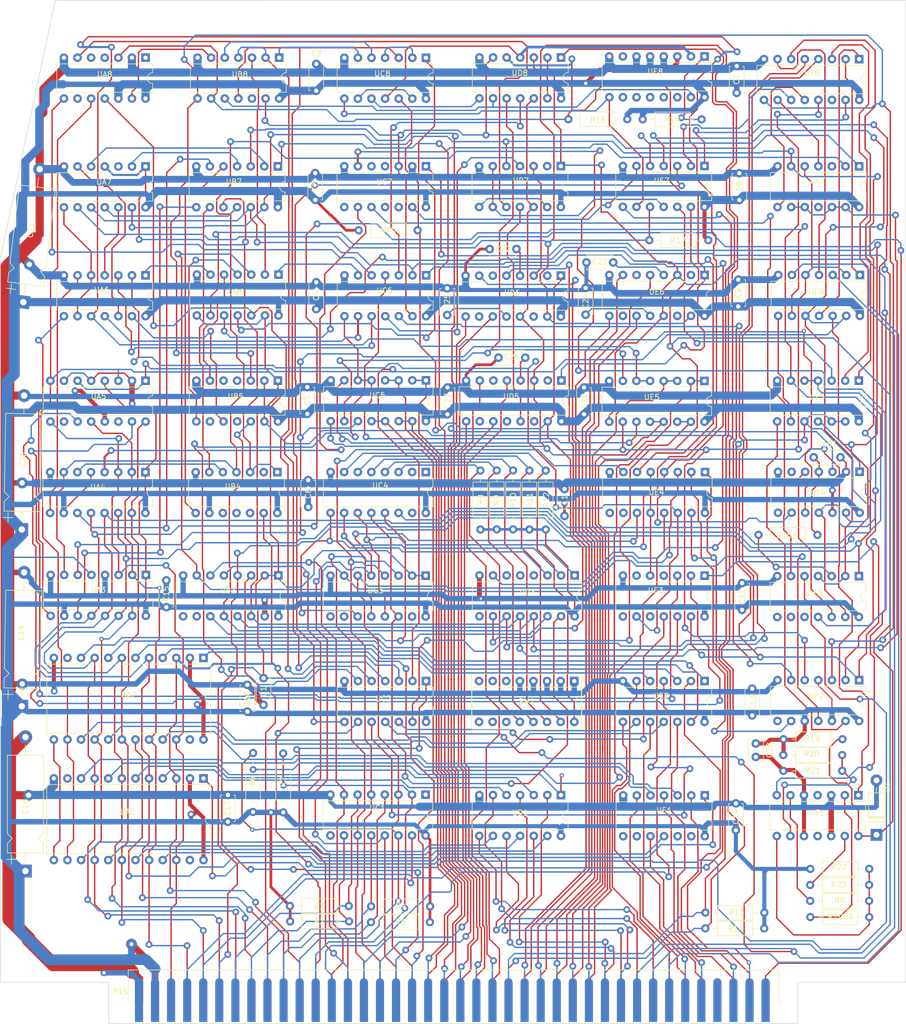
<source format=kicad_pcb>
(kicad_pcb (version 20221018) (generator pcbnew)
  (layers (0 "F.Cu" signal) (31 "B.Cu" signal) (34 "B.Paste" user) (35 "F.Paste" user) (36 "B.SilkS" user "B.Silkscreen") (37 "F.SilkS" user "F.Silkscreen") (38 "B.Mask" user) (39 "F.Mask" user) (44 "Edge.Cuts" user))
  (net 0 "")
  (net 1 "GND")
  (net 2 "P15_47")
  (net 3 "u31_12")
  (net 4 "u27_14")
  (net 5 "u34_3")
  (net 6 "P15_44")
  (net 7 "u25_6")
  (net 8 "P15_19")
  (net 9 "u27_10")
  (net 10 "P15_53")
  (net 11 "u24_8")
  (net 12 "P15_78")
  (net 13 "u35_3")
  (net 14 "u29_4")
  (net 15 "u16_4")
  (net 16 "u22_4")
  (net 17 "u25_9")
  (net 18 "P15_24")
  (net 19 "u15_10")
  (net 20 "u27_3")
  (net 21 "u27_4")
  (net 22 "u27_5")
  (net 23 "u27_6")
  (net 24 "u27_7")
  (net 25 "P15_66")
  (net 26 "u1_6")
  (net 27 "u1_8")
  (net 28 "P15_12")
  (net 29 "u27_9")
  (net 30 "u17_4")
  (net 31 "u17_12")
  (net 32 "u16_12")
  (net 33 "P15_16")
  (net 34 "P15_14")
  (net 35 "P15_18")
  (net 36 "P15_20")
  (net 37 "u2_13")
  (net 38 "u2_10")
  (net 39 "u3_3")
  (net 40 "u3_10")
  (net 41 "u3_8")
  (net 42 "u4_4")
  (net 43 "u3_12")
  (net 44 "u10_4")
  (net 45 "u4_11")
  (net 46 "u18_11")
  (net 47 "u6-10")
  (net 48 "u11_2")
  (net 49 "u6_13")
  (net 50 "u7_1")
  (net 51 "u7-2")
  (net 52 "u7_5")
  (net 53 "u7_6")
  (net 54 "u7_10")
  (net 55 "u8_11")
  (net 56 "u7_12")
  (net 57 "u7-13")
  (net 58 "P15_32")
  (net 59 "u30_11")
  (net 60 "u12_2")
  (net 61 "u35_6")
  (net 62 "u9_13")
  (net 63 "u10_3")
  (net 64 "u10_9")
  (net 65 "P15_13")
  (net 66 "u11_5")
  (net 67 "P15_64")
  (net 68 "u12_5")
  (net 69 "u33_12")
  (net 70 "u13_1")
  (net 71 "u13_12")
  (net 72 "u20_10")
  (net 73 "u14_3")
  (net 74 "u14_4")
  (net 75 "u14_5")
  (net 76 "u15_8")
  (net 77 "P15_50")
  (net 78 "P15_49")
  (net 79 "u15_12")
  (net 80 "u34_13")
  (net 81 "u30_6")
  (net 82 "P15_34")
  (net 83 "u11_13")
  (net 84 "u9_1")
  (net 85 "P15_9")
  (net 86 "u27_11")
  (net 87 "u27_12")
  (net 88 "u27_13")
  (net 89 "P15_8")
  (net 90 "u28_2")
  (net 91 "P15_35")
  (net 92 "u28_4")
  (net 93 "P15_33")
  (net 94 "P15_31")
  (net 95 "P15_23")
  (net 96 "u29_5")
  (net 97 "u28_14")
  (net 98 "P15_17")
  (net 99 "P15_21")
  (net 100 "P15_25")
  (net 101 "P15_27")
  (net 102 "P15_22")
  (net 103 "u34_2")
  (net 104 "u34_11")
  (net 105 "u36_6")
  (net 106 "P15_36")
  (net 107 "u36_4")
  (net 108 "u36_8")
  (net 109 "u36_10")
  (net 110 "u36_13")
  (net 111 "u36_15")
  (net 112 "u36_17")
  (net 113 "u36_19")
  (net 114 "P15_7")
  (net 115 "u36_21")
  (net 116 "P15_28")
  (net 117 "u44_6")
  (net 118 "u37_8")
  (net 119 "P15_26")
  (net 120 "P15_67")
  (net 121 "P15_71")
  (net 122 "P15_76")
  (net 123 "u40_4")
  (net 124 "u40_6")
  (net 125 "u40_10")
  (net 126 "u40_15")
  (net 127 "P15_11")
  (net 128 "u40_19")
  (net 129 "u40_21")
  (net 130 "P15_29")
  (net 131 "P15_10")
  (net 132 "u11_1")
  (net 133 "u3_1")
  (net 134 "P15_30")
  (net 135 "P15_38")
  (net 136 "P15_39")
  (net 137 "P15_40")
  (net 138 "P15_41")
  (net 139 "P15_42")
  (net 140 "P15_43")
  (net 141 "P15_45")
  (net 142 "P15_46")
  (net 143 "P15_51")
  (net 144 "P15_52")
  (net 145 "P15_54")
  (net 146 "P15_55")
  (net 147 "u44_14")
  (net 148 "P15_57")
  (net 149 "P15_59")
  (net 150 "P15_60")
  (net 151 "P15_61")
  (net 152 "P15_62")
  (net 153 "P15_63")
  (net 154 "P15_65")
  (net 155 "P15_68")
  (net 156 "P15_69")
  (net 157 "P15_70")
  (net 158 "P15_72")
  (net 159 "P15_75")
  (net 160 "P15_77")
  (net 161 "u44_13")
  (net 162 "u44_2")
  (net 163 "P15_15")
  (net 164 "P15_79")
  (net 165 "P15_48")
  (net 166 "u4_10")
  (net 167 "u20_3")
  (net 168 "u34_12")
  (net 169 "u44_9")
  (net 170 "u4_12")
  (net 171 "u10_11")
  (net 172 "u20_2")
  (net 173 "u3_9")
  (net 174 "u3_2")
  (net 175 "u2_6")
  (net 176 "u2_5")
  (net 177 "u2_3")
  (net 178 "u2_2")
  (net 179 "u2_1")
  (net 180 "P15_5")
  (net 181 "u11_8")
  (net 182 "VCC")
  (net 183 "u10_8")
  (net 184 "u9_9")
  (net 185 "u8_9")
  (net 186 "u8_6")
  (net 187 "u8_5")
  (net 188 "u7_8")
  (net 189 "u6_7")
  (net 190 "u6_6")
  (net 191 "u6_3")
  (net 192 "u6_12")
  (net 193 "u6-2")
  (net 194 "u4_3")
  (net 195 "u4_2")
  (net 196 "u44_8")
  (net 197 "u30_9")
  (net 198 "P15_56")
  (net 199 "P15_58")
  (net 200 "P15_37")
  (net 201 "u18_8")
  (net 202 "u15_9")
  (net 207 "/unconnected-(SW1-Pad10)")
  (net 213 "u1_3")
  (net 214 "UA1_8")
  (net 215 "/U44P5")
  (net 216 "/XX(UA2P23)")
  (net 217 "/XX(UA5P10)")
  (net 218 "/XX(UA5P14)")
  (net 219 "/XX(UA7P3)")
  (net 220 "/XX(UB3P9)")
  (net 221 "/XX(UB3P10)")
  (net 222 "/XX(UB5P4)")
  (net 223 "/XX(UB5P5)")
  (net 224 "/XX(UB5P9)")
  (net 225 "/XX(UB5P11)")
  (net 226 "U44P12")
  (net 227 "D1P1")
  (net 228 "/XX(UC3P9)")
  (net 229 "/XX(UC3P10)")
  (net 230 "/XX(UC3P15)")
  (net 231 "/XX(UC7P4)")
  (net 232 "/XX(UC7P11)")
  (net 233 "/XX(UC7P12)")
  (net 234 "/XX(UD5P2)")
  (net 235 "/XX(UD5P6)")
  (net 236 "/XX(UD5P10)")
  (net 237 "/XX(UD5P12)")
  (net 238 "/XX(UD5P14)")
  (net 239 "/XX(UD6P2)")
  (net 240 "/XX(UD6P6)")
  (net 241 "/XX(UD6P10)")
  (net 242 "/XX(UD6P14)")
  (net 243 "/XX(UD7P2)")
  (net 244 "/XX(UE1P8)")
  (net 245 "/XX(UE1P9)")
  (net 246 "/XX(UE1P12)")
  (net 247 "/XX(UE1P13)")
  (net 248 "/XX(UE3P4)")
  (net 249 "/XX(UE3P6)")
  (net 250 "/XX(UE3P8)")
  (net 251 "/XX(UE3P10)")
  (net 252 "/XX(UF2P8)")
  (net 253 "XX(UF3P8)")
  (net 254 "/XX(UF3P9)")
  (net 255 "/XX(UF3P10)")
  (net 256 "/XX(UF4P6)")
  (net 257 "/XX(UF4P8)")
  (net 277 "/XX(UB8P12)")
  (net 278 "/XX(UC4P1)")
  (net 279 "/XX(UC4P15)")
  (net 280 "/XX(UC7P5)")
  (net 281 "/XX(UE4P9)")
  (net 282 "/XX(UA2P11)")
  (net 283 "/XX(UC1P1)")
  (net 284 "/XX(UC1P9)")
  (net 285 "/XX(UC4P2)")
  (net 286 "/XX(UD3P4)")
  (net 287 "/XX(UD3P5)")
  (net 288 "/XX(UD3P6)")
  (net 289 "/XX(UD3P9)")
  (net 290 "/XX(UE4P10)")
  (net 291 "/XX(UC7P8)")
  (net 292 "/XXUE6P14")
  (net 293 "/XXUE6P2")
  (net 294 "UA1_17")
  (footprint "Resistor_THT:R_Axial_DIN0207_L6.3mm_D2.5mm_P10.16mm_Horizontal" (layer "F.Cu") (at 121.29 126.362997 90)
    (fp_text reference "R10")
    (fp_text value "1K" hide)
  )
  (footprint "Capacitor_THT:C_Disc_D4.7mm_W2.5mm_P5.00mm" (layer "F.Cu") (at 84.54 85.753227 90)
    (fp_text reference "C4")
    (fp_text value "Y5F")
  )
  (footprint "Package_DIP:DIP-24_W15.24mm" (layer "F.Cu") (at 63.486059 173.352003 -90)
    (fp_text reference "UA1")
    (fp_text value "P8212")
  )
  (footprint "Capacitor_THT:CP_Axial_L18.0mm_D6.5mm_P25.00mm_Horizontal" (layer "F.Cu") (at 30.2325 190.637997 90)
    (fp_text reference "C18")
    (fp_text value "C_Polarized" hide)
  )
  (footprint "Capacitor_THT:C_Disc_D4.7mm_W2.5mm_P5.00mm" (layer "F.Cu") (at 165.94 161.587997 90)
    (fp_text reference "C13")
    (fp_text value "Y5F")
  )
  (footprint "Package_DIP:DIP-16_W7.62mm" (layer "F.Cu") (at 130.209236 79.514036 -90)
    (fp_text reference "UD6")
    (fp_text value "SN75115N")
  )
  (footprint "Resistor_THT:R_Axial_DIN0207_L6.3mm_D2.5mm_P10.16mm_Horizontal" (layer "F.Cu") (at 95.265 200.187997)
    (fp_text reference "R5")
    (fp_text value "220R" hide)
  )
  (footprint "Package_DIP:DIP-14_W7.62mm" (layer "F.Cu") (at 157.09642 176.521792 -90)
    (fp_text reference "UE1")
    (fp_text value "SN7406N")
  )
  (footprint "Capacitor_THT:C_Disc_D4.7mm_W2.5mm_P5.00mm" (layer "F.Cu") (at 109.04 105.387997 90)
    (fp_text reference "C27")
    (fp_text value "0.1UF-0603-25V-5%" hide)
  )
  (footprint "Capacitor_THT:C_Disc_D4.7mm_W2.5mm_P5.00mm" (layer "F.Cu") (at 118.565 94.812997)
    (fp_text reference "C26")
    (fp_text value "221J03" hide)
  )
  (footprint "Package_DIP:DIP-16_W7.62mm" (layer "F.Cu") (at 104.960398 176.376891 -90)
    (fp_text reference "UC1")
    (fp_text value "N8T98N")
  )
  (footprint "Package_DIP:DIP-14_W7.62mm" (layer "F.Cu") (at 157.030404 59.04418 -90)
    (fp_text reference "UE7")
    (fp_text value "SN74LS10N")
  )
  (footprint "Package_DIP:DIP-14_W7.62mm" (layer "F.Cu") (at 186.001074 116.130934 -90)
    (fp_text reference "UF4")
    (fp_text value "SN74LS74AN")
  )
  (footprint "Package_DIP:DIP-16_W7.62mm" (layer "F.Cu") (at 157.019341 99.152389 -90)
    (fp_text reference "UE5")
    (fp_text value "SN75113N")
  )
  (footprint "Resistor_THT:R_Axial_DIN0207_L6.3mm_D2.5mm_P10.16mm_Horizontal" (layer "F.Cu") (at 177.265 193.237997)
    (fp_text reference "R23")
    (fp_text value "330R" hide)
  )
  (footprint "Capacitor_THT:C_Disc_D4.7mm_W2.5mm_P5.00mm" (layer "F.Cu") (at 71.674537 160.882131 90)
    (fp_text reference "C16")
    (fp_text value "Y5F")
  )
  (footprint "Package_DIP:DIP-16_W7.62mm" (layer "F.Cu") (at 105.017076 99.048312 -90)
    (fp_text reference "UC5")
    (fp_text value "SN75113N")
  )
  (footprint "Resistor_THT:R_Axial_DIN0207_L6.3mm_D2.5mm_P10.16mm_Horizontal" (layer "F.Cu") (at 124.34 126.387997 90)
    (fp_text reference "R11")
    (fp_text value "1K" hide)
  )
  (footprint "Capacitor_THT:C_Disc_D4.7mm_W2.5mm_P5.00mm" (layer "F.Cu") (at 164.04 141.887997 90)
    (fp_text reference "C12")
    (fp_text value "Y5F")
  )
  (footprint "Package_DIP:DIP-16_W7.62mm" (layer "F.Cu") (at 104.991353 116.161984 -90)
    (fp_text reference "UC4")
    (fp_text value "9324N")
  )
  (footprint "Diode_THT:D_DO-41_SOD81_P10.16mm_Horizontal" (layer "F.Cu") (at 189.14 183.867997 90)
    (fp_text reference "D1")
    (fp_text value "1N4001")
  )
  (footprint "Package_DIP:DIP-24_W15.24mm" (layer "F.Cu") (at 63.486059 150.852003 -90)
    (fp_text reference "UA2")
    (fp_text value "P8212")
  )
  (footprint "Package_DIP:DIP-16_W7.62mm" (layer "F.Cu") (at 185.915 39.087997 -90)
    (fp_text reference "UF8")
    (fp_text value "74LS175")
  )
  (footprint "Resistor_THT:R_Axial_DIN0207_L6.3mm_D2.5mm_P10.16mm_Horizontal" (layer "F.Cu") (at 115.19 126.387997 90)
    (fp_text reference "R8")
    (fp_text value "1K" hide)
  )
  (footprint "Package_DIP:DIP-14_W7.62mm" (layer "F.Cu") (at 185.907001 59.090755 -90)
    (fp_text reference "UF7")
    (fp_text value "SN74LS20N")
  )
  (footprint "Package_DIP:DIP-16_W7.62mm" (layer "F.Cu") (at 157.124478 116.161984 -90)
    (fp_text reference "UE4")
    (fp_text value "N8T97N")
  )
  (footprint "Package_DIP:DIP-14_W7.62mm" (layer "F.Cu") (at 105.04 79.453227 -90)
    (fp_text reference "UC6")
    (fp_text value "SN74LS00N")
  )
  (footprint "Capacitor_THT:C_Disc_D4.7mm_W2.5mm_P5.00mm" (layer "F.Cu") (at 84.342772 65.366075 90)
    (fp_text reference "C3")
    (fp_text value "Y5F")
  )
  (footprint "Capacitor_THT:C_Disc_D4.7mm_W2.5mm_P5.00mm" (layer "F.Cu") (at 162.89 183.012997 90)
    (fp_text reference "C14")
    (fp_text value "Y5F" hide)
  )
  (footprint "Capacitor_THT:C_Disc_D4.7mm_W2.5mm_P5.00mm" (layer "F.Cu") (at 163.04 45.387997 90)
    (fp_text reference "C7")
    (fp_text value "Y5F")
  )
  (footprint "Package_DIP:DIP-14_W7.62mm" (layer "F.Cu") (at 157.045054 135.501669 -90)
    (fp_text reference "UE3")
    (fp_text value "SN74LS74AN")
  )
  (footprint "Resistor_THT:R_Axial_DIN0207_L6.3mm_D2.5mm_P10.16mm_Horizontal" (layer "F.Cu") (at 90.115 197.162997 180)
    (fp_text reference "R3")
    (fp_text value "220R" hide)
  )
  (footprint "Capacitor_THT:C_Disc_D4.7mm_W2.5mm_P5.00mm" (layer "F.Cu") (at 68.04 181.437997 90)
    (fp_text reference "C17")
    (fp_text value "Y5F")
  )
  (footprint "Package_DIP:DIP-14_W7.62mm" (layer "F.Cu") (at 185.849363 99.105814 -90)
    (fp_text reference "UF5")
    (fp_text value "SN74LS08N")
  )
  (footprint "Resistor_THT:R_Axial_DIN0207_L6.3mm_D2.5mm_P10.16mm_Horizontal" (layer "F.Cu") (at 145.99 50.337997)
    (fp_text reference "R18")
    (fp_text value "1k")
  )
  (footprint "Package_DIP:DIP-14_W7.62mm" (layer "F.Cu") (at 130.246286 38.789383 -90)
    (fp_text reference "UD8")
    (fp_text value "SN74LS04N")
  )
  (footprint "Capacitor_THT:C_Disc_D4.7mm_W2.5mm_P5.00mm" (layer "F.Cu") (at 130.89 124.352003 90)
    (fp_text reference "C11")
    (fp_text value "Y5F")
  )
  (footprint "Resistor_THT:R_Axial_DIN0207_L6.3mm_D2.5mm_P10.16mm_Horizontal" (layer "F.Cu") (at 118.24 126.362997 90)
    (fp_text reference "R9")
    (fp_text value "1K" hide)
  )
  (footprint "Resistor_THT:R_Axial_DIN0207_L6.3mm_D2.5mm_P10.16mm_Horizontal" (layer "F.Cu") (at 92.965 71.037997)
    (fp_text reference "R15")
    (fp_text value "YR1B24K9CC" hide)
  )
  (footprint "Capacitor_THT:C_Disc_D4.7mm_W2.5mm_P5.00mm" (layer "F.Cu") (at 116.915 74.537997)
    (fp_text reference "C22")
    (fp_text value "221J03" hide)
  )
  (footprint "Package_DIP:DIP-16_W7.62mm" (layer "F.Cu") (at 157.04 38.587997 -90)
    (fp_text reference "UE8")
    (fp_text value "74LS160")
  )
  (footprint "Resistor_THT:R_Axial_DIN0207_L6.3mm_D2.5mm_P10.16mm_Horizontal" (layer "F.Cu") (at 90.17 200.037997 180)
    (fp_text reference "R2")
    (fp_text value "220R" hide)
  )
  (footprint "Package_DIP:DIP-16_W7.62mm" (layer "F.Cu") (at 52.635549 116.181147 -90)
    (fp_text reference "UA4")
    (fp_text value "8274N")
  )
  (footprint "Capacitor_THT:C_Disc_D4.7mm_W2.5mm_P5.00mm" (layer "F.Cu") (at 163.335883 85.253227 90)
    (fp_text reference "C9")
    (fp_text value "Y5F")
  )
  (footprint "Package_DIP:DIP-16_W7.62mm" (layer "F.Cu") (at 52.675305 99.123782 -90)
    (fp_text reference "UA5")
    (fp_text value "74LS76")
  )
  (footprint "Package_DIP:DIP-16_W7.62mm" (layer "F.Cu") (at 130.310922 99.078401 -90)
    (fp_text reference "UD5")
    (fp_text value "SN75115N")
  )
  (footprint "Capacitor_THT:C_Disc_D4.7mm_W2.5mm_P5.00mm" (layer "F.Cu") (at 56.54 141.387997 90)
    (fp_text reference "C15")
    (fp_text value "Y5F")
  )
  (footprint "Package_DIP:DIP-14_W7.62mm" (layer "F.Cu") (at 77.380796 59.107791 -90)
    (fp_text reference "UB7")
    (fp_text value "SN74LS04N")
  )
  (footprint "Package_DIP:DIP-14_W7.62mm" (layer "F.Cu") (at 105.017477 38.839596 -90)
    (fp_text reference "UC8")
    (fp_text value "SN74LS74AN")
  )
  (footprint "Package_DIP:DIP-14_W7.62mm" (layer "F.Cu") (at 157.04 155.177003 -90)
    (fp_text reference "UE2")
    (fp_text value "SN7406N")
  )
  (footprint "Resistor_THT:R_Axial_DIN0207_L6.3mm_D2.5mm_P10.16mm_Horizontal" (layer "F.Cu") (at 157.68 201.347997)
    (fp_text reference "R14")
    (fp_text value "1K" hide)
  )
  (footprint "Package_DIP:DIP-14_W7.62mm" (layer "F.Cu") (at 185.765 176.487997 -90)
    (fp_text reference "UF1")
    (fp_text value "Q2T2222")
  )
  (footprint "Package_DIP:DIP-14_W7.62mm" (layer "F.Cu") (at 185.85955 135.594819 -90)
    (fp_text reference "UF3")
    (fp_text value "SN74LS00N")
  )
  (footprint "Capacitor_THT:C_Disc_D4.7mm_W2.5mm_P5.00mm" (layer "F.Cu") (at 84.54 44.987997 90)
    (fp_text reference "C2")
    (fp_text value "0.1UF-0603-25V-5%" hide)
  )
  (footprint "Resistor_THT:R_Axial_DIN0207_L6.3mm_D2.5mm_P10.16mm_Horizontal" (layer "F.Cu") (at 157.705 198.397997)
    (fp_text reference "R13")
    (fp_text value "1K" hide)
  )
  (footprint "Capacitor_THT:C_Disc_D4.7mm_W2.5mm_P5.00mm" (layer "F.Cu") (at 108.99 86.862997 90)
    (fp_text reference "C25")
    (fp_text value "221J03" hide)
  )
  (footprint "Package_DIP:DIP-14_W7.62mm" (layer "F.Cu") (at 52.665 38.822005 -90)
    (fp_text reference "UA8")
    (fp_text value "SN74LS74AN")
  )
  (footprint "Package_DIP:DIP-14_W7.62mm" (layer "F.Cu") (at 77.49 79.312997 -90)
    (fp_text reference "UB6")
    (fp_text value "SN74LS08N")
  )
  (footprint "Package_DIP:DIP-14_W7.62mm" (layer "F.Cu") (at 130.22773 176.459692 -90)
    (fp_text reference "UD1")
    (fp_text value "SN7406N")
  )
  (footprint "Package_DIP:DIP-14_W7.62mm" (layer "F.Cu") (at 52.669663 59.130934 -90)
    (fp_text reference "UA7")
    (fp_text value "SN74LS10N")
  )
  (footprint "Package_DIP:DIP-16_W7.62mm" (layer "F.Cu") (at 132.79 135.462997 -90)
    (fp_text reference "UD3")
    (fp_text value "N8273N")
  )
  (footprint "Resistor_THT:R_Axial_DIN0207_L6.3mm_D2.5mm_P10.16mm_Horizontal" (layer "F.Cu") (at 177.615012 127.887997 180)
    (fp_text reference "R101")
    (fp_text value "150R")
  )
  (footprint "Package_DIP:DIP-14_W7.62mm" (layer "F.Cu") (at 105.04 155.177003 -90)
    (fp_text reference "UC2")
    (fp_text value "SN74LS04N")
  )
  (footprint "Resistor_THT:R_Axial_DIN0207_L6.3mm_D2.5mm_P10.16mm_Horizontal" (layer "F.Cu") (at 172.24 168.987997)
    (fp_text reference "R20")
    (fp_text value "YR1B24K9CC" hide)
  )
  (footprint "Capacitor_THT:C_Disc_D4.7mm_W2.5mm_P5.00mm" (layer "F.Cu") (at 177.415 113.412997)
    (fp_text reference "C101")
    (fp_text value "0.1UF-0603-25V-5%" hide)
  )
  (footprint "Capacitor_THT:C_Disc_D3.8mm_W2.6mm_P2.50mm" (layer "F.Cu") (at 166.615 166.837997 -90)
    (fp_text reference "C28")
    (fp_text value "0.1UF-0603-25V-5%" hide)
  )
  (footprint "Package_DIP:DIP-16_W7.62mm_Socket" (layer "F.Cu") (at 132.715 155.177003 -90)
    (fp_text reference "SW1")
    (fp_text value "SW_DIP_x08" hide)
  )
  (footprint "Resistor_THT:R_Axial_DIN0207_L6.3mm_D2.5mm_P10.16mm_Horizontal" (layer "F.Cu") (at 177.290011 190.238006)
    (fp_text reference "R22")
    (fp_text value "330R" hide)
  )
  (footprint "Capacitor_THT:C_Disc_D4.7mm_W2.5mm_P5.00mm" (layer "F.Cu") (at 82.865 105.312997 90)
    (fp_text reference "C5")
    (fp_text value "Y5F")
  )
  (footprint "Capacitor_THT:CP_Axial_L18.0mm_D6.5mm_P25.00mm_Horizontal" (layer "F.Cu") (at 29.850563 84.440433 83)
    (fp_text reference "C21")
    (fp_text value "C_Polarized" hide)
  )
  (footprint "Resistor_THT:R_Axial_DIN0207_L6.3mm_D2.5mm_P10.16mm_Horizontal" (layer "F.Cu") (at 172.24 171.937997)
    (fp_text reference "R21")
    (fp_text value "330R" hide)
  )
  (footprint "Package_DIP:DIP-14_W7.62mm" (layer "F.Cu") (at 52.665 79.453227 -90)
    (fp_text reference "UA6")
    (fp_text value "SN74LS00N")
  )
  (footprint "Package_DIP:DIP-14_W7.62mm" (layer "F.Cu") (at 77.265 116.187997 -90)
    (fp_text reference "UB4")
    (fp_text value "SN74LS51N")
  )
  (footprint "Capacitor_THT:C_Disc_D4.7mm_W2.5mm_P5.00mm" (layer "F.Cu") (at 134.99 77.037997)
    (fp_text reference "C23")
    (fp_text value "221J03" hide)
  )
  (footprint "Package_DIP:DIP-16_W7.62mm" (layer "F.Cu") (at 77.463638 135.470619 -90)
    (fp_text reference "UB3")
    (fp_text value "74173")
  )
  (footprint "Package_DIP:DIP-14_W7.62mm" (layer "F.Cu") (at 186.04 79.387997 -90)
    (fp_text reference "UF6")
    (fp_text value "SN74LS00N")
  )
  (footprint "Resistor_THT:R_Axial_DIN0207_L6.3mm_D2.5mm_P10.16mm_Horizontal" (layer "F.Cu") (at 142.115 50.312997 180)
    (fp_text reference "R16")
    (fp_text value "1k")
  )
  (footprint "Package_DIP:DIP-14_W7.62mm" (layer "F.Cu") (at 185.904865 155.010838 -90)
    (fp_text reference "UF2")
    (fp_text value "SN74LS74AN")
  )
  (footprint "Package_DIP:DIP-16_W7.62mm" (layer "F.Cu") (at 157.04 79.387997 -90)
    (fp_text reference "UE6")
    (fp_text value "SN75115N")
  )
  (footprint "Package_DIP:DIP-16_W7.62mm" (layer "F.Cu") (at 104.974035 135.501672 -90)
    (fp_text reference "UC3")
    (fp_text value "74173")
  )
  (footprint "Resistor_THT:R_Axial_DIN0207_L6.3mm_D2.5mm_P10.16mm_Horizontal" (layer "F.Cu") (at 172.29 166.037997)
    (fp_text reference "R19")
    (fp_text value "10K" hide)
  )
  (footprint "Capacitor_THT:C_Disc_D4.7mm_W2.5mm_P5.00mm" (layer "F.Cu") (at 163.54 65.387997 90)
    (fp_text reference "C8")
    (fp_text value "Y5F")
  )
  (footprint "Capacitor_THT:CP_Axial_L18.0mm_D6.5mm_P25.00mm_Horizontal" (layer "F.Cu") (at 29.557498 126.887999 89)
    (fp_text reference "C20")
    (fp_text value "C_Polarized" hide)
  )
  (footprint "Capacitor_THT:CP_Axial_L18.0mm_D6.5mm_P25.00mm_Horizontal" (layer "F.Cu") (at 29.557498 159.888009 89)
    (fp_text reference "C19")
    (fp_text value "C_Polarized" hide)
  )
  (footprint "Package_DIP:DIP-14_W7.62mm" (layer "F.Cu") (at 77.616059 38.8209 -90)
    (fp_text reference "UB8")
    (fp_text value "SN74LS00N")
  )
  (footprint "Package_DIP:DIP-14_W7.62mm" (layer "F.Cu") (at 130.198847 59.066102 -90)
    (fp_text reference "UD7")
    (fp_text value "SN74LS08N")
  )
  (footprint "Resistor_THT:R_Axial_DIN0207_L6.3mm_D2.5mm_P10.16mm_Horizontal" (layer "F.Cu") (at 72.74 179.112997 90)
    (fp_text reference "R6")
    (fp_text value "220R" hide)
  )
  (footprint "Capacitor_THT:C_Disc_D4.7mm_W2.5mm_P5.00mm" (layer "F.Cu") (at 83.04 122.677003 90)
    (fp_text reference "C6")
    (fp_text value "Y5F")
  )
  (footprint "Capacitor_THT:C_Disc_D4.7mm_W2.5mm_P5.00mm" (layer "F.Cu") (at 74.69 154.637997 -90)
    (fp_text reference "C1")
    (fp_text value "221J03")
  )
  (footprint "Package_DIP:DIP-14_W7.62mm" (layer "F.Cu") (at 77.391188 99.103082 -90)
    (fp_text reference "UB5")
    (fp_text value "SN74LS74AN")
  )
  (footprint "Package_DIP:DIP-14_W7.62mm" (layer "F.Cu") (at 105.008949 59.087997 -90)
    (fp_text reference "UC7")
    (fp_text value "SN74LS74AN")
  )
  (footprint "Capacitor_THT:C_Disc_D4.7mm_W2.5mm_P5.00mm" (layer "F.Cu") (at 134.84 81.787997 -90)
    (fp_text reference "C24")
    (fp_text value "221J03" hide)
  )
  (footprint "Resistor_THT:R_Axial_DIN0207_L6.3mm_D2.5mm_P10.16mm_Horizontal" (layer "F.Cu") (at 157.24 72.887997 180)
    (fp_text reference "R17")
    (fp_text value "1K")
  )
  (footprint "Package_DIP:DIP-16_W7.62mm" (layer "F.Cu") (at 52.716705 135.377468 -90)
    (fp_text reference "UA3")
    (fp_text value "8274N")
  )
  (footprint "Resistor_THT:R_Axial_DIN0207_L6.3mm_D2.5mm_P10.16mm_Horizontal" (layer "F.Cu") (at 78.364989 179.187997 90)
    (fp_text reference "R7")
    (fp_text value "220R" hide)
  )
  (footprint "Edge Connectors:80 pin Edge Finger Connector" (layer "F.Cu") (at 51.44 215.092997)
    (fp_text reference "P15")
    (fp_text value "Conn_02x40_Odd_Even_Shielded")
  )
  (footprint "Capacitor_THT:C_Disc_D4.7mm_W2.5mm_P5.00mm" (layer "F.Cu") (at 134.54 105.387997 90)
    (fp_text reference "C10")
    (fp_text value "Y5F")
  )
  (footprint "Resistor_THT:R_Axial_DIN0207_L6.3mm_D2.5mm_P10.16mm_Horizontal" (layer "F.Cu") (at 177.29 199.237997)
    (fp_text reference "R1000")
    (fp_text value "330R" hide)
  )
  (footprint "Resistor_THT:R_Axial_DIN0207_L6.3mm_D2.5mm_P10.16mm_Horizontal" (layer "F.Cu") (at 127.39 126.387997 90)
    (fp_text reference "R12")
    (fp_text value "1K" hide)
  )
  (footprint "Resistor_THT:R_Axial_DIN0207_L6.3mm_D2.5mm_P10.16mm_Horizontal" (layer "F.Cu") (at 95.29 197.237997)
    (fp_text reference "R4")
    (fp_text value "220R" hide)
  )
  (footprint "Resistor_THT:R_Axial_DIN0207_L6.3mm_D2.5mm_P10.16mm_Horizontal" (layer "F.Cu") (at 177.265 196.212997)
    (fp_text reference "R0")
    (fp_text value "330R" hide)
  )
  (gr_line (start 40.243973 28.104718) (end 35.816395 28.108797) (stroke (width 0.1)) (layer "Edge.Cuts"))
  (gr_line (start 174.465 211.412997) (end 194.619733 211.412997) (stroke (width 0.1)) (layer "Edge.Cuts"))
  (gr_line (start 173.614893 219.088422) (end 46.603253 219.136219) (stroke (width 0.1)) (layer "Edge.Cuts"))
  (gr_line (start 45.79 219.137997) (end 45.765 211.412997) (stroke (width 0.1)) (layer "Edge.Cuts"))
  (gr_line (start 194.619733 211.412997) (end 194.618308 28.117354) (stroke (width 0.1)) (layer "Edge.Cuts"))
  (gr_line (start 25.595199 211.424533) (end 25.54 76.387997) (stroke (width 0.1)) (layer "Edge.Cuts"))
  (gr_line (start 46.603253 219.136219) (end 45.79 219.112997) (stroke (width 0.1)) (layer "Edge.Cuts"))
  (gr_line (start 174.465 219.087997) (end 174.465 211.412997) (stroke (width 0.1)) (layer "Edge.Cuts"))
  (gr_line (start 40.243973 28.104718) (end 194.618308 28.117354) (stroke (width 0.1)) (layer "Edge.Cuts"))
  (gr_line (start 45.765 211.412997) (end 25.615 211.412997) (stroke (width 0.1)) (layer "Edge.Cuts"))
  (gr_line (start 25.54 76.387997) (end 35.816395 28.108797) (stroke (width 0.1)) (layer "Edge.Cuts"))
  (gr_line (start 174.465 219.087997) (end 173.614893 219.088422) (stroke (width 0.1)) (layer "Edge.Cuts"))
  (segment (start 30.84 203.237997) (end 27.215 199.612997) (width 2.54) (layer "F.Cu") (net 1))
  (segment (start 115.01 135.462997) (end 115.01 139.532997) (width 0.9) (layer "F.Cu") (net 1))
  (segment (start 37.425 40.827997) (end 37.425 38.822005) (width 1.524) (layer "F.Cu") (net 1))
  (segment (start 27.49 176.487997) (end 27.215 176.762997) (width 1.524) (layer "F.Cu") (net 1))
  (segment (start 51.44 215.092997) (end 51.44 211.412997) (width 1.524) (layer "F.Cu") (net 1))
  (segment (start 45.055305 106.743782) (end 45.055305 105.447692) (width 0.762) (layer "F.Cu") (net 1))
  (segment (start 169.29 169.387997) (end 169.015 169.387997) (width 0.762) (layer "F.Cu") (net 1))
  (segment (start 27.11118 134.891817) (end 26.887989 135.115008) (width 1.016) (layer "F.Cu") (net 1))
  (segment (start 115.01 139.532997) (end 115.265 139.787997) (width 0.9) (layer "F.Cu") (net 1))
  (segment (start 175.605 176.487997) (end 175.605 173.677997) (width 0.762) (layer "F.Cu") (net 1))
  (segment (start 180.921074 119.569071) (end 180.915 119.562997) (width 0.508) (layer "F.Cu") (net 1))
  (segment (start 112.429236 77.248761) (end 112.429236 79.514036) (width 0.508) (layer "F.Cu") (net 1))
  (segment (start 27.215 199.612997) (end 27.215 176.762997) (width 2.54) (layer "F.Cu") (net 1))
  (segment (start 27.139788 101.891807) (end 26.887989 101.640008) (width 1.524) (layer "F.Cu") (net 1))
  (segment (start 32.897297 71.8057) (end 32.897297 59.626779) (width 1.524) (layer "F.Cu") (net 1))
  (segment (start 32.897297 59.626779) (end 32.897297 49.7557) (width 1.524) (layer "F.Cu") (net 1))
  (segment (start 44.84 208.062997) (end 35.415 208.062997) (width 2.54) (layer "F.Cu") (net 1))
  (segment (start 29.1775 75.625497) (end 29.0775 75.625497) (width 1.524) (layer "F.Cu") (net 1))
  (segment (start 74.923638 143.090619) (end 74.923638 140.046635) (width 1.016) (layer "F.Cu") (net 1))
  (segment (start 35.415 208.062997) (end 30.84 203.487997) (width 2.54) (layer "F.Cu") (net 1))
  (segment (start 45.055305 105.447692) (end 45.065 105.437997) (width 0.762) (layer "F.Cu") (net 1))
  (segment (start 26.887989 90.090008) (end 26.887989 77.815008) (width 2.54) (layer "F.Cu") (net 1))
  (segment (start 173.715 171.787997) (end 171.69 171.787997) (width 0.762) (layer "F.Cu") (net 1))
  (segment (start 26.887989 101.640008) (end 26.887989 90.090008) (width 2.54) (layer "F.Cu") (net 1))
  (segment (start 112.515 99.062479) (end 112.530922 99.078401) (width 0.508) (layer "F.Cu") (net 1))
  (segment (start 168.965 169.337997) (end 166.615 169.337997) (width 0.762) (layer "F.Cu") (net 1))
  (segment (start 169.015 169.387997) (end 168.965 169.337997) (width 0.762) (layer "F.Cu") (net 1))
  (segment (start 27.215 168.655497) (end 30.2325 165.637997) (width 2.54) (layer "F.Cu") (net 1))
  (segment (start 29.0775 75.625497) (end 32.029447 72.67355) (width 2.54) (layer "F.Cu") (net 1))
  (segment (start 30.815 176.487997) (end 27.49 176.487997) (width 1.524) (layer "F.Cu") (net 1))
  (segment (start 183.461074 114.459071) (end 182.415 113.412997) (width 0.254) (layer "F.Cu") (net 1))
  (segment (start 112.515 97.937997) (end 112.515 99.062479) (width 0.508) (layer "F.Cu") (net 1))
  (segment (start 26.887989 156.335986) (end 26.887989 135.115008) (width 2.54) (layer "F.Cu") (net 1))
  (segment (start 74.923638 140.046635) (end 74.89 140.012997) (width 1.016) (layer "F.Cu") (net 1))
  (segment (start 117.24 96.137997) (end 114.315 96.137997) (width 0.508) (layer "F.Cu") (net 1))
  (segment (start 51.44 210.762997) (end 50.165 209.487997) (width 1.524) (layer "F.Cu") (net 1))
  (segment (start 29.993808 101.891807) (end 27.139788 101.891807) (width 1.524) (layer "F.Cu") (net 1))
  (segment (start 29.64 155.712997) (end 27.510978 155.712997) (width 1.016) (layer "F.Cu") (net 1))
  (segment (start 183.461074 116.130934) (end 183.461074 114.459071) (width 0.254) (layer "F.Cu") (net 1))
  (segment (start 115.14 74.537997) (end 112.429236 77.248761) (width 0.508) (layer "F.Cu") (net 1))
  (segment (start 175.605 173.677997) (end 173.715 171.787997) (width 0.762) (layer "F.Cu") (net 1))
  (segment (start 44.89 209.637997) (end 44.89 208.112997) (width 1.016) (layer "F.Cu") (net 1))
  (segment (start 27.510978 155.712997) (end 26.887989 156.335986) (width 1.016) (layer "F.Cu") (net 1))
  (segment (start 73.615403 158.5634) (end 74.69 159.637997) (width 1.016) (layer "F.Cu") (net 1))
  (segment (start 35.546059 156.994056) (end 35.615 157.062997) (width 0.762) (layer "F.Cu") (net 1))
  (segment (start 26.887989 77.815008) (end 29.0775 75.625497) (width 2.54) (layer "F.Cu") (net 1))
  (segment (start 29.993808 134.891817) (end 27.11118 134.891817) (width 1.016) (layer "F.Cu") (net 1))
  (segment (start 171.69 171.787997) (end 169.29 169.387997) (width 0.762) (layer "F.Cu") (net 1))
  (segment (start 27.215 168.655497) (end 27.215 156.662997) (width 1.524) (layer "F.Cu") (net 1))
  (segment (start 33.59 44.662997) (end 37.425 40.827997) (width 1.524) (layer "F.Cu") (net 1))
  (segment (start 175.605 176.487997) (end 175.605 184.107997) (width 0.762) (layer "F.Cu") (net 1))
  (segment (start 30.965 77.412997) (end 29.1775 75.625497) (width 1.524) (layer "F.Cu") (net 1))
  (segment (start 51.44 215.092997) (end 51.44 210.762997) (width 1.524) (layer "F.Cu") (net 1))
  (segment (start 180.921074 123.750934) (end 180.921074 119.569071) (width 0.508) (layer "F.Cu") (net 1))
  (segment (start 35.546059 150.852003) (end 35.546059 156.994056) (width 0.762) (layer "F.Cu") (net 1))
  (segment (start 114.315 96.137997) (end 112.515 97.937997) (width 0.508) (layer "F.Cu") (net 1))
  (segment (start 29.615 118.187997) (end 27.34 118.187997) (width 1.016) (layer "F.Cu") (net 1))
  (segment (start 180.685 176.487997) (end 180.685 184.107997) (width 1.016) (layer "F.Cu") (net 1))
  (segment (start 32.029447 72.67355) (end 32.897297 71.8057) (width 1.524) (layer "F.Cu") (net 1))
  (segment (start 27.215 176.762997) (end 27.215 168.655497) (width 2.54) (layer "F.Cu") (net 1))
  (segment (start 40.615 100.987997) (end 39.49 100.987997) (width 0.762) (layer "F.Cu") (net 1))
  (segment (start 33.59 49.062997) (end 33.59 44.662997) (width 1.524) (layer "F.Cu") (net 1))
  (segment (start 44.89 208.112997) (end 44.84 208.062997) (width 1.016) (layer "F.Cu") (net 1))
  (segment (start 27.34 118.187997) (end 26.887989 118.640008) (width 1.016) (layer "F.Cu") (net 1))
  (segment (start 116.915 74.537997) (end 115.14 74.537997) (width 0.508) (layer "F.Cu") (net 1))
  (segment (start 26.887989 118.640008) (end 26.887989 101.640008) (width 2.54) (layer "F.Cu") (net 1))
  (segment (start 118.565 94.812997) (end 117.24 96.137997) (width 0.508) (layer "F.Cu") (net 1))
  (segment (start 26.887989 135.115008) (end 26.887989 118.640008) (width 2.54) (layer "F.Cu") (net 1))
  (segment (start 27.215 156.662997) (end 26.887989 156.335986) (width 2.54) (layer "F.Cu") (net 1))
  (segment (start 73.615403 157.822997) (end 73.615403 158.5634) (width 1.016) (layer "F.Cu") (net 1))
  (segment (start 48.74 208.062997) (end 44.84 208.062997) (width 2.54) (layer "F.Cu") (net 1))
  (segment (start 30.84 203.487997) (end 30.84 203.237997) (width 2.54) (layer "F.Cu") (net 1))
  (segment (start 71.674537 155.882131) (end 73.615403 157.822997) (width 1.016) (layer "F.Cu") (net 1))
  (segment (start 45.065 105.437997) (end 40.615 100.987997) (width 0.762) (layer "F.Cu") (net 1))
  (segment (start 32.897297 49.7557) (end 33.59 49.062997) (width 1.524) (layer "F.Cu") (net 1))
  (segment (start 50.165 209.487997) (end 48.74 208.062997) (width 2.54) (layer "F.Cu") (net 1))
  (via (at 180.915 119.562997) (size 1.27) (drill 0.635) (layers "F.Cu" "B.Cu") (net 1))
  (via (at 39.49 100.987997) (size 1.27) (drill 0.635) (layers "F.Cu" "B.Cu") (net 1))
  (via (at 30.815001 176.488001) (size 2.032) (drill 1.016) (layers "F.Cu" "B.Cu") (net 1))
  (via (at 30.964988 77.41299) (size 2.032) (drill 1.016) (layers "F.Cu" "B.Cu") (net 1))
  (via (at 44.89 209.637997) (size 1.27) (drill 0.635) (layers "F.Cu" "B.Cu") (net 1))
  (via (at 115.265 139.787997) (size 0.8) (drill 0.4) (layers "F.Cu" "B.Cu") (net 1))
  (via (at 29.639997 155.712985) (size 2.032) (drill 1.016) (layers "F.Cu" "B.Cu") (net 1))
  (via (at 74.89 140.012997) (size 1.27) (drill 0.635) (layers "F.Cu" "B.Cu") (net 1))
  (via (at 35.615 157.062997) (size 1.27) (drill 0.635) (layers "F.Cu" "B.Cu") (net 1))
  (via (at 29.615003 118.187991) (size 2.032) (drill 1.016) (layers "F.Cu" "B.Cu") (net 1))
  (segment (start 35.665 155.712997) (end 33.54 155.712997) (width 1.016) (layer "B.Cu") (net 1))
  (segment (start 35.065 139.262997) (end 33.84 139.262997) (width 1.016) (layer "B.Cu") (net 1))
  (segment (start 62.151188 100.349185) (end 62.151188 99.103082) (width 1.524) (layer "B.Cu") (net 1))
  (segment (start 85.69 61.162997) (end 85.139694 61.162997) (width 1.27) (layer "B.Cu") (net 1))
  (segment (start 90.34 41.587997) (end 86.04 41.587997) (width 1.524) (layer "B.Cu") (net 1))
  (segment (start 70.14 176.462997) (end 87.094292 176.462997) (width 1.524) (layer "B.Cu") (net 1))
  (segment (start 87.180398 176.376891) (end 87.180398 177.703395) (width 0.762) (layer "B.Cu") (net 1))
  (segment (start 103.215 61.137997) (end 90.365 61.137997) (width 1.27) (layer "B.Cu") (net 1))
  (segment (start 160.776113 82.812997) (end 163.335883 80.253227) (width 1.27) (layer "B.Cu") (net 1))
  (segment (start 149.42 38.587997) (end 149.42 40.692997) (width 1.27) (layer "B.Cu") (net 1))
  (segment (start 141.715 178.612997) (end 158.528237 178.612997) (width 1.524) (layer "B.Cu") (net 1))
  (segment (start 140.115 40.912997) (end 139.26 40.057997) (width 1.524) (layer "B.Cu") (net 1))
  (segment (start 34.94 118.262997) (end 31.99 118.262997) (width 1.524) (layer "B.Cu") (net 1))
  (segment (start 180.915 119.562997) (end 180.915 118.787997) (width 0.508) (layer "B.Cu") (net 1))
  (segment (start 112.371844 100.387997) (end 109.04 100.387997) (width 1.524) (layer "B.Cu") (net 1))
  (segment (start 89.768949 60.541946) (end 89.768949 59.087997) (width 1.27) (layer "B.Cu") (net 1))
  (segment (start 141.74 61.187997) (end 141.790404 61.137593) (width 1.27) (layer "B.Cu") (net 1))
  (segment (start 84.65523 80.753227) (end 85.49 81.587997) (width 1.27) (layer "B.Cu") (net 1))
  (segment (start 35.546059 174.731938) (end 33.84 176.437997) (width 1.524) (layer "B.Cu") (net 1))
  (segment (start 108.915 139.787997) (end 108.115 138.987997) (width 1.016) (layer "B.Cu") (net 1))
  (segment (start 164.04 178.012997) (end 164.815 178.787997) (width 1.016) (layer "B.Cu") (net 1))
  (segment (start 134.440006 82.187997) (end 134.690003 81.938) (width 0.762) (layer "B.Cu") (net 1))
  (segment (start 60.19 139.262997) (end 59.39 139.262997) (width 1.016) (layer "B.Cu") (net 1))
  (segment (start 62.025 116.187997) (end 62.025 117.822997) (width 1.016) (layer "B.Cu") (net 1))
  (segment (start 37.425 40.722997) (end 37.425 38.822005) (width 1.524) (layer "B.Cu") (net 1))
  (segment (start 169.444759 60.312997) (end 168.99 60.312997) (width 1.27) (layer "B.Cu") (net 1))
  (segment (start 56.54 136.387997) (end 56.54 139.187997) (width 1.016) (layer "B.Cu") (net 1))
  (segment (start 62.515 102.062997) (end 39.39 102.062997) (width 1.016) (layer "B.Cu") (net 1))
  (segment (start 134.84 81.787997) (end 138.855 81.787997) (width 1.27) (layer "B.Cu") (net 1))
  (segment (start 180.685 177.742997) (end 180.685 176.487997) (width 1.016) (layer "B.Cu") (net 1))
  (segment (start 141.74 137.787997) (end 137.065 137.787997) (width 1.016) (layer "B.Cu") (net 1))
  (segment (start 61.965 81.462997) (end 83.83023 81.462997) (width 1.27) (layer "B.Cu") (net 1))
  (segment (start 89.94 81.587997) (end 107.84 81.587997) (width 1.27) (layer "B.Cu") (net 1))
  (segment (start 86.94 138.987997) (end 81.24 138.987997) (width 1.016) (layer "B.Cu") (net 1))
  (segment (start 62.465 118.262997) (end 34.94 118.262997) (width 1.524) (layer "B.Cu") (net 1))
  (segment (start 50.015 209.687997) (end 49.965 209.637997) (width 1.016) (layer "B.Cu") (net 1))
  (segment (start 134.24 157.462997) (end 136.525994 155.177003) (width 1.016) (layer "B.Cu") (net 1))
  (segment (start 139.239341 100.737338) (end 138.89 100.387997) (width 1.524) (layer "B.Cu") (net 1))
  (segment (start 112.665002 81.938) (end 112.914999 82.187997) (width 0.762) (layer "B.Cu") (net 1))
  (segment (start 31.39 136.288009) (end 29.993808 134.891817) (width 1.016) (layer "B.Cu") (net 1))
  (segment (start 85.49 81.587997) (end 89.94 81.587997) (width 1.27) (layer "B.Cu") (net 1))
  (segment (start 141.805054 135.501669) (end 141.805054 137.722943) (width 1.016) (layer "B.Cu") (net 1))
  (segment (start 144.34 40.587997) (end 144.665 40.912997) (width 1.27) (layer "B.Cu") (net 1))
  (segment (start 115.265 139.787997) (end 108.915 139.787997) (width 1.016) (layer "B.Cu") (net 1))
  (segment (start 164.04 136.887997) (end 163.14 137.787997) (width 1.016) (layer "B.Cu") (net 1))
  (segment (start 84.615 100.312997) (end 82.865 100.312997) (width 1.524) (layer "B.Cu") (net 1))
  (segment (start 162.09 40.387997) (end 161.565 40.912997) (width 1.524) (layer "B.Cu") (net 1))
  (segment (start 30.164998 102.062997) (end 29.993808 101.891807) (width 1.016) (layer "B.Cu") (net 1))
  (segment (start 183.461074 116.130934) (end 183.461074 116.241923) (width 1.016) (layer "B.Cu") (net 1))
  (segment (start 163.335883 80.253227) (end 169.93477 80.253227) (width 1.27) (layer "B.Cu") (net 1))
  (segment (start 63.215 41.587997) (end 51.14 41.587997) (width 1.524) (layer "B.Cu") (net 1))
  (segment (start 127.635 155.177003) (end 127.635 157.242997) (width 1.016) (layer "B.Cu") (net 1))
  (segment (start 115.165 178.612997) (end 141.715 178.612997) (width 1.524) (layer "B.Cu") (net 1))
  (segment (start 87.54 61.137997) (end 85.715 61.137997) (width 1.27) (layer "B.Cu") (net 1))
  (segment (start 62.3 81.127997) (end 61.965 81.462997) (width 1.27) (layer "B.Cu") (net 1))
  (segment (start 170.61955 135.594819) (end 169.326372 136.887997) (width 1.016) (layer "B.Cu") (net 1))
  (segment (start 52.44 61.512997) (end 64.135 61.512997) (width 1.27) (layer "B.Cu") (net 1))
  (segment (start 87.237076 99.048312) (end 85.747391 100.537997) (width 1.524) (layer "B.Cu") (net 1))
  (segment (start 139.344478 116.161984) (end 139.344478 118.083519) (width 1.016) (layer "B.Cu") (net 1))
  (segment (start 34.936705 139.134702) (end 35.065 139.262997) (width 1.016) (layer "B.Cu") (net 1))
  (segment (start 175.605 178.377997) (end 176.015 178.787997) (width 1.016) (layer "B.Cu") (net 1))
  (segment (start 144.34 38.587997) (end 144.34 40.587997) (width 1.27) (layer "B.Cu") (net 1))
  (segment (start 45.096705 138.931292) (end 44.765 139.262997) (width 1.016) (layer "B.Cu") (net 1))
  (segment (start 168.135 39.087997) (end 167.085 40.137997) (width 1.524) (layer "B.Cu") (net 1))
  (segment (start 114.98773 176.459692) (end 114.98773 178.435727) (width 1.524) (layer "B.Cu") (net 1))
  (segment (start 89.215 156.737997) (end 89.94 157.462997) (width 1.016) (layer "B.Cu") (net 1))
  (segment (start 62.025 117.822997) (end 62.465 118.262997) (width 1.016) (layer "B.Cu") (net 1))
  (segment (start 158.528237 178.612997) (end 159.128237 178.012997) (width 1.016) (layer "B.Cu") (net 1))
  (segment (start 122.19 157.462997) (end 124.94 157.462997) (width 1.016) (layer "B.Cu") (net 1))
  (segment (start 36.933818 59.626779) (end 37.429663 59.130934) (width 1.524) (layer "B.Cu") (net 1))
  (segment (start 35.546059 173.352003) (end 35.546059 174.731938) (width 1.524) (layer "B.Cu") (net 1))
  (segment (start 84.54 80.753227) (end 84.65523 80.753227) (width 1.27) (layer "B.Cu") (net 1))
  (segment (start 33.54 155.712997) (end 29.64 155.712997) (width 1.016) (layer "B.Cu") (net 1))
  (segment (start 149.64 40.912997) (end 146.69 40.912997) (width 1.524) (layer "B.Cu") (net 1))
  (segment (start 89.8 155.177003) (end 89.8 157.322997) (width 1.016) (layer "B.Cu") (net 1))
  (segment (start 163.14 137.787997) (end 141.74 137.787997) (width 1.016) (layer "B.Cu") (net 1))
  (segment (start 51.14 41.587997) (end 38.29 41.587997) (width 1.524) (layer "B.Cu") (net 1))
  (segment (start 70.115 176.437997) (end 68.04 176.437997) (width 1.524) (layer "B.Cu") (net 1))
  (segment (start 130.89 118.537997) (end 130.89 119.352003) (width 1.524) (layer "B.Cu") (net 1))
  (segment (start 170.761074 116.130934) (end 170.761074 118.041923) (width 1.016) (layer "B.Cu") (net 1))
  (segment (start 132.365 157.462997) (end 134.24 157.462997) (width 1.016) (layer "B.Cu") (net 1))
  (segment (start 109.04 100.387997) (end 108.24 101.187997) (width 1.524) (layer "B.Cu") (net 1))
  (segment (start 31.415 136.837997) (end 31.39 136.837997) (width 1.016) (layer "B.Cu") (net 1))
  (segment (start 124.94 157.462997) (end 127.415 157.462997) (width 1.016) (layer "B.Cu") (net 1))
  (segment (start 140.69 82.812997) (end 160.776113 82.812997) (width 1.27) (layer "B.Cu") (net 1))
  (segment (start 141.79 61.137997) (end 115.74 61.137997) (width 1.27) (layer "B.Cu") (net 1))
  (segment (start 56.615 139.262997) (end 44.765 139.262997) (width 1.016) (layer "B.Cu") (net 1))
  (segment (start 56.54 139.187997) (end 56.615 139.262997) (width 1.016) (layer "B.Cu") (net 1))
  (segment (start 87.215 118.237997) (end 87.211353 118.23435) (width 1.016) (layer "B.Cu") (net 1))
  (segment (start 37.425 79.453227) (end 33.00523 79.453227) (width 1.524) (layer "B.Cu") (net 1))
  (segment (start 84.84 100.537997) (end 84.615 100.312997) (width 1.524) (layer "B.Cu") (net 1))
  (segment (start 44.765 139.262997) (end 35.065 139.262997) (width 1.016) (layer "B.Cu") (net 1))
  (segment (start 89.8 79.453227) (end 89.8 81.447997) (width 1.27) (layer "B.Cu") (net 1))
  (segment (start 31.39 136.837997) (end 31.39 136.288009) (width 1.016) (layer "B.Cu") (net 1))
  (segment (start 83.83023 81.462997) (end 84.54 80.753227) (width 1.27) (layer "B.Cu") (net 1))
  (segment (start 63.29 61.512997) (end 62.140796 60.363793) (width 1.27) (layer "B.Cu") (net 1))
  (segment (start 63.215 41.587997) (end 62.376059 40.749056) (width 1.524) (layer "B.Cu") (net 1))
  (segment (start 85.139694 61.162997) (end 84.342772 60.366075) (width 1.27) (layer "B.Cu") (net 1))
  (segment (start 136.525994 155.177003) (end 141.8 155.177003) (width 1.016) (layer "B.Cu") (net 1))
  (segment (start 162.89 178.012997) (end 164.04 178.012997) (width 1.016) (layer "B.Cu") (net 1))
  (segment (start 116.64 41.587997) (end 116.615 41.612997) (width 1.524) (layer "B.Cu") (net 1))
  (segment (start 63.19 101.387997) (end 62.151188 100.349185) (width 1.524) (layer "B.Cu") (net 1))
  (segment (start 146.88 40.722997) (end 146.69 40.912997) (width 1.27) (layer "B.Cu") (net 1))
  (segment (start 141.805054 137.722943) (end 141.74 137.787997) (width 1.016) (layer "B.Cu") (net 1))
  (segment (start 87.215 118.237997) (end 87.19 118.262997) (width 1.524) (layer "B.Cu") (net 1))
  (segment (start 139.26 81.382997) (end 140.69 82.812997) (width 1.27) (layer "B.Cu") (net 1))
  (segment (start 85.965 41.512997) (end 85.965 41.412997) (width 1.524) (layer "B.Cu") (net 1))
  (segment (start 167.085 40.137997) (end 167.015 40.137997) (width 1.524) (layer "B.Cu") (net 1))
  (segment (start 86.04 41.587997) (end 85.965 41.512997) (width 1.524) (layer "B.Cu") (net 1))
  (segment (start 134.54 100.387997) (end 133.39 101.537997) (width 1.524) (layer "B.Cu") (net 1))
  (segment (start 116.615 41.612997) (end 115.006286 40.004283) (width 1.524) (layer "B.Cu") (net 1))
  (segment (start 33.84 139.262997) (end 31.415 136.837997) (width 1.016) (layer "B.Cu") (net 1))
  (segment (start 58.915 153.337997) (end 53.265 153.337997) (width 1.016) (layer "B.Cu") (net 1))
  (segment (start 139.315 118.112997) (end 131.315 118.112997) (width 1.524) (layer "B.Cu") (net 1))
  (segment (start 34.855549 116.181147) (end 34.855549 118.178546) (width 1.016) (layer "B.Cu") (net 1))
  (segment (start 103.815 178.612997) (end 115.165 178.612997) (width 1.524) (layer "B.Cu") (net 1))
  (segment (start 103.215 61.137997) (end 102.468949 60.391946) (width 1.27) (layer "B.Cu") (net 1))
  (segment (start 59.39 139.262997) (end 56.615 139.262997) (width 1.016) (layer "B.Cu") (net 1))
  (segment (start 82.865 100.312997) (end 81.565 100.312997) (width 1.524) (layer "B.Cu") (net 1))
  (segment (start 81.565 100.312997) (end 80.49 101.387997) (width 1.524) (layer "B.Cu") (net 1))
  (segment (start 139.26 79.387997) (end 139.26 81.382997) (width 1.27) (layer "B.Cu") (net 1))
  (segment (start 140.39 101.887997) (end 139.239341 100.737338) (width 1.524) (layer "B.Cu") (net 1))
  (segment (start 32.897297 59.626779) (end 36.933818 59.626779) (width 1.524) (layer "B.Cu") (net 1))
  (segment (start 114.98773 178.435727) (end 115.165 178.612997) (width 1.524) (layer "B.Cu") (net 1))
  (segment (start 161.565 40.912997) (end 149.64 40.912997) (width 1.524) (layer "B.Cu") (net 1))
  (segment (start 115.006286 40.004283) (end 115.006286 38.789383) (width 1.524) (layer "B.Cu") (net 1))
  (segment (start 110.59 81.937997) (end 110.515 81.862997) (width 1.27) (layer "B.Cu") (net 1))
  (segment (start 87.19 118.262997) (end 83.625994 118.262997) (width 1.524) (layer "B.Cu") (net 1))
  (segment (start 112.44 100.637997) (end 112.530922 100.547075) (width 1.524) (layer "B.Cu") (net 1))
  (segment (start 70.14 176.462997) (end 70.115 176.437997) (width 1.524) (layer "B.Cu") (net 1))
  (segment (start 163.04 40.387997) (end 162.09 40.387997) (width 1.524) (layer "B.Cu") (net 1))
  (segment (start 53.265 153.337997) (end 50.89 155.712997) (width 1.016) (layer "B.Cu") (net 1))
  (segment (start 132.715 155.177003) (end 132.715 157.112997) (width 1.016) (layer "B.Cu") (net 1))
  (segment (start 170.609363 100.743634) (end 169.465 101.887997) (width 1.524) (layer "B.Cu") (net 1))
  (segment (start 130.175 157.327997) (end 130.04 157.462997) (width 1.016) (layer "B.Cu") (net 1))
  (segment (start 164.815 178.787997) (end 176.015 178.787997) (width 1.016) (layer "B.Cu") (net 1))
  (segment (start 87.215 118.237997) (end 87.265 118.287997) (width 1.524) (layer "B.Cu") (net 1))
  (segment (start 39.49 101.962997) (end 39.39 102.062997) (width 0.762) (layer "B.Cu") (net 1))
  (segment (start 30.865 176.437997) (end 30.815 176.487997) (width 1.524) (layer "B.Cu") (net 1))
  (segment (start 139.26 38.587997) (end 139.26 40.057997) (width 1.524) (layer "B.Cu") (net 1))
  (segment (start 138.89 100.387997) (end 134.54 100.387997) (width 1.524) (layer "B.Cu") (net 1))
  (segment (start 108.115 138.987997) (end 86.94 138.987997) (width 1.016) (layer "B.Cu") (net 1))
  (segment (start 112.429236 81.702233) (end 112.665 81.937997) (width 1.27) (layer "B.Cu") (net 1))
  (segment (start 62.140796 60.363793) (end 62.140796 59.107791) (width 1.27) (layer "B.Cu") (net 1))
  (segment (start 168.99 60.312997) (end 168.915 60.387997) (width 1.27) (layer "B.Cu") (net 1))
  (segment (start 139.26 40.192997) (end 137.865 41.587997) (width 1.524) (layer "B.Cu") (net 1))
  (segment (start 189.14 178.537997) (end 188.89 178.787997) (width 0.9) (layer "B.Cu") (net 1))
  (segment (start 89.8 157.322997) (end 89.94 157.462997) (width 1.016) (layer "B.Cu") (net 1))
  (segment (start 39.49 100.987997) (end 39.49 101.962997) (width 0.762) (layer "B.Cu") (net 1))
  (segment (start 113.34 101.537997) (end 112.44 100.637997) (width 1.524) (layer "B.Cu") (net 1))
  (segment (start 137.865 41.587997) (end 118.315 41.587997) (width 1.524) (layer "B.Cu") (net 1))
  (segment (start 159.128237 178.012997) (end 162.89 178.012997) (width 1.016) (layer "B.Cu") (net 1))
  (segment (start 51.44 215.092997) (end 51.44 211.112997) (width 1.016) (layer "B.Cu") (net 1))
  (segment (start 108.115 81.862997) (end 107.84 81.587997) (width 1.27) (layer "B.Cu") (net 1))
  (segment (start 146.69 40.912997) (end 144.665 40.912997) (width 1.524) (layer "B.Cu") (net 1))
  (segment (start 90.34 41.587997) (end 89.777477 41.025474) (width 1.524) (layer "B.Cu") (net 1))
  (segment (start 80.49 101.387997) (end 63.19 101.387997) (width 1.524) (layer "B.Cu") (net 1))
  (segment (start 34.855549 118.178546) (end 34.94 118.262997) (width 1.016) (layer "B.Cu") (net 1))
  (segment (start 130.04 157.462997) (end 132.365 157.462997) (width 1.016) (layer "B.Cu") (net 1))
  (segment (start 137.065 137.787997) (end 135.065 139.787997) (width 1.016) (layer "B.Cu") (net 1))
  (segment (start 59.683638 135.470619) (end 59.683638 138.969359) (width 1.016) (layer "B.Cu") (net 1))
  (segment (start 127.635 157.242997) (end 127.415 157.462997) (width 1.016) (layer "B.Cu") (net 1))
  (segment (start 39.09 62.087997) (end 37.429663 60.42766) (width 1.27) (layer "B.Cu") (net 1))
  (segment (start 110.59 81.937997) (end 112.665 81.937997) (width 1.27) (layer "B.Cu") (net 1))
  (segment (start 112.914999 82.187997) (end 134.440006 82.187997) (width 0.762) (layer "B.Cu") (net 1))
  (segment (start 35.665 157.012997) (end 35.665 155.712997) (width 0.762) (layer "B.Cu") (net 1))
  (segment (start 129.825994 118.287997) (end 130.89 119.352003) (width 1.524) (layer "B.Cu") (net 1))
  (segment (start 89.94 157.462997) (end 122.19 157.462997) (width 1.016) (layer "B.Cu") (net 1))
  (segment (start 170.761074 118.041923) (end 170.69 118.112997) (width 1.016) (layer "B.Cu") (net 1))
  (segment (start 138.855 81.787997) (end 139.26 81.382997) (width 1.27) (layer "B.Cu") (net 1))
  (segment (start 112.530922 100.547075) (end 112.530922 99.078401) (width 1.524) (layer "B.Cu") (net 1))
  (segment (start 135.065 139.787997) (end 115.265 139.787997) (width 1.016) (layer "B.Cu") (net 1))
  (segment (start 133.39 101.537997) (end 113.34 101.537997) (width 1.524) (layer "B.Cu") (net 1))
  (segment (start 87.211353 118.23435) (end 87.211353 116.161984) (width 1.016) (layer "B.Cu") (net 1))
  (segment (start 68.04 176.437997) (end 33.84 176.437997) (width 1.524) (layer "B.Cu") (net 1))
  (segment (start 179.64 178.787997) (end 180.685 177.742997) (width 1.016) (layer "B.Cu") (net 1))
  (segment (start 87.265 118.287997) (end 129.825994 118.287997) (width 1.524) (layer "B.Cu") (net 1))
  (segment (start 33.00523 79.453227) (end 30.965 77.412997) (width 1.524) (layer "B.Cu") (net 1))
  (segment (start 38.14 81.462997) (end 61.965 81.462997) (width 1.27) (layer "B.Cu") (net 1))
  (segment (start 38.29 41.587997) (end 37.425 40.722997) (width 1.524) (layer "B.Cu") (net 1))
  (segment (start 167.015 40.137997) (end 166.765 40.387997) (width 1.524) (layer "B.Cu") (net 1))
  (segment (start 143.785994 157.162997) (end 168.512706 157.162997) (width 1.016) (layer "B.Cu") (net 1))
  (segment (start 144.665 40.912997) (end 140.115 40.912997) (width 1.524) (layer "B.Cu") (net 1))
  (segment (start 112.429236 79.514036) (end 112.429236 81.702233) (width 1.27) (layer "B.Cu") (net 1))
  (segment (start 87.965 101.187997) (end 87.237076 100.460073) (width 1.524) (layer "B.Cu") (net 1))
  (segment (start 161.54 60.387997) (end 160.74 61.187997) (width 1.27) (layer "B.Cu") (net 1))
  (segment (start 168.512706 157.162997) (end 170.664865 155.010838) (width 1.016) (layer "B.Cu") (net 1))
  (segment (start 182.3525 117.350497) (end 181.59 118.112997) (width 1.524) (layer "B.Cu") (net 1))
  (segment (start 82.454006 118.262997) (end 62.465 118.262997) (width 1.524) (layer "B.Cu") (net 1))
  (segment (start 51.44 211.112997) (end 50.015 209.687997) (width 1.016) (layer "B.Cu") (net 1))
  (segment (start 51.865 62.087997) (end 39.09 62.087997) (width 1.27) (layer "B.Cu") (net 1))
  (segment (start 139.344478 118.083519) (end 139.315 118.112997) (width 1.016) (layer "B.Cu") (net 1))
  (segment (start 85.747391 100.537997) (end 84.84 100.537997) (width 1.524) (layer "B.Cu") (net 1))
  (segment (start 134.99 77.037997) (end 134.99 81.637997) (width 0.762) (layer "B.Cu") (net 1))
  (segment (start 141.8 155.177003) (end 143.785994 157.162997) (width 1.016) (layer "B.Cu") (net 1))
  (segment (start 183.44 116.262997) (end 182.3525 117.350497) (width 1.016) (layer "B.Cu") (net 1))
  (segment (start 141.790404 61.137593) (end 141.790404 59.04418) (width 1.27) (layer "B.Cu") (net 1))
  (segment (start 163.54 60.387997) (end 161.54 60.387997) (width 1.27) (layer "B.Cu") (net 1))
  (segment (start 90.365 61.137997) (end 89.768949 60.541946) (width 1.27) (layer "B.Cu") (net 1))
  (segment (start 115.74 61.137997) (end 103.215 61.137997) (width 1.27) (layer "B.Cu") (net 1))
  (segment (start 74.89 140.012997) (end 74.89 139.387997) (width 1.016) (layer "B.Cu") (net 1))
  (segment (start 90.365 61.137997) (end 87.54 61.137997) (width 1.27) (layer "B.Cu") (net 1))
  (segment (start 83.19585 61.512997) (end 64.135 61.512997) (width 1.27) (layer "B.Cu") (net 1))
  (segment (start 83.04 117.677003) (end 82.454006 118.262997) (width 1.524) (layer "B.Cu") (net 1))
  (segment (start 62.376059 40.749056) (end 62.376059 38.8209) (width 1.524) (layer "B.Cu") (net 1))
  (segment (start 181.59 118.112997) (end 170.69 118.112997) (width 1.524) (layer "B.Cu") (net 1))
  (segment (start 176.015 178.787997) (end 179.64 178.787997) (width 1.016) (layer "B.Cu") (net 1))
  (segment (start 170.609363 99.105814) (end 170.609363 100.743634) (width 1.524) (layer "B.Cu") (net 1))
  (segment (start 166.765 40.387997) (end 163.04 40.387997) (width 1.524) (layer "B.Cu") (net 1))
  (segment (start 118.315 41.587997) (end 116.64 41.587997) (width 1.524) (layer "B.Cu") (net 1))
  (segment (start 87.194035 135.501672) (end 87.194035 138.733962) (width 1.016) (layer "B.Cu") (net 1))
  (segment (start 180.915 118.787997) (end 181.59 118.112997) (width 0.508) (layer "B.Cu") (net 1))
  (segment (start 134.99 81.637997) (end 134.84 81.787997) (width 0.762) (layer "B.Cu") (net 1))
  (segment (start 122.555 157.097997) (end 122.19 157.462997) (width 1.016) (layer "B.Cu") (net 1))
  (segment (start 31.99 118.262997) (end 29.69 118.262997) (width 1.016) (layer "B.Cu") (net 1))
  (segment (start 86.04 41.587997) (end 63.215 41.587997) (width 1.524) (layer "B.Cu") (net 1))
  (segment (start 132.715 157.112997) (end 132.365 157.462997) (width 1.016) (layer "B.Cu") (net 1))
  (segment (start 114.958847 60.356844) (end 114.958847 59.066102) (width 1.27) (layer "B.Cu") (net 1))
  (segment (start 80.965 139.262997) (end 74.765 139.262997) (width 1.016) (layer "B.Cu") (net 1))
  (segment (start 89.8 81.447997) (end 89.94 81.587997) (width 1.27) (layer "B.Cu") (net 1))
  (segment (start 170.69 118.112997) (end 139.315 118.112997) (width 1.524) (layer "B.Cu") (net 1))
  (segment (start 189.14 173.707997) (end 189.14 178.537997) (width 0.9) (layer "B.Cu") (net 1))
  (segment (start 29.69 118.262997) (end 29.615 118.187997) (width 1.016) (layer "B.Cu") (net 1))
  (segment (start 112.530922 100.547075) (end 112.371844 100.387997) (width 1.524) (layer "B.Cu") (net 1))
  (segment (start 139.239341 100.737338) (end 139.239341 99.152389) (width 1.524) (layer "B.Cu") (net 1))
  (segment (start 131.315 118.112997) (end 130.89 118.537997) (width 1.524) (layer "B.Cu") (net 1))
  (segment (start 71.674537 155.882131) (end 61.459134 155.882131) (width 1.016) (layer "B.Cu") (net 1))
  (segment (start 87.194035 138.733962) (end 86.94 138.987997) (width 1.016) (layer "B.Cu") (net 1))
  (segment (start 84.342772 60.366075) (end 83.19585 61.512997) (width 1.27) (layer "B.Cu") (net 1))
  (segment (start 130.175 155.177003) (end 130.175 157.327997) (width 1.016) (layer "B.Cu") (net 1))
  (segment (start 88.09 178.612997) (end 103.815 178.612997) (width 0.762) (layer "B.Cu") (net 1))
  (segment (start 188.89 178.787997) (end 179.64 178.787997) (width 0.9) (layer "B.Cu") (net 1))
  (segment (start 85.715 61.137997) (end 85.69 61.162997) (width 1.27) (layer "B.Cu") (net 1))
  (segment (start 71.674537 155.882131) (end 72.530403 156.737997) (width 1.016) (layer "B.Cu") (net 1))
  (segment (start 49.965 209.637997) (end 44.89 209.637997) (width 1.016) (layer "B.Cu") (net 1))
  (segment (start 169.326372 136.887997) (end 164.04 136.887997) (width 1.016) (layer "B.Cu") (net 1))
  (segment (start 115.74 61.137997) (end 114.958847 60.356844) (width 1.27) (layer "B.Cu") (net 1))
  (segment (start 110.515 81.862997) (end 108.99 81.862997) (width 1.27) (layer "B.Cu") (net 1))
  (segment (start 122.555 155.177003) (end 122.555 157.097997) (width 1.016) (layer "B.Cu") (net 1))
  (segment (start 146.88 38.587997) (end 146.88 40.722997) (width 1.27) (layer "B.Cu") (net 1))
  (segment (start 51.14 41.587997) (end 51.115 41.612997) (width 1.524) (layer "B.Cu") (net 1))
  (segment (start 74.89 139.387997) (end 74.765 139.262997) (width 1.016) (layer "B.Cu") (net 1))
  (segment (start 74.765 139.262997) (end 60.19 139.262997) (width 1.016) (layer "B.Cu") (net 1))
  (segment (start 169.465 101.887997) (end 140.39 101.887997) (width 1.524) (layer "B.Cu") (net 1))
  (segment (start 141.790404 61.137593) (end 141.79 61.137997) (width 1.27) (layer "B.Cu") (net 1))
  (segment (start 64.135 61.512997) (end 63.29 61.512997) (width 1.27) (layer "B.Cu") (net 1))
  (segment (start 141.85642 176.521792) (end 141.85642 178.471577) (width 1.524) (layer "B.Cu") (net 1))
  (segment (start 169.93477 80.253227) (end 170.8 79.387997) (width 1.27) (layer "B.Cu") (net 1))
  (segment (start 37.425 80.747997) (end 38.14 81.462997) (width 1.27) (layer "B.Cu") (net 1))
  (segment (start 33.84 176.437997) (end 30.865 176.437997) (width 1.524) (layer "B.Cu") (net 1))
  (segment (start 102.468949 60.391946) (end 102.468949 59.087997) (width 1.27) (layer "B.Cu") (net 1))
  (segment (start 160.74 61.187997) (end 141.74 61.187997) (width 1.27) (layer "B.Cu") (net 1))
  (segment (start 149.42 40.692997) (end 149.64 40.912997) (width 1.27) (layer "B.Cu") (net 1))
  (segment (start 81.24 138.987997) (end 80.965 139.262997) (width 1.016) (layer "B.Cu") (net 1))
  (segment (start 50.89 155.712997) (end 35.665 155.712997) (width 1.016) (layer "B.Cu") (net 1))
  (segment (start 170.667001 59.090755) (end 169.444759 60.312997) (width 1.27) (layer "B.Cu") (net 1))
  (segment (start 37.429663 60.42766) (end 37.429663 59.130934) (width 1.27) (layer "B.Cu") (net 1))
  (segment (start 59.683638 138.969359) (end 59.39 139.262997) (width 1.016) (layer "B.Cu") (net 1))
  (segment (start 108.24 101.187997) (end 87.965 101.187997) (width 1.524) (layer "B.Cu") (net 1))
  (segment (start 127.415 157.462997) (end 130.04 157.462997) (width 1.016) (layer "B.Cu") (net 1))
  (segment (start 141.85642 178.471577) (end 141.715 178.612997) (width 1.524) (layer "B.Cu") (net 1))
  (segment (start 50.125 40.622997) (end 50.125 38.822005) (width 1.524) (layer "B.Cu") (net 1))
  (segment (start 37.425 79.453227) (end 37.425 80.747997) (width 1.27) (layer "B.Cu") (net 1))
  (segment (start 168.915 60.387997) (end 163.54 60.387997) (width 1.27) (layer "B.Cu") (net 1))
  (segment (start 72.530403 156.737997) (end 89.215 156.737997) (width 1.016) (layer "B.Cu") (net 1))
  (segment (start 34.936705 135.377468) (end 34.936705 139.134702) (width 1.016) (layer "B.Cu") (net 1))
  (segment (start 35.615 157.062997) (end 35.665 157.012997) (width 0.762) (layer "B.Cu") (net 1))
  (segment (start 62.3 79.387997) (end 62.3 81.127997) (width 1.27) (layer "B.Cu") (net 1))
  (segment (start 39.39 102.062997) (end 30.164998 102.062997) (width 1.016) (layer "B.Cu") (net 1))
  (segment (start 118.315 41.587997) (end 90.34 41.587997) (width 1.524) (layer "B.Cu") (net 1))
  (segment (start 87.180398 177.703395) (end 88.09 178.612997) (width 0.762) (layer "B.Cu") (net 1))
  (segment (start 108.99 81.862997) (end 108.115 81.862997) (width 1.27) (layer "B.Cu") (net 1))
  (segment (start 45.096705 135.377468) (end 45.096705 138.931292) (width 1.016) (layer "B.Cu") (net 1))
  (segment (start 87.094292 176.462997) (end 87.180398 176.376891) (width 1.524) (layer "B.Cu") (net 1))
  (segment (start 83.625994 118.262997) (end 83.04 117.677003) (width 1.524) (layer "B.Cu") (net 1))
  (segment (start 125.095 155.177003) (end 125.095 157.307997) (width 1.016) (layer "B.Cu") (net 1))
  (segment (start 175.605 176.487997) (end 175.605 178.377997) (width 1.016) (layer "B.Cu") (net 1))
  (segment (start 85.965 41.412997) (end 84.54 39.987997) (width 1.524) (layer "B.Cu") (net 1))
  (segment (start 125.095 157.307997) (end 124.94 157.462997) (width 1.016) (layer "B.Cu") (net 1))
  (segment (start 63.19 101.387997) (end 62.515 102.062997) (width 1.016) (layer "B.Cu") (net 1))
  (segment (start 134.69 81.937997) (end 134.84 81.787997) (width 1.27) (layer "B.Cu") (net 1))
  (segment (start 52.44 61.512997) (end 51.865 62.087997) (width 1.27) (layer "B.Cu") (net 1))
  (segment (start 51.115 41.612997) (end 50.125 40.622997) (width 1.524) (layer "B.Cu") (net 1))
  (segment (start 139.26 38.587997) (end 139.26 40.192997) (width 1.524) (layer "B.Cu") (net 1))
  (segment (start 183.461074 116.241923) (end 183.44 116.262997) (width 1.016) (layer "B.Cu") (net 1))
  (segment (start 89.777477 41.025474) (end 89.777477 38.839596) (width 1.524) (layer "B.Cu") (net 1))
  (segment (start 61.459134 155.882131) (end 58.915 153.337997) (width 1.016) (layer "B.Cu") (net 1))
  (segment (start 87.237076 100.460073) (end 87.237076 99.048312) (width 1.524) (layer "B.Cu") (net 1))
  (segment (start 161.715 110.287997) (end 162.265 109.737997) (width 0.254) (layer "F.Cu") (net 2))
  (segment (start 163.19 78.062997) (end 163.19 68.587997) (width 0.254) (layer "F.Cu") (net 2))
  (segment (start 162.665 180.737997) (end 161.465 179.537997) (width 0.254) (layer "F.Cu") (net 2))
  (segment (start 162.365 165.712997) (end 162.365 152.987997) (width 0.254) (layer "F.Cu") (net 2))
  (segment (start 159.39 36.512997) (end 127.49 36.512997) (width 0.254) (layer "F.Cu") (net 2))
  (segment (start 159.115 46.812997) (end 159.115 42.012997) (width 0.254) (layer "F.Cu") (net 2))
  (segment (start 127.706286 42.537231) (end 127.706286 46.409383) (width 0.254) (layer "F.Cu") (net 2))
  (segment (start 159.365 47.062997) (end 159.115 46.812997) (width 0.254) (layer "F.Cu") (net 2))
  (segment (start 162.365 152.987997) (end 160.24 150.862997) (width 0.254) (layer "F.Cu") (net 2))
  (segment (start 162.99 48.887997) (end 161.165 47.062997) (width 0.254) (layer "F.Cu") (net 2))
  (segment (start 161.715 59.712997) (end 162.99 58.437997) (width 0.254) (layer "F.Cu") (net 2))
  (segment (start 120.44 208.762997) (end 120.44 215.092997) (width 0.254) (layer "F.Cu") (net 2))
  (segment (start 160.24 149.087997) (end 161.715 147.612997) (width 0.254) (layer "F.Cu") (net 2))
  (segment (start 126.465 37.537997) (end 126.465 41.295945) (width 0.254) (layer "F.Cu") (net 2))
  (segment (start 127.49 36.512997) (end 126.465 37.537997) (width 0.254) (layer "F.Cu") (net 2))
  (segment (start 161.465 179.537997) (end 161.465 166.612997) (width 0.254) (layer "F.Cu") (net 2))
  (segment (start 161.115 38.237997) (end 159.39 36.512997) (width 0.254) (layer "F.Cu") (net 2))
  (segment (start 164.49 185.962997) (end 164.49 182.462997) (width 0.254) (layer "F.Cu") (net 2))
  (segment (start 163.19 68.587997) (end 161.715 67.112997) (width 0.254) (layer "F.Cu") (net 2))
  (segment (start 126.465 41.295945) (end 127.706286 42.537231) (width 0.254) (layer "F.Cu") (net 2))
  (segment (start 164.49 182.462997) (end 162.765 180.737997) (width 0.254) (layer "F.Cu") (net 2))
  (segment (start 161.715 147.612997) (end 161.715 110.287997) (width 0.254) (layer "F.Cu") (net 2))
  (segment (start 162.765 180.737997) (end 162.665 180.737997) (width 0.254) (layer "F.Cu") (net 2))
  (segment (start 161.115 40.012997) (end 161.115 38.237997) (width 0.254) (layer "F.Cu") (net 2))
  (segment (start 162.209372 79.043625) (end 163.19 78.062997) (width 0.254) (layer "F.Cu") (net 2))
  (segment (start 158.294 192.158997) (end 164.49 185.962997) (width 0.254) (layer "F.Cu") (net 2))
  (segment (start 158.294 200.233997) (end 158.294 192.158997) (width 0.254) (layer "F.Cu") (net 2))
  (segment (start 162.265 85.775472) (end 162.209372 85.719844) (width 0.254) (layer "F.Cu") (net 2))
  (segment (start 162.99 58.437997) (end 162.99 48.887997) (width 0.254) (layer "F.Cu") (net 2))
  (segment (start 162.209372 85.719844) (end 162.209372 79.043625) (width 0.254) (layer "F.Cu") (net 2))
  (segment (start 157.18 201.347997) (end 158.294 200.233997) (width 0.254) (layer "F.Cu") (net 2))
  (segment (start 159.115 42.012997) (end 161.115 40.012997) (width 0.254) (layer "F.Cu") (net 2))
  (segment (start 162.265 109.737997) (end 162.265 85.775472) (width 0.254) (layer "F.Cu") (net 2))
  (segment (start 161.715 67.112997) (end 161.715 59.712997) (width 0.254) (layer "F.Cu") (net 2))
  (segment (start 161.465 166.612997) (end 162.365 165.712997) (width 0.254) (layer "F.Cu") (net 2))
  (segment (start 121.79 207.412997) (end 120.44 208.762997) (width 0.254) (layer "F.Cu") (net 2))
  (segment (start 161.165 47.062997) (end 159.365 47.062997) (width 0.254) (layer "F.Cu") (net 2))
  (segment (start 160.24 150.862997) (end 160.24 149.087997) (width 0.254) (layer "F.Cu") (net 2))
  (via (at 121.79 207.412997) (size 1.27) (drill 0.635) (layers "F.Cu" "B.Cu") (net 2))
  (segment (start 122.29 206.912997) (end 121.79 207.412997) (width 0.254) (layer "B.Cu") (net 2))
  (segment (start 150.915 202.037997) (end 146.04 206.912997) (width 0.254) (layer "B.Cu") (net 2))
  (segment (start 146.04 206.912997) (end 122.29 206.912997) (width 0.254) (layer "B.Cu") (net 2))
  (segment (start 155.14 201.347997) (end 157.18 201.347997) (width 0.254) (layer "B.Cu") (net 2))
  (segment (start 154.45 202.037997) (end 155.14 201.347997) (width 0.254) (layer "B.Cu") (net 2))
  (segment (start 154.45 202.037997) (end 150.915 202.037997) (width 0.254) (layer "B.Cu") (net 2))
  (segment (start 68.315 133.837997) (end 68.49 134.012997) (width 0.254) (layer "F.Cu") (net 3))
  (segment (start 164.915 111.937997) (end 164.915 110.137997) (width 0.254) (layer "F.Cu") (net 3))
  (segment (start 166.915 135.362997) (end 164.14 132.587997) (width 0.254) (layer "F.Cu") (net 3))
  (segment (start 70.771511 110.469508) (end 70.771511 118.131486) (width 0.254) (layer "F.Cu") (net 3))
  (segment (start 168.215 147.237997) (end 168.215 145.637997) (width 0.254) (layer "F.Cu") (net 3))
  (segment (start 68.315 120.587997) (end 68.315 133.837997) (width 0.254) (layer "F.Cu") (net 3))
  (segment (start 68.49 139.287997) (end 67.303638 140.474359) (width 0.254) (layer "F.Cu") (net 3))
  (segment (start 165.915 46.087997) (end 169.39 42.612997) (width 0.254) (layer "F.Cu") (net 3))
  (segment (start 67.303638 140.474359) (end 67.303638 143.090619) (width 0.254) (layer "F.Cu") (net 3))
  (segment (start 164.14 90.762997) (end 165.915 88.987997) (width 0.254) (layer "F.Cu") (net 3))
  (segment (start 68.49 134.012997) (end 68.49 139.287997) (width 0.254) (layer "F.Cu") (net 3))
  (segment (start 69.79 109.212997) (end 69.79 109.487997) (width 0.254) (layer "F.Cu") (net 3))
  (segment (start 125.17 143.082997) (end 125.17 149.182997) (width 0.254) (layer "F.Cu") (net 3))
  (segment (start 168.215 145.637997) (end 166.915 144.337997) (width 0.254) (layer "F.Cu") (net 3))
  (segment (start 70.771511 118.131486) (end 68.315 120.587997) (width 0.254) (layer "F.Cu") (net 3))
  (segment (start 164.915 110.137997) (end 164.14 109.362997) (width 0.254) (layer "F.Cu") (net 3))
  (segment (start 166.915 144.337997) (end 166.915 135.362997) (width 0.254) (layer "F.Cu") (net 3))
  (segment (start 164.14 132.587997) (end 164.14 112.712997) (width 0.254) (layer "F.Cu") (net 3))
  (segment (start 169.39 42.612997) (end 174.77 42.612997) (width 0.254) (layer "F.Cu") (net 3))
  (segment (start 164.14 109.362997) (end 164.14 90.762997) (width 0.254) (layer "F.Cu") (net 3))
  (segment (start 125.17 149.182997) (end 125.14 149.212997) (width 0.254) (layer "F.Cu") (net 3))
  (segment (start 165.915 88.987997) (end 165.915 46.087997) (width 0.254) (layer "F.Cu") (net 3))
  (segment (start 164.14 112.712997) (end 164.915 111.937997) (width 0.254) (layer "F.Cu") (net 3))
  (segment (start 69.79 109.487997) (end 70.771511 110.469508) (width 0.254) (layer "F.Cu") (net 3))
  (segment (start 174.77 42.612997) (end 178.295 39.087997) (width 0.254) (layer "F.Cu") (net 3))
  (via (at 69.79 109.212997) (size 1.27) (drill 0.635) (layers "F.Cu" "B.Cu") (net 3))
  (via (at 125.14 149.212997) (size 1.27) (drill 0.635) (layers "F.Cu" "B.Cu") (net 3))
  (via (at 168.215 147.237997) (size 1.27) (drill 0.635) (layers "F.Cu" "B.Cu") (net 3))
  (segment (start 67.303638 143.090619) (end 70.001016 145.787997) (width 0.254) (layer "B.Cu") (net 3))
  (segment (start 152.89 149.362997) (end 153.930031 148.322966) (width 0.254) (layer "B.Cu") (net 3))
  (segment (start 125.29 149.362997) (end 152.89 149.362997) (width 0.254) (layer "B.Cu") (net 3))
  (segment (start 153.930031 148.322966) (end 166.555031 148.322966) (width 0.254) (layer "B.Cu") (net 3))
  (segment (start 167.19 147.687997) (end 167.215 147.687997) (width 0.254) (layer "B.Cu") (net 3))
  (segment (start 72.311188 106.723082) (end 69.821273 109.212997) (width 0.254) (layer "B.Cu") (net 3))
  (segment (start 167.215 147.687997) (end 167.665 147.237997) (width 0.254) (layer "B.Cu") (net 3))
  (segment (start 166.555031 148.322966) (end 167.19 147.687997) (width 0.254) (layer "B.Cu") (net 3))
  (segment (start 122.465 145.787997) (end 125.17 143.082997) (width 0.254) (layer "B.Cu") (net 3))
  (segment (start 125.14 149.212997) (end 125.29 149.362997) (width 0.254) (layer "B.Cu") (net 3))
  (segment (start 70.001016 145.787997) (end 122.465 145.787997) (width 0.254) (layer "B.Cu") (net 3))
  (segment (start 69.821273 109.212997) (end 69.79 109.212997) (width 0.254) (layer "B.Cu") (net 3))
  (segment (start 167.665 147.237997) (end 168.215 147.237997) (width 0.254) (layer "B.Cu") (net 3))
  (segment (start 109.465 122.962997) (end 127.910694 122.962997) (width 0.25) (layer "B.Cu") (net 4))
  (segment (start 182.192545 129.587997) (end 184.267545 127.512997) (width 0.25) (layer "B.Cu") (net 4))
  (segment (start 107.34 125.087997) (end 109.465 122.962997) (width 0.25) (layer "B.Cu") (net 4))
  (segment (start 166.54 129.587997) (end 182.192545 129.587997) (width 0.25) (layer "B.Cu") (net 4))
  (segment (start 178.965 101.412997) (end 178.229363 100.67736) (width 0.25) (layer "B.Cu") (net 4))
  (segment (start 127.910694 122.962997) (end 131.470205 126.522508) (width 0.25) (layer "B.Cu") (net 4))
  (segment (start 189.915 105.437997) (end 185.89 101.412997) (width 0.25) (layer "B.Cu") (net 4))
  (segment (start 178.229363 100.67736) (end 178.229363 99.105814) (width 0.25) (layer "B.Cu") (net 4))
  (segment (start 184.267545 127.512997) (end 187.615 127.512997) (width 0.25) (layer "B.Cu") (net 4))
  (segment (start 101.217366 125.087997) (end 107.34 125.087997) (width 0.25) (layer "B.Cu") (net 4))
  (segment (start 189.915 125.212997) (end 189.915 105.437997) (width 0.25) (layer "B.Cu") (net 4))
  (segment (start 178.229363 99.105814) (end 175.689363 99.105814) (width 0.25) (layer "B.Cu") (net 4))
  (segment (start 185.89 101.412997) (end 178.965 101.412997) (width 0.25) (layer "B.Cu") (net 4))
  (segment (start 99.911353 123.781984) (end 101.217366 125.087997) (width 0.25) (layer "B.Cu") (net 4))
  (segment (start 187.615 127.512997) (end 189.915 125.212997) (width 0.25) (layer "B.Cu") (net 4))
  (segment (start 131.470205 126.522508) (end 163.474511 126.522508) (width 0.25) (layer "B.Cu") (net 4))
  (segment (start 163.474511 126.522508) (end 166.54 129.587997) (width 0.25) (layer "B.Cu") (net 4))
  (segment (start 98.49 169.587997) (end 98.64 169.737997) (width 0.254) (layer "F.Cu") (net 5))
  (segment (start 154.315 171.537997) (end 153.24 172.612997) (width 0.254) (layer "F.Cu") (net 5))
  (segment (start 148.14 170.087997) (end 148.14 151.937997) (width 0.254) (layer "F.Cu") (net 5))
  (segment (start 147.015 171.212997) (end 148.14 170.087997) (width 0.254) (layer "F.Cu") (net 5))
  (segment (start 98.64 180.112997) (end 98.69 180.162997) (width 0.254) (layer "F.Cu") (net 5))
  (segment (start 98.64 169.737997) (end 98.64 176.787997) (width 0.254) (layer "F.Cu") (net 5))
  (segment (start 148.14 151.937997) (end 150.64 149.437997) (width 0.254) (layer "F.Cu") (net 5))
  (segment (start 150.64 149.437997) (end 150.64 141.112997) (width 0.254) (layer "F.Cu") (net 5))
  (segment (start 150.64 141.112997) (end 151.965054 139.787943) (width 0.254) (layer "F.Cu") (net 5))
  (segment (start 94.88 165.977997) (end 95.9275 167.025497) (width 0.254) (layer "F.Cu") (net 5))
  (segment (start 94.88 162.797003) (end 94.88 165.977997) (width 0.254) (layer "F.Cu") (net 5))
  (segment (start 151.965054 139.787943) (end 151.965054 135.501669) (width 0.254) (layer "F.Cu") (net 5))
  (segment (start 95.9275 167.025497) (end 98.49 169.587997) (width 0.254) (layer "F.Cu") (net 5))
  (segment (start 153.24 172.612997) (end 153.24 180.237997) (width 0.254) (layer "F.Cu") (net 5))
  (segment (start 98.64 176.787997) (end 98.64 180.112997) (width 0.254) (layer "F.Cu") (net 5))
  (via (at 153.24 180.237997) (size 1.27) (drill 0.635) (layers "F.Cu" "B.Cu") (net 5))
  (via (at 147.015 171.212997) (size 1.27) (drill 0.635) (layers "F.Cu" "B.Cu") (net 5))
  (via (at 98.69 180.162997) (size 1.27) (drill 0.635) (layers "F.Cu" "B.Cu") (net 5))
  (via (at 154.315 171.537997) (size 1.27) (drill 0.635) (layers "F.Cu" "B.Cu") (net 5))
  (segment (start 154.315 171.537997) (end 154.115 171.337997) (width 0.254) (layer "B.Cu") (net 5))
  (segment (start 154.115 171.337997) (end 147.14 171.337997) (width 0.254) (layer "B.Cu") (net 5))
  (segment (start 147.14 171.337997) (end 147.015 171.212997) (width 0.254) (layer "B.Cu") (net 5))
  (segment (start 98.69 180.162997) (end 153.165 180.162997) (width 0.254) (layer "B.Cu") (net 5))
  (segment (start 153.165 180.162997) (end 153.24 180.237997) (width 0.254) (layer "B.Cu") (net 5))
  (segment (start 111.94 188.637997) (end 115.04 191.737997) (width 0.254) (layer "F.Cu") (net 6))
  (segment (start 115.39 201.312997) (end 115.39 207.412997) (width 0.254) (layer "F.Cu") (net 6))
  (segment (start 115.04 191.737997) (end 115.04 200.962997) (width 0.254) (layer "F.Cu") (net 6))
  (segment (start 115.04 200.962997) (end 115.39 201.312997) (width 0.254) (layer "F.Cu") (net 6))
  (segment (start 111.94 171.837997) (end 111.94 188.637997) (width 0.254) (layer "F.Cu") (net 6))
  (segment (start 111.09 112.337997) (end 111.09 170.987997) (width 0.254) (layer "F.Cu") (net 6))
  (segment (start 115.39 207.412997) (end 114.715 208.087997) (width 0.254) (layer "F.Cu") (net 6))
  (segment (start 112.530922 106.698401) (end 112.530922 110.897075) (width 0.254) (layer "F.Cu") (net 6))
  (segment (start 111.09 170.987997) (end 111.94 171.837997) (width 0.254) (layer "F.Cu") (net 6))
  (segment (start 112.530922 110.897075) (end 111.09 112.337997) (width 0.254) (layer "F.Cu") (net 6))
  (via (at 114.715 208.087997) (size 1.27) (drill 0.635) (layers "F.Cu" "B.Cu") (net 6))
  (segment (start 114.44 208.362997) (end 114.44 215.092997) (width 0.254) (layer "B.Cu") (net 6))
  (segment (start 114.715 208.087997) (end 114.44 208.362997) (width 0.254) (layer "B.Cu") (net 6))
  (segment (start 65.605 114.687997) (end 67.105 116.187997) (width 0.254) (layer "B.Cu") (net 7))
  (segment (start 41.428699 114.687997) (end 65.605 114.687997) (width 0.254) (layer "B.Cu") (net 7))
  (segment (start 39.935549 116.181147) (end 41.428699 114.687997) (width 0.254) (layer "B.Cu") (net 7))
  (segment (start 175.69955 139.822547) (end 176.19 140.312997) (width 0.254) (layer "F.Cu") (net 8))
  (segment (start 74.725 128.572997) (end 76.215 130.062997) (width 0.254) (layer "F.Cu") (net 8))
  (segment (start 79.365 155.587997) (end 77.365 153.587997) (width 0.254) (layer "F.Cu") (net 8))
  (segment (start 77.39 165.637997) (end 77.051511 165.976486) (width 0.254) (layer "F.Cu") (net 8))
  (segment (start 176.19 140.312997) (end 176.965 141.087997) (width 0.254) (layer "F.Cu") (net 8))
  (segment (start 73.215 197.287997) (end 78.44 202.512997) (width 0.254) (layer "F.Cu") (net 8))
  (segment (start 58.406059 150.852003) (end 58.406059 162.971938) (width 0.254) (layer "F.Cu") (net 8))
  (segment (start 76.215 151.637997) (end 77.365 152.787997) (width 0.254) (layer "F.Cu") (net 8))
  (segment (start 79.365 162.937997) (end 79.365 155.587997) (width 0.254) (layer "F.Cu") (net 8))
  (segment (start 57.19 164.187997) (end 57.19 171.512997) (width 0.254) (layer "F.Cu") (net 8))
  (segment (start 73.215 196.462997) (end 73.215 197.287997) (width 0.254) (layer "F.Cu") (net 8))
  (segment (start 76.215 130.062997) (end 76.215 151.637997) (width 0.254) (layer "F.Cu") (net 8))
  (segment (start 77.39 164.912997) (end 77.39 165.637997) (width 0.254) (layer "F.Cu") (net 8))
  (segment (start 57.19 171.512997) (end 58.406059 172.729056) (width 0.254) (layer "F.Cu") (net 8))
  (segment (start 77.39 164.912997) (end 79.365 162.937997) (width 0.254) (layer "F.Cu") (net 8))
  (segment (start 179.54 155.762997) (end 182.315 158.537997) (width 0.254) (layer "F.Cu") (net 8))
  (segment (start 182.315 158.537997) (end 186.04 158.537997) (width 0.254) (layer "F.Cu") (net 8))
  (segment (start 77.051511 165.976486) (end 77.051511 183.299508) (width 0.254) (layer "F.Cu") (net 8))
  (segment (start 175.69955 135.594819) (end 175.69955 139.822547) (width 0.254) (layer "F.Cu") (net 8))
  (segment (start 176.965 144.037997) (end 176.965 144.637997) (width 0.254) (layer "F.Cu") (net 8))
  (segment (start 57.965 185.162997) (end 57.265 185.862997) (width 0.254) (layer "F.Cu") (net 8))
  (segment (start 77.051511 183.299508) (end 83.09 189.337997) (width 0.254) (layer "F.Cu") (net 8))
  (segment (start 74.725 123.807997) (end 74.725 128.572997) (width 0.254) (layer "F.Cu") (net 8))
  (segment (start 78.44 202.512997) (end 78.44 215.092997) (width 0.254) (layer "F.Cu") (net 8))
  (segment (start 58.406059 184.721938) (end 57.965 185.162997) (width 0.254) (layer "F.Cu") (net 8))
  (segment (start 58.406059 173.352003) (end 58.406059 184.721938) (width 0.254) (layer "F.Cu") (net 8))
  (segment (start 58.406059 162.971938) (end 57.19 164.187997) (width 0.254) (layer "F.Cu") (net 8))
  (segment (start 77.365 153.587997) (end 77.365 152.787997) (width 0.254) (layer "F.Cu") (net 8))
  (segment (start 176.965 141.087997) (end 176.965 144.037997) (width 0.254) (layer "F.Cu") (net 8))
  (segment (start 176.965 144.637997) (end 177.39 145.062997) (width 0.254) (layer "F.Cu") (net 8))
  (segment (start 57.265 185.862997) (end 57.265 194.287997) (width 0.254) (layer "F.Cu") (net 8))
  (segment (start 177.39 145.062997) (end 179.54 147.212997) (width 0.254) (layer "F.Cu") (net 8))
  (segment (start 58.406059 172.729056) (end 58.406059 173.352003) (width 0.254) (layer "F.Cu") (net 8))
  (segment (start 179.54 147.212997) (end 179.54 155.762997) (width 0.254) (layer "F.Cu") (net 8))
  (via (at 77.365 152.787997) (size 1.27) (drill 0.635) (layers "F.Cu" "B.Cu") (net 8))
  (via (at 77.39 164.912997) (size 1.27) (drill 0.635) (layers "F.Cu" "B.Cu") (net 8))
  (via (at 73.215 196.462997) (size 1.27) (drill 0.635) (layers "F.Cu" "B.Cu") (net 8))
  (via (at 57.265 194.287997) (size 1.27) (drill 0.635) (layers "F.Cu" "B.Cu") (net 8))
  (via (at 186.04 158.537997) (size 1.27) (drill 0.635) (layers "F.Cu" "B.Cu") (net 8))
  (via (at 83.09 189.337997) (size 1.27) (drill 0.635) (layers "F.Cu" "B.Cu") (net 8))
  (segment (start 186.04 158.537997) (end 188.365 158.537997) (width 0.254) (layer "B.Cu") (net 8))
  (segment (start 58.406059 150.852003) (end 60.367053 152.812997) (width 0.381) (layer "B.Cu") (net 8))
  (segment (start 158.765 188.612997) (end 155.94 188.612997) (width 0.254) (layer "B.Cu") (net 8))
  (segment (start 65.365 151.962997) (end 76.54 151.962997) (width 0.381) (layer "B.Cu") (net 8))
  (segment (start 159.515 189.362997) (end 158.765 188.612997) (width 0.254) (layer "B.Cu") (net 8))
  (segment (start 188.365 158.537997) (end 190.99 161.162997) (width 0.254) (layer "B.Cu") (net 8))
  (segment (start 57.265 194.287997) (end 71.04 194.287997) (width 0.254) (layer "B.Cu") (net 8))
  (segment (start 77.39 164.912997) (end 90.224006 164.912997) (width 0.254) (layer "B.Cu") (net 8))
  (segment (start 83.54 189.337997) (end 83.09 189.337997) (width 0.254) (layer "B.Cu") (net 8))
  (segment (start 71.04 194.287997) (end 73.215 196.462997) (width 0.254) (layer "B.Cu") (net 8))
  (segment (start 65.365 151.987997) (end 65.365 151.962997) (width 0.381) (layer "B.Cu") (net 8))
  (segment (start 90.224006 164.912997) (end 92.34 162.797003) (width 0.254) (layer "B.Cu") (net 8))
  (segment (start 108.165 188.787997) (end 106.99 189.962997) (width 0.254) (layer "B.Cu") (net 8))
  (segment (start 106.99 189.962997) (end 84.165 189.962997) (width 0.254) (layer "B.Cu") (net 8))
  (segment (start 147.265 188.787997) (end 108.165 188.787997) (width 0.254) (layer "B.Cu") (net 8))
  (segment (start 178.815 205.262997) (end 177.215 203.662997) (width 0.254) (layer "B.Cu") (net 8))
  (segment (start 159.515 197.637997) (end 159.515 189.362997) (width 0.254) (layer "B.Cu") (net 8))
  (segment (start 165.54 203.662997) (end 159.515 197.637997) (width 0.254) (layer "B.Cu") (net 8))
  (segment (start 60.367053 152.812997) (end 64.54 152.812997) (width 0.381) (layer "B.Cu") (net 8))
  (segment (start 155.94 188.612997) (end 155.553489 188.999508) (width 0.254) (layer "B.Cu") (net 8))
  (segment (start 185.89 205.262997) (end 178.815 205.262997) (width 0.254) (layer "B.Cu") (net 8))
  (segment (start 76.54 151.962997) (end 77.365 152.787997) (width 0.381) (layer "B.Cu") (net 8))
  (segment (start 190.99 200.162997) (end 185.89 205.262997) (width 0.254) (layer "B.Cu") (net 8))
  (segment (start 84.165 189.962997) (end 83.54 189.337997) (width 0.254) (layer "B.Cu") (net 8))
  (segment (start 64.54 152.812997) (end 65.365 151.987997) (width 0.381) (layer "B.Cu") (net 8))
  (segment (start 147.476511 188.999508) (end 147.265 188.787997) (width 0.254) (layer "B.Cu") (net 8))
  (segment (start 190.99 161.162997) (end 190.99 200.162997) (width 0.254) (layer "B.Cu") (net 8))
  (segment (start 177.215 203.662997) (end 165.54 203.662997) (width 0.254) (layer "B.Cu") (net 8))
  (segment (start 155.553489 188.999508) (end 147.476511 188.999508) (width 0.254) (layer "B.Cu") (net 8))
  (segment (start 93.687524 132.235521) (end 93.687524 138.585521) (width 0.254) (layer "F.Cu") (net 9))
  (segment (start 89.74 128.101497) (end 89.751353 128.090144) (width 0.254) (layer "F.Cu") (net 9))
  (segment (start 93.687524 138.585521) (end 94.814035 139.712032) (width 0.254) (layer "F.Cu") (net 9))
  (segment (start 89.74 128.101497) (end 89.74 128.287997) (width 0.254) (layer "F.Cu") (net 9))
  (segment (start 89.751353 128.090144) (end 89.751353 123.781984) (width 0.254) (layer "F.Cu") (net 9))
  (segment (start 89.74 128.287997) (end 93.687524 132.235521) (width 0.254) (layer "F.Cu") (net 9))
  (segment (start 94.814035 139.712032) (end 94.814035 143.121672) (width 0.254) (layer "F.Cu") (net 9))
  (via (at 89.74 128.101497) (size 1.27) (drill 0.635) (layers "F.Cu" "B.Cu") (net 9))
  (segment (start 125.175 130.387997) (end 130.25 135.462997) (width 0.254) (layer "B.Cu") (net 9))
  (segment (start 101.065 130.387997) (end 125.175 130.387997) (width 0.254) (layer "B.Cu") (net 9))
  (segment (start 100.465 129.787997) (end 101.065 130.387997) (width 0.254) (layer "B.Cu") (net 9))
  (segment (start 89.74 128.101497) (end 91.4265 129.787997) (width 0.254) (layer "B.Cu") (net 9))
  (segment (start 91.4265 129.787997) (end 100.465 129.787997) (width 0.254) (layer "B.Cu") (net 9))
  (segment (start 129.44 210.012997) (end 129.44 215.092997) (width 0.254) (layer "F.Cu") (net 10))
  (segment (start 137.29 96.362997) (end 137.29 107.462997) (width 0.254) (layer "F.Cu") (net 10))
  (segment (start 137.54 192.612997) (end 131.315 198.837997) (width 0.254) (layer "F.Cu") (net 10))
  (segment (start 131.315 198.837997) (end 131.315 208.137997) (width 0.254) (layer "F.Cu") (net 10))
  (segment (start 135.615 109.137997) (end 135.615 126.612997) (width 0.254) (layer "F.Cu") (net 10))
  (segment (start 144.34 89.312997) (end 137.29 96.362997) (width 0.254) (layer "F.Cu") (net 10))
  (segment (start 144.34 87.007997) (end 144.34 89.312997) (width 0.254) (layer "F.Cu") (net 10))
  (segment (start 137.54 128.537997) (end 137.54 192.612997) (width 0.254) (layer "F.Cu") (net 10))
  (segment (start 137.29 107.462997) (end 135.615 109.137997) (width 0.254) (layer "F.Cu") (net 10))
  (segment (start 131.315 208.137997) (end 129.44 210.012997) (width 0.254) (layer "F.Cu") (net 10))
  (segment (start 135.615 126.612997) (end 137.54 128.537997) (width 0.254) (layer "F.Cu") (net 10))
  (segment (start 177.04 164.237997) (end 181.757706 164.237997) (width 0.254) (layer "F.Cu") (net 11))
  (segment (start 168.69 126.462997) (end 170.89 128.662997) (width 0.254) (layer "F.Cu") (net 11))
  (segment (start 170.89 128.662997) (end 172.033039 129.806036) (width 0.254) (layer "F.Cu") (net 11))
  (segment (start 175.465 159.487997) (end 177.04 161.062997) (width 0.254) (layer "F.Cu") (net 11))
  (segment (start 169.3525 114.425497) (end 168.69 115.087997) (width 0.254) (layer "F.Cu") (net 11))
  (segment (start 168.69 115.087997) (end 168.69 124.662997) (width 0.254) (layer "F.Cu") (net 11))
  (segment (start 170.609363 106.725814) (end 170.609363 113.168634) (width 0.254) (layer "F.Cu") (net 11))
  (segment (start 168.69 124.662997) (end 168.69 126.462997) (width 0.254) (layer "F.Cu") (net 11))
  (segment (start 181.757706 164.237997) (end 183.364865 162.630838) (width 0.254) (layer "F.Cu") (net 11))
  (segment (start 172.033039 156.056036) (end 175.465 159.487997) (width 0.254) (layer "F.Cu") (net 11))
  (segment (start 177.04 161.062997) (end 177.04 164.237997) (width 0.254) (layer "F.Cu") (net 11))
  (segment (start 170.609363 113.168634) (end 169.3525 114.425497) (width 0.254) (layer "F.Cu") (net 11))
  (segment (start 172.033039 129.806036) (end 172.033039 156.056036) (width 0.254) (layer "F.Cu") (net 11))
  (segment (start 153.29 165.207997) (end 153.29 156.387003) (width 0.25) (layer "F.Cu") (net 12))
  (segment (start 153.29 156.387003) (end 154.5 155.177003) (width 0.25) (layer "F.Cu") (net 12))
  (segment (start 156.41 188.603773) (end 157.657888 187.355885) (width 0.25) (layer "F.Cu") (net 12))
  (segment (start 157.657888 187.355885) (end 157.68 187.377997) (width 0.25) (layer "F.Cu") (net 12))
  (segment (start 156.41 190.807221) (end 156.41 188.603773) (width 0.25) (layer "F.Cu") (net 12))
  (segment (start 159.95948 186.368517) (end 159.95948 171.877477) (width 0.25) (layer "F.Cu") (net 12))
  (segment (start 159.95948 171.877477) (end 153.29 165.207997) (width 0.25) (layer "F.Cu") (net 12))
  (segment (start 157.68 187.377997) (end 158.95 187.377997) (width 0.25) (layer "F.Cu") (net 12))
  (segment (start 165.3 207.697997) (end 162.688 205.085997) (width 0.25) (layer "F.Cu") (net 12))
  (segment (start 157.608 205.085997) (end 153.87 201.347997) (width 0.25) (layer "F.Cu") (net 12))
  (segment (start 158.95 187.377997) (end 159.95948 186.368517) (width 0.25) (layer "F.Cu") (net 12))
  (segment (start 153.87 201.347997) (end 153.87 193.347221) (width 0.25) (layer "F.Cu") (net 12))
  (segment (start 162.688 205.085997) (end 157.608 205.085997) (width 0.25) (layer "F.Cu") (net 12))
  (segment (start 153.87 193.347221) (end 156.41 190.807221) (width 0.25) (layer "F.Cu") (net 12))
  (via (at 165.3 207.697997) (size 0.8) (drill 0.4) (layers "F.Cu" "B.Cu") (net 12))
  (segment (start 165.44 207.837997) (end 165.3 207.697997) (width 0.25) (layer "B.Cu") (net 12))
  (segment (start 165.44 215.092997) (end 165.44 207.837997) (width 0.25) (layer "B.Cu") (net 12))
  (segment (start 167.115012 127.887997) (end 167.115012 130.599509) (width 0.254) (layer "F.Cu") (net 13))
  (segment (start 167.115012 130.599509) (end 170.39 133.874497) (width 0.254) (layer "F.Cu") (net 13))
  (via (at 170.39 133.874497) (size 1.27) (drill 0.635) (layers "F.Cu" "B.Cu") (net 13))
  (segment (start 179.072728 133.887997) (end 180.77955 135.594819) (width 0.254) (layer "B.Cu") (net 13))
  (segment (start 170.4035 133.887997) (end 179.072728 133.887997) (width 0.254) (layer "B.Cu") (net 13))
  (segment (start 170.39 133.874497) (end 170.4035 133.887997) (width 0.254) (layer "B.Cu") (net 13))
  (segment (start 178.381074 116.130934) (end 178.381074 118.296923) (width 0.254) (layer "F.Cu") (net 14))
  (segment (start 177.415 113.412997) (end 178.44 114.437997) (width 0.254) (layer "F.Cu") (net 14))
  (segment (start 177.065 119.612997) (end 177.065 126.837985) (width 0.254) (layer "F.Cu") (net 14))
  (segment (start 177.065 126.837985) (end 178.115012 127.887997) (width 0.254) (layer "F.Cu") (net 14))
  (segment (start 178.44 114.437997) (end 178.44 116.072008) (width 0.254) (layer "F.Cu") (net 14))
  (segment (start 178.44 116.072008) (end 178.381074 116.130934) (width 0.254) (layer "F.Cu") (net 14))
  (segment (start 178.381074 118.296923) (end 177.065 119.612997) (width 0.254) (layer "F.Cu") (net 14))
  (segment (start 122.589236 75.588761) (end 122.589236 79.514036) (width 0.254) (layer "F.Cu") (net 15))
  (segment (start 121.915 74.537997) (end 122.59 75.212997) (width 0.254) (layer "F.Cu") (net 15))
  (segment (start 122.59 75.212997) (end 122.59 75.587997) (width 0.254) (layer "F.Cu") (net 15))
  (segment (start 122.59 75.587997) (end 122.589236 75.588761) (width 0.254) (layer "F.Cu") (net 15))
  (segment (start 122.69 96.412997) (end 122.690922 96.413919) (width 0.254) (layer "F.Cu") (net 16))
  (segment (start 122.69 95.687997) (end 122.69 96.412997) (width 0.254) (layer "F.Cu") (net 16))
  (segment (start 123.565 94.812997) (end 122.69 95.687997) (width 0.254) (layer "F.Cu") (net 16))
  (segment (start 122.690922 96.413919) (end 122.690922 99.078401) (width 0.254) (layer "F.Cu") (net 16))
  (segment (start 39.965 79.453227) (end 39.965 80.812997) (width 0.254) (layer "F.Cu") (net 17))
  (segment (start 39.965 80.812997) (end 36.19 84.587997) (width 0.254) (layer "F.Cu") (net 17))
  (segment (start 36.19 118.737997) (end 34.855549 120.072448) (width 0.254) (layer "F.Cu") (net 17))
  (segment (start 34.855549 120.072448) (end 34.855549 123.801147) (width 0.254) (layer "F.Cu") (net 17))
  (segment (start 36.19 84.587997) (end 36.19 118.737997) (width 0.254) (layer "F.Cu") (net 17))
  (segment (start 101.065 191.912997) (end 101.065 197.587997) (width 0.254) (layer "F.Cu") (net 18))
  (segment (start 102.24 178.987997) (end 101.228489 179.999508) (width 0.254) (layer "F.Cu") (net 18))
  (segment (start 101.228489 179.999508) (end 101.228489 191.749508) (width 0.254) (layer "F.Cu") (net 18))
  (segment (start 102.420398 178.807599) (end 102.24 178.987997) (width 0.254) (layer "F.Cu") (net 18))
  (segment (start 78.415 174.628017) (end 78.364989 174.578006) (width 0.254) (layer "F.Cu") (net 18))
  (segment (start 101.228489 191.749508) (end 101.065 191.912997) (width 0.254) (layer "F.Cu") (net 18))
  (segment (start 102.420398 176.376891) (end 102.420398 178.807599) (width 0.254) (layer "F.Cu") (net 18))
  (segment (start 78.364989 174.578006) (end 78.364989 168.687997) (width 0.254) (layer "F.Cu") (net 18))
  (via (at 101.065 197.587997) (size 1.27) (drill 0.635) (layers "F.Cu" "B.Cu") (net 18))
  (via (at 78.415 174.628017) (size 1.27) (drill 0.635) (layers "F.Cu" "B.Cu") (net 18))
  (segment (start 100.706504 174.662997) (end 84.265 174.662997) (width 0.254) (layer "B.Cu") (net 18))
  (segment (start 101.065 198.012997) (end 95.215 203.862997) (width 0.254) (layer "B.Cu") (net 18))
  (segment (start 101.065 197.587997) (end 101.065 198.012997) (width 0.254) (layer "B.Cu") (net 18))
  (segment (start 102.420398 176.376891) (end 100.706504 174.662997) (width 0.254) (layer "B.Cu") (net 18))
  (segment (start 86.865 203.862997) (end 84.44 206.287997) (width 0.254) (layer "B.Cu") (net 18))
  (segment (start 84.265 174.662997) (end 78.44998 174.662997) (width 0.254) (layer "B.Cu") (net 18))
  (segment (start 84.44 206.287997) (end 84.44 215.092997) (width 0.254) (layer "B.Cu") (net 18))
  (segment (start 78.44998 174.662997) (end 78.415 174.628017) (width 0.254) (layer "B.Cu") (net 18))
  (segment (start 95.215 203.862997) (end 86.865 203.862997) (width 0.254) (layer "B.Cu") (net 18))
  (segment (start 47.585 82.507997) (end 47.585 79.453227) (width 0.254) (layer "F.Cu") (net 19))
  (segment (start 48.998489 83.921486) (end 47.585 82.507997) (width 0.254) (layer "F.Cu") (net 19))
  (segment (start 94.88 92.527997) (end 94.915 92.562997) (width 0.254) (layer "F.Cu") (net 19))
  (segment (start 50.015 89.962997) (end 48.998489 88.946486) (width 0.254) (layer "F.Cu") (net 19))
  (segment (start 94.88 87.073227) (end 94.88 92.527997) (width 0.254) (layer "F.Cu") (net 19))
  (segment (start 50.015 93.737997) (end 50.015 89.962997) (width 0.254) (layer "F.Cu") (net 19))
  (segment (start 48.998489 88.946486) (end 48.998489 83.921486) (width 0.254) (layer "F.Cu") (net 19))
  (via (at 50.015 93.737997) (size 1.27) (drill 0.635) (layers "F.Cu" "B.Cu") (net 19))
  (via (at 94.915 92.562997) (size 1.27) (drill 0.635) (layers "F.Cu" "B.Cu") (net 19))
  (segment (start 94.915 92.562997) (end 94.501511 92.976486) (width 0.254) (layer "B.Cu") (net 19))
  (segment (start 50.776511 92.976486) (end 50.015 93.737997) (width 0.254) (layer "B.Cu") (net 19))
  (segment (start 94.501511 92.976486) (end 50.776511 92.976486) (width 0.254) (layer "B.Cu") (net 19))
  (segment (start 113.165 127.987997) (end 113.165 126.912997) (width 0.254) (layer "F.Cu") (net 20))
  (segment (start 114.865 116.212997) (end 114.715 116.212997) (width 0.381) (layer "F.Cu") (net 20))
  (segment (start 118.765 159.007003) (end 122.555 162.797003) (width 0.254) (layer "F.Cu") (net 20))
  (segment (start 118.765 133.587997) (end 113.165 127.987997) (width 0.254) (layer "F.Cu") (net 20))
  (segment (start 115.19 115.887997) (end 114.865 116.212997) (width 0.381) (layer "F.Cu") (net 20))
  (segment (start 113.165 117.762997) (end 114.715 116.212997) (width 0.254) (layer "F.Cu") (net 20))
  (segment (start 113.165 126.912997) (end 113.165 117.762997) (width 0.254) (layer "F.Cu") (net 20))
  (segment (start 118.765 134.995066) (end 118.765 159.007003) (width 0.254) (layer "F.Cu") (net 20))
  (segment (start 118.765 134.995059) (end 118.765 133.587997) (width 0.254) (layer "F.Cu") (net 20))
  (segment (start 99.911358 116.161985) (end 101.210346 114.862997) (width 0.254) (layer "B.Cu") (net 20))
  (segment (start 114.164993 114.862997) (end 115.189991 115.887995) (width 0.254) (layer "B.Cu") (net 20))
  (segment (start 101.210346 114.862997) (end 114.164993 114.862997) (width 0.254) (layer "B.Cu") (net 20))
  (segment (start 116.715 129.162997) (end 116.715 128.287997) (width 0.254) (layer "F.Cu") (net 21))
  (segment (start 121.265 133.712997) (end 121.265 158.967003) (width 0.254) (layer "F.Cu") (net 21))
  (segment (start 121.265 158.967003) (end 125.095 162.797003) (width 0.254) (layer "F.Cu") (net 21))
  (segment (start 118.24 115.862997) (end 116.715 117.387997) (width 0.254) (layer "F.Cu") (net 21))
  (segment (start 121.265 133.712997) (end 116.715 129.162997) (width 0.254) (layer "F.Cu") (net 21))
  (segment (start 116.715 117.387997) (end 116.715 128.287997) (width 0.254) (layer "F.Cu") (net 21))
  (segment (start 97.371353 116.161984) (end 99.22034 114.312997) (width 0.254) (layer "B.Cu") (net 21))
  (segment (start 99.22034 114.312997) (end 116.69 114.312997) (width 0.254) (layer "B.Cu") (net 21))
  (segment (start 116.69 114.312997) (end 118.24 115.862997) (width 0.254) (layer "B.Cu") (net 21))
  (segment (start 121.29 115.862997) (end 120.04 117.112997) (width 0.254) (layer "F.Cu") (net 22))
  (segment (start 119.74 117.387997) (end 119.74 129.587997) (width 0.254) (layer "F.Cu") (net 22))
  (segment (start 123.865 133.712997) (end 123.865 159.027003) (width 0.254) (layer "F.Cu") (net 22))
  (segment (start 120.04 117.112997) (end 120.015 117.112997) (width 0.381) (layer "F.Cu") (net 22))
  (segment (start 119.74 129.587997) (end 123.865 133.712997) (width 0.254) (layer "F.Cu") (net 22))
  (segment (start 120.015 117.112997) (end 119.74 117.387997) (width 0.254) (layer "F.Cu") (net 22))
  (segment (start 123.865 159.027003) (end 127.635 162.797003) (width 0.254) (layer "F.Cu") (net 22))
  (segment (start 119.215 113.787997) (end 121.29 115.862997) (width 0.254) (layer "B.Cu") (net 22))
  (segment (start 94.831353 116.161984) (end 97.20534 113.787997) (width 0.254) (layer "B.Cu") (net 22))
  (segment (start 97.20534 113.787997) (end 119.215 113.787997) (width 0.254) (layer "B.Cu") (net 22))
  (segment (start 122.865 117.362997) (end 122.865 130.262997) (width 0.254) (layer "F.Cu") (net 23))
  (segment (start 130.175 162.547997) (end 130.175 162.797003) (width 0.254) (layer "F.Cu") (net 23))
  (segment (start 122.865 130.262997) (end 126.39 133.787997) (width 0.254) (layer "F.Cu") (net 23))
  (segment (start 126.39 158.762997) (end 130.175 162.547997) (width 0.254) (layer "F.Cu") (net 23))
  (segment (start 126.39 133.787997) (end 126.39 158.762997) (width 0.254) (layer "F.Cu") (net 23))
  (segment (start 124.34 115.887997) (end 122.865 117.362997) (width 0.254) (layer "F.Cu") (net 23))
  (segment (start 124.34 115.587997) (end 124.34 115.887997) (width 0.381) (layer "B.Cu") (net 23))
  (segment (start 95.26534 113.187997) (end 121.94 113.187997) (width 0.254) (layer "B.Cu") (net 23))
  (segment (start 121.94 113.187997) (end 124.34 115.587997) (width 0.254) (layer "B.Cu") (net 23))
  (segment (start 92.291353 116.161984) (end 95.26534 113.187997) (width 0.254) (layer "B.Cu") (net 23))
  (segment (start 128.965 137.712997) (end 131.515 140.262997) (width 0.254) (layer "F.Cu") (net 24))
  (segment (start 131.415 153.837997) (end 131.415 157.812997) (width 0.254) (layer "F.Cu") (net 24))
  (segment (start 127.39 115.887997) (end 125.79 117.487997) (width 0.254) (layer "F.Cu") (net 24))
  (segment (start 131.415 157.812997) (end 132.715 159.112997) (width 0.254) (layer "F.Cu") (net 24))
  (segment (start 128.965 133.737997) (end 128.965 137.712997) (width 0.254) (layer "F.Cu") (net 24))
  (segment (start 131.515 140.262997) (end 131.515 153.737997) (width 0.254) (layer "F.Cu") (net 24))
  (segment (start 131.515 153.737997) (end 131.415 153.837997) (width 0.254) (layer "F.Cu") (net 24))
  (segment (start 125.79 117.487997) (end 125.79 130.562997) (width 0.254) (layer "F.Cu") (net 24))
  (segment (start 132.715 159.112997) (end 132.715 162.797003) (width 0.254) (layer "F.Cu") (net 24))
  (segment (start 125.79 130.562997) (end 128.965 133.737997) (width 0.254) (layer "F.Cu") (net 24))
  (segment (start 89.751353 116.161984) (end 93.25034 112.662997) (width 0.254) (layer "B.Cu") (net 24))
  (segment (start 124.165 112.662997) (end 127.39 115.887997) (width 0.254) (layer "B.Cu") (net 24))
  (segment (start 93.25034 112.662997) (end 124.165 112.662997) (width 0.254) (layer "B.Cu") (net 24))
  (segment (start 165.54 195.687997) (end 166.29 194.937997) (width 0.25) (layer "F.Cu") (net 25))
  (segment (start 166.29 185.512997) (end 166.29 172.712997) (width 0.25) (layer "F.Cu") (net 25))
  (segment (start 173.74 205.662997) (end 165.765 205.662997) (width 0.25) (layer "F.Cu") (net 25))
  (segment (start 166.29 194.937997) (end 166.29 185.512997) (width 0.25) (layer "F.Cu") (net 25))
  (segment (start 166.29 172.712997) (end 163.89 170.312997) (width 0.25) (layer "F.Cu") (net 25))
  (segment (start 126.665 168.538004) (end 122.440007 168.538004) (width 0.254) (layer "F.Cu") (net 25))
  (segment (start 164.44 204.337997) (end 164.44 196.787997) (width 0.25) (layer "F.Cu") (net 25))
  (segment (start 122.440007 168.538004) (end 119.59 165.687997) (width 0.254) (layer "F.Cu") (net 25))
  (segment (start 164.44 196.787997) (end 165.54 195.687997) (width 0.25) (layer "F.Cu") (net 25))
  (segment (start 165.765 205.662997) (end 164.44 204.337997) (width 0.25) (layer "F.Cu") (net 25))
  (via (at 163.889995 170.313007) (size 1.27) (drill 0.635) (layers "F.Cu" "B.Cu") (net 25))
  (via (at 126.665 168.538004) (size 1.27) (drill 0.635) (layers "F.Cu" "B.Cu") (net 25))
  (via (at 173.739988 205.662949) (size 1.27) (drill 0.635) (layers "F.Cu" "B.Cu") (net 25))
  (via (at 119.59 165.687997) (size 1.27) (drill 0.635) (layers "F.Cu" "B.Cu") (net 25))
  (segment (start 180.96 79.387997) (end 181.24 79.387997) (width 0.25) (layer "B.Cu") (net 25))
  (segment (start 127.749511 169.622508) (end 126.665 168.537997) (width 0.25) (layer "B.Cu") (net 25))
  (segment (start 147.855489 169.622508) (end 127.749511 169.622508) (width 0.25) (layer "B.Cu") (net 25))
  (segment (start 99.660994 165.037997) (end 97.42 162.797003) (width 0.254) (layer "B.Cu") (net 25))
  (segment (start 163.89 170.312997) (end 162.89 169.312997) (width 0.25) (layer "B.Cu") (net 25))
  (segment (start 148.165 169.312997) (end 147.855489 169.622508) (width 0.25) (layer "B.Cu") (net 25))
  (segment (start 151.315 205.112997) (end 147.44 208.987997) (width 0.25) (layer "B.Cu") (net 25))
  (segment (start 181.24 79.387997) (end 192.515 90.662997) (width 0.25) (layer "B.Cu") (net 25))
  (segment (start 192.515 201.187997) (end 186.84 206.862997) (width 0.25) (layer "B.Cu") (net 25))
  (segment (start 174.94 206.862997) (end 173.19 205.112997) (width 0.25) (layer "B.Cu") (net 25))
  (segment (start 118.94 165.037997) (end 99.660994 165.037997) (width 0.254) (layer "B.Cu") (net 25))
  (segment (start 173.19 205.112997) (end 151.315 205.112997) (width 0.25) (layer "B.Cu") (net 25))
  (segment (start 162.89 169.312997) (end 148.165 169.312997) (width 0.25) (layer "B.Cu") (net 25))
  (segment (start 147.44 208.987997) (end 147.44 215.092997) (width 0.25) (layer "B.Cu") (net 25))
  (segment (start 192.515 90.662997) (end 192.515 201.187997) (width 0.25) (layer "B.Cu") (net 25))
  (segment (start 186.84 206.862997) (end 174.94 206.862997) (width 0.25) (layer "B.Cu") (net 25))
  (segment (start 119.59 165.687997) (end 118.94 165.037997) (width 0.254) (layer "B.Cu") (net 25))
  (segment (start 120.04 42.662997) (end 122.265 42.662997) (width 0.254) (layer "F.Cu") (net 26))
  (segment (start 123.89 41.037997) (end 123.89 36.737997) (width 0.254) (layer "F.Cu") (net 26))
  (segment (start 118.765 65.412255) (end 118.765 43.937997) (width 0.254) (layer "F.Cu") (net 26))
  (segment (start 120.038847 66.686102) (end 118.765 65.412255) (width 0.254) (layer "F.Cu") (net 26))
  (segment (start 118.765 43.937997) (end 120.04 42.662997) (width 0.254) (layer "F.Cu") (net 26))
  (segment (start 122.965 35.812997) (end 42.974008 35.812997) (width 0.254) (layer "F.Cu") (net 26))
  (segment (start 42.974008 35.812997) (end 39.965 38.822005) (width 0.254) (layer "F.Cu") (net 26))
  (segment (start 123.89 36.737997) (end 122.965 35.812997) (width 0.254) (layer "F.Cu") (net 26))
  (segment (start 122.265 42.662997) (end 123.89 41.037997) (width 0.254) (layer "F.Cu") (net 26))
  (segment (start 35.215 75.087997) (end 35.19 75.112997) (width 0.381) (layer "F.Cu") (net 27))
  (segment (start 35.215 49.162997) (end 35.215 75.087997) (width 0.254) (layer "F.Cu") (net 27))
  (segment (start 37.425 46.442005) (end 35.215 48.652005) (width 0.254) (layer "F.Cu") (net 27))
  (segment (start 35.215 48.652005) (end 35.215 49.162997) (width 0.254) (layer "F.Cu") (net 27))
  (via (at 35.189999 75.112994) (size 1.27) (drill 0.635) (layers "F.Cu" "B.Cu") (net 27))
  (segment (start 35.189999 75.112994) (end 55.815003 75.112994) (width 0.254) (layer "B.Cu") (net 27))
  (segment (start 62.54 73.687997) (end 63.515 74.662997) (width 0.254) (layer "B.Cu") (net 27))
  (segment (start 55.815003 75.112994) (end 57.24 73.687997) (width 0.254) (layer "B.Cu") (net 27))
  (segment (start 63.515 74.662997) (end 87.44 74.662997) (width 0.254) (layer "B.Cu") (net 27))
  (segment (start 91.56477 76.137997) (end 94.88 79.453227) (width 0.254) (layer "B.Cu") (net 27))
  (segment (start 87.44 74.662997) (end 88.915 76.137997) (width 0.254) (layer "B.Cu") (net 27))
  (segment (start 88.915 76.137997) (end 91.56477 76.137997) (width 0.254) (layer "B.Cu") (net 27))
  (segment (start 57.24 73.687997) (end 62.54 73.687997) (width 0.254) (layer "B.Cu") (net 27))
  (segment (start 73.29 137.104371) (end 73.29 141.612997) (width 0.254) (layer "F.Cu") (net 28))
  (segment (start 73.29 141.612997) (end 73.64 141.962997) (width 0.254) (layer "F.Cu") (net 28))
  (segment (start 73.963669 136.430702) (end 73.29 137.104371) (width 0.254) (layer "F.Cu") (net 28))
  (segment (start 74.923638 135.470619) (end 73.963669 136.430588) (width 0.254) (layer "F.Cu") (net 28))
  (segment (start 75.99 127.762997) (end 77.465 129.237997) (width 0.254) (layer "F.Cu") (net 28))
  (segment (start 74.69 149.612997) (end 74.69 154.637997) (width 0.254) (layer "F.Cu") (net 28))
  (segment (start 73.963669 136.430588) (end 73.963669 136.430702) (width 0.254) (layer "F.Cu") (net 28))
  (segment (start 45.044995 46.442008) (end 54.139999 55.537011) (width 0.254) (layer "F.Cu") (net 28))
  (segment (start 66.24 156.487997) (end 66.24 185.862997) (width 0.254) (layer "F.Cu") (net 28))
  (segment (start 66.24 185.862997) (end 69.79 189.412997) (width 0.254) (layer "F.Cu") (net 28))
  (segment (start 77.465 129.237997) (end 77.463638 129.239359) (width 0.254) (layer "F.Cu") (net 28))
  (segment (start 75.49 85.462997) (end 76.265 86.237997) (width 0.254) (layer "F.Cu") (net 28))
  (segment (start 73.64 141.962997) (end 73.64 148.562997) (width 0.254) (layer "F.Cu") (net 28))
  (segment (start 68.69 154.037997) (end 66.24 156.487997) (width 0.254) (layer "F.Cu") (net 28))
  (segment (start 73.64 148.562997) (end 74.69 149.612997) (width 0.254) (layer "F.Cu") (net 28))
  (segment (start 69.79 189.412997) (end 69.79 193.112997) (width 0.254) (layer "F.Cu") (net 28))
  (segment (start 76.265 86.237997) (end 76.265 89.737997) (width 0.254) (layer "F.Cu") (net 28))
  (segment (start 54.139999 55.537011) (end 54.139999 88.812992) (width 0.254) (layer "F.Cu") (net 28))
  (segment (start 68.69 152.987997) (end 68.69 154.037997) (width 0.254) (layer "F.Cu") (net 28))
  (segment (start 78.915 92.387997) (end 78.915 101.137997) (width 0.254) (layer "F.Cu") (net 28))
  (segment (start 77.463638 129.239359) (end 77.463638 135.470619) (width 0.254) (layer "F.Cu") (net 28))
  (segment (start 76.265 89.737997) (end 78.915 92.387997) (width 0.254) (layer "F.Cu") (net 28))
  (segment (start 54.14 88.812997) (end 54.165 88.837997) (width 0.254) (layer "F.Cu") (net 28))
  (segment (start 74.005 85.462997) (end 75.49 85.462997) (width 0.254) (layer "F.Cu") (net 28))
  (segment (start 69.79 193.112997) (end 68.015 194.887997) (width 0.254) (layer "F.Cu") (net 28))
  (segment (start 75.99 104.062997) (end 75.99 127.762997) (width 0.254) (layer "F.Cu") (net 28))
  (segment (start 68.015 194.887997) (end 68.015 206.212997) (width 0.254) (layer "F.Cu") (net 28))
  (segment (start 78.915 101.137997) (end 75.99 104.062997) (width 0.254) (layer "F.Cu") (net 28))
  (segment (start 72.46 87.007997) (end 74.005 85.462997) (width 0.254) (layer "F.Cu") (net 28))
  (via (at 68.015 206.212997) (size 1.27) (drill 0.635) (layers "F.Cu" "B.Cu") (net 28))
  (via (at 54.165 88.837997) (size 1.27) (drill 0.635) (layers "F.Cu" "B.Cu") (net 28))
  (via (at 68.69 152.987997) (size 1.27) (drill 0.635) (layers "F.Cu" "B.Cu") (net 28))
  (segment (start 57.939991 88.837986) (end 58.077507 88.700496) (width 0.254) (layer "B.Cu") (net 28))
  (segment (start 77.463638 135.470619) (end 77.463638 136.061635) (width 0.25) (layer "B.Cu") (net 28))
  (segment (start 61.24001 85.537992) (end 71.739989 85.537992) (width 0.254) (layer "B.Cu") (net 28))
  (segment (start 85.715 130.837997) (end 97.77036 130.837997) (width 0.25) (layer "B.Cu") (net 28))
  (segment (start 68.69 152.987997) (end 68.99 152.687997) (width 0.254) (layer "B.Cu") (net 28))
  (segment (start 102.434035 135.501672) (end 104.974035 135.501672) (width 0.25) (layer "B.Cu") (net 28))
  (segment (start 84.14 132.412997) (end 85.715 130.837997) (width 0.25) (layer "B.Cu") (net 28))
  (segment (start 92.140994 152.437997) (end 84.515 152.437997) (width 0.254) (layer "B.Cu") (net 28))
  (segment (start 54.165 88.837997) (end 57.94 88.837997) (width 0.254) (layer "B.Cu") (net 28))
  (segment (start 84.14 135.237997) (end 84.14 132.412997) (width 0.25) (layer "B.Cu") (net 28))
  (segment (start 68.99 152.687997) (end 72.74 152.687997) (width 0.254) (layer "B.Cu") (net 28))
  (segment (start 72.74 152.687997) (end 74.69 154.637997) (width 0.254) (layer "B.Cu") (net 28))
  (segment (start 58.077507 88.700496) (end 61.24001 85.537992) (width 0.254) (layer "B.Cu") (net 28))
  (segment (start 77.463638 135.470619) (end 74.923638 135.470619) (width 0.254) (layer "B.Cu") (net 28))
  (segment (start 72.46 86.257997) (end 72.46 87.007997) (width 0.254) (layer "B.Cu") (net 28))
  (segment (start 84.515 152.437997) (end 82.315 154.637997) (width 0.254) (layer "B.Cu") (net 28))
  (segment (start 82.315 154.637997) (end 74.69 154.637997) (width 0.254) (layer "B.Cu") (net 28))
  (segment (start 81.74 137.637997) (end 84.14 135.237997) (width 0.25) (layer "B.Cu") (net 28))
  (segment (start 71.739989 85.537992) (end 72.460003 86.258006) (width 0.254) (layer "B.Cu") (net 28))
  (segment (start 79.04 137.637997) (end 81.74 137.637997) (width 0.25) (layer "B.Cu") (net 28))
  (segment (start 66.44 207.787997) (end 66.44 215.092997) (width 0.254) (layer "B.Cu") (net 28))
  (segment (start 77.463638 136.061635) (end 79.04 137.637997) (width 0.25) (layer "B.Cu") (net 28))
  (segment (start 97.77036 130.837997) (end 102.434035 135.501672) (width 0.25) (layer "B.Cu") (net 28))
  (segment (start 94.88 155.177003) (end 92.140994 152.437997) (width 0.254) (layer "B.Cu") (net 28))
  (segment (start 68.015 206.212997) (end 66.44 207.787997) (width 0.254) (layer "B.Cu") (net 28))
  (segment (start 87.065 129.012997) (end 84.515 129.012997) (width 0.254) (layer "F.Cu") (net 29))
  (segment (start 84.515 129.012997) (end 81.715 131.812997) (width 0.254) (layer "F.Cu") (net 29))
  (segment (start 81.715 142.312997) (end 81.865 142.462997) (width 0.254) (layer "F.Cu") (net 29))
  (segment (start 87.065 129.012997) (end 87.211353 128.866644) (width 0.254) (layer "F.Cu") (net 29))
  (segment (start 87.211353 128.866644) (end 87.211353 123.781984) (width 0.254) (layer "F.Cu") (net 29))
  (segment (start 81.715 131.812997) (end 81.715 142.312997) (width 0.254) (layer "F.Cu") (net 29))
  (via (at 87.065 129.012997) (size 1.27) (drill 0.635) (layers "F.Cu" "B.Cu") (net 29))
  (via (at 81.865 142.462997) (size 1.27) (drill 0.635) (layers "F.Cu" "B.Cu") (net 29))
  (segment (start 87.065 129.012997) (end 87.115 129.062997) (width 0.254) (layer "B.Cu") (net 29))
  (segment (start 81.865 142.462997) (end 82.34 141.987997) (width 0.254) (layer "B.Cu") (net 29))
  (segment (start 99.94 130.337997) (end 100.665 131.062997) (width 0.254) (layer "B.Cu") (net 29))
  (segment (start 123.365 131.062997) (end 123.365 131.117997) (width 0.254) (layer "B.Cu") (net 29))
  (segment (start 123.365 131.117997) (end 127.71 135.462997) (width 0.254) (layer "B.Cu") (net 29))
  (segment (start 87.115 129.062997) (end 89.515 129.062997) (width 0.254) (layer "B.Cu") (net 29))
  (segment (start 89.515 129.062997) (end 90.79 130.337997) (width 0.254) (layer "B.Cu") (net 29))
  (segment (start 90.79 130.337997) (end 99.94 130.337997) (width 0.254) (layer "B.Cu") (net 29))
  (segment (start 82.34 141.987997) (end 91.14036 141.987997) (width 0.254) (layer "B.Cu") (net 29))
  (segment (start 100.665 131.062997) (end 123.365 131.062997) (width 0.254) (layer "B.Cu") (net 29))
  (segment (start 91.14036 141.987997) (end 92.274035 143.121672) (width 0.254) (layer "B.Cu") (net 29))
  (segment (start 140.865 77.912997) (end 139.99 77.037997) (width 0.254) (layer "B.Cu") (net 30))
  (segment (start 149.42 79.387997) (end 147.945 77.912997) (width 0.254) (layer "B.Cu") (net 30))
  (segment (start 147.945 77.912997) (end 140.865 77.912997) (width 0.254) (layer "B.Cu") (net 30))
  (segment (start 146.88 87.007997) (end 145.56 85.687997) (width 0.254) (layer "B.Cu") (net 31))
  (segment (start 145.56 85.687997) (end 135.94 85.687997) (width 0.254) (layer "B.Cu") (net 31))
  (segment (start 135.94 85.687997) (end 134.84 86.787997) (width 0.254) (layer "B.Cu") (net 31))
  (segment (start 120.049236 87.134036) (end 118.553197 85.637997) (width 0.254) (layer "B.Cu") (net 32))
  (segment (start 110.215 85.637997) (end 108.99 86.862997) (width 0.254) (layer "B.Cu") (net 32))
  (segment (start 118.553197 85.637997) (end 110.215 85.637997) (width 0.254) (layer "B.Cu") (net 32))
  (segment (start 88.865 193.212997) (end 89.720398 192.357599) (width 0.254) (layer "F.Cu") (net 33))
  (segment (start 89.720398 192.357599) (end 89.720398 183.996891) (width 0.254) (layer "F.Cu") (net 33))
  (segment (start 88.865 198.232997) (end 88.865 193.212997) (width 0.254) (layer "F.Cu") (net 33))
  (segment (start 90.67 200.037997) (end 88.865 198.232997) (width 0.254) (layer "F.Cu") (net 33))
  (segment (start 77.39 201.787997) (end 72.44 206.737997) (width 0.254) (layer "B.Cu") (net 33))
  (segment (start 80.94 201.787997) (end 77.39 201.787997) (width 0.254) (layer "B.Cu") (net 33))
  (segment (start 90.67 200.037997) (end 82.69 200.037997) (width 0.254) (layer "B.Cu") (net 33))
  (segment (start 72.44 206.737997) (end 72.44 215.092997) (width 0.254) (layer "B.Cu") (net 33))
  (segment (start 82.69 200.037997) (end 80.94 201.787997) (width 0.254) (layer "B.Cu") (net 33))
  (segment (start 92.260398 179.317599) (end 92.260398 176.376891) (width 0.254) (layer "F.Cu") (net 34))
  (segment (start 91.133887 193.04411) (end 91.133887 180.44411) (width 0.254) (layer "F.Cu") (net 34))
  (segment (start 90.615 197.162997) (end 90.615 193.562997) (width 0.254) (layer "F.Cu") (net 34))
  (segment (start 90.615 193.562997) (end 91.133887 193.04411) (width 0.254) (layer "F.Cu") (net 34))
  (segment (start 91.133887 180.44411) (end 92.260398 179.317599) (width 0.254) (layer "F.Cu") (net 34))
  (segment (start 69.44 206.837997) (end 69.44 215.092997) (width 0.254) (layer "B.Cu") (net 34))
  (segment (start 77.74 198.537997) (end 69.44 206.837997) (width 0.254) (layer "B.Cu") (net 34))
  (segment (start 90.615 197.162997) (end 89.065 197.162997) (width 0.254) (layer "B.Cu") (net 34))
  (segment (start 87.69 198.537997) (end 77.74 198.537997) (width 0.254) (layer "B.Cu") (net 34))
  (segment (start 89.065 197.162997) (end 87.69 198.537997) (width 0.254) (layer "B.Cu") (net 34))
  (segment (start 94.800398 197.227599) (end 94.79 197.237997) (width 0.254) (layer "F.Cu") (net 35))
  (segment (start 94.800398 183.996891) (end 94.800398 197.227599) (width 0.254) (layer "F.Cu") (net 35))
  (segment (start 78.04 203.737997) (end 75.44 206.337997) (width 0.254) (layer "B.Cu") (net 35))
  (segment (start 91.64 201.437997) (end 83.565 201.437997) (width 0.254) (layer "B.Cu") (net 35))
  (segment (start 81.265 203.737997) (end 78.04 203.737997) (width 0.254) (layer "B.Cu") (net 35))
  (segment (start 83.565 201.437997) (end 81.265 203.737997) (width 0.254) (layer "B.Cu") (net 35))
  (segment (start 93.04 198.987997) (end 93.04 200.037997) (width 0.254) (layer "B.Cu") (net 35))
  (segment (start 94.79 197.237997) (end 93.04 198.987997) (width 0.254) (layer "B.Cu") (net 35))
  (segment (start 75.44 206.337997) (end 75.44 215.092997) (width 0.254) (layer "B.Cu") (net 35))
  (segment (start 93.04 200.037997) (end 91.64 201.437997) (width 0.254) (layer "B.Cu") (net 35))
  (segment (start 95.926909 199.026088) (end 95.926909 181.126088) (width 0.254) (layer "F.Cu") (net 36))
  (segment (start 94.765 200.187997) (end 95.926909 199.026088) (width 0.254) (layer "F.Cu") (net 36))
  (segment (start 95.926909 181.126088) (end 97.340398 179.712599) (width 0.254) (layer "F.Cu") (net 36))
  (segment (start 97.340398 179.712599) (end 97.340398 176.376891) (width 0.254) (layer "F.Cu") (net 36))
  (segment (start 78.44 206.137997) (end 78.44 215.092997) (width 0.254) (layer "B.Cu") (net 36))
  (segment (start 84.29 202.387997) (end 81.765 204.912997) (width 0.254) (layer "B.Cu") (net 36))
  (segment (start 94.765 200.187997) (end 92.565 202.387997) (width 0.254) (layer "B.Cu") (net 36))
  (segment (start 79.665 204.912997) (end 78.44 206.137997) (width 0.254) (layer "B.Cu") (net 36))
  (segment (start 92.565 202.387997) (end 84.29 202.387997) (width 0.254) (layer "B.Cu") (net 36))
  (segment (start 81.765 204.912997) (end 79.665 204.912997) (width 0.254) (layer "B.Cu") (net 36))
  (segment (start 99.928949 60.376946) (end 101.309989 61.757986) (width 0.254) (layer "F.Cu") (net 37))
  (segment (start 99.928949 53.649048) (end 99.928949 59.087997) (width 0.254) (layer "F.Cu") (net 37))
  (segment (start 101.278938 85.852165) (end 102.5 87.073227) (width 0.254) (layer "F.Cu") (net 37))
  (segment (start 101.309989 66.184026) (end 101.278938 66.215077) (width 0.381) (layer "F.Cu") (net 37))
  (segment (start 75.076059 50.451938) (end 74.965 50.562997) (width 0.381) (layer "F.Cu") (net 37))
  (segment (start 99.928949 59.087997) (end 99.928949 60.376946) (width 0.254) (layer "F.Cu") (net 37))
  (segment (start 116.265 52.912997) (end 116.265 40.070669) (width 0.254) (layer "F.Cu") (net 37))
  (segment (start 101.309989 61.757986) (end 101.309989 66.184026) (width 0.254) (layer "F.Cu") (net 37))
  (segment (start 116.196297 52.9817) (end 116.265 52.912997) (width 0.254) (layer "F.Cu") (net 37))
  (segment (start 116.24 53.262997) (end 116.24 53.025403) (width 0.381) (layer "F.Cu") (net 37))
  (segment (start 116.24 53.025403) (end 116.196297 52.9817) (width 0.381) (layer "F.Cu") (net 37))
  (segment (start 100.315 53.262997) (end 99.928949 53.649048) (width 0.381) (layer "F.Cu") (net 37))
  (segment (start 116.265 40.070669) (end 117.546286 38.789383) (width 0.254) (layer "F.Cu") (net 37))
  (segment (start 75.076059 46.4409) (end 75.076059 50.451938) (width 0.254) (layer "F.Cu") (net 37))
  (segment (start 101.278938 66.215077) (end 101.278938 85.852165) (width 0.254) (layer "F.Cu") (net 37))
  (via (at 74.965 50.562997) (size 1.27) (drill 0.635) (layers "F.Cu" "B.Cu") (net 37))
  (via (at 100.315 53.262997) (size 1.27) (drill 0.635) (layers "F.Cu" "B.Cu") (net 37))
  (via (at 116.24 53.262997) (size 1.27) (drill 0.635) (layers "F.Cu" "B.Cu") (net 37))
  (segment (start 101.14 52.362997) (end 100.415 53.087997) (width 0.254) (layer "B.Cu") (net 37))
  (segment (start 100.315 53.187997) (end 100.415 53.087997) (width 0.381) (layer "B.Cu") (net 37))
  (segment (start 168.69 53.337997) (end 180.154243 53.337997) (width 0.254) (layer "B.Cu") (net 37))
  (segment (start 94.515 51.462997) (end 96.315 53.262997) (width 0.254) (layer "B.Cu") (net 37))
  (segment (start 166.315 55.712997) (end 168.69 53.337997) (width 0.254) (layer "B.Cu") (net 37))
  (segment (start 180.154243 53.337997) (end 185.907001 59.090755) (width 0.254) (layer "B.Cu") (net 37))
  (segment (start 96.315 53.262997) (end 100.315 53.262997) (width 0.254) (layer "B.Cu") (net 37))
  (segment (start 142.34 55.712997) (end 166.315 55.712997) (width 0.254) (layer "B.Cu") (net 37))
  (segment (start 74.965 50.562997) (end 75.865 51.462997) (width 0.254) (layer "B.Cu") (net 37))
  (segment (start 111.94 53.237997) (end 111.065 52.362997) (width 0.254) (layer "B.Cu") (net 37))
  (segment (start 111.065 52.362997) (end 101.14 52.362997) (width 0.254) (layer "B.Cu") (net 37))
  (segment (start 116.265 53.237997) (end 139.865 53.237997) (width 0.254) (layer "B.Cu") (net 37))
  (segment (start 116.24 53.262997) (end 116.265 53.237997) (width 0.254) (layer "B.Cu") (net 37))
  (segment (start 139.865 53.237997) (end 142.34 55.712997) (width 0.254) (layer "B.Cu") (net 37))
  (segment (start 116.215 53.237997) (end 111.94 53.237997) (width 0.254) (layer "B.Cu") (net 37))
  (segment (start 75.865 51.462997) (end 94.515 51.462997) (width 0.254) (layer "B.Cu") (net 37))
  (segment (start 100.315 53.262997) (end 100.315 53.187997) (width 0.381) (layer "B.Cu") (net 37))
  (segment (start 116.24 53.262997) (end 116.215 53.237997) (width 0.254) (layer "B.Cu") (net 37))
  (segment (start 68.903156 47.887997) (end 95.04 47.887997) (width 0.25) (layer "B.Cu") (net 38))
  (segment (start 136.454922 44.787985) (end 153.940002 44.787985) (width 0.254) (layer "B.Cu") (net 38))
  (segment (start 135.017902 46.203845) (end 135.03907 46.203845) (width 0.254) (layer "B.Cu") (net 38))
  (segment (start 153.940002 44.787985) (end 154.540001 45.388009) (width 0.254) (layer "B.Cu") (net 38))
  (segment (start 117.546286 48.019283) (end 117.578786 48.051783) (width 0.254) (layer "B.Cu") (net 38))
  (segment (start 117.578786 48.051783) (end 133.169965 48.051783) (width 0.254) (layer "B.Cu") (net 38))
  (segment (start 114.825399 48.051783) (end 117.578786 48.051783) (width 0.254) (layer "B.Cu") (net 38))
  (segment (start 154.54 46.167997) (end 154.5 46.207997) (width 0.25) (layer "B.Cu") (net 38))
  (segment (start 133.169965 48.051783) (end 135.017891 46.203857) (width 0.254) (layer "B.Cu") (net 38))
  (segment (start 135.039075 46.203857) (end 136.454922 44.787985) (width 0.254) (layer "B.Cu") (net 38))
  (segment (start 117.546286 46.409383) (end 117.546286 48.019283) (width 0.254) (layer "B.Cu") (net 38))
  (segment (start 95.04 47.887997) (end 95.815 48.662997) (width 0.25) (layer "B.Cu") (net 38))
  (segment (start 67.456059 46.4409) (end 68.903156 47.887997) (width 0.25) (layer "B.Cu") (net 38))
  (segment (start 114.214187 48.662997) (end 114.825394 48.05179) (width 0.25) (layer "B.Cu") (net 38))
  (segment (start 154.54 45.387997) (end 154.54 46.167997) (width 0.25) (layer "B.Cu") (net 38))
  (segment (start 95.815 48.662997) (end 114.214187 48.662997) (width 0.25) (layer "B.Cu") (net 38))
  (segment (start 71.915 36.962997) (end 71.265 37.612997) (width 0.254) (layer "F.Cu") (net 39))
  (segment (start 80.265 114.437997) (end 78.64 112.812997) (width 0.254) (layer "F.Cu") (net 39))
  (segment (start 71.265 39.612997) (end 69.996059 40.881938) (width 0.254) (layer "F.Cu") (net 39))
  (segment (start 98.060878 36.962997) (end 81.465 36.962997) (width 0.254) (layer "F.Cu") (net 39))
  (segment (start 78.64 112.812997) (end 78.64 110.062997) (width 0.254) (layer "F.Cu") (net 39))
  (segment (start 78.64 110.062997) (end 80.065 108.637997) (width 0.254) (layer "F.Cu") (net 39))
  (segment (start 99.937477 38.839596) (end 98.060878 36.962997) (width 0.254) (layer "F.Cu") (net 39))
  (segment (start 81.265 146.862997) (end 80.265 145.862997) (width 0.254) (layer "F.Cu") (net 39))
  (segment (start 81.465 36.962997) (end 71.915 36.962997) (width 0.254) (layer "F.Cu") (net 39))
  (segment (start 81.265 152.687997) (end 81.265 146.862997) (width 0.254) (layer "F.Cu") (net 39))
  (segment (start 80.065 49.287997) (end 81.465 47.887997) (width 0.254) (layer "F.Cu") (net 39))
  (segment (start 69.996059 40.881938) (end 69.996059 46.4409) (width 0.254) (layer "F.Cu") (net 39))
  (segment (start 80.265 145.862997) (end 80.265 114.437997) (width 0.254) (layer "F.Cu") (net 39))
  (segment (start 71.265 37.612997) (end 71.265 39.612997) (width 0.254) (layer "F.Cu") (net 39))
  (segment (start 81.465 47.887997) (end 81.465 36.962997) (width 0.254) (layer "F.Cu") (net 39))
  (segment (start 80.065 108.637997) (end 80.065 49.287997) (width 0.254) (layer "F.Cu") (net 39))
  (via (at 81.265 152.687997) (size 1.27) (drill 0.635) (layers "F.Cu" "B.Cu") (net 39))
  (segment (start 95.615 152.212997) (end 94.34 150.937997) (width 0.254) (layer "B.Cu") (net 39))
  (segment (start 99.96 153.007997) (end 99.165 152.212997) (width 0.254) (layer "B.Cu") (net 39))
  (segment (start 91.915 150.487997) (end 83.465 150.487997) (width 0.254) (layer "B.Cu") (net 39))
  (segment (start 99.96 155.177003) (end 99.96 153.007997) (width 0.254) (layer "B.Cu") (net 39))
  (segment (start 99.165 152.212997) (end 96.04 152.212997) (width 0.254) (layer "B.Cu") (net 39))
  (segment (start 94.34 150.937997) (end 93.89 150.487997) (width 0.254) (layer "B.Cu") (net 39))
  (segment (start 93.89 150.487997) (end 91.915 150.487997) (width 0.254) (layer "B.Cu") (net 39))
  (segment (start 96.04 152.212997) (end 95.615 152.212997) (width 0.254) (layer "B.Cu") (net 39))
  (segment (start 83.465 150.487997) (end 81.265 152.687997) (width 0.254) (layer "B.Cu") (net 39))
  (segment (start 94.857477 46.459596) (end 96.360878 47.962997) (width 0.25) (layer "B.Cu") (net 40))
  (segment (start 96.360878 47.962997) (end 113.452672 47.962997) (width 0.25) (layer "B.Cu") (net 40))
  (segment (start 113.452672 47.962997) (end 115.006286 46.409383) (width 0.25) (layer "B.Cu") (net 40))
  (segment (start 145.464988 65.529574) (end 144.330395 66.664192) (width 0.254) (layer "F.Cu") (net 41))
  (segment (start 139.259996 46.207997) (end 139.259996 51.357993) (width 0.254) (layer "F.Cu") (net 41))
  (segment (start 145.515 58.545845) (end 145.520415 58.55126) (width 0.254) (layer "F.Cu") (net 41))
  (segment (start 89.765 49.287997) (end 89.777477 49.27552) (width 0.254) (layer "F.Cu") (net 41))
  (segment (start 145.520415 58.55126) (end 145.520415 65.474147) (width 0.254) (layer "F.Cu") (net 41))
  (segment (start 139.259996 51.357993) (end 145.515 57.612997) (width 0.254) (layer "F.Cu") (net 41))
  (segment (start 145.520415 65.474147) (end 145.464988 65.529574) (width 0.381) (layer "F.Cu") (net 41))
  (segment (start 145.515 57.612997) (end 145.515 58.545845) (width 0.254) (layer "F.Cu") (net 41))
  (segment (start 89.777477 49.27552) (end 89.777477 46.459596) (width 0.254) (layer "F.Cu") (net 41))
  (via (at 89.764997 49.288001) (size 1.27) (drill 0.635) (layers "F.Cu" "B.Cu") (net 41))
  (segment (start 136.70501 48.763009) (end 115.389991 48.763009) (width 0.254) (layer "B.Cu") (net 41))
  (segment (start 92.24 49.287997) (end 89.765 49.287997) (width 0.254) (layer "B.Cu") (net 41))
  (segment (start 139.259996 46.207997) (end 136.70501 48.763009) (width 0.254) (layer "B.Cu") (net 41))
  (segment (start 114.865 49.287997) (end 92.24 49.287997) (width 0.254) (layer "B.Cu") (net 41))
  (segment (start 115.39 48.762997) (end 114.865 49.287997) (width 0.254) (layer "B.Cu") (net 41))
  (segment (start 102.065 36.662997) (end 120.4999 36.662997) (width 0.254) (layer "F.Cu") (net 42))
  (segment (start 97.397477 46.459596) (end 98.59 45.267073) (width 0.254) (layer "F.Cu") (net 42))
  (segment (start 120.4999 36.662997) (end 122.626286 38.789383) (width 0.254) (layer "F.Cu") (net 42))
  (segment (start 101.215 37.512997) (end 102.065 36.662997) (width 0.254) (layer "F.Cu") (net 42))
  (segment (start 98.59 45.262997) (end 101.215 42.637997) (width 0.254) (layer "F.Cu") (net 42))
  (segment (start 98.59 45.267073) (end 98.59 45.262997) (width 0.254) (layer "F.Cu") (net 42))
  (segment (start 101.215 42.637997) (end 101.215 37.512997) (width 0.254) (layer "F.Cu") (net 42))
  (segment (start 122.626286 38.789383) (end 122.626286 38.301711) (width 0.508) (layer "B.Cu") (net 42))
  (segment (start 154.5 38.222997) (end 154.5 38.587997) (width 0.508) (layer "B.Cu") (net 42))
  (segment (start 124.09 36.837997) (end 153.115 36.837997) (width 0.508) (layer "B.Cu") (net 42))
  (segment (start 122.626286 38.301711) (end 124.09 36.837997) (width 0.508) (layer "B.Cu") (net 42))
  (segment (start 153.115 36.837997) (end 154.5 38.222997) (width 0.508) (layer "B.Cu") (net 42))
  (segment (start 103.913489 92.661486) (end 103.913489 71.486486) (width 0.254) (layer "F.Cu") (net 43))
  (segment (start 103.59 68.912997) (end 103.59 70.912997) (width 0.254) (layer "F.Cu") (net 43))
  (segment (start 99.937477 46.459596) (end 102.34 48.862119) (width 0.254) (layer "F.Cu") (net 43))
  (segment (start 106.815 108.337997) (end 106.815 95.562997) (width 0.254) (layer "F.Cu") (net 43))
  (segment (start 106.815 95.562997) (end 103.913489 92.661486) (width 0.254) (layer "F.Cu") (net 43))
  (segment (start 101.215 55.887997) (end 101.215 59.737997) (width 0.254) (layer "F.Cu") (net 43))
  (segment (start 117.55 147.927997) (end 117.54 147.937997) (width 0.254) (layer "F.Cu") (net 43))
  (segment (start 130.209236 80.443761) (end 128.94 81.712997) (width 0.254) (layer "F.Cu") (net 43))
  (segment (start 101.215 59.737997) (end 103.59546 62.118457) (width 0.254) (layer "F.Cu") (net 43))
  (segment (start 130.209236 79.514036) (end 130.209236 80.443761) (width 0.254) (layer "F.Cu") (net 43))
  (segment (start 132.79 145.312997) (end 134.29 143.812997) (width 0.254) (layer "F.Cu") (net 43))
  (segment (start 134.29 143.812997) (end 134.29 130.300497) (width 0.254) (layer "F.Cu") (net 43))
  (segment (start 128.94 81.712997) (end 128.94 105.529323) (width 0.254) (layer "F.Cu") (net 43))
  (segment (start 102.34 54.762997) (end 101.215 55.887997) (width 0.254) (layer "F.Cu") (net 43))
  (segment (start 103.59546 68.907537) (end 103.59 68.912997) (width 0.254) (layer "F.Cu") (net 43))
  (segment (start 103.59546 62.118457) (end 103.59546 68.907537) (width 0.254) (layer "F.Cu") (net 43))
  (segment (start 117.55 143.082997) (end 117.55 147.927997) (width 0.254) (layer "F.Cu") (net 43))
  (segment (start 103.59 70.912997) (end 103.465 71.037997) (width 0.254) (layer "F.Cu") (net 43))
  (segment (start 127.770922 109.593919) (end 127.770922 106.698401) (width 0.254) (layer "F.Cu") (net 43))
  (segment (start 128.94 105.529323) (end 127.770922 106.698401) (width 0.254) (layer "F.Cu") (net 43))
  (segment (start 134.29 130.300497) (end 132.016511 128.027008) (width 0.254) (layer "F.Cu") (net 43))
  (segment (start 132.016511 128.027008) (end 132.016511 113.839508) (width 0.254) (layer "F.Cu") (net 43))
  (segment (start 106.84 108.362997) (end 106.815 108.337997) (width 0.254) (layer "F.Cu") (net 43))
  (segment (start 103.913489 71.486486) (end 103.465 71.037997) (width 0.254) (layer "F.Cu") (net 43))
  (segment (start 102.34 48.862119) (end 102.34 54.762997) (width 0.254) (layer "F.Cu") (net 43))
  (segment (start 132.016511 113.839508) (end 127.770922 109.593919) (width 0.254) (layer "F.Cu") (net 43))
  (via (at 132.79 145.312997) (size 1.27) (drill 0.635) (layers "F.Cu" "B.Cu") (net 43))
  (via (at 117.54 147.937997) (size 1.27) (drill 0.635) (layers "F.Cu" "B.Cu") (net 43))
  (via (at 106.84 108.362997) (size 1.27) (drill 0.635) (layers "F.Cu" "B.Cu") (net 43))
  (segment (start 109.015 107.037997) (end 110.415 107.037997) (width 0.254) (layer "B.Cu") (net 43))
  (segment (start 119.29 147.062997) (end 124.615 147.062997) (width 0.254) (layer "B.Cu") (net 43))
  (segment (start 124.615 147.062997) (end 125.815 145.862997) (width 0.254) (layer "B.Cu") (net 43))
  (segment (start 111.44 108.062997) (end 126.406326 108.062997) (width 0.254) (layer "B.Cu") (net 43))
  (segment (start 107.69 108.362997) (end 109.015 107.037997) (width 0.254) (layer "B.Cu") (net 43))
  (segment (start 126.406326 108.062997) (end 127.770922 106.698401) (width 0.254) (layer "B.Cu") (net 43))
  (segment (start 117.54 147.937997) (end 118.415 147.062997) (width 0.254) (layer "B.Cu") (net 43))
  (segment (start 106.84 108.362997) (end 107.69 108.362997) (width 0.254) (layer "B.Cu") (net 43))
  (segment (start 110.415 107.037997) (end 111.44 108.062997) (width 0.254) (layer "B.Cu") (net 43))
  (segment (start 118.415 147.062997) (end 119.29 147.062997) (width 0.254) (layer "B.Cu") (net 43))
  (segment (start 125.815 145.862997) (end 126.365 145.312997) (width 0.254) (layer "B.Cu") (net 43))
  (segment (start 126.365 145.312997) (end 132.79 145.312997) (width 0.254) (layer "B.Cu") (net 43))
  (segment (start 110.865 60.112997) (end 112.19 58.787997) (width 0.254) (layer "F.Cu") (net 44))
  (segment (start 110.84 90.037997) (end 110.865 90.012997) (width 0.381) (layer "F.Cu") (net 44))
  (segment (start 110.865 90.012997) (end 110.865 60.112997) (width 0.254) (layer "F.Cu") (net 44))
  (via (at 112.19 58.787997) (size 1.27) (drill 0.635) (layers "F.Cu" "B.Cu") (net 44))
  (via (at 110.84 90.037997) (size 1.27) (drill 0.635) (layers "F.Cu" "B.Cu") (net 44))
  (segment (start 110.84 90.037997) (end 110.59 90.037997) (width 0.381) (layer "B.Cu") (net 44))
  (segment (start 110.365 89.812997) (end 100.15977 89.812997) (width 0.254) (layer "B.Cu") (net 44))
  (segment (start 122.578847 59.066102) (end 121.000742 57.487997) (width 0.254) (layer "B.Cu") (net 44))
  (segment (start 110.59 90.037997) (end 110.365 89.812997) (width 0.381) (layer "B.Cu") (net 44))
  (segment (start 113.49 57.487997) (end 112.19 58.787997) (width 0.254) (layer "B.Cu") (net 44))
  (segment (start 121.000742 57.487997) (end 113.69 57.487997) (width 0.254) (layer "B.Cu") (net 44))
  (segment (start 113.689994 57.487985) (end 113.489994 57.487985) (width 0.254) (layer "B.Cu") (net 44))
  (segment (start 100.15977 89.812997) (end 97.42 87.073227) (width 0.254) (layer "B.Cu") (net 44))
  (segment (start 122.626286 51.599283) (end 122.64 51.612997) (width 0.254) (layer "F.Cu") (net 45))
  (segment (start 122.626286 46.409383) (end 122.626286 51.599283) (width 0.254) (layer "F.Cu") (net 45))
  (segment (start 99.96 71.957997) (end 99.96 79.453227) (width 0.254) (layer "F.Cu") (net 45))
  (segment (start 98.51546 70.513457) (end 99.96 71.957997) (width 0.254) (layer "F.Cu") (net 45))
  (segment (start 98.965 51.862997) (end 98.51546 52.312537) (width 0.254) (layer "F.Cu") (net 45))
  (segment (start 98.51546 52.312537) (end 98.51546 70.513457) (width 0.254) (layer "F.Cu") (net 45))
  (via (at 98.965 51.862997) (size 1.27) (drill 0.635) (layers "F.Cu" "B.Cu") (net 45))
  (via (at 122.64 51.612997) (size 1.27) (drill 0.635) (layers "F.Cu" "B.Cu") (net 45))
  (segment (start 121.94 50.912997) (end 121.815 50.912997) (width 0.254) (layer "B.Cu") (net 45))
  (segment (start 99.915 50.912997) (end 98.965 51.862997) (width 0.254) (layer "B.Cu") (net 45))
  (segment (start 121.815 50.912997) (end 99.915 50.912997) (width 0.254) (layer "B.Cu") (net 45))
  (segment (start 122.64 51.612997) (end 121.94 50.912997) (width 0.254) (layer "B.Cu") (net 45))
  (segment (start 185.915 38.537997) (end 185.94 38.512997) (width 0.381) (layer "F.Cu") (net 46))
  (segment (start 184.84 37.412997) (end 183.04 37.412997) (width 0.254) (layer "F.Cu") (net 46))
  (segment (start 182.17699 83.251007) (end 178.42 87.007997) (width 0.254) (layer "F.Cu") (net 46))
  (segment (start 183.04 37.412997) (end 182.17699 38.276007) (width 0.254) (layer "F.Cu") (net 46))
  (segment (start 182.17699 38.276007) (end 182.17699 83.251007) (width 0.254) (layer "F.Cu") (net 46))
  (segment (start 185.94 38.512997) (end 184.84 37.412997) (width 0.254) (layer "F.Cu") (net 46))
  (segment (start 185.915 39.087997) (end 185.915 38.537997) (width 0.381) (layer "F.Cu") (net 46))
  (segment (start 178.287001 54.319998) (end 178.287001 59.090755) (width 0.254) (layer "F.Cu") (net 47))
  (segment (start 170.675 46.707997) (end 178.287001 54.319998) (width 0.254) (layer "F.Cu") (net 47))
  (segment (start 153.115 51.712997) (end 153.115 56.787997) (width 0.254) (layer "F.Cu") (net 48))
  (segment (start 153.115 56.787997) (end 154.490404 58.163401) (width 0.254) (layer "F.Cu") (net 48))
  (segment (start 154.490404 58.163401) (end 154.490404 59.04418) (width 0.254) (layer "F.Cu") (net 48))
  (via (at 153.115 51.712997) (size 1.27) (drill 0.635) (layers "F.Cu" "B.Cu") (net 48))
  (segment (start 156.510809 51.987997) (end 155.885809 51.362997) (width 0.254) (layer "B.Cu") (net 48))
  (segment (start 155.885809 51.362997) (end 153.465 51.362997) (width 0.254) (layer "B.Cu") (net 48))
  (segment (start 165.415 46.462997) (end 165.415 50.087997) (width 0.254) (layer "B.Cu") (net 48))
  (segment (start 167.14 44.737997) (end 165.415 46.462997) (width 0.254) (layer "B.Cu") (net 48))
  (segment (start 171.245 44.737997) (end 167.14 44.737997) (width 0.254) (layer "B.Cu") (net 48))
  (segment (start 173.215 46.707997) (end 171.245 44.737997) (width 0.254) (layer "B.Cu") (net 48))
  (segment (start 165.415 50.087997) (end 163.515 51.987997) (width 0.254) (layer "B.Cu") (net 48))
  (segment (start 163.515 51.987997) (end 156.510809 51.987997) (width 0.254) (layer "B.Cu") (net 48))
  (segment (start 153.464997 51.363004) (end 153.11501 51.71299) (width 0.254) (layer "B.Cu") (net 48))
  (segment (start 185.815 146.887997) (end 188.515 144.187997) (width 0.254) (layer "F.Cu") (net 49))
  (segment (start 178.315 49.437997) (end 178.295 49.417997) (width 0.381) (layer "F.Cu") (net 49))
  (segment (start 188.515 144.187997) (end 188.515 130.912997) (width 0.254) (layer "F.Cu") (net 49))
  (segment (start 183.364865 155.010838) (end 183.364865 151.013132) (width 0.254) (layer "F.Cu") (net 49))
  (segment (start 188.95502 127.097977) (end 188.95502 119.637997) (width 0.254) (layer "F.Cu") (net 49))
  (segment (start 188.515 130.912997) (end 187.29 129.687997) (width 0.254) (layer "F.Cu") (net 49))
  (segment (start 173.149363 99.105814) (end 173.149363 92.778634) (width 0.254) (layer "F.Cu") (net 49))
  (segment (start 183.364865 151.013132) (end 185.815 148.562997) (width 0.254) (layer "F.Cu") (net 49))
  (segment (start 178.295 49.417997) (end 178.295 46.707997) (width 0.254) (layer "F.Cu") (net 49))
  (segment (start 172.115 91.744271) (end 172.115 72.462997) (width 0.254) (layer "F.Cu") (net 49))
  (segment (start 174.55699 70.021007) (end 174.55699 55.754987) (width 0.254) (layer "F.Cu") (net 49))
  (segment (start 170.64 51.837997) (end 170.64 49.362997) (width 0.254) (layer "F.Cu") (net 49))
  (segment (start 187.29 129.687997) (end 187.29 128.762997) (width 0.254) (layer "F.Cu") (net 49))
  (segment (start 173.149363 92.778634) (end 172.115 91.744271) (width 0.254) (layer "F.Cu") (net 49))
  (segment (start 187.29 128.762997) (end 188.95502 127.097977) (width 0.254) (layer "F.Cu") (net 49))
  (segment (start 185.815 148.562997) (end 185.815 146.887997) (width 0.254) (layer "F.Cu") (net 49))
  (segment (start 174.55699 55.754987) (end 170.64 51.837997) (width 0.254) (layer "F.Cu") (net 49))
  (segment (start 172.115 72.462997) (end 174.55699 70.021007) (width 0.254) (layer "F.Cu") (net 49))
  (via (at 178.315 49.437997) (size 1.27) (drill 0.635) (layers "F.Cu" "B.Cu") (net 49))
  (via (at 188.95502 119.637997) (size 1.27) (drill 0.635) (layers "F.Cu" "B.Cu") (net 49))
  (via (at 170.64 49.362997) (size 1.27) (drill 0.635) (layers "F.Cu" "B.Cu") (net 49))
  (segment (start 170.764988 49.488001) (end 178.264998 49.488001) (width 0.254) (layer "B.Cu") (net 49))
  (segment (start 176.231546 102.187997) (end 173.149363 99.105814) (width 0.254) (layer "B.Cu") (net 49))
  (segment (start 188.95502 119.637997) (end 188.99 119.603017) (width 0.254) (layer "B.Cu") (net 49))
  (segment (start 170.64 49.362997) (end 170.765 49.487997) (width 0.381) (layer "B.Cu") (net 49))
  (segment (start 185.29 102.187997) (end 176.231546 102.187997) (width 0.254) (layer "B.Cu") (net 49))
  (segment (start 178.265 49.487997) (end 178.315 49.437997) (width 0.381) (layer "B.Cu") (net 49))
  (segment (start 188.99 105.887997) (end 185.29 102.187997) (width 0.254) (layer "B.Cu") (net 49))
  (segment (start 188.99 119.603017) (end 188.99 105.887997) (width 0.254) (layer "B.Cu") (net 49))
  (segment (start 71.269989 73.282999) (end 71.165 73.387988) (width 0.254) (layer "F.Cu") (net 50))
  (segment (start 71.165 73.387988) (end 71.165 87.712997) (width 0.254) (layer "F.Cu") (net 50))
  (segment (start 51.489991 65.063002) (end 51.464998 65.087995) (width 0.254) (layer "F.Cu") (net 50))
  (segment (start 52.669663 59.130934) (end 52.669663 63.883334) (width 0.254) (layer "F.Cu") (net 50))
  (segment (start 72.19 110.712999) (end 72.19 110.737994) (width 0.254) (layer "F.Cu") (net 50))
  (segment (start 71.015 65.837997) (end 70.34 65.162997) (width 0.254) (layer "F.Cu") (net 50))
  (segment (start 51.465 65.087997) (end 51.465 72.762997) (width 0.254) (layer "F.Cu") (net 50))
  (segment (start 71.015 68.012997) (end 71.015 65.837997) (width 0.254) (layer "F.Cu") (net 50))
  (segment (start 52.669663 63.883334) (end 51.49 65.062997) (width 0.254) (layer "F.Cu") (net 50))
  (segment (start 73.501199 90.049196) (end 73.501199 102.226798) (width 0.254) (layer "F.Cu") (net 50))
  (segment (start 71.33999 73.212998) (end 71.269989 73.282999) (width 0.381) (layer "F.Cu") (net 50))
  (segment (start 67.765 65.162997) (end 67.220796 65.707201) (width 0.254) (layer "F.Cu") (net 50))
  (segment (start 70.961199 104.766798) (end 70.961199 109.484196) (width 0.254) (layer "F.Cu") (net 50))
  (segment (start 71.34 73.212997) (end 71.34 68.337997) (width 0.254) (layer "F.Cu") (net 50))
  (segment (start 73.501199 102.226798) (end 70.961199 104.766798) (width 0.254) (layer "F.Cu") (net 50))
  (segment (start 72.19 110.737994) (end 72.184997 110.742997) (width 0.254) (layer "F.Cu") (net 50))
  (segment (start 67.220796 65.707201) (end 67.220796 66.727791) (width 0.254) (layer "F.Cu") (net 50))
  (segment (start 71.165 87.712997) (end 73.501199 90.049196) (width 0.254) (layer "F.Cu") (net 50))
  (segment (start 72.185 110.742997) (end 72.185 116.187997) (width 0.254) (layer "F.Cu") (net 50))
  (segment (start 70.34 65.162997) (end 67.765 65.162997) (width 0.254) (layer "F.Cu") (net 50))
  (segment (start 70.961199 109.484196) (end 72.165 110.687997) (width 0.254) (layer "F.Cu") (net 50))
  (segment (start 71.34 68.337997) (end 71.015 68.012997) (width 0.254) (layer "F.Cu") (net 50))
  (via (at 51.464998 72.762986) (size 1.27) (drill 0.635) (layers "F.Cu" "B.Cu") (net 50))
  (via (at 71.33999 73.212998) (size 1.27) (drill 0.635) (layers "F.Cu" "B.Cu") (net 50))
  (segment (start 70.99 73.737997) (end 71.24 73.487997) (width 0.254) (layer "B.Cu") (net 50))
  (segment (start 45.049663 59.130934) (end 46.631726 60.712997) (width 0.381) (layer "B.Cu") (net 50))
  (segment (start 71.24 73.487997) (end 71.34 73.387997) (width 0.381) (layer "B.Cu") (net 50))
  (segment (start 63.014989 72.762986) (end 63.99 73.737997) (width 0.254) (layer "B.Cu") (net 50))
  (segment (start 70.59 73.737997) (end 70.99 73.737997) (width 0.254) (layer "B.Cu") (net 50))
  (segment (start 63.99 73.737997) (end 70.59 73.737997) (width 0.254) (layer "B.Cu") (net 50))
  (segment (start 51.0876 60.712997) (end 52.669663 59.130934) (width 0.381) (layer "B.Cu") (net 50))
  (segment (start 77.265 116.187997) (end 75.815 114.737997) (width 0.254) (layer "B.Cu") (net 50))
  (segment (start 75.815 114.737997) (end 73.635 114.737997) (width 0.254) (layer "B.Cu") (net 50))
  (segment (start 73.635 114.737997) (end 72.185 116.187997) (width 0.254) (layer "B.Cu") (net 50))
  (segment (start 46.631726 60.712997) (end 51.0876 60.712997) (width 0.381) (layer "B.Cu") (net 50))
  (segment (start 51.464998 72.762986) (end 63.014989 72.762986) (width 0.254) (layer "B.Cu") (net 50))
  (segment (start 71.34 73.387997) (end 71.34 73.212997) (width 0.381) (layer "B.Cu") (net 50))
  (segment (start 50.129663 59.130934) (end 50.129663 58.473334) (width 0.381) (layer "B.Cu") (net 51))
  (segment (start 52.04 56.562997) (end 68.415 56.562997) (width 0.254) (layer "B.Cu") (net 51))
  (segment (start 50.129663 58.473334) (end 52.04 56.562997) (width 0.254) (layer "B.Cu") (net 51))
  (segment (start 69.79 57.937997) (end 69.79 59.078587) (width 0.254) (layer "B.Cu") (net 51))
  (segment (start 68.415 56.562997) (end 69.79 57.937997) (width 0.254) (layer "B.Cu") (net 51))
  (segment (start 69.79 59.078587) (end 69.760796 59.107791) (width 0.381) (layer "B.Cu") (net 51))
  (segment (start 42.515 59.125597) (end 42.515 58.487997) (width 0.381) (layer "B.Cu") (net 52))
  (segment (start 74.840796 58.288793) (end 74.840796 59.107791) (width 0.381) (layer "B.Cu") (net 52))
  (segment (start 42.509663 59.130934) (end 42.515 59.125597) (width 0.381) (layer "B.Cu") (net 52))
  (segment (start 72.24 55.687997) (end 74.840796 58.288793) (width 0.254) (layer "B.Cu") (net 52))
  (segment (start 45.315 55.687997) (end 72.24 55.687997) (width 0.254) (layer "B.Cu") (net 52))
  (segment (start 42.515 58.487997) (end 45.315 55.687997) (width 0.254) (layer "B.Cu") (net 52))
  (segment (start 175.84 112.887997) (end 175.84 114.087997) (width 0.254) (layer "F.Cu") (net 53))
  (segment (start 43.699674 85.878553) (end 42.505 87.073227) (width 0.254) (layer "F.Cu") (net 53))
  (segment (start 43.699674 62.860945) (end 43.699674 85.878553) (width 0.254) (layer "F.Cu") (net 53))
  (segment (start 177.04 117.987997) (end 175.84 119.187997) (width 0.254) (layer "F.Cu") (net 53))
  (segment (start 175.84 114.087997) (end 177.04 115.287997) (width 0.254) (layer "F.Cu") (net 53))
  (segment (start 176.99 111.737997) (end 175.84 112.887997) (width 0.254) (layer "F.Cu") (net 53))
  (segment (start 175.841074 122.139071) (end 175.841074 123.750934) (width 0.254) (layer "F.Cu") (net 53))
  (segment (start 175.59 94.287997) (end 176.99 95.687997) (width 0.254) (layer "F.Cu") (net 53))
  (segment (start 175.59 89.811497) (end 175.59 94.287997) (width 0.254) (layer "F.Cu") (net 53))
  (segment (start 39.969663 59.130934) (end 43.699674 62.860945) (width 0.254) (layer "F.Cu") (net 53))
  (segment (start 175.84 122.137997) (end 175.841074 122.139071) (width 0.254) (layer "F.Cu") (net 53))
  (segment (start 177.04 115.287997) (end 177.04 117.987997) (width 0.254) (layer "F.Cu") (net 53))
  (segment (start 175.84 119.187997) (end 175.84 122.137997) (width 0.254) (layer "F.Cu") (net 53))
  (segment (start 176.99 95.687997) (end 176.99 111.737997) (width 0.254) (layer "F.Cu") (net 53))
  (via (at 175.59 89.811497) (size 0.8) (drill 0.4) (layers "F.Cu" "B.Cu") (net 53))
  (segment (start 102.69 91.337997) (end 94.34 91.337997) (width 0.254) (layer "B.Cu") (net 53))
  (segment (start 112.54 91.462997) (end 111.315 92.687997) (width 0.254) (layer "B.Cu") (net 53))
  (segment (start 175.69 89.987997) (end 175.69 89.911497) (width 0.254) (layer "B.Cu") (net 53))
  (segment (start 94.34 91.337997) (end 93.265 92.412997) (width 0.254) (layer "B.Cu") (net 53))
  (segment (start 104.04 92.687997) (end 102.69 91.337997) (width 0.254) (layer "B.Cu") (net 53))
  (segment (start 111.315 92.687997) (end 104.04 92.687997) (width 0.254) (layer "B.Cu") (net 53))
  (segment (start 149.565 89.987997) (end 148.09 91.462997) (width 0.254) (layer "B.Cu") (net 53))
  (segment (start 148.09 91.462997) (end 112.54 91.462997) (width 0.254) (layer "B.Cu") (net 53))
  (segment (start 93.265 92.412997) (end 47.84477 92.412997) (width 0.254) (layer "B.Cu") (net 53))
  (segment (start 47.84477 92.412997) (end 42.505 87.073227) (width 0.254) (layer "B.Cu") (net 53))
  (segment (start 175.69 89.987997) (end 149.565 89.987997) (width 0.254) (layer "B.Cu") (net 53))
  (segment (start 175.69 89.911497) (end 175.59 89.811497) (width 0.254) (layer "B.Cu") (net 53))
  (segment (start 147.973465 112.612997) (end 144.424478 116.161984) (width 0.254) (layer "F.Cu") (net 54))
  (segment (start 73.44 69.987997) (end 72.29 68.837997) (width 0.25) (layer "F.Cu") (net 54))
  (segment (start 73.44 73.512997) (end 73.44 69.987997) (width 0.25) (layer "F.Cu") (net 54))
  (segment (start 158.64 77.462997) (end 158.64 107.112997) (width 0.254) (layer "F.Cu") (net 54))
  (segment (start 153.14 112.612997) (end 147.973465 112.612997) (width 0.254) (layer "F.Cu") (net 54))
  (segment (start 157.665 76.487997) (end 158.64 77.462997) (width 0.254) (layer "F.Cu") (net 54))
  (segment (start 72.29 68.837997) (end 72.300796 68.827201) (width 0.25) (layer "F.Cu") (net 54))
  (segment (start 158.64 107.112997) (end 153.14 112.612997) (width 0.254) (layer "F.Cu") (net 54))
  (segment (start 72.300796 68.827201) (end 72.300796 66.727791) (width 0.25) (layer "F.Cu") (net 54))
  (via (at 73.49 73.262997) (size 1.27) (drill 0.635) (layers "F.Cu" "B.Cu") (net 54))
  (via (at 157.665 76.487997) (size 1.27) (drill 0.635) (layers "F.Cu" "B.Cu") (net 54))
  (segment (start 143.865 76.787997) (end 149.865 76.787997) (width 0.254) (layer "B.Cu") (net 54))
  (segment (start 101.715 77.487997) (end 94.49 77.487997) (width 0.25) (layer "B.Cu") (net 54))
  (segment (start 103.44 77.337997) (end 119.565 77.337997) (width 0.254) (layer "B.Cu") (net 54))
  (segment (start 102.49 79.443227) (end 102.49 78.262997) (width 0.25) (layer "B.Cu") (net 54))
  (segment (start 119.89 77.012997) (end 129.015 77.012997) (width 0.254) (layer "B.Cu") (net 54))
  (segment (start 69.76559 69.262997) (end 72.300796 66.727791) (width 0.254) (layer "B.Cu") (net 54))
  (segment (start 87.34 73.312997) (end 73.64 73.312997) (width 0.25) (layer "B.Cu") (net 54))
  (segment (start 102.5 79.453227) (end 102.49 79.443227) (width 0.25) (layer "B.Cu") (net 54))
  (segment (start 129.015 77.012997) (end 131.14 74.887997) (width 0.254) (layer "B.Cu") (net 54))
  (segment (start 102.49 78.262997) (end 101.715 77.487997) (width 0.25) (layer "B.Cu") (net 54))
  (segment (start 92.215 75.212997) (end 89.24 75.212997) (width 0.25) (layer "B.Cu") (net 54))
  (segment (start 45.021726 69.262997) (end 69.76559 69.262997) (width 0.254) (layer "B.Cu") (net 54))
  (segment (start 89.24 75.212997) (end 87.34 73.312997) (width 0.25) (layer "B.Cu") (net 54))
  (segment (start 102.5 79.453227) (end 102.5 78.277997) (width 0.25) (layer "B.Cu") (net 54))
  (segment (start 103.115 77.662997) (end 103.44 77.337997) (width 0.254) (layer "B.Cu") (net 54))
  (segment (start 119.565 77.337997) (end 119.89 77.012997) (width 0.254) (layer "B.Cu") (net 54))
  (segment (start 131.14 74.887997) (end 141.965 74.887997) (width 0.254) (layer "B.Cu") (net 54))
  (segment (start 141.965 74.887997) (end 143.865 76.787997) (width 0.254) (layer "B.Cu") (net 54))
  (segment (start 42.509663 66.750934) (end 45.021726 69.262997) (width 0.254) (layer "B.Cu") (net 54))
  (segment (start 102.5 78.277997) (end 103.115 77.662997) (width 0.25) (layer "B.Cu") (net 54))
  (segment (start 156.89 77.262997) (end 157.665 76.487997) (width 0.254) (layer "B.Cu") (net 54))
  (segment (start 94.49 77.487997) (end 92.215 75.212997) (width 0.25) (layer "B.Cu") (net 54))
  (segment (start 150.34 77.262997) (end 156.89 77.262997) (width 0.254) (layer "B.Cu") (net 54))
  (segment (start 149.865 76.787997) (end 150.34 77.262997) (width 0.254) (layer "B.Cu") (net 54))
  (segment (start 136.49 57.112997) (end 137.44 56.162997) (width 0.254) (layer "F.Cu") (net 55))
  (segment (start 68.570011 89.618008) (end 69.715 90.762997) (width 0.254) (layer "F.Cu") (net 55))
  (segment (start 65.94 65.262997) (end 68.34 62.862997) (width 0.254) (layer "F.Cu") (net 55))
  (segment (start 68.339996 62.863006) (end 68.515002 62.688) (width 0.254) (layer "F.Cu") (net 55))
  (segment (start 68.570011 68.143008) (end 68.570011 89.618008) (width 0.254) (layer "F.Cu") (net 55))
  (segment (start 37.395549 116.181147) (end 37.395549 118.982448) (width 0.254) (layer "F.Cu") (net 55))
  (segment (start 134.09 68.987997) (end 136.49 66.587997) (width 0.254) (layer "F.Cu") (net 55))
  (segment (start 136.265 88.137997) (end 136.265 81.212997) (width 0.254) (layer "F.Cu") (net 55))
  (segment (start 136.49 66.587997) (end 136.49 57.112997) (width 0.254) (layer "F.Cu") (net 55))
  (segment (start 71.015 96.037997) (end 71.015 101.437997) (width 0.254) (layer "F.Cu") (net 55))
  (segment (start 68.515 62.687997) (end 68.515 54.487997) (width 0.254) (layer "F.Cu") (net 55))
  (segment (start 71.014997 101.437986) (end 68.564989 103.887994) (width 0.254) (layer "F.Cu") (net 55))
  (segment (start 69.715 90.762997) (end 69.715 94.737997) (width 0.254) (layer "F.Cu") (net 55))
  (segment (start 36.115 128.587997) (end 37.476705 129.949702) (width 0.254) (layer "F.Cu") (net 55))
  (segment (start 68.564989 110.562986) (end 69.645 111.642997) (width 0.254) (layer "F.Cu") (net 55))
  (segment (start 133.515 90.887997) (end 136.265 88.137997) (width 0.254) (layer "F.Cu") (net 55))
  (segment (start 37.395549 118.982448) (end 36.115 120.262997) (width 0.254) (layer "F.Cu") (net 55))
  (segment (start 137.44 56.162997) (end 137.515 56.162997) (width 0.254) (layer "F.Cu") (net 55))
  (segment (start 134.09 73.937997) (end 134.09 68.987997) (width 0.254) (layer "F.Cu") (net 55))
  (segment (start 37.476705 129.949702) (end 37.476705 135.377468) (width 0.254) (layer "F.Cu") (net 55))
  (segment (start 133.515 97.187997) (end 133.515 90.887997) (width 0.254) (layer "F.Cu") (net 55))
  (segment (start 36.115 120.262997) (end 36.115 128.587997) (width 0.254) (layer "F.Cu") (net 55))
  (segment (start 133.34 78.287997) (end 133.315 78.287997) (width 0.254) (layer "F.Cu") (net 55))
  (segment (start 69.645 111.642997) (end 69.645 116.187997) (width 0.254) (layer "F.Cu") (net 55))
  (segment (start 68.464989 68.038002) (end 68.570018 68.143006) (width 0.254) (layer "F.Cu") (net 55))
  (segment (start 133.315 78.287997) (end 133.315 74.712997) (width 0.254) (layer "F.Cu") (net 55))
  (segment (start 133.49 97.212997) (end 133.515 97.187997) (width 0.254) (layer "F.Cu") (net 55))
  (segment (start 136.265 81.212997) (end 133.34 78.287997) (width 0.254) (layer "F.Cu") (net 55))
  (segment (start 69.715 94.737997) (end 71.015 96.037997) (width 0.254) (layer "F.Cu") (net 55))
  (segment (start 133.315 74.712997) (end 134.09 73.937997) (width 0.254) (layer "F.Cu") (net 55))
  (segment (start 68.464989 68.023575) (end 68.464989 68.038002) (width 0.254) (layer "F.Cu") (net 55))
  (segment (start 66.42559 68.023587) (end 65.94 67.537997) (width 0.254) (layer "F.Cu") (net 55))
  (segment (start 65.94 67.537997) (end 65.94 65.262997) (width 0.254) (layer "F.Cu") (net 55))
  (segment (start 69.760796 66.727791) (end 68.465 68.023587) (width 0.254) (layer "F.Cu") (net 55))
  (segment (start 68.564989 103.887994) (end 68.564989 110.562986) (width 0.254) (layer "F.Cu") (net 55))
  (segment (start 68.465 68.023587) (end 66.42559 68.023587) (width 0.254) (layer "F.Cu") (net 55))
  (via (at 137.515 56.162997) (size 1.27) (drill 0.635) (layers "F.Cu" "B.Cu") (net 55))
  (via (at 133.49 97.212997) (size 1.27) (drill 0.635) (layers "F.Cu" "B.Cu") (net 55))
  (via (at 68.515 54.487997) (size 1.27) (drill 0.635) (layers "F.Cu" "B.Cu") (net 55))
  (segment (start 68.10059 68.387997) (end 69.760796 66.727791) (width 0.254) (layer "B.Cu") (net 55))
  (segment (start 78.84 57.587997) (end 109.44 57.587997) (width 0.254) (layer "B.Cu") (net 55))
  (segment (start 75.74 54.487997) (end 78.84 57.587997) (width 0.254) (layer "B.Cu") (net 55))
  (segment (start 67.545 114.087997) (end 69.645 116.187997) (width 0.254) (layer "B.Cu") (net 55))
  (segment (start 179.64 100.687997) (end 186.34 100.687997) (width 0.254) (layer "B.Cu") (net 55))
  (segment (start 39.488699 114.087997) (end 67.545 114.087997) (width 0.254) (layer "B.Cu") (net 55))
  (segment (start 37.395549 116.181147) (end 39.488699 114.087997) (width 0.254) (layer "B.Cu") (net 55))
  (segment (start 178.89 97.262997) (end 179.415 97.787997) (width 0.254) (layer "B.Cu") (net 55))
  (segment (start 190.765 105.112997) (end 190.765 141.812997) (width 0.254) (layer "B.Cu") (net 55))
  (segment (start 179.862728 144.837997) (end 178.23955 143.214819) (width 0.254) (layer "B.Cu") (net 55))
  (segment (start 109.44 57.587997) (end 110.715 56.312997) (width 0.254) (layer "B.Cu") (net 55))
  (segment (start 68.515 54.487997) (end 75.74 54.487997) (width 0.254) (layer "B.Cu") (net 55))
  (segment (start 137.365 56.312997) (end 137.515 56.162997) (width 0.381) (layer "B.Cu") (net 55))
  (segment (start 133.54 97.262997) (end 178.89 97.262997) (width 0.254) (layer "B.Cu") (net 55))
  (segment (start 186.34 100.687997) (end 190.765 105.112997) (width 0.254) (layer "B.Cu") (net 55))
  (segment (start 179.415 100.462997) (end 179.64 100.687997) (width 0.254) (layer "B.Cu") (net 55))
  (segment (start 45.049663 66.750934) (end 46.686726 68.387997) (width 0.254) (layer "B.Cu") (net 55))
  (segment (start 187.74 144.837997) (end 179.862728 144.837997) (width 0.254) (layer "B.Cu") (net 55))
  (segment (start 190.765 141.812997) (end 187.74 144.837997) (width 0.254) (layer "B.Cu") (net 55))
  (segment (start 133.49 97.212997) (end 133.54 97.262997) (width 0.254) (layer "B.Cu") (net 55))
  (segment (start 110.715 56.312997) (end 137.365 56.312997) (width 0.254) (layer "B.Cu") (net 55))
  (segment (start 179.415 97.787997) (end 179.415 100.462997) (width 0.254) (layer "B.Cu") (net 55))
  (segment (start 46.686726 68.387997) (end 68.10059 68.387997) (width 0.254) (layer "B.Cu") (net 55))
  (segment (start 45.045 74.332997) (end 45.045 79.453227) (width 0.254) (layer "F.Cu") (net 56))
  (segment (start 47.589663 66.750934) (end 47.589663 71.788334) (width 0.254) (layer "F.Cu") (net 56))
  (segment (start 47.589663 71.788334) (end 45.045 74.332997) (width 0.254) (layer "F.Cu") (net 56))
  (segment (start 120.038847 54.561844) (end 120.038847 59.066102) (width 0.254) (layer "F.Cu") (net 57))
  (segment (start 188.59 107.337997) (end 188.59 76.412997) (width 0.254) (layer "F.Cu") (net 57))
  (segment (start 183.31955 143.214819) (end 183.31955 141.992547) (width 0.254) (layer "F.Cu") (net 57))
  (segment (start 187.94 70.287997) (end 188.59 69.637997) (width 0.254) (layer "F.Cu") (net 57))
  (segment (start 173.207001 56.279998) (end 173.19 56.262997) (width 0.254) (layer "F.Cu") (net 57))
  (segment (start 76.030807 63.92219) (end 76.030807 53.178804) (width 0.254) (layer "F.Cu") (net 57))
  (segment (start 74.840796 65.112201) (end 75.765 64.187997) (width 0.254) (layer "F.Cu") (net 57))
  (segment (start 187.04 108.887997) (end 188.59 107.337997) (width 0.254) (layer "F.Cu") (net 57))
  (segment (start 119.965 54.487997) (end 120.038847 54.561844) (width 0.381) (layer "F.Cu") (net 57))
  (segment (start 75.765 64.187997) (end 76.030811 63.922186) (width 0.254) (layer "F.Cu") (net 57))
  (segment (start 187.94 75.762997) (end 187.94 70.287997) (width 0.254) (layer "F.Cu") (net 57))
  (segment (start 188.59 76.412997) (end 187.94 75.762997) (width 0.254) (layer "F.Cu") (net 57))
  (segment (start 188.59 61.762997) (end 189.34 61.012997) (width 0.254) (layer "F.Cu") (net 57))
  (segment (start 74.840796 66.727791) (end 74.840796 65.112201) (width 0.254) (layer "F.Cu") (net 57))
  (segment (start 173.207001 59.090755) (end 173.207001 56.279998) (width 0.254) (layer "F.Cu") (net 57))
  (segment (start 188.59 69.637997) (end 188.59 61.762997) (width 0.254) (layer "F.Cu") (net 57))
  (segment (start 179.49 124.85986) (end 178.381074 123.750934) (width 0.254) (layer "F.Cu") (net 57))
  (segment (start 50.14 66.761271) (end 50.129663 66.750934) (width 0.381) (layer "F.Cu") (net 57))
  (segment (start 179.49 138.162997) (end 179.49 124.85986) (width 0.254) (layer "F.Cu") (net 57))
  (segment (start 50.14 70.487997) (end 50.14 66.761271) (width 0.254) (layer "F.Cu") (net 57))
  (segment (start 183.31955 141.992547) (end 179.49 138.162997) (width 0.254) (layer "F.Cu") (net 57))
  (via (at 173.19 56.262997) (size 1.27) (drill 0.635) (layers "F.Cu" "B.Cu") (net 57))
  (via (at 119.965 54.487997) (size 1.27) (drill 0.635) (layers "F.Cu" "B.Cu") (net 57))
  (via (at 189.34 61.012997) (size 1.27) (drill 0.635) (layers "F.Cu" "B.Cu") (net 57))
  (via (at 76.030807 53.178804) (size 1.27) (drill 0.635) (layers "F.Cu" "B.Cu") (net 57))
  (via (at 187.04 108.887997) (size 1.27) (drill 0.635) (layers "F.Cu" "B.Cu") (net 57))
  (via (at 50.14 70.487997) (size 1.27) (drill 0.635) (layers "F.Cu" "B.Cu") (net 57))
  (segment (start 182.19 122.762997) (end 182.19 125.637997) (width 0.254) (layer "B.Cu") (net 57))
  (segment (start 179.715 122.312997) (end 181.74 122.312997) (width 0.254) (layer "B.Cu") (net 57))
  (segment (start 50.34 70.687997) (end 50.14 70.487997) (width 0.381) (layer "B.Cu") (net 57))
  (segment (start 102.765 53.512997) (end 108.99 53.512997) (width 0.254) (layer "B.Cu") (net 57))
  (segment (start 189.34 61.012997) (end 175.129243 61.012997) (width 0.254) (layer "B.Cu") (net 57))
  (segment (start 178.381074 123.646923) (end 179.715 122.312997) (width 0.254) (layer "B.Cu") (net 57))
  (segment (start 188.89 124.837997) (end 188.89 122.012997) (width 0.254) (layer "B.Cu") (net 57))
  (segment (start 167.74 56.587997) (end 141.99 56.587997) (width 0.254) (layer "B.Cu") (net 57))
  (segment (start 187.115 120.237997) (end 187.115 118.537997) (width 0.254) (layer "B.Cu") (net 57))
  (segment (start 182.89 126.337997) (end 187.39 126.337997) (width 0.254) (layer "B.Cu") (net 57))
  (segment (start 141.99 56.587997) (end 139.84798 54.445977) (width 0.254) (layer "B.Cu") (net 57))
  (segment (start 63.59 70.537997) (end 63.94 70.187997) (width 0.254) (layer "B.Cu") (net 57))
  (segment (start 168.065 56.262997) (end 167.74 56.587997) (width 0.254) (layer "B.Cu") (net 57))
  (segment (start 188.89 122.012997) (end 187.115 120.237997) (width 0.254) (layer "B.Cu") (net 57))
  (segment (start 71.365 70.187997) (end 74.825206 66.727791) (width 0.254) (layer "B.Cu") (net 57))
  (segment (start 108.99 53.512997) (end 109.965 54.487997) (width 0.254) (layer "B.Cu") (net 57))
  (segment (start 95.34 54.987997) (end 101.29 54.987997) (width 0.254) (layer "B.Cu") (net 57))
  (segment (start 181.74 122.312997) (end 182.19 122.762997) (width 0.254) (layer "B.Cu") (net 57))
  (segment (start 188.09 109.937997) (end 187.04 108.887997) (width 0.254) (layer "B.Cu") (net 57))
  (segment (start 101.29 54.987997) (end 102.765 53.512997) (width 0.254) (layer "B.Cu") (net 57))
  (segment (start 120.00702 54.445977) (end 119.965 54.487997) (width 0.254) (layer "B.Cu") (net 57))
  (segment (start 63.94 70.187997) (end 71.365 70.187997) (width 0.254) (layer "B.Cu") (net 57))
  (segment (start 178.381074 123.750934) (end 178.381074 123.646923) (width 0.254) (layer "B.Cu") (net 57))
  (segment (start 50.34 70.687997) (end 50.49 70.537997) (width 0.254) (layer "B.Cu") (net 57))
  (segment (start 173.19 56.262997) (end 168.065 56.262997) (width 0.254) (layer "B.Cu") (net 57))
  (segment (start 50.49 70.537997) (end 63.59 70.537997) (width 0.254) (layer "B.Cu") (net 57))
  (segment (start 76.030807 53.178804) (end 93.530807 53.178804) (width 0.254) (layer "B.Cu") (net 57))
  (segment (start 175.129243 61.012997) (end 173.207001 59.090755) (width 0.254) (layer "B.Cu") (net 57))
  (segment (start 187.115 118.537997) (end 188.09 117.562997) (width 0.254) (layer "B.Cu") (net 57))
  (segment (start 187.39 126.337997) (end 188.89 124.837997) (width 0.254) (layer "B.Cu") (net 57))
  (segment (start 109.965 54.487997) (end 119.965 54.487997) (width 0.254) (layer "B.Cu") (net 57))
  (segment (start 74.825206 66.727791) (end 74.840796 66.727791) (width 0.254) (layer "B.Cu") (net 57))
  (segment (start 139.84798 54.445977) (end 120.00702 54.445977) (width 0.254) (layer "B.Cu") (net 57))
  (segment (start 93.530807 53.178804) (end 95.34 54.987997) (width 0.254) (layer "B.Cu") (net 57))
  (segment (start 188.09 117.562997) (end 188.09 109.937997) (width 0.254) (layer "B.Cu") (net 57))
  (segment (start 182.19 125.637997) (end 182.89 126.337997) (width 0.254) (layer "B.Cu") (net 57))
  (segment (start 109.965 189.037997) (end 109.965 172.362997) (width 0.254) (layer "F.Cu") (net 58))
  (segment (start 109.878489 89.399508) (end 110.315 88.962997) (width 0.254) (layer "F.Cu") (net 58))
  (segment (start 109.215 111.462997) (end 110.215 110.462997) (width 0.254) (layer "F.Cu") (net 58))
  (segment (start 110.165 100.856125) (end 110.166511 100.854614) (width 0.254) (layer "F.Cu") (net 58))
  (segment (start 72.300796 59.107791) (end 72.300796 52.323793) (width 0.254) (layer "F.Cu") (net 58))
  (segment (start 109.965 172.362997) (end 109.215 171.612997) (width 0.254) (layer "F.Cu") (net 58))
  (segment (start 110.215 108.537997) (end 109.715 108.037997) (width 0.254) (layer "F.Cu") (net 58))
  (segment (start 113.365 201.962997) (end 113.365 192.437997) (width 0.254) (layer "F.Cu") (net 58))
  (segment (start 109.715 108.037997) (end 110.166511 107.586486) (width 0.254) (layer "F.Cu") (net 58))
  (segment (start 113.365 192.437997) (end 109.965 189.037997) (width 0.254) (layer "F.Cu") (net 58))
  (segment (start 110.215 110.462997) (end 110.215 108.537997) (width 0.254) (layer "F.Cu") (net 58))
  (segment (start 109.215 171.612997) (end 109.215 111.462997) (width 0.254) (layer "F.Cu") (net 58))
  (segment (start 110.315 88.962997) (end 110.315 53.662997) (width 0.254) (layer "F.Cu") (net 58))
  (segment (start 112.49 202.837997) (end 113.365 201.962997) (width 0.254) (layer "F.Cu") (net 58))
  (segment (start 110.165 104.919869) (end 110.165 100.856125) (width 0.254) (layer "F.Cu") (net 58))
  (segment (start 110.315 53.662997) (end 110.515 53.462997) (width 0.254) (layer "F.Cu") (net 58))
  (segment (start 110.166511 104.92138) (end 110.165 104.919869) (width 0.254) (layer "F.Cu") (net 58))
  (segment (start 110.166511 100.854614) (end 110.166511 99.564508) (width 0.254) (layer "F.Cu") (net 58))
  (segment (start 110.166511 107.586486) (end 110.166511 104.92138) (width 0.254) (layer "F.Cu") (net 58))
  (segment (start 72.300796 52.323793) (end 72.29 52.312997) (width 0.254) (layer "F.Cu") (net 58))
  (segment (start 110.166511 99.564508) (end 109.878489 99.276486) (width 0.254) (layer "F.Cu") (net 58))
  (segment (start 109.878489 99.276486) (end 109.878489 89.399508) (width 0.254) (layer "F.Cu") (net 58))
  (via (at 112.49 202.837997) (size 1.27) (drill 0.635) (layers "F.Cu" "B.Cu") (net 58))
  (via (at 72.29 52.312997) (size 1.27) (drill 0.635) (layers "F.Cu" "B.Cu") (net 58))
  (via (at 110.515 53.462997) (size 1.27) (drill 0.635) (layers "F.Cu" "B.Cu") (net 58))
  (via (at 109.715 108.037997) (size 1.27) (drill 0.635) (layers "F.Cu" "B.Cu") (net 58))
  (segment (start 99.59 204.362997) (end 100.065 203.887997) (width 0.254) (layer "B.Cu") (net 58))
  (segment (start 96.44 215.092997) (end 96.44 207.512997) (width 0.254) (layer "B.Cu") (net 58))
  (segment (start 95.939991 54.262998) (end 100.789994 54.262998) (width 0.254) (layer "B.Cu") (net 58))
  (segment (start 110.315 108.637997) (end 177.915 108.637997) (width 0.254) (layer "B.Cu") (net 58))
  (segment (start 102.115 52.937997) (end 109.99 52.937997) (width 0.254) (layer "B.Cu") (net 58))
  (segment (start 109.715 108.037997) (end 110.315 108.637997) (width 0.254) (layer "B.Cu") (net 58))
  (segment (start 75.215 52.137997) (end 93.815 52.137997) (width 0.254) (layer "B.Cu") (net 58))
  (segment (start 111.44 203.887997) (end 112.49 202.837997) (width 0.254) (layer "B.Cu") (net 58))
  (segment (start 96.44 207.512997) (end 99.59 204.362997) (width 0.254) (layer "B.Cu") (net 58))
  (segment (start 93.815 52.137997) (end 95.94 54.262997) (width 0.254) (layer "B.Cu") (net 58))
  (segment (start 72.29 52.312997) (end 75.04 52.312997) (width 0.254) (layer "B.Cu") (net 58))
  (segment (start 180.921074 111.644071) (end 180.921074 116.130934) (width 0.254) (layer "B.Cu") (net 58))
  (segment (start 100.065 203.887997) (end 108.115 203.887997) (width 0.254) (layer "B.Cu") (net 58))
  (segment (start 177.915 108.637997) (end 180.921074 111.644071) (width 0.254) (layer "B.Cu") (net 58))
  (segment (start 109.99 52.937997) (end 110.515 53.462997) (width 0.254) (layer "B.Cu") (net 58))
  (segment (start 100.79 54.262997) (end 102.115 52.937997) (width 0.254) (layer "B.Cu") (net 58))
  (segment (start 75.04 52.312997) (end 75.215 52.137997) (width 0.254) (layer "B.Cu") (net 58))
  (segment (start 108.115 203.887997) (end 111.44 203.887997) (width 0.254) (layer "B.Cu") (net 58))
  (segment (start 40.016705 142.997468) (end 40.016705 140.336292) (width 0.254) (layer "F.Cu") (net 59))
  (segment (start 40.016705 140.336292) (end 40.415 139.937997) (width 0.254) (layer "F.Cu") (net 59))
  (segment (start 55.339996 66.638005) (end 55.339996 131.013009) (width 0.254) (layer "F.Cu") (net 59))
  (segment (start 40.415 139.937997) (end 41.29 139.062997) (width 0.254) (layer "F.Cu") (net 59))
  (segment (start 41.29 139.062997) (end 41.29 131.262997) (width 0.254) (layer "F.Cu") (net 59))
  (segment (start 55.34 131.012997) (end 55.465 131.137997) (width 0.381) (layer "F.Cu") (net 59))
  (via (at 55.465 131.137997) (size 1.27) (drill 0.635) (layers "F.Cu" "B.Cu") (net 59))
  (via (at 41.29 131.262997) (size 1.27) (drill 0.635) (layers "F.Cu" "B.Cu") (net 59))
  (via (at 55.34 66.637997) (size 1.27) (drill 0.635) (layers "F.Cu" "B.Cu") (net 59))
  (segment (start 55.34 131.262997) (end 55.465 131.137997) (width 0.254) (layer "B.Cu") (net 59))
  (segment (start 41.29 131.262997) (end 55.34 131.262997) (width 0.254) (layer "B.Cu") (net 59))
  (segment (start 55.429794 66.727791) (end 55.34 66.637997) (width 0.381) (layer "B.Cu") (net 59))
  (segment (start 62.140796 66.727791) (end 55.429794 66.727791) (width 0.254) (layer "B.Cu") (net 59))
  (segment (start 92.308949 56.394048) (end 92.315 56.387997) (width 0.381) (layer "F.Cu") (net 60))
  (segment (start 92.308949 59.087997) (end 92.308949 56.394048) (width 0.381) (layer "F.Cu") (net 60))
  (via (at 92.315 56.387997) (size 1.27) (drill 0.635) (layers "F.Cu" "B.Cu") (net 60))
  (segment (start 109.465 55.637997) (end 135.59 55.637997) (width 0.254) (layer "B.Cu") (net 60))
  (segment (start 135.59 55.637997) (end 136.265 54.962997) (width 0.254) (layer "B.Cu") (net 60))
  (segment (start 136.265 54.962997) (end 138.79 54.962997) (width 0.254) (layer "B.Cu") (net 60))
  (segment (start 141.265 57.437997) (end 181.714243 57.437997) (width 0.254) (layer "B.Cu") (net 60))
  (segment (start 92.315 56.387997) (end 108.715 56.387997) (width 0.254) (layer "B.Cu") (net 60))
  (segment (start 108.715 56.387997) (end 109.465 55.637997) (width 0.254) (layer "B.Cu") (net 60))
  (segment (start 181.714243 57.437997) (end 183.367001 59.090755) (width 0.254) (layer "B.Cu") (net 60))
  (segment (start 138.79 54.962997) (end 141.265 57.437997) (width 0.254) (layer "B.Cu") (net 60))
  (segment (start 173.15955 128.307547) (end 173.15955 135.594819) (width 0.254) (layer "F.Cu") (net 61))
  (segment (start 168.84 100.087997) (end 168.84 78.487997) (width 0.254) (layer "F.Cu") (net 61))
  (segment (start 169.34 77.987997) (end 169.34 68.387997) (width 0.254) (layer "F.Cu") (net 61))
  (segment (start 168.84 78.487997) (end 169.34 77.987997) (width 0.254) (layer "F.Cu") (net 61))
  (segment (start 171.951085 124.243854) (end 171.951085 103.199082) (width 0.254) (layer "F.Cu") (net 61))
  (segment (start 171.951085 103.199082) (end 168.84 100.087997) (width 0.254) (layer "F.Cu") (net 61))
  (segment (start 171.84 126.987997) (end 171.84 124.354939) (width 0.254) (layer "F.Cu") (net 61))
  (segment (start 172.59 127.737997) (end 171.84 126.987997) (width 0.254) (layer "F.Cu") (net 61))
  (segment (start 171.839992 124.354933) (end 171.951092 124.243859) (width 0.254) (layer "F.Cu") (net 61))
  (segment (start 172.59 127.737997) (end 173.15955 128.307547) (width 0.254) (layer "F.Cu") (net 61))
  (via (at 169.34 68.387997) (size 1.27) (drill 0.635) (layers "F.Cu" "B.Cu") (net 61))
  (segment (start 97.828949 69.687997) (end 168.04 69.687997) (width 0.254) (layer "B.Cu") (net 61))
  (segment (start 168.04 69.687997) (end 169.34 68.387997) (width 0.254) (layer "B.Cu") (net 61))
  (segment (start 94.848949 66.707997) (end 97.828949 69.687997) (width 0.254) (layer "B.Cu") (net 61))
  (segment (start 144.330404 59.04418) (end 144.330404 61.047593) (width 0.25) (layer "F.Cu") (net 62))
  (segment (start 144.330404 61.047593) (end 139.04 66.337997) (width 0.25) (layer "F.Cu") (net 62))
  (via (at 139.04 66.337997) (size 1.27) (drill 0.635) (layers "F.Cu" "B.Cu") (net 62))
  (segment (start 102.468949 66.707997) (end 104.748949 68.987997) (width 0.254) (layer "B.Cu") (net 62))
  (segment (start 104.748949 68.987997) (end 135.34 68.987997) (width 0.254) (layer "B.Cu") (net 62))
  (segment (start 135.34 68.987997) (end 137.99 66.337997) (width 0.254) (layer "B.Cu") (net 62))
  (segment (start 137.99 66.337997) (end 139.04 66.337997) (width 0.254) (layer "B.Cu") (net 62))
  (segment (start 125.118847 60.991844) (end 126.501511 62.374508) (width 0.254) (layer "F.Cu") (net 63))
  (segment (start 126.501511 78.141761) (end 125.129236 79.514036) (width 0.254) (layer "F.Cu") (net 63))
  (segment (start 125.118847 59.066102) (end 125.118847 60.991844) (width 0.254) (layer "F.Cu") (net 63))
  (segment (start 126.501511 62.374508) (end 126.501511 78.141761) (width 0.254) (layer "F.Cu") (net 63))
  (segment (start 117.498847 66.686102) (end 117.498847 59.066102) (width 0.254) (layer "F.Cu") (net 64))
  (segment (start 133.44 68.287997) (end 136.465 65.262997) (width 0.254) (layer "B.Cu") (net 64))
  (segment (start 117.498847 66.686102) (end 119.100742 68.287997) (width 0.254) (layer "B.Cu") (net 64))
  (segment (start 119.100742 68.287997) (end 133.44 68.287997) (width 0.254) (layer "B.Cu") (net 64))
  (segment (start 148.009221 65.262997) (end 149.410404 66.66418) (width 0.254) (layer "B.Cu") (net 64))
  (segment (start 136.465 65.262997) (end 148.009221 65.262997) (width 0.254) (layer "B.Cu") (net 64))
  (segment (start 149.410404 59.04418) (end 149.410404 55.308401) (width 0.254) (layer "F.Cu") (net 65))
  (segment (start 48.465 129.362997) (end 49.015 129.912997) (width 0.254) (layer "F.Cu") (net 65))
  (segment (start 41.915 186.037997) (end 43.166059 184.786938) (width 0.254) (layer "F.Cu") (net 65))
  (segment (start 47.555549 128.453546) (end 48.465 129.362997) (width 0.254) (layer "F.Cu") (net 65))
  (segment (start 43.166059 155.261938) (end 41.976048 156.451949) (width 0.254) (layer "F.Cu") (net 65))
  (segment (start 49.015 141.619173) (end 47.636705 142.997468) (width 0.254) (layer "F.Cu") (net 65))
  (segment (start 47.555549 123.801147) (end 47.555549 128.453546) (width 0.254) (layer "F.Cu") (net 65))
  (segment (start 189.728489 86.822769) (end 190.19 87.28428) (width 0.254) (layer "F.Cu") (net 65))
  (segment (start 41.976048 156.451949) (end 41.976048 168.224045) (width 0.254) (layer "F.Cu") (net 65))
  (segment (start 191.165 70.1126) (end 191.015 70.2626) (width 0.254) (layer "F.Cu") (net 65))
  (segment (start 190.19 113.020037) (end 187.99352 115.216517) (width 0.254) (layer "F.Cu") (net 65))
  (segment (start 41.975959 169.169731) (end 43.166059 170.359831) (width 0.254) (layer "F.Cu") (net 65))
  (segment (start 69.515 215.017997) (end 69.44 215.092997) (width 0.254) (layer "F.Cu") (net 65))
  (segment (start 149.410404 55.308401) (end 147.465 53.362997) (width 0.254) (layer "F.Cu") (net 65))
  (segment (start 191.015 70.2626) (end 191.015 76.562997) (width 0.254) (layer "F.Cu") (net 65))
  (segment (start 191.015 76.562997) (end 189.728489 77.849508) (width 0.254) (layer "F.Cu") (net 65))
  (segment (start 49.015 129.912997) (end 49.015 132.312997) (width 0.254) (layer "F.Cu") (net 65))
  (segment (start 190.19 87.28428) (end 190.19 113.020037) (width 0.254) (layer "F.Cu") (net 65))
  (segment (start 188.640009 51.337985) (end 191.165 53.862976) (width 0.254) (layer "F.Cu") (net 65))
  (segment (start 43.166059 170.359831) (end 43.166059 173.352003) (width 0.254) (layer "F.Cu") (net 65))
  (segment (start 43.166059 150.852003) (end 43.166059 155.261938) (width 0.254) (layer "F.Cu") (net 65))
  (segment (start 185.79 129.487997) (end 185.85955 129.557547) (width 0.381) (layer "F.Cu") (net 65))
  (segment (start 187.99352 115.216517) (end 187.99352 127.284477) (width 0.254) (layer "F.Cu") (net 65))
  (segment (start 185.859547 129.557539) (end 185.859547 135.594814) (width 0.254) (layer "F.Cu") (net 65))
  (segment (start 189.728489 77.849508) (end 189.728489 86.822769) (width 0.254) (layer "F.Cu") (net 65))
  (segment (start 43.166059 184.786938) (end 43.166059 173.352003) (width 0.254) (layer "F.Cu") (net 65))
  (segment (start 41.975959 168.224134) (end 41.975959 169.169731) (width 0.254) (layer "F.Cu") (net 65))
  (segment (start 41.915 195.912997) (end 41.915 186.037997) (width 0.254) (layer "F.Cu") (net 65))
  (segment (start 69.515 198.262997) (end 69.515 215.017997) (width 0.254) (layer "F.Cu") (net 65))
  (segment (start 187.99352 127.284477) (end 185.79 129.487997) (width 0.254) (layer "F.Cu") (net 65))
  (segment (start 49.015 132.312997) (end 49.015 141.619173) (width 0.254) (layer "F.Cu") (net 65))
  (segment (start 41.865 195.962997) (end 41.915 195.912997) (width 0.254) (layer "F.Cu") (net 65))
  (segment (start 191.165 53.862976) (end 191.165 70.1126) (width 0.254) (layer "F.Cu") (net 65))
  (via (at 49.015 132.312997) (size 1.27) (drill 0.635) (layers "F.Cu" "B.Cu") (net 65))
  (via (at 69.515 198.262997) (size 1.27) (drill 0.635) (layers "F.Cu" "B.Cu") (net 65))
  (via (at 188.64 51.337997) (size 1.27) (drill 0.635) (layers "F.Cu" "B.Cu") (net 65))
  (via (at 41.865 195.962997) (size 1.27) (drill 0.635) (layers "F.Cu" "B.Cu") (net 65))
  (via (at 185.79 129.487997) (size 1.27) (drill 0.635) (layers "F.Cu" "B.Cu") (net 65))
  (via (at 147.465 53.362997) (size 1.27) (drill 0.635) (layers "F.Cu" "B.Cu") (net 65))
  (segment (start 162.58648 128.084477) (end 165.415 130.912997) (width 0.254) (layer "B.Cu") (net 65))
  (segment (start 165.14 53.837997) (end 167.64 51.337997) (width 0.254) (layer "B.Cu") (net 65))
  (segment (start 49.015 132.312997) (end 56.865 132.312997) (width 0.254) (layer "B.Cu") (net 65))
  (segment (start 110.39 124.162997) (end 127.34 124.162997) (width 0.254) (layer "B.Cu") (net 65))
  (segment (start 44.621176 146.012997) (end 37.715 146.012997) (width 0.254) (layer "B.Cu") (net 65))
  (segment (start 167.64 51.337997) (end 188.64 51.337997) (width 0.254) (layer "B.Cu") (net 65))
  (segment (start 98.24 126.387997) (end 108.165 126.387997) (width 0.254) (layer "B.Cu") (net 65))
  (segment (start 34.89 152.762997) (end 41.255065 152.762997) (width 0.254) (layer "B.Cu") (net 65))
  (segment (start 184.365 130.912997) (end 185.79 129.487997) (width 0.254) (layer "B.Cu") (net 65))
  (segment (start 62.09 129.362997) (end 80.765 129.362997) (width 0.254) (layer "B.Cu") (net 65))
  (segment (start 165.415 130.912997) (end 184.365 130.912997) (width 0.254) (layer "B.Cu") (net 65))
  (segment (start 87.09 125.737997) (end 97.59 125.737997) (width 0.254) (layer "B.Cu") (net 65))
  (segment (start 43.99 198.087997) (end 41.865 195.962997) (width 0.254) (layer "B.Cu") (net 65))
  (segment (start 56.865 132.312997) (end 58.565 130.612997) (width 0.254) (layer "B.Cu") (net 65))
  (segment (start 37.715 146.012997) (end 33.79 149.937997) (width 0.254) (layer "B.Cu") (net 65))
  (segment (start 41.255065 152.762997) (end 43.166059 150.852003) (width 0.254) (layer "B.Cu") (net 65))
  (segment (start 127.34 124.162997) (end 131.26148 128.084477) (width 0.254) (layer "B.Cu") (net 65))
  (segment (start 33.79 149.937997) (end 33.79 151.662997) (width 0.254) (layer "B.Cu") (net 65))
  (segment (start 47.636705 142.997468) (end 44.621176 146.012997) (width 0.254) (layer "B.Cu") (net 65))
  (segment (start 147.465009 53.363) (end 147.939989 53.838005) (width 0.254) (layer "B.Cu") (net 65))
  (segment (start 84.24 128.587997) (end 87.09 125.737997) (width 0.254) (layer "B.Cu") (net 65))
  (segment (start 69.34 198.087997) (end 43.99 198.087997) (width 0.254) (layer "B.Cu") (net 65))
  (segment (start 58.565 130.612997) (end 60.84 130.612997) (width 0.254) (layer "B.Cu") (net 65))
  (segment (start 131.26148 128.084477) (end 162.58648 128.084477) (width 0.254) (layer "B.Cu") (net 65))
  (segment (start 81.54 128.587997) (end 84.24 128.587997) (width 0.254) (layer "B.Cu") (net 65))
  (segment (start 60.84 130.612997) (end 62.09 129.362997) (width 0.254) (layer "B.Cu") (net 65))
  (segment (start 108.165 126.387997) (end 110.39 124.162997) (width 0.254) (layer "B.Cu") (net 65))
  (segment (start 97.59 125.737997) (end 98.24 126.387997) (width 0.254) (layer "B.Cu") (net 65))
  (segment (start 147.94 53.837997) (end 165.14 53.837997) (width 0.254) (layer "B.Cu") (net 65))
  (segment (start 33.79 151.662997) (end 34.89 152.762997) (width 0.254) (layer "B.Cu") (net 65))
  (segment (start 80.765 129.362997) (end 81.54 128.587997) (width 0.254) (layer "B.Cu") (net 65))
  (segment (start 69.515 198.262997) (end 69.34 198.087997) (width 0.254) (layer "B.Cu") (net 65))
  (segment (start 184.585585 113.433582) (end 184.585585 125.342412) (width 0.25) (layer "F.Cu") (net 66))
  (segment (start 178.710519 84.177478) (end 175.88 87.007997) (width 0.254) (layer "F.Cu") (net 66))
  (segment (start 184.585585 125.342412) (end 183.31955 126.608447) (width 0.25) (layer "F.Cu") (net 66))
  (segment (start 98.84 96.987997) (end 96.94 96.987997) (width 0.254) (layer "F.Cu") (net 66))
  (segment (start 190.515012 68.187989) (end 190.515012 69.762992) (width 0.254) (layer "F.Cu") (net 66))
  (segment (start 146.870404 59.04418) (end 146.870404 55.043401) (width 0.254) (layer "F.Cu") (net 66))
  (segment (start 52.69 95.962997) (end 52.675305 95.977692) (width 0.254) (layer "F.Cu") (net 66))
  (segment (start 146.870404 55.043401) (end 145.215 53.387997) (width 0.254) (layer "F.Cu") (net 66))
  (segment (start 179.69 83.19827) (end 178.710792 84.177478) (width 0.254) (layer "F.Cu") (net 66))
  (segment (start 179.49 92.562997) (end 179.49 108.337997) (width 0.25) (layer "F.Cu") (net 66))
  (segment (start 52.675305 95.977692) (end 52.675305 99.123782) (width 0.254) (layer "F.Cu") (net 66))
  (segment (start 181.04 70.476497) (end 179.69 71.826497) (width 0.254) (layer "F.Cu") (net 66))
  (segment (start 190.515012 69.762992) (end 189.865 70.413004) (width 0.254) (layer "F.Cu") (net 66))
  (segment (start 101.515 113.162997) (end 102.54 113.162997) (width 0.254) (layer "F.Cu") (net 66))
  (segment (start 102.5 145.577997) (end 102.5 155.177003) (width 0.254) (layer "F.Cu") (net 66))
  (segment (start 179.69 71.826497) (end 179.69 83.19827) (width 0.254) (layer "F.Cu") (net 66))
  (segment (start 102.54 113.162997) (end 103.715 114.337997) (width 0.254) (layer "F.Cu") (net 66))
  (segment (start 190.515012 55.613008) (end 190.515012 68.187989) (width 0.254) (layer "F.Cu") (net 66))
  (segment (start 178.710792 84.177478) (end 178.710519 84.177478) (width 0.254) (layer "F.Cu") (net 66))
  (segment (start 103.715 144.362997) (end 102.5 145.577997) (width 0.254) (layer "F.Cu") (net 66))
  (segment (start 179.49 108.337997) (end 184.585585 113.433582) (width 0.25) (layer "F.Cu") (net 66))
  (segment (start 188.640009 53.738005) (end 190.515012 55.613008) (width 0.254) (layer "F.Cu") (net 66))
  (segment (start 103.715 114.337997) (end 103.715 144.362997) (width 0.254) (layer "F.Cu") (net 66))
  (segment (start 183.31955 126.608447) (end 183.31955 135.594819) (width 0.25) (layer "F.Cu") (net 66))
  (segment (start 175.88 87.007997) (end 175.88 88.952997) (width 0.25) (layer "F.Cu") (net 66))
  (segment (start 96.115 97.812997) (end 96.115 107.762997) (width 0.254) (layer "F.Cu") (net 66))
  (segment (start 96.94 96.987997) (end 96.115 97.812997) (width 0.254) (layer "F.Cu") (net 66))
  (segment (start 175.88 88.952997) (end 179.49 92.562997) (width 0.25) (layer "F.Cu") (net 66))
  (segment (start 96.115 107.762997) (end 101.515 113.162997) (width 0.254) (layer "F.Cu") (net 66))
  (via (at 98.84 96.987997) (size 1.27) (drill 0.635) (layers "F.Cu" "B.Cu") (net 66))
  (via (at 52.69 95.962997) (size 1.27) (drill 0.635) (layers "F.Cu" "B.Cu") (net 66))
  (via (at 188.64 53.737997) (size 1.27) (drill 0.635) (layers "F.Cu" "B.Cu") (net 66))
  (via (at 181.04 70.476497) (size 1.27) (drill 0.635) (layers "F.Cu" "B.Cu") (net 66))
  (via (at 145.215 53.387997) (size 1.27) (drill 0.635) (layers "F.Cu" "B.Cu") (net 66))
  (via (at 189.865 70.412997) (size 1.27) (drill 0.635) (layers "F.Cu" "B.Cu") (net 66))
  (segment (start 76.765 97.412997) (end 76.49 97.137997) (width 0.254) (layer "B.Cu") (net 66))
  (segment (start 98.415 97.412997) (end 98.015 97.412997) (width 0.254) (layer "B.Cu") (net 66))
  (segment (start 75.265 96.887997) (end 53.615 96.887997) (width 0.254) (layer "B.Cu") (net 66))
  (segment (start 145.215 53.387997) (end 146.59 54.762997) (width 0.254) (layer "B.Cu") (net 66))
  (segment (start 175.88 87.007997) (end 177.16 88.287997) (width 0.254) (layer "B.Cu") (net 66))
  (segment (start 131.065 95.187997) (end 128.815 97.437997) (width 0.254) (layer "B.Cu") (net 66))
  (segment (start 179.97 90.537997) (end 150.115 90.537997) (width 0.254) (layer "B.Cu") (net 66))
  (segment (start 41.56452 100.712997) (end 51.08609 100.712997) (width 0.254) (layer "B.Cu") (net 66))
  (segment (start 168.165 52.412997) (end 187.315 52.412997) (width 0.254) (layer "B.Cu") (net 66))
  (segment (start 99.29 97.437997) (end 98.84 96.987997) (width 0.254) (layer "B.Cu") (net 66))
  (segment (start 128.815 97.437997) (end 99.29 97.437997) (width 0.254) (layer "B.Cu") (net 66))
  (segment (start 181.865 137.049369) (end 181.865 137.062997) (width 0.25) (layer "B.Cu") (net 66))
  (segment (start 145.465 95.187997) (end 131.065 95.187997) (width 0.254) (layer "B.Cu") (net 66))
  (segment (start 51.08609 100.712997) (end 52.675305 99.123782) (width 0.254) (layer "B.Cu") (net 66))
  (segment (start 150.115 90.537997) (end 145.465 95.187997) (width 0.254) (layer "B.Cu") (net 66))
  (segment (start 181.04 70.476497) (end 181.1035 70.412997) (width 0.254) (layer "B.Cu") (net 66))
  (segment (start 76.49 97.137997) (end 76.24 96.887997) (width 0.254) (layer "B.Cu") (net 66))
  (segment (start 165.815 54.762997) (end 168.165 52.412997) (width 0.254) (layer "B.Cu") (net 66))
  (segment (start 39.975305 99.123782) (end 41.56452 100.712997) (width 0.254) (layer "B.Cu") (net 66))
  (segment (start 53.615 96.887997) (end 52.69 95.962997) (width 0.254) (layer "B.Cu") (net 66))
  (segment (start 181.1035 70.412997) (end 189.865 70.412997) (width 0.254) (layer "B.Cu") (net 66))
  (segment (start 98.015 97.412997) (end 76.765 97.412997) (width 0.254) (layer "B.Cu") (net 66))
  (segment (start 187.315 52.412997) (end 188.64 53.737997) (width 0.254) (layer "B.Cu") (net 66))
  (segment (start 146.59 54.762997) (end 165.59 54.762997) (width 0.254) (layer "B.Cu") (net 66))
  (segment (start 165.589992 54.762997) (end 165.81501 54.762997) (width 0.254) (layer "B.Cu") (net 66))
  (segment (start 181.905 88.602997) (end 179.97 90.537997) (width 0.254) (layer "B.Cu") (net 66))
  (segment (start 183.31955 135.594819) (end 181.865 137.049369) (width 0.25) (layer "B.Cu") (net 66))
  (segment (start 98.84 96.987997) (end 98.415 97.412997) (width 0.254) (layer "B.Cu") (net 66))
  (segment (start 179.707728 137.062997) (end 178.23955 135.594819) (width 0.25) (layer "B.Cu") (net 66))
  (segment (start 181.905 88.602997) (end 183.5 87.007997) (width 0.254) (layer "B.Cu") (net 66))
  (segment (start 76.24 96.887997) (end 75.265 96.887997) (width 0.254) (layer "B.Cu") (net 66))
  (segment (start 181.865 137.062997) (end 179.707728 137.062997) (width 0.25) (layer "B.Cu") (net 66))
  (segment (start 177.16 88.287997) (end 182.24 88.287997) (width 0.254) (layer "B.Cu") (net 66))
  (segment (start 141.315 131.012997) (end 141.315 126.637997) (width 0.254) (layer "F.Cu") (net 67))
  (segment (start 153.309989 68.023765) (end 151.950404 66.66418) (width 0.254) (layer "F.Cu") (net 67))
  (segment (start 153.309989 80.918008) (end 153.309989 68.023765) (width 0.254) (layer "F.Cu") (net 67))
  (segment (start 155.669352 107.808645) (end 151.565 111.912997) (width 0.254) (layer "F.Cu") (net 67))
  (segment (start 146.865 111.912997) (end 143.14 115.637997) (width 0.254) (layer "F.Cu") (net 67))
  (segment (start 150.610011 92.667986) (end 150.610011 83.617986) (width 0.254) (layer "F.Cu") (net 67))
  (segment (start 141.34 131.012997) (end 141.315 131.012997) (width 0.254) (layer "F.Cu") (net 67))
  (segment (start 150.610011 83.617986) (end 153.309989 80.918008) (width 0.254) (layer "F.Cu") (net 67))
  (segment (start 152.94 95.037997) (end 154.34 95.037997) (width 0.254) (layer "F.Cu") (net 67))
  (segment (start 143.015 147.562997) (end 143.015 132.687997) (width 0.254) (layer "F.Cu") (net 67))
  (segment (start 143.015 132.687997) (end 141.34 131.012997) (width 0.254) (layer "F.Cu") (net 67))
  (segment (start 102.5 159.502997) (end 102.5 162.797003) (width 0.254) (layer "F.Cu") (net 67))
  (segment (start 154.34 95.037997) (end 155.669352 96.367349) (width 0.254) (layer "F.Cu") (net 67))
  (segment (start 150.59 92.687997) (end 150.610011 92.667986) (width 0.381) (layer "F.Cu") (net 67))
  (segment (start 141.315 126.637997) (end 143.14 124.812997) (width 0.254) (layer "F.Cu") (net 67))
  (segment (start 105.24 147.562997) (end 103.74 149.062997) (width 0.254) (layer "F.Cu") (net 67))
  (segment (start 150.59 92.687997) (end 152.94 95.037997) (width 0.254) (layer "F.Cu") (net 67))
  (segment (start 155.669352 96.367349) (end 155.669352 107.808645) (width 0.254) (layer "F.Cu") (net 67))
  (segment (start 143.14 115.637997) (end 143.14 124.812997) (width 0.254) (layer "F.Cu") (net 67))
  (segment (start 151.565 111.912997) (end 146.865 111.912997) (width 0.254) (layer "F.Cu") (net 67))
  (segment (start 103.74 158.262997) (end 102.5 159.502997) (width 0.254) (layer "F.Cu") (net 67))
  (segment (start 103.74 149.062997) (end 103.74 158.262997) (width 0.254) (layer "F.Cu") (net 67))
  (via (at 143.015 147.562997) (size 1.27) (drill 0.635) (layers "F.Cu" "B.Cu") (net 67))
  (via (at 150.59 92.687997) (size 1.27) (drill 0.635) (layers "F.Cu" "B.Cu") (net 67))
  (via (at 105.24 147.562997) (size 1.27) (drill 0.635) (layers "F.Cu" "B.Cu") (net 67))
  (segment (start 191.69 200.637997) (end 191.69 101.762997) (width 0.254) (layer "B.Cu") (net 67))
  (segment (start 149.815 204.312997) (end 176.765 204.312997) (width 0.254) (layer "B.Cu") (net 67))
  (segment (start 143.015 147.562997) (end 142.965 147.612997) (width 0.254) (layer "B.Cu") (net 67))
  (segment (start 186.39 205.937997) (end 191.69 200.637997) (width 0.254) (layer "B.Cu") (net 67))
  (segment (start 112.015 147.562997) (end 105.24 147.562997) (width 0.254) (layer "B.Cu") (net 67))
  (segment (start 191.69 101.762997) (end 181.078489 91.151486) (width 0.254) (layer "B.Cu") (net 67))
  (segment (start 117.515 149.612997) (end 114.065 149.612997) (width 0.254) (layer "B.Cu") (net 67))
  (segment (start 114.065 149.612997) (end 112.015 147.562997) (width 0.254) (layer "B.Cu") (net 67))
  (segment (start 144.44 215.092997) (end 144.44 209.687997) (width 0.254) (layer "B.Cu") (net 67))
  (segment (start 152.126511 91.151486) (end 150.59 92.687997) (width 0.254) (layer "B.Cu") (net 67))
  (segment (start 178.39 205.937997) (end 186.39 205.937997) (width 0.254) (layer "B.Cu") (net 67))
  (segment (start 176.765 204.312997) (end 178.39 205.937997) (width 0.254) (layer "B.Cu") (net 67))
  (segment (start 119.515 147.612997) (end 117.515 149.612997) (width 0.254) (layer "B.Cu") (net 67))
  (segment (start 144.44 209.687997) (end 149.815 204.312997) (width 0.254) (layer "B.Cu") (net 67))
  (segment (start 181.078489 91.151486) (end 152.126511 91.151486) (width 0.254) (layer "B.Cu") (net 67))
  (segment (start 142.965 147.612997) (end 119.515 147.612997) (width 0.254) (layer "B.Cu") (net 67))
  (segment (start 154.774768 114.587997) (end 153.815 114.587997) (width 0.254) (layer "F.Cu") (net 68))
  (segment (start 175.88 79.387997) (end 175.88 82.722997) (width 0.254) (layer "F.Cu") (net 68))
  (segment (start 153.815 114.587997) (end 153.315 115.087997) (width 0.254) (layer "F.Cu") (net 68))
  (segment (start 175.88 79.372997) (end 175.88 79.387997) (width 0.254) (layer "F.Cu") (net 68))
  (segment (start 175.747001 60.794998) (end 177.065 62.112997) (width 0.254) (layer "F.Cu") (net 68))
  (segment (start 89.410633 109.60863) (end 88.465 108.662997) (width 0.254) (layer "F.Cu") (net 68))
  (segment (start 174.562852 111.885849) (end 174.59 111.912997) (width 0.254) (layer "F.Cu") (net 68))
  (segment (start 177.065 62.112997) (end 177.065 78.187997) (width 0.254) (layer "F.Cu") (net 68))
  (segment (start 88.465 108.662997) (end 88.465 100.360388) (width 0.254) (layer "F.Cu") (net 68))
  (segment (start 141.779341 112.002338) (end 141.779341 106.772389) (width 0.254) (layer "F.Cu") (net 68))
  (segment (start 153.315 145.187997) (end 153.39 145.262997) (width 0.254) (layer "F.Cu") (net 68))
  (segment (start 175.88 82.722997) (end 174.615 83.987997) (width 0.254) (layer "F.Cu") (net 68))
  (segment (start 153.315 115.087997) (end 153.315 145.187997) (width 0.254) (layer "F.Cu") (net 68))
  (segment (start 88.465 100.360388) (end 89.777076 99.048312) (width 0.254) (layer "F.Cu") (net 68))
  (segment (start 141.79 112.012997) (end 141.779341 112.002338) (width 0.254) (layer "F.Cu") (net 68))
  (segment (start 175.715 147.537997) (end 175.744865 147.567862) (width 0.254) (layer "F.Cu") (net 68))
  (segment (start 174.615 83.987997) (end 174.562852 84.040145) (width 0.254) (layer "F.Cu") (net 68))
  (segment (start 175.747001 59.090755) (end 175.747001 60.794998) (width 0.254) (layer "F.Cu") (net 68))
  (segment (start 177.065 78.187997) (end 175.88 79.372997) (width 0.254) (layer "F.Cu") (net 68))
  (segment (start 89.410633 110.001497) (end 89.410633 109.60863) (width 0.254) (layer "F.Cu") (net 68))
  (segment (start 157.344884 112.017881) (end 154.774768 114.587997) (width 0.254) (layer "F.Cu") (net 68))
  (segment (start 174.562852 84.040145) (end 174.562852 111.885849) (width 0.254) (layer "F.Cu") (net 68))
  (segment (start 175.744865 147.567862) (end 175.744865 155.010838) (width 0.254) (layer "F.Cu") (net 68))
  (via (at 89.410633 110.001497) (size 1.27) (drill 0.635) (layers "F.Cu" "B.Cu") (net 68))
  (via (at 175.715 147.537997) (size 1.27) (drill 0.635) (layers "F.Cu" "B.Cu") (net 68))
  (via (at 153.39 145.262997) (size 1.27) (drill 0.635) (layers "F.Cu" "B.Cu") (net 68))
  (via (at 157.344884 112.017881) (size 1.27) (drill 0.635) (layers "F.Cu" "B.Cu") (net 68))
  (via (at 174.59 111.912997) (size 1.27) (drill 0.635) (layers "F.Cu" "B.Cu") (net 68))
  (via (at 141.79 112.012997) (size 1.27) (drill 0.635) (layers "F.Cu" "B.Cu") (net 68))
  (segment (start 154.965 146.837997) (end 153.39 145.262997) (width 0.254) (layer "B.Cu") (net 68))
  (segment (start 174.315 146.137997) (end 165.39 146.137997) (width 0.254) (layer "B.Cu") (net 68))
  (segment (start 126.79 110.737997) (end 126.94 110.587997) (width 0.254) (layer "B.Cu") (net 68))
  (segment (start 157.344884 112.017881) (end 157.34 112.012997) (width 0.254) (layer "B.Cu") (net 68))
  (segment (start 126.94 110.587997) (end 128.59 110.587997) (width 0.254) (layer "B.Cu") (net 68))
  (segment (start 164.69 146.837997) (end 154.965 146.837997) (width 0.254) (layer "B.Cu") (net 68))
  (segment (start 157.34 112.012997) (end 141.79 112.012997) (width 0.254) (layer "B.Cu") (net 68))
  (segment (start 182.05 77.937997) (end 183.5 79.387997) (width 0.254) (layer "B.Cu") (net 68))
  (segment (start 177.33 77.937997) (end 182.05 77.937997) (width 0.254) (layer "B.Cu") (net 68))
  (segment (start 89.410633 110.001497) (end 90.3535 110.001497) (width 0.254) (layer "B.Cu") (net 68))
  (segment (start 174.59 111.912997) (end 157.449768 111.912997) (width 0.254) (layer "B.Cu") (net 68))
  (segment (start 90.3535 110.001497) (end 91.09 110.737997) (width 0.254) (layer "B.Cu") (net 68))
  (segment (start 165.39 146.137997) (end 164.69 146.837997) (width 0.254) (layer "B.Cu") (net 68))
  (segment (start 91.09 110.737997) (end 126.79 110.737997) (width 0.254) (layer "B.Cu") (net 68))
  (segment (start 130.015 112.012997) (end 141.79 112.012997) (width 0.254) (layer "B.Cu") (net 68))
  (segment (start 157.449768 111.912997) (end 157.344884 112.017881) (width 0.254) (layer "B.Cu") (net 68))
  (segment (start 175.715 147.537997) (end 174.315 146.137997) (width 0.254) (layer "B.Cu") (net 68))
  (segment (start 175.88 79.387997) (end 177.33 77.937997) (width 0.254) (layer "B.Cu") (net 68))
  (segment (start 128.59 110.587997) (end 130.015 112.012997) (width 0.254) (layer "B.Cu") (net 68))
  (segment (start 192.69 76.537997) (end 192.69 68.187997) (width 0.254) (layer "F.Cu") (net 69))
  (segment (start 122.54 149.087997) (end 122.63 148.997997) (width 0.254) (layer "F.Cu") (net 69))
  (segment (start 190.415 148.962997) (end 192.99 146.387997) (width 0.254) (layer "F.Cu") (net 69))
  (segment (start 192.99 146.387997) (end 192.99 76.837997) (width 0.254) (layer "F.Cu") (net 69))
  (segment (start 189.915 148.962997) (end 190.415 148.962997) (width 0.254) (layer "F.Cu") (net 69))
  (segment (start 192.99 76.837997) (end 192.69 76.537997) (width 0.254) (layer "F.Cu") (net 69))
  (segment (start 122.63 148.997997) (end 122.63 143.082997) (width 0.254) (layer "F.Cu") (net 69))
  (via (at 189.915 148.962997) (size 1.27) (drill 0.635) (layers "F.Cu" "B.Cu") (net 69))
  (via (at 192.69 68.187997) (size 1.27) (drill 0.635) (layers "F.Cu" "B.Cu") (net 69))
  (via (at 122.54 149.087997) (size 1.27) (drill 0.635) (layers "F.Cu" "B.Cu") (net 69))
  (segment (start 179.49 68.047756) (end 179.49 68.062997) (width 0.254) (layer "B.Cu") (net 69))
  (segment (start 175.747001 66.710755) (end 173.207001 66.710755) (width 0.254) (layer "B.Cu") (net 69))
  (segment (start 166.380217 149.337997) (end 154.19 149.337997) (width 0.254) (layer "B.Cu") (net 69))
  (segment (start 123.965 150.512997) (end 122.54 149.087997) (width 0.254) (layer "B.Cu") (net 69))
  (segment (start 153.015 150.512997) (end 123.965 150.512997) (width 0.254) (layer "B.Cu") (net 69))
  (segment (start 189.915 148.962997) (end 189.89 148.937997) (width 0.254) (layer "B.Cu") (net 69))
  (segment (start 180.827001 66.710755) (end 179.49 68.047756) (width 0.254) (layer "B.Cu") (net 69))
  (segment (start 177.199243 68.162997) (end 175.747001 66.710755) (width 0.254) (layer "B.Cu") (net 69))
  (segment (start 179.39 68.162997) (end 177.199243 68.162997) (width 0.254) (layer "B.Cu") (net 69))
  (segment (start 120.575 145.137997) (end 122.63 143.082997) (width 0.254) (layer "B.Cu") (net 69))
  (segment (start 189.89 148.937997) (end 166.780217 148.937997) (width 0.254) (layer "B.Cu") (net 69))
  (segment (start 71.891016 145.137997) (end 120.575 145.137997) (width 0.254) (layer "B.Cu") (net 69))
  (segment (start 183.367001 66.710755) (end 180.827001 66.710755) (width 0.254) (layer "B.Cu") (net 69))
  (segment (start 179.49 68.062997) (end 179.39 68.162997) (width 0.254) (layer "B.Cu") (net 69))
  (segment (start 166.780217 148.937997) (end 166.380217 149.337997) (width 0.254) (layer "B.Cu") (net 69))
  (segment (start 154.19 149.337997) (end 153.015 150.512997) (width 0.254) (layer "B.Cu") (net 69))
  (segment (start 183.367001 66.710755) (end 184.844243 68.187997) (width 0.254) (layer "B.Cu") (net 69))
  (segment (start 184.844243 68.187997) (end 192.69 68.187997) (width 0.254) (layer "B.Cu") (net 69))
  (segment (start 69.843638 143.090619) (end 71.891016 145.137997) (width 0.254) (layer "B.Cu") (net 69))
  (segment (start 53.615 77.712997) (end 63.165 77.712997) (width 0.254) (layer "B.Cu") (net 70))
  (segment (start 63.165 77.712997) (end 64.84 79.387997) (width 0.254) (layer "B.Cu") (net 70))
  (segment (start 52.665 78.662997) (end 53.615 77.712997) (width 0.254) (layer "B.Cu") (net 70))
  (segment (start 52.665 79.453227) (end 52.665 78.662997) (width 0.381) (layer "B.Cu") (net 70))
  (segment (start 159.49 39.087997) (end 155.690011 42.887986) (width 0.254) (layer "F.Cu") (net 71))
  (segment (start 155.690011 48.412986) (end 154.265 49.837997) (width 0.254) (layer "F.Cu") (net 71))
  (segment (start 47.585 84.607997) (end 46.415 83.437997) (width 0.254) (layer "F.Cu") (net 71))
  (segment (start 159.265 76.787997) (end 159.265 107.712997) (width 0.254) (layer "F.Cu") (net 71))
  (segment (start 158.74 73.862997) (end 158.74 76.262997) (width 0.254) (layer "F.Cu") (net 71))
  (segment (start 148.265 115.512997) (end 148.265 119.262997) (width 0.254) (layer "F.Cu") (net 71))
  (segment (start 46.394989 74.433008) (end 46.394989 83.417986) (width 0.254) (layer "F.Cu") (net 71))
  (segment (start 40.515 36.387997) (end 41.99 34.912997) (width 0.254) (layer "F.Cu") (net 71))
  (segment (start 46.29 42.887997) (end 43.765 45.412997) (width 0.254) (layer "F.Cu") (net 71))
  (segment (start 153.69 113.287997) (end 150.49 113.287997) (width 0.254) (layer "F.Cu") (net 71))
  (segment (start 47.585 87.073227) (end 47.585 84.607997) (width 0.254) (layer "F.Cu") (net 71))
  (segment (start 154.265 49.837997) (end 154.265 54.387997) (width 0.254) (layer "F.Cu") (net 71))
  (segment (start 45.665 62.862997) (end 48.84 66.037997) (width 0.254) (layer "F.Cu") (net 71))
  (segment (start 45.04 62.862997) (end 45.665 62.862997) (width 0.254) (layer "F.Cu") (net 71))
  (segment (start 43.765 45.412997) (end 43.765 61.587997) (width 0.254) (layer "F.Cu") (net 71))
  (segment (start 159.14 73.462997) (end 158.74 73.862997) (width 0.254) (layer "F.Cu") (net 71))
  (segment (start 48.84 66.037997) (end 48.84 71.987997) (width 0.254) (layer "F.Cu") (net 71))
  (segment (start 155.616915 55.739912) (end 155.616915 61.564912) (width 0.254) (layer "F.Cu") (net 71))
  (segment (start 160.315 34.912997) (end 163.115 37.712997) (width 0.254) (layer "F.Cu") (net 71))
  (segment (start 158.39 71.262997) (end 159.14 72.012997) (width 0.254) (layer "F.Cu") (net 71))
  (segment (start 150.49 113.287997) (end 148.265 115.512997) (width 0.254) (layer "F.Cu") (net 71))
  (segment (start 43.765 61.587997) (end 45.04 62.862997) (width 0.254) (layer "F.Cu") (net 71))
  (segment (start 159.14 72.012997) (end 159.14 73.462997) (width 0.254) (layer "F.Cu") (net 71))
  (segment (start 146.964478 135.422245) (end 146.885054 135.501669) (width 0.254) (layer "F.Cu") (net 71))
  (segment (start 46.414995 83.437997) (end 46.39498 83.417981) (width 0.254) (layer "F.Cu") (net 71))
  (segment (start 155.690011 47.987986) (end 155.690011 48.412986) (width 0.254) (layer "F.Cu") (net 71))
  (segment (start 155.690011 42.887986) (end 155.690011 47.987986) (width 0.254) (layer "F.Cu") (net 71))
  (segment (start 158.39 64.337997) (end 158.39 71.262997) (width 0.254) (layer "F.Cu") (net 71))
  (segment (start 46.29 36.837997) (end 46.29 42.887997) (width 0.254) (layer "F.Cu") (net 71))
  (segment (start 158.74 76.262997) (end 159.265 76.787997) (width 0.254) (layer "F.Cu") (net 71))
  (segment (start 146.964478 123.781984) (end 146.964478 135.422245) (width 0.254) (layer "F.Cu") (net 71))
  (segment (start 146.964478 120.563519) (end 146.964478 123.781984) (width 0.254) (layer "F.Cu") (net 71))
  (segment (start 154.265 54.387997) (end 155.616915 55.739912) (width 0.254) (layer "F.Cu") (net 71))
  (segment (start 41.99 34.912997) (end 160.315 34.912997) (width 0.254) (layer "F.Cu") (net 71))
  (segment (start 148.265 119.262997) (end 146.964478 120.563519) (width 0.254) (layer "F.Cu") (net 71))
  (segment (start 155.616915 61.564912) (end 158.39 64.337997) (width 0.254) (layer "F.Cu") (net 71))
  (segment (start 48.84 71.987997) (end 46.394989 74.433008) (width 0.254) (layer "F.Cu") (net 71))
  (segment (start 159.265 107.712997) (end 153.69 113.287997) (width 0.254) (layer "F.Cu") (net 71))
  (via (at 163.115 37.712997) (size 1.27) (drill 0.635) (layers "F.Cu" "B.Cu") (net 71))
  (via (at 159.49 39.087997) (size 1.27) (drill 0.635) (layers "F.Cu" "B.Cu") (net 71))
  (via (at 40.515 36.387997) (size 1.27) (drill 0.635) (layers "F.Cu" "B.Cu") (net 71))
  (via (at 46.29 36.837997) (size 1.27) (drill 0.635) (layers "F.Cu" "B.Cu") (net 71))
  (segment (start 46.29 36.837997) (end 40.965 36.837997) (width 0.381) (layer "B.Cu") (net 71))
  (segment (start 163.115 37.712997) (end 160.865 37.712997) (width 0.381) (layer "B.Cu") (net 71))
  (segment (start 40.965 36.837997) (end 40.515 36.387997) (width 0.381) (layer "B.Cu") (net 71))
  (segment (start 160.865 37.712997) (end 159.49 39.087997) (width 0.381) (layer "B.Cu") (net 71))
  (segment (start 64.84 89.862997) (end 64.84 94.987997) (width 0.254) (layer "F.Cu") (net 72))
  (segment (start 64.84 94.987997) (end 65.881199 96.029196) (width 0.254) (layer "F.Cu") (net 72))
  (segment (start 65.881199 105.373093) (end 67.231188 106.723082) (width 0.254) (layer "F.Cu") (net 72))
  (segment (start 65.881199 96.029196) (end 65.881199 105.373093) (width 0.254) (layer "F.Cu") (net 72))
  (via (at 64.84 89.862997) (size 1.27) (drill 0.635) (layers "F.Cu" "B.Cu") (net 72))
  (segment (start 63.59 91.112997) (end 54.16477 91.112997) (width 0.254) (layer "B.Cu") (net 72))
  (segment (start 64.84 89.862997) (end 63.59 91.112997) (width 0.254) (layer "B.Cu") (net 72))
  (segment (start 54.16477 91.112997) (end 50.125 87.073227) (width 0.254) (layer "B.Cu") (net 72))
  (segment (start 174.465 156.412997) (end 178.284865 160.232862) (width 0.254) (layer "F.Cu") (net 73))
  (segment (start 175.0265 131.951497) (end 174.465 132.512997) (width 0.254) (layer "F.Cu") (net 73))
  (segment (start 59.415 76.176497) (end 58.7015 75.462997) (width 0.254) (layer "F.Cu") (net 73))
  (segment (start 175.29 131.951497) (end 175.0265 131.951497) (width 0.254) (layer "F.Cu") (net 73))
  (segment (start 174.465 132.512997) (end 174.465 156.412997) (width 0.254) (layer "F.Cu") (net 73))
  (segment (start 59.415 130.662978) (end 59.415 76.176497) (width 0.254) (layer "F.Cu") (net 73))
  (segment (start 178.284865 160.232862) (end 178.284865 162.630838) (width 0.254) (layer "F.Cu") (net 73))
  (segment (start 60.04 131.287997) (end 62.223638 133.471635) (width 0.254) (layer "F.Cu") (net 73))
  (segment (start 60.040012 131.28799) (end 59.415 130.662978) (width 0.254) (layer "F.Cu") (net 73))
  (segment (start 62.223638 133.471635) (end 62.223638 135.470619) (width 0.254) (layer "F.Cu") (net 73))
  (via (at 58.7015 75.462997) (size 1.27) (drill 0.635) (layers "F.Cu" "B.Cu") (net 73))
  (via (at 175.29 131.951497) (size 1.27) (drill 0.635) (layers "F.Cu" "B.Cu") (net 73))
  (segment (start 144.365 133.737997) (end 143.315 132.687997) (width 0.254) (layer "B.Cu") (net 73))
  (segment (start 108.515 138.012997) (end 92.24536 138.012997) (width 0.254) (layer "B.Cu") (net 73))
  (segment (start 68.56 75.487997) (end 60.24 75.487997) (width 0.254) (layer "B.Cu") (net 73))
  (segment (start 140.465 132.687997) (end 134.69 138.462997) (width 0.254) (layer "B.Cu") (net 73))
  (segment (start 161.015 131.937997) (end 159.215 133.737997) (width 0.254) (layer "B.Cu") (net 73))
  (segment (start 64.842536 138.089517) (end 85.26348 138.089517) (width 0.254) (layer "B.Cu") (net 73))
  (segment (start 159.215 133.737997) (end 144.365 133.737997) (width 0.254) (layer "B.Cu") (net 73))
  (segment (start 85.74 137.612997) (end 85.74 134.662997) (width 0.254) (layer "B.Cu") (net 73))
  (segment (start 108.965 138.462997) (end 108.515 138.012997) (width 0.254) (layer "B.Cu") (net 73))
  (segment (start 85.74 134.662997) (end 86.615 133.787997) (width 0.254) (layer "B.Cu") (net 73))
  (segment (start 59.39 75.487997) (end 59.365 75.462997) (width 0.381) (layer "B.Cu") (net 73))
  (segment (start 62.223638 135.470619) (end 64.842536 138.089517) (width 0.254) (layer "B.Cu") (net 73))
  (segment (start 88.02036 133.787997) (end 89.734035 135.501672) (width 0.254) (layer "B.Cu") (net 73))
  (segment (start 85.26348 138.089517) (end 85.74 137.612997) (width 0.254) (layer "B.Cu") (net 73))
  (segment (start 72.46 79.387997) (end 68.56 75.487997) (width 0.254) (layer "B.Cu") (net 73))
  (segment (start 92.24536 138.012997) (end 89.734035 135.501672) (width 0.254) (layer "B.Cu") (net 73))
  (segment (start 60.240012 75.488) (end 59.390001 75.488) (width 0.254) (layer "B.Cu") (net 73))
  (segment (start 175.29 131.951497) (end 175.2765 131.937997) (width 0.254) (layer "B.Cu") (net 73))
  (segment (start 143.315 132.687997) (end 140.465 132.687997) (width 0.254) (layer "B.Cu") (net 73))
  (segment (start 59.365 75.462997) (end 58.7015 75.462997) (width 0.381) (layer "B.Cu") (net 73))
  (segment (start 175.2765 131.937997) (end 161.015 131.937997) (width 0.254) (layer "B.Cu") (net 73))
  (segment (start 86.615 133.787997) (end 88.02036 133.787997) (width 0.254) (layer "B.Cu") (net 73))
  (segment (start 134.69 138.462997) (end 108.965 138.462997) (width 0.254) (layer "B.Cu") (net 73))
  (segment (start 60.79 77.837997) (end 60.79 100.647997) (width 0.254) (layer "F.Cu") (net 74))
  (segment (start 62.151188 106.723082) (end 62.151188 102.009185) (width 0.25) (layer "F.Cu") (net 74))
  (segment (start 62.151188 102.009185) (end 60.79 100.647997) (width 0.25) (layer "F.Cu") (net 74))
  (segment (start 62.04 76.587997) (end 60.79 77.837997) (width 0.254) (layer "F.Cu") (net 74))
  (via (at 62.04 76.587997) (size 1.27) (drill 0.635) (layers "F.Cu" "B.Cu") (net 74))
  (segment (start 62.04 76.587997) (end 67.12 76.587997) (width 0.254) (layer "B.Cu") (net 74))
  (segment (start 67.12 76.587997) (end 69.92 79.387997) (width 0.254) (layer "B.Cu") (net 74))
  (segment (start 65.215 88.637997) (end 64.39 88.637997) (width 0.254) (layer "F.Cu") (net 75))
  (segment (start 66.09 84.662997) (end 66.09 87.762997) (width 0.254) (layer "F.Cu") (net 75))
  (segment (start 67.38 79.387997) (end 67.38 83.372997) (width 0.254) (layer "F.Cu") (net 75))
  (segment (start 67.38 83.372997) (end 66.09 84.662997) (width 0.254) (layer "F.Cu") (net 75))
  (segment (start 66.09 87.762997) (end 65.215 88.637997) (width 0.254) (layer "F.Cu") (net 75))
  (segment (start 64.691188 96.564185) (end 64.691188 99.103082) (width 0.254) (layer "F.Cu") (net 75))
  (segment (start 63.515 89.512997) (end 63.515 95.387997) (width 0.254) (layer "F.Cu") (net 75))
  (segment (start 63.515 95.387997) (end 64.691188 96.564185) (width 0.254) (layer "F.Cu") (net 75))
  (segment (start 64.39 88.637997) (end 63.515 89.512997) (width 0.254) (layer "F.Cu") (net 75))
  (segment (start 93.565 104.212997) (end 94.857076 102.920921) (width 0.254) (layer "F.Cu") (net 76))
  (segment (start 144.319341 106.772389) (end 144.319341 109.345156) (width 0.254) (layer "F.Cu") (net 76))
  (segment (start 89.8 87.073227) (end 89.8 90.822997) (width 0.254) (layer "F.Cu") (net 76))
  (segment (start 93.565 109.362997) (end 93.565 104.212997) (width 0.254) (layer "F.Cu") (net 76))
  (segment (start 93.815 109.612997) (end 93.565 109.362997) (width 0.254) (layer "F.Cu") (net 76))
  (segment (start 92.317076 93.340073) (end 92.317076 99.048312) (width 0.254) (layer "F.Cu") (net 76))
  (segment (start 89.8 90.822997) (end 92.317076 93.340073) (width 0.254) (layer "F.Cu") (net 76))
  (segment (start 144.319341 109.345156) (end 142.965 110.699497) (width 0.254) (layer "F.Cu") (net 76))
  (segment (start 94.857076 102.920921) (end 94.857076 99.048312) (width 0.254) (layer "F.Cu") (net 76))
  (via (at 93.815 109.612997) (size 1.27) (drill 0.635) (layers "F.Cu" "B.Cu") (net 76))
  (via (at 142.965 110.699497) (size 1.27) (drill 0.635) (layers "F.Cu" "B.Cu") (net 76))
  (segment (start 130.1765 110.699497) (end 129.565 110.087997) (width 0.254) (layer "B.Cu") (net 76))
  (segment (start 142.965 110.699497) (end 130.1765 110.699497) (width 0.254) (layer "B.Cu") (net 76))
  (segment (start 126.34 109.937997) (end 94.14 109.937997) (width 0.254) (layer "B.Cu") (net 76))
  (segment (start 94.857076 99.048312) (end 92.317076 99.048312) (width 0.254) (layer "B.Cu") (net 76))
  (segment (start 94.14 109.937997) (end 93.815 109.612997) (width 0.254) (layer "B.Cu") (net 76))
  (segment (start 129.415 109.937997) (end 126.34 109.937997) (width 0.254) (layer "B.Cu") (net 76))
  (segment (start 129.565 110.087997) (end 129.415 109.937997) (width 0.254) (layer "B.Cu") (net 76))
  (segment (start 123.49 208.212997) (end 123.39 208.112997) (width 0.381) (layer "F.Cu") (net 77))
  (segment (start 131.765 110.412997) (end 131.765 77.487997) (width 0.254) (layer "F.Cu") (net 77))
  (segment (start 123.39 208.112997) (end 123.64 207.862997) (width 0.254) (layer "F.Cu") (net 77))
  (segment (start 134.915 190.137997) (end 134.915 130.112997) (width 0.254) (layer "F.Cu") (net 77))
  (segment (start 123.64 201.412997) (end 134.915 190.137997) (width 0.254) (layer "F.Cu") (net 77))
  (segment (start 132.515 111.162997) (end 131.765 110.412997) (width 0.254) (layer "F.Cu") (net 77))
  (segment (start 132.515 127.712997) (end 132.515 111.162997) (width 0.254) (layer "F.Cu") (net 77))
  (segment (start 134.915 130.112997) (end 132.515 127.712997) (width 0.254) (layer "F.Cu") (net 77))
  (segment (start 123.64 207.862997) (end 123.64 201.412997) (width 0.254) (layer "F.Cu") (net 77))
  (via (at 123.49 208.212997) (size 1.27) (drill 0.635) (layers "F.Cu" "B.Cu") (net 77))
  (via (at 131.765 77.487997) (size 1.27) (drill 0.635) (layers "F.Cu" "B.Cu") (net 77))
  (segment (start 131.29 77.962997) (end 131.04 78.212997) (width 0.254) (layer "B.Cu") (net 77))
  (segment (start 123.44 208.262997) (end 123.44 215.092997) (width 0.254) (layer "B.Cu") (net 77))
  (segment (start 131.76499 77.487996) (end 131.29001 77.963001) (width 0.254) (layer "B.Cu") (net 77))
  (segment (start 123.49 208.212997) (end 123.44 208.262997) (width 0.381) (layer "B.Cu") (net 77))
  (segment (start 131.04 78.212997) (end 121.350275 78.212997) (width 0.254) (layer "B.Cu") (net 77))
  (segment (start 121.350275 78.212997) (end 120.049236 79.514036) (width 0.254) (layer "B.Cu") (net 77))
  (segment (start 133.015 110.712997) (end 133.015 127.312997) (width 0.254) (layer "F.Cu") (net 78))
  (segment (start 135.49 129.787997) (end 135.49 190.337997) (width 0.254) (layer "F.Cu") (net 78))
  (segment (start 124.69 201.137997) (end 124.69 209.162997) (width 0.254) (layer "F.Cu") (net 78))
  (segment (start 132.915 80.687997) (end 132.39 81.212997) (width 0.254) (layer "F.Cu") (net 78))
  (segment (start 132.915 80.337997) (end 132.915 80.687997) (width 0.254) (layer "F.Cu") (net 78))
  (segment (start 135.49 190.337997) (end 124.69 201.137997) (width 0.254) (layer "F.Cu") (net 78))
  (segment (start 132.39 110.087997) (end 133.015 110.712997) (width 0.254) (layer "F.Cu") (net 78))
  (segment (start 132.39 81.212997) (end 132.39 110.087997) (width 0.254) (layer "F.Cu") (net 78))
  (segment (start 133.015 127.312997) (end 135.49 129.787997) (width 0.254) (layer "F.Cu") (net 78))
  (segment (start 124.69 209.162997) (end 123.44 210.412997) (width 0.254) (layer "F.Cu") (net 78))
  (segment (start 123.44 210.412997) (end 123.44 215.092997) (width 0.254) (layer "F.Cu") (net 78))
  (via (at 132.915 80.337997) (size 1.27) (drill 0.635) (layers "F.Cu" "B.Cu") (net 78))
  (segment (start 132.115 81.137997) (end 132.915 80.337997) (width 0.254) (layer "B.Cu") (net 78))
  (segment (start 114.969236 79.514036) (end 116.593197 81.137997) (width 0.254) (layer "B.Cu") (net 78))
  (segment (start 120.065 81.137997) (end 132.115 81.137997) (width 0.254) (layer "B.Cu") (net 78))
  (segment (start 116.593197 81.137997) (end 120.065 81.137997) (width 0.254) (layer "B.Cu") (net 78))
  (segment (start 162.965 89.462997) (end 163.515 88.912997) (width 0.254) (layer "F.Cu") (net 79))
  (segment (start 162.403489 110.553225) (end 162.965 109.991714) (width 0.254) (layer "F.Cu") (net 79))
  (segment (start 162.403489 147.876486) (end 162.403489 110.553225) (width 0.254) (layer "F.Cu") (net 79))
  (segment (start 162.965 109.991714) (end 162.965 89.462997) (width 0.254) (layer "F.Cu") (net 79))
  (segment (start 165.54 151.012997) (end 162.403489 147.876486) (width 0.254) (layer "F.Cu") (net 79))
  (segment (start 165.54 151.937997) (end 165.54 151.012997) (width 0.254) (layer "F.Cu") (net 79))
  (via (at 163.515 88.912997) (size 1.27) (drill 0.635) (layers "F.Cu" "B.Cu") (net 79))
  (via (at 165.54 151.937997) (size 1.27) (drill 0.635) (layers "F.Cu" "B.Cu") (net 79))
  (segment (start 163.415 89.012997) (end 163.515 88.912997) (width 0.254) (layer "B.Cu") (net 79))
  (segment (start 111.49 88.612997) (end 111.89 89.012997) (width 0.254) (layer "B.Cu") (net 79))
  (segment (start 171.389991 151.937997) (end 165.54 151.937997) (width 0.254) (layer "B.Cu") (net 79))
  (segment (start 101.47477 88.587997) (end 111.44 88.587997) (width 0.254) (layer "B.Cu") (net 79))
  (segment (start 173.204861 153.752867) (end 171.389991 151.937997) (width 0.254) (layer "B.Cu") (net 79))
  (segment (start 163.515 89.087997) (end 163.515 88.912997) (width 0.381) (layer "B.Cu") (net 79))
  (segment (start 111.89 89.012997) (end 163.415 89.012997) (width 0.254) (layer "B.Cu") (net 79))
  (segment (start 173.204861 155.010828) (end 173.204861 153.752867) (width 0.254) (layer "B.Cu") (net 79))
  (segment (start 99.96 87.073227) (end 101.47477 88.587997) (width 0.254) (layer "B.Cu") (net 79))
  (segment (start 167.44 150.712997) (end 163.515 146.787997) (width 0.254) (layer "F.Cu") (net 80))
  (segment (start 36.715 149.187997) (end 36.352194 148.825191) (width 0.25) (layer "F.Cu") (net 80))
  (segment (start 33.18202 120.730017) (end 33.18202 104.920977) (width 0.254) (layer "F.Cu") (net 80))
  (segment (start 175.689363 110.16236) (end 175.689363 106.725814) (width 0.254) (layer "F.Cu") (net 80))
  (segment (start 187.265 146.537997) (end 187.265 149.962997) (width 0.254) (layer "F.Cu") (net 80))
  (segment (start 38.086059 156.234056) (end 37.715 155.862997) (width 0.25) (layer "F.Cu") (net 80))
  (segment (start 163.515 144.587997) (end 165.64 142.462997) (width 0.254) (layer "F.Cu") (net 80))
  (segment (start 154.505054 143.121669) (end 154.505054 148.303051) (width 0.254) (layer "F.Cu") (net 80))
  (segment (start 36.34 131.212997) (end 33.465 128.337997) (width 0.254) (layer "F.Cu") (net 80))
  (segment (start 36.961548 149.434545) (end 36.715 149.187997) (width 0.25) (layer "F.Cu") (net 80))
  (segment (start 162.965 111.351497) (end 163.365 110.951497) (width 0.254) (layer "F.Cu") (net 80))
  (segment (start 163.515 146.787997) (end 163.515 144.587997) (width 0.254) (layer "F.Cu") (net 80))
  (segment (start 39.21257 170.235567) (end 39.21257 184.940427) (width 0.254) (layer "F.Cu") (net 80))
  (segment (start 33.465 128.337997) (end 33.465 121.012997) (width 0.254) (layer "F.Cu") (net 80))
  (segment (start 36.961548 155.109545) (end 36.961548 149.434545) (width 0.25) (layer "F.Cu") (net 80))
  (segment (start 34.94 99.079087) (end 34.895305 99.123782) (width 0.381) (layer "F.Cu") (net 80))
  (segment (start 165.64 142.462997) (end 165.64 135.837997) (width 0.254) (layer "F.Cu") (net 80))
  (segment (start 42.44 46.507005) (end 42.44 47.987997) (width 0.254) (layer "F.Cu") (net 80))
  (segment (start 42.505 46.442005) (end 42.44 46.507005) (width 0.381) (layer "F.Cu") (net 80))
  (segment (start 162.965 133.162997) (end 162.965 111.351497) (width 0.254) (layer "F.Cu") (net 80))
  (segment (start 188.615 129.137997) (end 189.54 130.062997) (width 0.254) (layer "F.Cu") (net 80))
  (segment (start 189.54 144.262997) (end 187.265 146.537997) (width 0.254) (layer "F.Cu") (net 80))
  (segment (start 187.265 149.962997) (end 185.904865 151.323132) (width 0.254) (layer "F.Cu") (net 80))
  (segment (start 154.505054 148.303051) (end 156.515 150.312997) (width 0.254) (layer "F.Cu") (net 80))
  (segment (start 33.465 121.012997) (end 33.18202 120.730017) (width 0.254) (layer "F.Cu") (net 80))
  (segment (start 75 96.711894) (end 77.391188 99.103082) (width 0.254) (layer "F.Cu") (net 80))
  (segment (start 39.21257 184.940427) (end 38.086059 186.066938) (width 0.254) (layer "F.Cu") (net 80))
  (segment (start 36.24 78.012997) (end 34.94 79.312997) (width 0.254) (layer "F.Cu") (net 80))
  (segment (start 37.715 155.862997) (end 36.961548 155.109545) (width 0.25) (layer "F.Cu") (net 80))
  (segment (start 36.24 76.812997) (end 36.24 78.012997) (width 0.254) (layer "F.Cu") (net 80))
  (segment (start 185.904865 151.323132) (end 185.904865 155.010838) (width 0.254) (layer "F.Cu") (net 80))
  (segment (start 165.64 135.837997) (end 162.965 133.162997) (width 0.254) (layer "F.Cu") (net 80))
  (segment (start 33.18202 104.920977) (end 34.895305 103.207692) (width 0.254) (layer "F.Cu") (net 80))
  (segment (start 34.895305 103.207692) (end 34.895305 99.123782) (width 0.254) (layer "F.Cu") (net 80))
  (segment (start 175.715 110.187997) (end 175.689363 110.16236) (width 0.254) (layer "F.Cu") (net 80))
  (segment (start 38.086059 169.109056) (end 39.21257 170.235567) (width 0.254) (layer "F.Cu") (net 80))
  (segment (start 36.234989 54.193008) (end 36.234989 76.807986) (width 0.254) (layer "F.Cu") (net 80))
  (segment (start 74.851188 106.723082) (end 74.851188 104.418862) (width 0.254) (layer "F.Cu") (net 80))
  (segment (start 75 87.007997) (end 75 96.711894) (width 0.254) (layer "F.Cu") (net 80))
  (segment (start 74.851188 104.418862) (end 77.391188 101.878862) (width 0.254) (layer "F.Cu") (net 80))
  (segment (start 42.44 47.987997) (end 36.234989 54.193008) (width 0.254) (layer "F.Cu") (net 80))
  (segment (start 34.94 79.312997) (end 34.94 99.079087) (width 0.254) (layer "F.Cu") (net 80))
  (segment (start 38.086059 166.092003) (end 38.086059 169.109056) (width 0.254) (layer "F.Cu") (net 80))
  (segment (start 38.086059 186.066938) (end 38.086059 188.592003) (width 0.254) (layer "F.Cu") (net 80))
  (segment (start 36.34 132.937997) (end 36.34 131.212997) (width 0.254) (layer "F.Cu") (net 80))
  (segment (start 77.391188 101.878862) (end 77.391188 99.103082) (width 0.254) (layer "F.Cu") (net 80))
  (segment (start 38.086059 166.092003) (end 38.086059 156.234056) (width 0.25) (layer "F.Cu") (net 80))
  (segment (start 36.23498 76.807987) (end 36.240009 76.812991) (width 0.254) (layer "F.Cu") (net 80))
  (segment (start 36.352194 148.825191) (end 36.352194 132.950191) (width 0.25) (layer "F.Cu") (net 80))
  (segment (start 189.54 130.062997) (end 189.54 144.262997) (width 0.254) (layer "F.Cu") (net 80))
  (via (at 163.365 110.951497) (size 1.27) (drill 0.635) (layers "F.Cu" "B.Cu") (net 80))
  (via (at 156.515 150.312997) (size 1.27) (drill 0.635) (layers "F.Cu" "B.Cu") (net 80))
  (via (at 188.615 129.137997) (size 1.27) (drill 0.635) (layers "F.Cu" "B.Cu") (net 80))
  (via (at 175.715 110.187997) (size 1.27) (drill 0.635) (layers "F.Cu" "B.Cu") (net 80))
  (via (at 167.44 150.712997) (size 1.27) (drill 0.635) (layers "F.Cu" "B.Cu") (net 80))
  (segment (start 75.776103 97.487997) (end 77.391188 99.103082) (width 0.254) (layer "B.Cu") (net 80))
  (segment (start 184.715 113.887997) (end 184.715 119.487997) (width 0.254) (layer "B.Cu") (net 80))
  (segment (start 47.595305 99.123782) (end 47.595305 97.018302) (width 0.254) (layer "B.Cu") (net 80))
  (segment (start 163.365 110.951497) (end 164.1285 110.187997) (width 0.254) (layer "B.Cu") (net 80))
  (segment (start 167.465 150.687997) (end 181.582024 150.687997) (width 0.254) (layer "B.Cu") (net 80))
  (segment (start 105.21852 108.416517) (end 106.14 109.337997) (width 0.254) (layer "B.Cu") (net 80))
  (segment (start 179.531546 105.487997) (end 176.92718 105.487997) (width 0.254) (layer "B.Cu") (net 80))
  (segment (start 167.44 150.712997) (end 167.465 150.687997) (width 0.254) (layer "B.Cu") (net 80))
  (segment (start 73.47 88.537997) (end 75 87.007997) (width 0.254) (layer "B.Cu") (net 80))
  (segment (start 184.265 125.412997) (end 183.461074 124.609071) (width 0.254) (layer "B.Cu") (net 80))
  (segment (start 186.865 125.412997) (end 184.265 125.412997) (width 0.254) (layer "B.Cu") (net 80))
  (segment (start 188.615 129.137997) (end 188.615 129.862997) (width 0.254) (layer "B.Cu") (net 80))
  (segment (start 47.595305 97.018302) (end 47.59 97.012997) (width 0.254) (layer "B.Cu") (net 80))
  (segment (start 187.69 122.462997) (end 187.69 124.587997) (width 0.254) (layer "B.Cu") (net 80))
  (segment (start 167.415 150.687997) (end 156.89 150.687997) (width 0.254) (layer "B.Cu") (net 80))
  (segment (start 185.565 132.912997) (end 162.99 132.912997) (width 0.254) (layer "B.Cu") (net 80))
  (segment (start 47.59 97.012997) (end 49.99 97.012997) (width 0.254) (layer "B.Cu") (net 80))
  (segment (start 175.689363 106.725814) (end 177.026546 108.062997) (width 0.254) (layer "B.Cu") (net 80))
  (segment (start 187.69 124.587997) (end 186.865 125.412997) (width 0.254) (layer "B.Cu") (net 80))
  (segment (start 181.582024 150.687997) (end 185.904865 155.010838) (width 0.254) (layer "B.Cu") (net 80))
  (segment (start 78.991103 110.862997) (end 83.24 110.862997) (width 0.254) (layer "B.Cu") (net 80))
  (segment (start 74.851188 106.723082) (end 78.991103 110.862997) (width 0.254) (layer "B.Cu") (net 80))
  (segment (start 83.24 110.862997) (end 85.68648 108.416517) (width 0.254) (layer "B.Cu") (net 80))
  (segment (start 160.401328 135.501669) (end 157.045054 135.501669) (width 0.254) (layer "B.Cu") (net 80))
  (segment (start 183.461074 124.609071) (end 183.461074 123.750934) (width 0.254) (layer "B.Cu") (net 80))
  (segment (start 37.00609 97.012997) (end 47.59 97.012997) (width 0.254) (layer "B.Cu") (net 80))
  (segment (start 178.89 108.062997) (end 184.715 113.887997) (width 0.254) (layer "B.Cu") (net 80))
  (segment (start 183.309363 106.725814) (end 180.769363 106.725814) (width 0.254) (layer "B.Cu") (net 80))
  (segment (start 62.3 87.007997) (end 63.83 88.537997) (width 0.254) (layer "B.Cu") (net 80))
  (segment (start 164.1285 110.187997) (end 175.715 110.187997) (width 0.254) (layer "B.Cu") (net 80))
  (segment (start 63.83 88.537997) (end 73.47 88.537997) (width 0.254) (layer "B.Cu") (net 80))
  (segment (start 49.99 97.012997) (end 50.465 97.487997) (width 0.254) (layer "B.Cu") (net 80))
  (segment (start 177.026546 108.062997) (end 178.89 108.062997) (width 0.254) (layer "B.Cu") (net 80))
  (segment (start 167.44 150.712997) (end 167.415 150.687997) (width 0.254) (layer "B.Cu") (net 80))
  (segment (start 184.715 119.487997) (end 187.69 122.462997) (width 0.254) (layer "B.Cu") (net 80))
  (segment (start 85.68648 108.416517) (end 105.21852 108.416517) (width 0.254) (layer "B.Cu") (net 80))
  (segment (start 161.7515 109.337997) (end 163.365 110.951497) (width 0.254) (layer "B.Cu") (net 80))
  (segment (start 188.615 129.862997) (end 185.565 132.912997) (width 0.254) (layer "B.Cu") (net 80))
  (segment (start 180.769363 106.725814) (end 179.531546 105.487997) (width 0.254) (layer "B.Cu") (net 80))
  (segment (start 50.465 97.487997) (end 75.776103 97.487997) (width 0.254) (layer "B.Cu") (net 80))
  (segment (start 34.895305 99.123782) (end 37.00609 97.012997) (width 0.254) (layer "B.Cu") (net 80))
  (segment (start 156.89 150.687997) (end 156.515 150.312997) (width 0.254) (layer "B.Cu") (net 80))
  (segment (start 106.14 109.337997) (end 161.7515 109.337997) (width 0.254) (layer "B.Cu") (net 80))
  (segment (start 176.92718 105.487997) (end 175.689363 106.725814) (width 0.254) (layer "B.Cu") (net 80))
  (segment (start 162.99 132.912997) (end 160.401328 135.501669) (width 0.254) (layer "B.Cu") (net 80))
  (segment (start 81.615 109.762997) (end 81.565 109.712997) (width 0.254) (layer "F.Cu") (net 81))
  (segment (start 144.319341 94.017338) (end 144.319341 99.152389) (width 0.254) (layer "F.Cu") (net 81))
  (segment (start 81.565 109.712997) (end 81.565 95.587997) (width 0.254) (layer "F.Cu") (net 81))
  (segment (start 40.016705 135.377468) (end 40.016705 129.739702) (width 0.254) (layer "F.Cu") (net 81))
  (segment (start 40.016705 129.739702) (end 39.99 129.712997) (width 0.254) (layer "F.Cu") (net 81))
  (segment (start 81.99 127.462997) (end 81.615 127.087997) (width 0.254) (layer "F.Cu") (net 81))
  (segment (start 144.265 93.962997) (end 144.319341 94.017338) (width 0.254) (layer "F.Cu") (net 81))
  (segment (start 81.615 127.087997) (end 81.615 109.762997) (width 0.254) (layer "F.Cu") (net 81))
  (via (at 81.565 109.712997) (size 1.27) (drill 0.635) (layers "F.Cu" "B.Cu") (net 81))
  (via (at 39.99 129.712997) (size 1.27) (drill 0.635) (layers "F.Cu" "B.Cu") (net 81))
  (via (at 81.565 95.587997) (size 1.27) (drill 0.635) (layers "F.Cu" "B.Cu") (net 81))
  (via (at 144.265 93.962997) (size 1.27) (drill 0.635) (layers "F.Cu" "B.Cu") (net 81))
  (via (at 81.99 127.462997) (size 1.27) (drill 0.635) (layers "F.Cu" "B.Cu") (net 81))
  (segment (start 113.947377 92.75562) (end 143.057623 92.75562) (width 0.254) (layer "B.Cu") (net 81))
  (segment (start 143.057623 92.75562) (end 144.265 93.962997) (width 0.254) (layer "B.Cu") (net 81))
  (segment (start 144.319341 99.152389) (end 146.859341 99.152389) (width 0.254) (layer "B.Cu") (net 81))
  (segment (start 83.315 107.962997) (end 81.565 109.712997) (width 0.254) (layer "B.Cu") (net 81))
  (segment (start 112.065 94.637997) (end 113.947377 92.75562) (width 0.254) (layer "B.Cu") (net 81))
  (segment (start 59.14 129.712997) (end 59.565 129.287997) (width 0.254) (layer "B.Cu") (net 81))
  (segment (start 61.39 127.462997) (end 81.99 127.462997) (width 0.254) (layer "B.Cu") (net 81))
  (segment (start 39.99 129.712997) (end 59.14 129.712997) (width 0.254) (layer "B.Cu") (net 81))
  (segment (start 92.317076 106.668312) (end 91.022391 107.962997) (width 0.254) (layer "B.Cu") (net 81))
  (segment (start 59.565 129.287997) (end 61.39 127.462997) (width 0.254) (layer "B.Cu") (net 81))
  (segment (start 81.565 95.587997) (end 81.565 95.512997) (width 0.254) (layer "B.Cu") (net 81))
  (segment (start 82.965 94.112997) (end 92.79 94.112997) (width 0.254) (layer "B.Cu") (net 81))
  (segment (start 93.315 94.637997) (end 112.065 94.637997) (width 0.254) (layer "B.Cu") (net 81))
  (segment (start 91.022391 107.962997) (end 83.315 107.962997) (width 0.254) (layer "B.Cu") (net 81))
  (segment (start 81.565 95.512997) (end 82.965 94.112997) (width 0.254) (layer "B.Cu") (net 81))
  (segment (start 92.79 94.112997) (end 93.315 94.637997) (width 0.254) (layer "B.Cu") (net 81))
  (segment (start 103.49 203.124497) (end 101.24 205.374497) (width 0.254) (layer "F.Cu") (net 82))
  (segment (start 103.5035 190.926497) (end 103.49 190.939997) (width 0.254) (layer "F.Cu") (net 82))
  (segment (start 64.79 174.662997) (end 65.14 175.012997) (width 0.254) (layer "F.Cu") (net 82))
  (segment (start 63.486059 173.352003) (end 63.486059 173.359056) (width 0.254) (layer "F.Cu") (net 82))
  (segment (start 65.14 175.012997) (end 65.14 189.562997) (width 0.254) (layer "F.Cu") (net 82))
  (segment (start 63.486059 173.359056) (end 64.79 174.662997) (width 0.254) (layer "F.Cu") (net 82))
  (segment (start 65.14 191.512997) (end 65.14 189.562997) (width 0.254) (layer "F.Cu") (net 82))
  (segment (start 65.165 191.537997) (end 65.14 191.512997) (width 0.254) (layer "F.Cu") (net 82))
  (segment (start 103.49 190.939997) (end 103.49 203.124497) (width 0.254) (layer "F.Cu") (net 82))
  (via (at 101.24 205.374497) (size 1.27) (drill 0.635) (layers "F.Cu" "B.Cu") (net 82))
  (via (at 65.165 191.537997) (size 1.27) (drill 0.635) (layers "F.Cu" "B.Cu") (net 82))
  (via (at 103.5035 190.926497) (size 1.27) (drill 0.635) (layers "F.Cu" "B.Cu") (net 82))
  (segment (start 69.99 189.087997) (end 81.29 189.087997) (width 0.254) (layer "B.Cu") (net 82))
  (segment (start 103.115 190.537997) (end 103.5035 190.926497) (width 0.254) (layer "B.Cu") (net 82))
  (segment (start 67.54 191.537997) (end 69.99 189.087997) (width 0.254) (layer "B.Cu") (net 82))
  (segment (start 101.24 205.374497) (end 99.44 207.174497) (width 0.254) (layer "B.Cu") (net 82))
  (segment (start 65.165 191.537997) (end 67.54 191.537997) (width 0.254) (layer "B.Cu") (net 82))
  (segment (start 99.44 207.174497) (end 99.44 215.092997) (width 0.254) (layer "B.Cu") (net 82))
  (segment (start 81.29 189.087997) (end 82.74 190.537997) (width 0.254) (layer "B.Cu") (net 82))
  (segment (start 82.74 190.537997) (end 103.115 190.537997) (width 0.254) (layer "B.Cu") (net 82))
  (segment (start 154.490404 76.863401) (end 155.165 77.537997) (width 0.254) (layer "F.Cu") (net 83))
  (segment (start 153.265 82.962997) (end 153.265 88.437997) (width 0.254) (layer "F.Cu") (net 83))
  (segment (start 155.913489 78.286486) (end 155.913489 80.314508) (width 0.254) (layer "F.Cu") (net 83))
  (segment (start 155.913489 80.314508) (end 155.34 80.887997) (width 0.254) (layer "F.Cu") (net 83))
  (segment (start 153.265 89.737997) (end 155.64 92.112997) (width 0.254) (layer "F.Cu") (net 83))
  (segment (start 153.265 88.437997) (end 153.265 89.737997) (width 0.254) (layer "F.Cu") (net 83))
  (segment (start 154.490404 66.66418) (end 154.490404 76.863401) (width 0.254) (layer "F.Cu") (net 83))
  (segment (start 155.34 80.887997) (end 153.265 82.962997) (width 0.254) (layer "F.Cu") (net 83))
  (segment (start 155.165 77.537997) (end 155.913489 78.286486) (width 0.254) (layer "F.Cu") (net 83))
  (via (at 155.64 92.112997) (size 1.27) (drill 0.635) (layers "F.Cu" "B.Cu") (net 83))
  (segment (start 155.915 91.837997) (end 175.74 91.837997) (width 0.254) (layer "B.Cu") (net 83))
  (segment (start 180.769363 96.86736) (end 180.769363 99.105814) (width 0.254) (layer "B.Cu") (net 83))
  (segment (start 175.74 91.837997) (end 180.769363 96.86736) (width 0.254) (layer "B.Cu") (net 83))
  (segment (start 155.64 92.112997) (end 155.915 91.837997) (width 0.254) (layer "B.Cu") (net 83))
  (segment (start 107.815 61.894048) (end 105.008949 59.087997) (width 0.254) (layer "F.Cu") (net 84))
  (segment (start 107.815 75.437997) (end 107.815 61.894048) (width 0.254) (layer "F.Cu") (net 84))
  (segment (start 187.24 111.062997) (end 187.215 111.037997) (width 0.254) (layer "F.Cu") (net 84))
  (segment (start 187.215 111.037997) (end 184.465 111.037997) (width 0.254) (layer "F.Cu") (net 84))
  (segment (start 189.24 109.062997) (end 187.24 111.062997) (width 0.254) (layer "F.Cu") (net 84))
  (segment (start 107.89 75.512997) (end 107.815 75.437997) (width 0.254) (layer "F.Cu") (net 84))
  (segment (start 189.24 73.837997) (end 189.24 109.062997) (width 0.254) (layer "F.Cu") (net 84))
  (segment (start 189.34 73.737997) (end 189.24 73.837997) (width 0.254) (layer "F.Cu") (net 84))
  (via (at 189.34 73.737997) (size 1.27) (drill 0.635) (layers "F.Cu" "B.Cu") (net 84))
  (via (at 184.465 111.037997) (size 1.27) (drill 0.635) (layers "F.Cu" "B.Cu") (net 84))
  (via (at 107.89 75.512997) (size 1.27) (drill 0.635) (layers "F.Cu" "B.Cu") (net 84))
  (segment (start 189.34 73.737997) (end 188.29 74.787997) (width 0.254) (layer "B.Cu") (net 84))
  (segment (start 128.065 75.787997) (end 108.165 75.787997) (width 0.254) (layer "B.Cu") (net 84))
  (segment (start 144.04 74.787997) (end 142.765 73.512997) (width 0.254) (layer "B.Cu") (net 84))
  (segment (start 108.165 75.787997) (end 107.89 75.512997) (width 0.254) (layer "B.Cu") (net 84))
  (segment (start 178.627817 106.725814) (end 182.94 111.037997) (width 0.254) (layer "B.Cu") (net 84))
  (segment (start 186.001074 114.274071) (end 186.001074 116.130934) (width 0.254) (layer "B.Cu") (net 84))
  (segment (start 184.465 111.037997) (end 184.465 112.737997) (width 0.254) (layer "B.Cu") (net 84))
  (segment (start 184.465 112.737997) (end 186.001074 114.274071) (width 0.254) (layer "B.Cu") (net 84))
  (segment (start 130.34 73.512997) (end 128.065 75.787997) (width 0.254) (layer "B.Cu") (net 84))
  (segment (start 188.29 74.787997) (end 144.04 74.787997) (width 0.254) (layer "B.Cu") (net 84))
  (segment (start 142.765 73.512997) (end 130.34 73.512997) (width 0.254) (layer "B.Cu") (net 84))
  (segment (start 178.229363 106.725814) (end 178.627817 106.725814) (width 0.254) (layer "B.Cu") (net 84))
  (segment (start 182.94 111.037997) (end 184.465 111.037997) (width 0.254) (layer "B.Cu") (net 84))
  (segment (start 52.716705 128.839702) (end 52.716705 135.377468) (width 0.254) (layer "F.Cu") (net 85))
  (segment (start 53.975 104.775) (end 54.61 105.41) (width 0.25) (layer "F.Cu") (net 85))
  (segment (start 54.61 105.41) (end 54.61 113.665) (width 0.25) (layer "F.Cu") (net 85))
  (segment (start 49.49 148.137997) (end 49.49 155.837997) (width 0.254) (layer "F.Cu") (net 85))
  (segment (start 52.716705 135.377468) (end 52.716705 140.011292) (width 0.254) (layer "F.Cu") (net 85))
  (segment (start 51.509038 127.632035) (end 52.716705 128.839702) (width 0.254) (layer "F.Cu") (net 85))
  (segment (start 51.303216 146.324781) (end 49.49 148.137997) (width 0.254) (layer "F.Cu") (net 85))
  (segment (start 52.635549 116.181147) (end 52.635549 120.717448) (width 0.254) (layer "F.Cu") (net 85))
  (segment (start 52.716705 140.011292) (end 51.303216 141.424781) (width 0.254) (layer "F.Cu") (net 85))
  (segment (start 49.37257 185.255427) (end 48.246059 186.381938) (width 0.254) (layer "F.Cu") (net 85))
  (segment (start 54.61 113.665) (end 52.635549 115.639451) (width 0.25) (layer "F.Cu") (net 85))
  (segment (start 49.575153 104.775) (end 53.975 104.775) (width 0.25) (layer "F.Cu") (net 85))
  (segment (start 48.246059 166.094056) (end 49.37257 167.220567) (width 0.254) (layer "F.Cu") (net 85))
  (segment (start 52.635549 115.639451) (end 52.635549 116.181147) (width 0.25) (layer "F.Cu") (net 85))
  (segment (start 45.055305 100.255152) (end 49.575153 104.775) (width 0.25) (layer "F.Cu") (net 85))
  (segment (start 45.055305 99.123782) (end 45.055305 100.255152) (width 0.25) (layer "F.Cu") (net 85))
  (segment (start 63.44 201.737997) (end 63.44 215.092997) (width 0.254) (layer "F.Cu") (net 85))
  (segment (start 48.246059 186.381938) (end 48.246059 188.592003) (width 0.254) (layer "F.Cu") (net 85))
  (segment (start 48.246059 188.592003) (end 48.246059 200.231938) (width 0.254) (layer "F.Cu") (net 85))
  (segment (start 49.49 155.837997) (end 48.246059 157.081938) (width 0.254) (layer "F.Cu") (net 85))
  (segment (start 49.37257 167.220567) (end 49.37257 185.255427) (width 0.254) (layer "F.Cu") (net 85))
  (segment (start 52.635549 120.717448) (end 51.509038 121.843959) (width 0.254) (layer "F.Cu") (net 85))
  (segment (start 48.246059 166.092003) (end 48.246059 166.094056) (width 0.254) (layer "F.Cu") (net 85))
  (segment (start 48.246059 200.231938) (end 48.24 200.237997) (width 0.254) (layer "F.Cu") (net 85))
  (segment (start 51.303216 141.424781) (end 51.303216 146.324781) (width 0.254) (layer "F.Cu") (net 85))
  (segment (start 51.509038 121.843959) (end 51.509038 127.632035) (width 0.254) (layer "F.Cu") (net 85))
  (segment (start 48.246059 157.081938) (end 48.246059 166.092003) (width 0.254) (layer "F.Cu") (net 85))
  (via (at 63.44 201.737997) (size 1.27) (drill 0.635) (layers "F.Cu" "B.Cu") (net 85))
  (via (at 48.24 200.237997) (size 1.27) (drill 0.635) (layers "F.Cu" "B.Cu") (net 85))
  (segment (start 48.24 200.237997) (end 48.765 199.712997) (width 0.254) (layer "B.Cu") (net 85))
  (segment (start 58.415 199.712997) (end 61.415 199.712997) (width 0.254) (layer "B.Cu") (net 85))
  (segment (start 61.415 199.712997) (end 63.44 201.737997) (width 0.254) (layer "B.Cu") (net 85))
  (segment (start 48.765 199.712997) (end 58.415 199.712997) (width 0.254) (layer "B.Cu") (net 85))
  (segment (start 96.227524 131.800521) (end 96.227524 138.225521) (width 0.254) (layer "F.Cu") (net 86))
  (segment (start 97.354035 139.352032) (end 97.354035 143.121672) (width 0.254) (layer "F.Cu") (net 86))
  (segment (start 94.865 130.437997) (end 96.227524 131.800521) (width 0.254) (layer "F.Cu") (net 86))
  (segment (start 93.965 128.812997) (end 94.865 129.712997) (width 0.254) (layer "F.Cu") (net 86))
  (segment (start 94.865 129.712997) (end 94.865 130.437997) (width 0.254) (layer "F.Cu") (net 86))
  (segment (start 96.227524 138.225521) (end 97.354035 139.352032) (width 0.254) (layer "F.Cu") (net 86))
  (segment (start 93.965 128.812997) (end 93.965 126.187997) (width 0.254) (layer "F.Cu") (net 86))
  (segment (start 93.965 126.187997) (end 92.291353 124.51435) (width 0.254) (layer "F.Cu") (net 86))
  (segment (start 92.291353 124.51435) (end 92.291353 123.781984) (width 0.254) (layer "F.Cu") (net 86))
  (via (at 93.965 128.812997) (size 1.27) (drill 0.635) (layers "F.Cu" "B.Cu") (net 86))
  (segment (start 93.965 128.812997) (end 95.24 128.812997) (width 0.254) (layer "B.Cu") (net 86))
  (segment (start 99.965 128.387997) (end 101.315 129.737997) (width 0.254) (layer "B.Cu") (net 86))
  (segment (start 127.065 129.737997) (end 132.79 135.462997) (width 0.254) (layer "B.Cu") (net 86))
  (segment (start 101.315 129.737997) (end 127.065 129.737997) (width 0.254) (layer "B.Cu") (net 86))
  (segment (start 95.665 128.387997) (end 99.965 128.387997) (width 0.254) (layer "B.Cu") (net 86))
  (segment (start 95.24 128.812997) (end 95.665 128.387997) (width 0.254) (layer "B.Cu") (net 86))
  (segment (start 131.44 167.062997) (end 124.19 174.312997) (width 0.254) (layer "F.Cu") (net 87))
  (segment (start 131.44 160.562997) (end 131.44 167.062997) (width 0.254) (layer "F.Cu") (net 87))
  (segment (start 98.69 144.325707) (end 99.894035 143.121672) (width 0.254) (layer "F.Cu") (net 87))
  (segment (start 128.89 144.237997) (end 128.89 158.012997) (width 0.254) (layer "F.Cu") (net 87))
  (segment (start 130.045 143.082997) (end 128.89 144.237997) (width 0.254) (layer "F.Cu") (net 87))
  (segment (start 101.115 172.974497) (end 101.215 172.874497) (width 0.254) (layer "F.Cu") (net 87))
  (segment (start 94.831353 124.97935) (end 98.480546 128.628543) (width 0.254) (layer "F.Cu") (net 87))
  (segment (start 124.19 174.312997) (end 120.94 174.312997) (width 0.254) (layer "F.Cu") (net 87))
  (segment (start 128.89 158.012997) (end 131.44 160.562997) (width 0.254) (layer "F.Cu") (net 87))
  (segment (start 94.831353 123.781984) (end 94.831353 124.97935) (width 0.254) (layer "F.Cu") (net 87))
  (segment (start 98.480546 141.708183) (end 99.894035 143.121672) (width 0.254) (layer "F.Cu") (net 87))
  (segment (start 98.69 165.987997) (end 98.69 144.325707) (width 0.254) (layer "F.Cu") (net 87))
  (segment (start 98.480546 128.628543) (end 98.480546 141.708183) (width 0.254) (layer "F.Cu") (net 87))
  (segment (start 101.215 168.512997) (end 98.69 165.987997) (width 0.254) (layer "F.Cu") (net 87))
  (segment (start 130.25 143.082997) (end 130.045 143.082997) (width 0.254) (layer "F.Cu") (net 87))
  (segment (start 101.215 172.874497) (end 101.215 168.512997) (width 0.254) (layer "F.Cu") (net 87))
  (via (at 120.94 174.312997) (size 1.27) (drill 0.635) (layers "F.Cu" "B.Cu") (net 87))
  (via (at 101.115 172.974497) (size 1.27) (drill 0.635) (layers "F.Cu" "B.Cu") (net 87))
  (segment (start 101.115 172.974497) (end 101.1765 172.974497) (width 0.254) (layer "B.Cu") (net 87))
  (segment (start 101.1765 172.974497) (end 102.515 174.312997) (width 0.254) (layer "B.Cu") (net 87))
  (segment (start 102.515 174.312997) (end 120.94 174.312997) (width 0.254) (layer "B.Cu") (net 87))
  (segment (start 97.365 123.788337) (end 97.365 124.362997) (width 0.25) (layer "F.Cu") (net 88))
  (segment (start 97.371353 123.781984) (end 97.365 123.788337) (width 0.25) (layer "F.Cu") (net 88))
  (segment (start 100.29 147.637997) (end 101.165 146.762997) (width 0.254) (layer "F.Cu") (net 88))
  (segment (start 101.165 146.762997) (end 101.165 129.137997) (width 0.254) (layer "F.Cu") (net 88))
  (segment (start 97.365 125.337997) (end 99.965 127.937997) (width 0.25) (layer "F.Cu") (net 88))
  (segment (start 97.365 124.362997) (end 97.365 125.337997) (width 0.25) (layer "F.Cu") (net 88))
  (segment (start 101.165 129.137997) (end 99.965 127.937997) (width 0.254) (layer "F.Cu") (net 88))
  (via (at 100.29 147.637997) (size 1.27) (drill 0.635) (layers "F.Cu" "B.Cu") (net 88))
  (segment (start 124.355 146.437997) (end 127.71 143.082997) (width 0.254) (layer "B.Cu") (net 88))
  (segment (start 100.29 147.637997) (end 97.465 147.637997) (width 0.254) (layer "B.Cu") (net 88))
  (segment (start 96.265 146.437997) (end 68.111016 146.437997) (width 0.254) (layer "B.Cu") (net 88))
  (segment (start 68.111016 146.437997) (end 64.763638 143.090619) (width 0.254) (layer "B.Cu") (net 88))
  (segment (start 102.715 147.637997) (end 103.915 146.437997) (width 0.254) (layer "B.Cu") (net 88))
  (segment (start 103.915 146.437997) (end 124.355 146.437997) (width 0.254) (layer "B.Cu") (net 88))
  (segment (start 97.465 147.637997) (end 96.265 146.437997) (width 0.254) (layer "B.Cu") (net 88))
  (segment (start 100.29 147.637997) (end 102.715 147.637997) (width 0.254) (layer "B.Cu") (net 88))
  (segment (start 157.415 189.937997) (end 160.41148 186.941517) (width 0.254) (layer "F.Cu") (net 89))
  (segment (start 160.41148 186.941517) (end 160.41148 166.225143) (width 0.254) (layer "F.Cu") (net 89))
  (segment (start 154.584478 131.632475) (end 155.165 132.212997) (width 0.254) (layer "F.Cu") (net 89))
  (segment (start 160.41148 166.225143) (end 161.36148 165.275143) (width 0.254) (layer "F.Cu") (net 89))
  (segment (start 158.250989 124.248601) (end 158.250989 117.288495) (width 0.254) (layer "F.Cu") (net 89))
  (segment (start 157.565 130.974497) (end 157.565 124.93459) (width 0.254) (layer "F.Cu") (net 89))
  (segment (start 159.23648 151.325851) (end 159.23648 132.645977) (width 0.254) (layer "F.Cu") (net 89))
  (segment (start 161.36148 165.275143) (end 161.36148 153.450851) (width 0.254) (layer "F.Cu") (net 89))
  (segment (start 157.565 124.93459) (end 158.250989 124.248601) (width 0.254) (layer "F.Cu") (net 89))
  (segment (start 154.584478 123.781984) (end 154.584478 131.632475) (width 0.254) (layer "F.Cu") (net 89))
  (segment (start 161.36148 153.450851) (end 159.23648 151.325851) (width 0.254) (layer "F.Cu") (net 89))
  (segment (start 158.7285 132.137997) (end 157.565 130.974497) (width 0.254) (layer "F.Cu") (net 89))
  (segment (start 158.250989 117.288495) (end 157.124478 116.161984) (width 0.254) (layer "F.Cu") (net 89))
  (segment (start 159.23648 132.645977) (end 158.7285 132.137997) (width 0.254) (layer "F.Cu") (net 89))
  (via (at 157.415 189.937997) (size 1.27) (drill 0.635) (layers "F.Cu" "B.Cu") (net 89))
  (via (at 158.7285 132.137997) (size 1.27) (drill 0.635) (layers "F.Cu" "B.Cu") (net 89))
  (via (at 155.165 132.212997) (size 1.27) (drill 0.635) (layers "F.Cu" "B.Cu") (net 89))
  (segment (start 82.128489 191.274508) (end 71.09 202.312997) (width 0.254) (layer "B.Cu") (net 89))
  (segment (start 109.915 190.037997) (end 108.04 191.912997) (width 0.254) (layer "B.Cu") (net 89))
  (segment (start 157.415 189.737997) (end 157.115 190.037997) (width 0.254) (layer "B.Cu") (net 89))
  (segment (start 60.44 209.062997) (end 60.44 215.092997) (width 0.254) (layer "B.Cu") (net 89))
  (segment (start 155.165 132.212997) (end 158.6535 132.212997) (width 0.254) (layer "B.Cu") (net 89))
  (segment (start 157.115 190.037997) (end 109.915 190.037997) (width 0.254) (layer "B.Cu") (net 89))
  (segment (start 157.415 189.937997) (end 157.415 189.737997) (width 0.254) (layer "B.Cu") (net 89))
  (segment (start 101.893706 191.274508) (end 82.128489 191.274508) (width 0.254) (layer "B.Cu") (net 89))
  (segment (start 102.507195 191.887997) (end 101.893706 191.274508) (width 0.254) (layer "B.Cu") (net 89))
  (segment (start 71.09 202.312997) (end 67.19 202.312997) (width 0.254) (layer "B.Cu") (net 89))
  (segment (start 104.665 191.912997) (end 104.64 191.887997) (width 0.254) (layer "B.Cu") (net 89))
  (segment (start 108.04 191.912997) (end 104.665 191.912997) (width 0.254) (layer "B.Cu") (net 89))
  (segment (start 158.6535 132.212997) (end 158.7285 132.137997) (width 0.254) (layer "B.Cu") (net 89))
  (segment (start 104.64 191.887997) (end 102.507195 191.887997) (width 0.254) (layer "B.Cu") (net 89))
  (segment (start 67.19 202.312997) (end 60.44 209.062997) (width 0.254) (layer "B.Cu") (net 89))
  (segment (start 155.865 125.237997) (end 155.865 121.387997) (width 0.254) (layer "F.Cu") (net 90))
  (segment (start 158.89 164.512997) (end 160.851511 162.551486) (width 0.254) (layer "F.Cu") (net 90))
  (segment (start 155.865 121.387997) (end 154.584478 120.107475) (width 0.254) (layer "F.Cu") (net 90))
  (segment (start 154.584478 120.107475) (end 154.584478 116.161984) (width 0.254) (layer "F.Cu") (net 90))
  (segment (start 158.64 151.662997) (end 158.64 134.387997) (width 0.254) (layer "F.Cu") (net 90))
  (segment (start 160.851511 153.874508) (end 158.64 151.662997) (width 0.254) (layer "F.Cu") (net 90))
  (segment (start 158.64 134.387997) (end 156.415 132.162997) (width 0.254) (layer "F.Cu") (net 90))
  (segment (start 156.415 125.787997) (end 155.865 125.237997) (width 0.254) (layer "F.Cu") (net 90))
  (segment (start 156.415 132.162997) (end 156.415 125.787997) (width 0.254) (layer "F.Cu") (net 90))
  (segment (start 160.851511 162.551486) (end 160.851511 153.874508) (width 0.254) (layer "F.Cu") (net 90))
  (via (at 158.89 164.512997) (size 1.27) (drill 0.635) (layers "F.Cu" "B.Cu") (net 90))
  (segment (start 171.272706 164.562997) (end 170.915 164.562997) (width 0.254) (layer "B.Cu") (net 90))
  (segment (start 173.204865 162.630838) (end 171.272706 164.562997) (width 0.254) (layer "B.Cu") (net 90))
  (segment (start 170.915 164.562997) (end 158.94 164.562997) (width 0.254) (layer "B.Cu") (net 90))
  (segment (start 158.94 164.562997) (end 158.89 164.512997) (width 0.254) (layer "B.Cu") (net 90))
  (segment (start 102.44 208.387997) (end 102.44 215.092997) (width 0.254) (layer "F.Cu") (net 91))
  (segment (start 96.14 165.562997) (end 99.880398 169.303395) (width 0.254) (layer "F.Cu") (net 91))
  (segment (start 98.753887 204.701884) (end 102.44 208.387997) (width 0.254) (layer "F.Cu") (net 91))
  (segment (start 99.880398 181.197599) (end 98.753887 182.32411) (width 0.254) (layer "F.Cu") (net 91))
  (segment (start 92.274035 135.501672) (end 92.274035 138.847032) (width 0.254) (layer "F.Cu") (net 91))
  (segment (start 150.765 126.162997) (end 150.765 121.537997) (width 0.254) (layer "F.Cu") (net 91))
  (segment (start 93.54 145.112997) (end 96.14 147.712997) (width 0.254) (layer "F.Cu") (net 91))
  (segment (start 96.14 147.712997) (end 96.14 165.562997) (width 0.254) (layer "F.Cu") (net 91))
  (segment (start 99.880398 169.303395) (end 99.880398 176.376891) (width 0.254) (layer "F.Cu") (net 91))
  (segment (start 150.49 131.662997) (end 150.49 126.437997) (width 0.254) (layer "F.Cu") (net 91))
  (segment (start 150.49 126.437997) (end 150.765 126.162997) (width 0.254) (layer "F.Cu") (net 91))
  (segment (start 92.274035 138.847032) (end 93.54 140.112997) (width 0.254) (layer "F.Cu") (net 91))
  (segment (start 98.753887 182.32411) (end 98.753887 204.701884) (width 0.254) (layer "F.Cu") (net 91))
  (segment (start 99.880398 176.376891) (end 99.880398 181.197599) (width 0.254) (layer "F.Cu") (net 91))
  (segment (start 152.044478 120.258519) (end 152.044478 116.161984) (width 0.254) (layer "F.Cu") (net 91))
  (segment (start 150.765 121.537997) (end 152.044478 120.258519) (width 0.254) (layer "F.Cu") (net 91))
  (segment (start 93.54 140.112997) (end 93.54 145.112997) (width 0.254) (layer "F.Cu") (net 91))
  (via (at 150.49 131.662997) (size 1.27) (drill 0.635) (layers "F.Cu" "B.Cu") (net 91))
  (segment (start 143.465 131.862997) (end 144.64 133.037997) (width 0.254) (layer "B.Cu") (net 91))
  (segment (start 92.274035 135.501672) (end 94.23536 137.462997) (width 0.254) (layer "B.Cu") (net 91))
  (segment (start 149.115 133.037997) (end 150.49 131.662997) (width 0.254) (layer "B.Cu") (net 91))
  (segment (start 108.79 137.462997) (end 109.14 137.812997) (width 0.254) (layer "B.Cu") (net 91))
  (segment (start 109.14 137.812997) (end 134.24 137.812997) (width 0.254) (layer "B.Cu") (net 91))
  (segment (start 140.19 131.862997) (end 143.465 131.862997) (width 0.254) (layer "B.Cu") (net 91))
  (segment (start 144.64 133.037997) (end 149.115 133.037997) (width 0.254) (layer "B.Cu") (net 91))
  (segment (start 94.23536 137.462997) (end 108.79 137.462997) (width 0.254) (layer "B.Cu") (net 91))
  (segment (start 134.24 137.812997) (end 140.19 131.862997) (width 0.254) (layer "B.Cu") (net 91))
  (segment (start 148.265 121.162997) (end 149.504478 119.923519) (width 0.254) (layer "F.Cu") (net 92))
  (segment (start 148.265 125.537997) (end 148.265 121.162997) (width 0.254) (layer "F.Cu") (net 92))
  (segment (start 148.29 125.562997) (end 148.265 125.537997) (width 0.254) (layer "F.Cu") (net 92))
  (segment (start 151.765 113.912997) (end 149.516013 116.161984) (width 0.254) (layer "F.Cu") (net 92))
  (segment (start 154.09 113.912997) (end 151.765 113.912997) (width 0.254) (layer "F.Cu") (net 92))
  (segment (start 160.49 77.212997) (end 160.49 107.512997) (width 0.254) (layer "F.Cu") (net 92))
  (segment (start 149.504478 119.923519) (end 149.504478 116.161984) (width 0.254) (layer "F.Cu") (net 92))
  (segment (start 149.516013 116.161984) (end 149.504478 116.161984) (width 0.254) (layer "F.Cu") (net 92))
  (segment (start 160.49 107.512997) (end 154.09 113.912997) (width 0.254) (layer "F.Cu") (net 92))
  (via (at 160.49 77.212997) (size 1.27) (drill 0.635) (layers "F.Cu" "B.Cu") (net 92))
  (via (at 148.29 125.562997) (size 1.27) (drill 0.635) (layers "F.Cu" "B.Cu") (net 92))
  (segment (start 106.08023 78.412997) (end 106.09 78.412997) (width 0.25) (layer "B.Cu") (net 92))
  (segment (start 166.715 124.787997) (end 167.365 125.437997) (width 0.254) (layer "B.Cu") (net 92))
  (segment (start 149.615 77.362997) (end 150.09 77.837997) (width 0.254) (layer "B.Cu") (net 92))
  (segment (start 165.34 124.787997) (end 166.715 124.787997) (width 0.254) (layer "B.Cu") (net 92))
  (segment (start 131.715 75.662997) (end 141.465 75.662997) (width 0.254) (layer "B.Cu") (net 92))
  (segment (start 141.465 75.662997) (end 143.165 77.362997) (width 0.254) (layer "B.Cu") (net 92))
  (segment (start 106.59 77.912997) (end 120.415 77.912997) (width 0.254) (layer "B.Cu") (net 92))
  (segment (start 159.865 77.837997) (end 160.49 77.212997) (width 0.254) (layer "B.Cu") (net 92))
  (segment (start 120.415 77.912997) (end 120.715 77.612997) (width 0.254) (layer "B.Cu") (net 92))
  (segment (start 164.69 125.437997) (end 165.34 124.787997) (width 0.254) (layer "B.Cu") (net 92))
  (segment (start 120.715 77.612997) (end 129.765 77.612997) (width 0.254) (layer "B.Cu") (net 92))
  (segment (start 129.765 77.612997) (end 131.715 75.662997) (width 0.254) (layer "B.Cu") (net 92))
  (segment (start 106.09 78.412997) (end 106.59 77.912997) (width 0.25) (layer "B.Cu") (net 92))
  (segment (start 148.29 125.562997) (end 148.415 125.437997) (width 0.254) (layer "B.Cu") (net 92))
  (segment (start 143.165 77.362997) (end 149.615 77.362997) (width 0.254) (layer "B.Cu") (net 92))
  (segment (start 171.614011 125.437997) (end 173.301074 123.750934) (width 0.254) (layer "B.Cu") (net 92))
  (segment (start 148.415 125.437997) (end 164.69 125.437997) (width 0.254) (layer "B.Cu") (net 92))
  (segment (start 167.365 125.437997) (end 171.614011 125.437997) (width 0.254) (layer "B.Cu") (net 92))
  (segment (start 105.04 79.453227) (end 106.08023 78.412997) (width 0.25) (layer "B.Cu") (net 92))
  (segment (start 150.09 77.837997) (end 159.865 77.837997) (width 0.254) (layer "B.Cu") (net 92))
  (segment (start 97.340398 206.488395) (end 99.44 208.587997) (width 0.254) (layer "F.Cu") (net 93))
  (segment (start 84.5535 136.562997) (end 84.5535 145.426497) (width 0.254) (layer "F.Cu") (net 93))
  (segment (start 91.89 128.737997) (end 91.89 127.687997) (width 0.254) (layer "F.Cu") (net 93))
  (segment (start 85.94 146.812997) (end 86.59 147.462997) (width 0.254) (layer "F.Cu") (net 93))
  (segment (start 92.84 129.687997) (end 91.89 128.737997) (width 0.254) (layer "F.Cu") (net 93))
  (segment (start 86.59 173.687997) (end 84.44 175.837997) (width 0.254) (layer "F.Cu") (net 93))
  (segment (start 146.964478 119.463519) (end 146.964478 116.161984) (width 0.254) (layer "F.Cu") (net 93))
  (segment (start 84.365 175.912997) (end 84.365 183.762997) (width 0.254) (layer "F.Cu") (net 93))
  (segment (start 145.64 120.787997) (end 146.964478 119.463519) (width 0.254) (layer "F.Cu") (net 93))
  (segment (start 84.5535 145.426497) (end 85.94 146.812997) (width 0.254) (layer "F.Cu") (net 93))
  (segment (start 97.340398 183.996891) (end 97.340398 206.488395) (width 0.254) (layer "F.Cu") (net 93))
  (segment (start 86.59 173.262997) (end 86.59 173.687997) (width 0.254) (layer "F.Cu") (net 93))
  (segment (start 145.64 130.112997) (end 145.64 120.787997) (width 0.254) (layer "F.Cu") (net 93))
  (segment (start 94.814035 135.501672) (end 94.814035 131.662032) (width 0.254) (layer "F.Cu") (net 93))
  (segment (start 99.44 208.587997) (end 99.44 215.092997) (width 0.254) (layer "F.Cu") (net 93))
  (segment (start 84.44 175.837997) (end 84.365 175.912997) (width 0.254) (layer "F.Cu") (net 93))
  (segment (start 94.814035 131.662032) (end 92.84 129.687997) (width 0.254) (layer "F.Cu") (net 93))
  (segment (start 86.59 147.462997) (end 86.59 173.262997) (width 0.254) (layer "F.Cu") (net 93))
  (via (at 145.64 130.112997) (size 1.27) (drill 0.635) (layers "F.Cu" "B.Cu") (net 93))
  (via (at 91.89 127.687997) (size 1.27) (drill 0.635) (layers "F.Cu" "B.Cu") (net 93))
  (via (at 84.365 183.762997) (size 1.27) (drill 0.635) (layers "F.Cu" "B.Cu") (net 93))
  (via (at 84.5535 136.562997) (size 1.27) (drill 0.635) (layers "F.Cu" "B.Cu") (net 93))
  (segment (start 90.29 134.362997) (end 89.415 133.487997) (width 0.254) (layer "B.Cu") (net 93))
  (segment (start 88.94 133.012997) (end 88.29 133.012997) (width 0.254) (layer "B.Cu") (net 93))
  (segment (start 100.59 127.687997) (end 100.99 128.087997) (width 0.254) (layer "B.Cu") (net 93))
  (segment (start 85.115 136.001497) (end 84.5535 136.562997) (width 0.254) (layer "B.Cu") (net 93))
  (segment (start 88.29 133.012997) (end 86.465 133.012997) (width 0.254) (layer "B.Cu") (net 93))
  (segment (start 93.30036 133.987997) (end 92.365 133.987997) (width 0.254) (layer "B.Cu") (net 93))
  (segment (start 131.015 130.112997) (end 145.64 130.112997) (width 0.254) (layer "B.Cu") (net 93))
  (segment (start 94.814035 135.501672) (end 93.30036 133.987997) (width 0.254) (layer "B.Cu") (net 93))
  (segment (start 92.365 133.987997) (end 91.715 133.987997) (width 0.254) (layer "B.Cu") (net 93))
  (segment (start 101.84 128.937997) (end 128.04 128.937997) (width 0.254) (layer "B.Cu") (net 93))
  (segment (start 85.115 134.362997) (end 85.115 136.001497) (width 0.254) (layer "B.Cu") (net 93))
  (segment (start 91.715 133.987997) (end 91.34 134.362997) (width 0.254) (layer "B.Cu") (net 93))
  (segment (start 130.79 129.887997) (end 131.015 130.112997) (width 0.254) (layer "B.Cu") (net 93))
  (segment (start 100.99 128.087997) (end 101.19 128.287997) (width 0.254) (layer "B.Cu") (net 93))
  (segment (start 95.824292 185.512997) (end 97.340398 183.996891) (width 0.254) (layer "B.Cu") (net 93))
  (segment (start 91.89 127.687997) (end 100.59 127.687997) (width 0.254) (layer "B.Cu") (net 93))
  (segment (start 86.115 185.512997) (end 95.824292 185.512997) (width 0.254) (layer "B.Cu") (net 93))
  (segment (start 86.465 133.012997) (end 85.115 134.362997) (width 0.254) (layer "B.Cu") (net 93))
  (segment (start 84.365 183.762997) (end 86.115 185.512997) (width 0.254) (layer "B.Cu") (net 93))
  (segment (start 89.415 133.487997) (end 88.94 133.012997) (width 0.254) (layer "B.Cu") (net 93))
  (segment (start 129.84 128.937997) (end 130.79 129.887997) (width 0.254) (layer "B.Cu") (net 93))
  (segment (start 128.04 128.937997) (end 129.84 128.937997) (width 0.254) (layer "B.Cu") (net 93))
  (segment (start 91.34 134.362997) (end 90.29 134.362997) (width 0.254) (layer "B.Cu") (net 93))
  (segment (start 101.19 128.287997) (end 101.84 128.937997) (width 0.254) (layer "B.Cu") (net 93))
  (segment (start 93.115 204.112997) (end 96.44 207.437997) (width 0.254) (layer "F.Cu") (net 94))
  (segment (start 93.64 166.187997) (end 94.800398 167.348395) (width 0.254) (layer "F.Cu") (net 94))
  (segment (start 91.04 132.987997) (end 91.04 145.987997) (width 0.254) (layer "F.Cu") (net 94))
  (segment (start 94.800398 179.752599) (end 93.54 181.012997) (width 0.254) (layer "F.Cu") (net 94))
  (segment (start 94.800398 167.348395) (end 94.800398 176.376891) (width 0.254) (layer "F.Cu") (net 94))
  (segment (start 91.04 131.787997) (end 91.04 132.987997) (width 0.254) (layer "F.Cu") (net 94))
  (segment (start 91.04 145.987997) (end 93.64 148.587997) (width 0.254) (layer "F.Cu") (net 94))
  (segment (start 94.800398 176.376891) (end 94.800398 179.752599) (width 0.254) (layer "F.Cu") (net 94))
  (segment (start 93.54 181.012997) (end 93.54 194.687997) (width 0.254) (layer "F.Cu") (net 94))
  (segment (start 96.44 207.437997) (end 96.44 215.092997) (width 0.254) (layer "F.Cu") (net 94))
  (segment (start 93.64 148.587997) (end 93.64 166.187997) (width 0.254) (layer "F.Cu") (net 94))
  (segment (start 88.44 114.087997) (end 88.44 129.187997) (width 0.254) (layer "F.Cu") (net 94))
  (segment (start 93.115 195.112997) (end 93.115 204.112997) (width 0.254) (layer "F.Cu") (net 94))
  (segment (start 88.44 129.187997) (end 91.04 131.787997) (width 0.254) (layer "F.Cu") (net 94))
  (segment (start 93.54 194.687997) (end 93.115 195.112997) (width 0.254) (layer "F.Cu") (net 94))
  (via (at 88.44 114.087997) (size 1.27) (drill 0.635) (layers "F.Cu" "B.Cu") (net 94))
  (via (at 91.04 132.987997) (size 1.27) (drill 0.635) (layers "F.Cu" "B.Cu") (net 94))
  (segment (start 141.884478 116.161984) (end 140.694467 114.971973) (width 0.254) (layer "B.Cu") (net 94))
  (segment (start 91.94 111.987997) (end 89.84 114.087997) (width 0.254) (layer "B.Cu") (net 94))
  (segment (start 93.74 133.587997) (end 95.440358 133.587997) (width 0.254) (layer "B.Cu") (net 94))
  (segment (start 140.694467 114.971973) (end 128.923976 114.971973) (width 0.254) (layer "B.Cu") (net 94))
  (segment (start 95.440358 133.587997) (end 97.35403 135.501669) (width 0.254) (layer "B.Cu") (net 94))
  (segment (start 93.14 132.987997) (end 93.74 133.587997) (width 0.254) (layer "B.Cu") (net 94))
  (segment (start 125.94 111.987997) (end 91.94 111.987997) (width 0.254) (layer "B.Cu") (net 94))
  (segment (start 91.04 132.987997) (end 93.14 132.987997) (width 0.254) (layer "B.Cu") (net 94))
  (segment (start 89.84 114.087997) (end 88.44 114.087997) (width 0.254) (layer "B.Cu") (net 94))
  (segment (start 128.923976 114.971973) (end 125.94 111.987997) (width 0.254) (layer "B.Cu") (net 94))
  (segment (start 66.913489 156.939508) (end 66.913489 185.586486) (width 0.254) (layer "F.Cu") (net 95))
  (segment (start 69.79 131.287997) (end 69.843638 131.341635) (width 0.254) (layer "F.Cu") (net 95))
  (segment (start 144.424478 128.428519) (end 143.765 129.087997) (width 0.254) (layer "F.Cu") (net 95))
  (segment (start 69.843638 139.334359) (end 68.717127 140.46087) (width 0.254) (layer "F.Cu") (net 95))
  (segment (start 82.44 190.337997) (end 84.853511 192.751508) (width 0.254) (layer "F.Cu") (net 95))
  (segment (start 69.74 154.112997) (end 66.913489 156.939508) (width 0.254) (layer "F.Cu") (net 95))
  (segment (start 85.24 193.787997) (end 85.24 207.187997) (width 0.254) (layer "F.Cu") (net 95))
  (segment (start 80.29 190.337997) (end 82.44 190.337997) (width 0.254) (layer "F.Cu") (net 95))
  (segment (start 68.717127 148.01087) (end 69.74 149.033743) (width 0.254) (layer "F.Cu") (net 95))
  (segment (start 66.913489 185.586486) (end 71.64 190.312997) (width 0.254) (layer "F.Cu") (net 95))
  (segment (start 84.44 207.987997) (end 84.44 215.092997) (width 0.254) (layer "F.Cu") (net 95))
  (segment (start 69.843638 131.341635) (end 69.843638 135.470619) (width 0.254) (layer "F.Cu") (net 95))
  (segment (start 144.424478 123.781984) (end 144.424478 128.428519) (width 0.254) (layer "F.Cu") (net 95))
  (segment (start 85.24 207.187997) (end 84.44 207.987997) (width 0.254) (layer "F.Cu") (net 95))
  (segment (start 69.74 149.033743) (end 69.74 154.112997) (width 0.254) (layer "F.Cu") (net 95))
  (segment (start 84.853511 192.751508) (end 84.853511 193.401508) (width 0.254) (layer "F.Cu") (net 95))
  (segment (start 84.853511 193.401508) (end 85.24 193.787997) (width 0.254) (layer "F.Cu") (net 95))
  (segment (start 69.843638 135.470619) (end 69.843638 139.334359) (width 0.254) (layer "F.Cu") (net 95))
  (segment (start 71.64 190.312997) (end 72.315 190.312997) (width 0.254) (layer "F.Cu") (net 95))
  (segment (start 68.717127 140.46087) (end 68.717127 148.01087) (width 0.254) (layer "F.Cu") (net 95))
  (via (at 69.79 131.287997) (size 1.27) (drill 0.635) (layers "F.Cu" "B.Cu") (net 95))
  (via (at 72.315 190.312997) (size 1.27) (drill 0.635) (layers "F.Cu" "B.Cu") (net 95))
  (via (at 143.765 129.087997) (size 1.27) (drill 0.635) (layers "F.Cu" "B.Cu") (net 95))
  (via (at 80.29 190.337997) (size 1.27) (drill 0.635) (layers "F.Cu" "B.Cu") (net 95))
  (segment (start 84.565 129.187997) (end 87.315 126.437997) (width 0.254) (layer "B.Cu") (net 95))
  (segment (start 110.94 124.712997) (end 127.048626 124.712997) (width 0.254) (layer "B.Cu") (net 95))
  (segment (start 69.79 131.287997) (end 70.84 131.287997) (width 0.254) (layer "B.Cu") (net 95))
  (segment (start 70.84 131.287997) (end 72.215 129.912997) (width 0.254) (layer "B.Cu") (net 95))
  (segment (start 127.048626 124.712997) (end 131.423626 129.087997) (width 0.254) (layer "B.Cu") (net 95))
  (segment (start 87.315 126.437997) (end 97.365 126.437997) (width 0.254) (layer "B.Cu") (net 95))
  (segment (start 72.215 129.912997) (end 81.065 129.912997) (width 0.254) (layer "B.Cu") (net 95))
  (segment (start 81.79 129.187997) (end 84.565 129.187997) (width 0.254) (layer "B.Cu") (net 95))
  (segment (start 97.365 126.437997) (end 97.89 126.962997) (width 0.254) (layer "B.Cu") (net 95))
  (segment (start 81.065 129.912997) (end 81.79 129.187997) (width 0.254) (layer "B.Cu") (net 95))
  (segment (start 108.69 126.962997) (end 110.94 124.712997) (width 0.254) (layer "B.Cu") (net 95))
  (segment (start 97.89 126.962997) (end 108.69 126.962997) (width 0.254) (layer "B.Cu") (net 95))
  (segment (start 131.423626 129.087997) (end 143.765 129.087997) (width 0.254) (layer "B.Cu") (net 95))
  (segment (start 80.29 190.337997) (end 80.265 190.312997) (width 0.254) (layer "B.Cu") (net 95))
  (segment (start 80.265 190.312997) (end 72.315 190.312997) (width 0.254) (layer "B.Cu") (net 95))
  (segment (start 174.59 128.487997) (end 174.59 117.382008) (width 0.254) (layer "F.Cu") (net 96))
  (segment (start 180.77955 143.214819) (end 180.77955 141.852547) (width 0.254) (layer "F.Cu") (net 96))
  (segment (start 174.59 117.382008) (end 175.841074 116.130934) (width 0.254) (layer "F.Cu") (net 96))
  (segment (start 176.94 138.012997) (end 176.94 130.837997) (width 0.254) (layer "F.Cu") (net 96))
  (segment (start 180.77955 141.852547) (end 176.94 138.012997) (width 0.254) (layer "F.Cu") (net 96))
  (segment (start 176.94 130.837997) (end 174.59 128.487997) (width 0.254) (layer "F.Cu") (net 96))
  (segment (start 51.39 94.687997) (end 51.39 86.287997) (width 0.254) (layer "F.Cu") (net 97))
  (segment (start 51.39 86.287997) (end 50.125 85.022997) (width 0.254) (layer "F.Cu") (net 97))
  (segment (start 124.715 111.262997) (end 124.104411 110.652408) (width 0.254) (layer "F.Cu") (net 97))
  (segment (start 129.265 122.737997) (end 129.265 115.812997) (width 0.254) (layer "F.Cu") (net 97))
  (segment (start 50.515 95.562997) (end 51.39 94.687997) (width 0.254) (layer "F.Cu") (net 97))
  (segment (start 124.104411 96.908642) (end 125.514738 95.498315) (width 0.254) (layer "F.Cu") (net 97))
  (segment (start 129.265 115.812997) (end 124.715 111.262997) (width 0.254) (layer "F.Cu") (net 97))
  (segment (start 149.065 139.787997) (end 148.165 140.687997) (width 0.254) (layer "F.Cu") (net 97))
  (segment (start 152.044478 123.781984) (end 152.044478 131.733519) (width 0.254) (layer "F.Cu") (net 97))
  (segment (start 151.19 132.587997) (end 150.551565 133.226432) (width 0.254) (layer "F.Cu") (net 97))
  (segment (start 124.104411 110.652408) (end 124.104411 96.908642) (width 0.254) (layer "F.Cu") (net 97))
  (segment (start 50.125 85.022997) (end 50.125 79.453227) (width 0.254) (layer "F.Cu") (net 97))
  (segment (start 152.044478 131.733519) (end 151.19 132.587997) (width 0.254) (layer "F.Cu") (net 97))
  (segment (start 148.165 140.687997) (end 148.165 145.712997) (width 0.254) (layer "F.Cu") (net 97))
  (segment (start 150.551565 138.301432) (end 149.065 139.787997) (width 0.254) (layer "F.Cu") (net 97))
  (segment (start 150.551565 133.226432) (end 150.551565 138.301432) (width 0.254) (layer "F.Cu") (net 97))
  (via (at 50.515 95.562997) (size 1.27) (drill 0.635) (layers "F.Cu" "B.Cu") (net 97))
  (via (at 125.514738 95.498315) (size 1.27) (drill 0.635) (layers "F.Cu" "B.Cu") (net 97))
  (via (at 129.265 122.737997) (size 1.27) (drill 0.635) (layers "F.Cu" "B.Cu") (net 97))
  (via (at 148.165 145.712997) (size 1.27) (drill 0.635) (layers "F.Cu" "B.Cu") (net 97))
  (segment (start 97.34 96.712997) (end 94.715 96.712997) (width 0.254) (layer "B.Cu") (net 97))
  (segment (start 53.865 94.737997) (end 51.34 94.737997) (width 0.254) (layer "B.Cu") (net 97))
  (segment (start 138.39 122.262997) (end 140.84 122.262997) (width 0.254) (layer "B.Cu") (net 97))
  (segment (start 76.565 96.262997) (end 75.365 96.262997) (width 0.254) (layer "B.Cu") (net 97))
  (segment (start 94.715 96.712997) (end 77.015 96.712997) (width 0.254) (layer "B.Cu") (net 97))
  (segment (start 122.59 96.812997) (end 100.665 96.812997) (width 0.254) (layer "B.Cu") (net 97))
  (segment (start 125.514738 95.498315) (end 124.200056 96.812997) (width 0.254) (layer "B.Cu") (net 97))
  (segment (start 99.915 96.062997) (end 99.765 95.912997) (width 0.254) (layer "B.Cu") (net 97))
  (segment (start 100.665 96.812997) (end 99.915 96.062997) (width 0.254) (layer "B.Cu") (net 97))
  (segment (start 146.936382 145.712997) (end 144.345054 143.121669) (width 0.254) (layer "B.Cu") (net 97))
  (segment (start 75.365 96.262997) (end 55.39 96.262997) (width 0.254) (layer "B.Cu") (net 97))
  (segment (start 124.200056 96.812997) (end 122.59 96.812997) (width 0.254) (layer "B.Cu") (net 97))
  (segment (start 137.74 122.912997) (end 129.44 122.912997) (width 0.254) (layer "B.Cu") (net 97))
  (segment (start 98.14 95.912997) (end 97.54 96.512997) (width 0.254) (layer "B.Cu") (net 97))
  (segment (start 99.765 95.912997) (end 98.315 95.912997) (width 0.254) (layer "B.Cu") (net 97))
  (segment (start 77.015 96.712997) (end 76.79 96.487997) (width 0.254) (layer "B.Cu") (net 97))
  (segment (start 129.44 122.912997) (end 129.265 122.737997) (width 0.254) (layer "B.Cu") (net 97))
  (segment (start 152.044478 123.781984) (end 150.525491 122.262997) (width 0.25) (layer "B.Cu") (net 97))
  (segment (start 55.39 96.262997) (end 53.865 94.737997) (width 0.254) (layer "B.Cu") (net 97))
  (segment (start 137.74 122.912997) (end 138.39 122.262997) (width 0.254) (layer "B.Cu") (net 97))
  (segment (start 97.54 96.512997) (end 97.34 96.712997) (width 0.254) (layer "B.Cu") (net 97))
  (segment (start 76.79 96.487997) (end 76.565 96.262997) (width 0.254) (layer "B.Cu") (net 97))
  (segment (start 148.165 145.712997) (end 146.936382 145.712997) (width 0.254) (layer "B.Cu") (net 97))
  (segment (start 51.34 94.737997) (end 50.515 95.562997) (width 0.254) (layer "B.Cu") (net 97))
  (segment (start 150.525491 122.262997) (end 140.84 122.262997) (width 0.25) (layer "B.Cu") (net 97))
  (segment (start 98.315 95.912997) (end 98.14 95.912997) (width 0.254) (layer "B.Cu") (net 97))
  (segment (start 84.665 89.312997) (end 83.54 88.187997) (width 0.254) (layer "F.Cu") (net 98))
  (segment (start 72.115 197.837997) (end 75.44 201.162997) (width 0.254) (layer "F.Cu") (net 98))
  (segment (start 75.44 201.162997) (end 75.44 215.092997) (width 0.254) (layer "F.Cu") (net 98))
  (segment (start 84.14 126.287997) (end 84.665 125.762997) (width 0.254) (layer "F.Cu") (net 98))
  (segment (start 72.09 197.837997) (end 72.115 197.837997) (width 0.254) (layer "F.Cu") (net 98))
  (segment (start 51.98999 156.862996) (end 51.976071 156.876915) (width 0.254) (layer "F.Cu") (net 98))
  (segment (start 52.165 186.537997) (end 52.115 186.587997) (width 0.254) (layer "F.Cu") (net 98))
  (segment (start 52.115 186.587997) (end 52.115 191.937997) (width 0.254) (layer "F.Cu") (net 98))
  (segment (start 51.97607 167.874067) (end 53.326059 169.224056) (width 0.254) (layer "F.Cu") (net 98))
  (segment (start 82.665 79.987997) (end 82.665 71.887997) (width 0.254) (layer "F.Cu") (net 98))
  (segment (start 174.59 81.937997) (end 173.34 83.187997) (width 0.254) (layer "F.Cu") (net 98))
  (segment (start 42.475549 123.801147) (end 42.475549 127.073546) (width 0.254) (layer "F.Cu") (net 98))
  (segment (start 42.475549 127.073546) (end 43.19 127.787997) (width 0.254) (layer "F.Cu") (net 98))
  (segment (start 53.326059 173.352003) (end 53.326059 185.376938) (width 0.254) (layer "F.Cu") (net 98))
  (segment (start 53.34 155.262997) (end 51.99 156.612997) (width 0.254) (layer "F.Cu") (net 98))
  (segment (start 51.97607 156.876927) (end 51.97607 167.874067) (width 0.254) (layer "F.Cu") (net 98))
  (segment (start 82.665 87.312997) (end 82.665 79.987997) (width 0.254) (layer "F.Cu") (net 98))
  (segment (start 84.665 119.212997) (end 84.665 89.312997) (width 0.254) (layer "F.Cu") (net 98))
  (segment (start 43.39 128.012997) (end 43.915 128.537997) (width 0.254) (layer "F.Cu") (net 98))
  (segment (start 52.115 195.562997) (end 52.065 195.612997) (width 0.254) (layer "F.Cu") (net 98))
  (segment (start 43.19 127.787997) (end 43.39 127.987997) (width 0.254) (layer "F.Cu") (net 98))
  (segment (start 174.59 71.487997) (end 174.59 81.937997) (width 0.254) (layer "F.Cu") (net 98))
  (segment (start 43.915 141.639173) (end 42.556705 142.997468) (width 0.254) (layer "F.Cu") (net 98))
  (segment (start 43.915 128.537997) (end 43.915 141.639173) (width 0.254) (layer "F.Cu") (net 98))
  (segment (start 53.326059 169.224056) (end 53.326059 173.352003) (width 0.254) (layer "F.Cu") (net 98))
  (segment (start 173.34 83.187997) (end 173.34 87.007997) (width 0.254) (layer "F.Cu") (net 98))
  (segment (start 82.665 71.887997) (end 84.715 69.837997) (width 0.254) (layer "F.Cu") (net 98))
  (segment (start 175.765 70.312997) (end 174.59 71.487997) (width 0.254) (layer "F.Cu") (net 98))
  (segment (start 53.326059 185.376938) (end 52.165 186.537997) (width 0.254) (layer "F.Cu") (net 98))
  (segment (start 84.665 125.762997) (end 84.665 119.212997) (width 0.254) (layer "F.Cu") (net 98))
  (segment (start 43.39 127.987997) (end 43.39 128.012997) (width 0.254) (layer "F.Cu") (net 98))
  (segment (start 83.54 88.187997) (end 82.665 87.312997) (width 0.254) (layer "F.Cu") (net 98))
  (segment (start 52.115 191.937997) (end 52.115 195.562997) (width 0.254) (layer "F.Cu") (net 98))
  (segment (start 53.326059 150.852003) (end 53.326059 155.249056) (width 0.254) (layer "F.Cu") (net 98))
  (segment (start 51.98999 156.613009) (end 51.98999 156.862996) (width 0.254) (layer "F.Cu") (net 98))
  (segment (start 53.326056 155.249054) (end 53.34 155.262999) (width 0.254) (layer "F.Cu") (net 98))
  (via (at 175.765 70.312997) (size 1.27) (drill 0.635) (layers "F.Cu" "B.Cu") (net 98))
  (via (at 43.19 127.787997) (size 1.27) (drill 0.635) (layers "F.Cu" "B.Cu") (net 98))
  (via (at 52.065 195.612997) (size 1.27) (drill 0.635) (layers "F.Cu" "B.Cu") (net 98))
  (via (at 84.14 126.287997) (size 1.27) (drill 0.635) (layers "F.Cu" "B.Cu") (net 98))
  (via (at 72.09 197.837997) (size 1.27) (drill 0.635) (layers "F.Cu" "B.Cu") (net 98))
  (via (at 84.715 69.837997) (size 1.27) (drill 0.635) (layers "F.Cu" "B.Cu") (net 98))
  (segment (start 127.765 71.512997) (end 128.39 70.887997) (width 0.254) (layer "B.Cu") (net 98))
  (segment (start 84.715 69.837997) (end 84.74 69.812997) (width 0.254) (layer "B.Cu") (net 98))
  (segment (start 34.09 154.362997) (end 49.815065 154.362997) (width 0.254) (layer "B.Cu") (net 98))
  (segment (start 128.39 70.887997) (end 175.19 70.887997) (width 0.254) (layer "B.Cu") (net 98))
  (segment (start 98.765 72.762997) (end 113.415 72.762997) (width 0.254) (layer "B.Cu") (net 98))
  (segment (start 41.241176 144.312997) (end 36.865 144.312997) (width 0.254) (layer "B.Cu") (net 98))
  (segment (start 49.815065 154.362997) (end 53.326059 150.852003) (width 0.254) (layer "B.Cu") (net 98))
  (segment (start 113.415 72.762997) (end 114.665 71.512997) (width 0.254) (layer "B.Cu") (net 98))
  (segment (start 57.34 127.787997) (end 58.89 126.237997) (width 0.254) (layer "B.Cu") (net 98))
  (segment (start 43.19 127.787997) (end 57.34 127.787997) (width 0.254) (layer "B.Cu") (net 98))
  (segment (start 42.556705 142.997468) (end 41.241176 144.312997) (width 0.254) (layer "B.Cu") (net 98))
  (segment (start 95.815 69.812997) (end 98.765 72.762997) (width 0.254) (layer "B.Cu") (net 98))
  (segment (start 32.065 149.112997) (end 32.065 152.337997) (width 0.254) (layer "B.Cu") (net 98))
  (segment (start 58.89 126.237997) (end 84.09 126.237997) (width 0.254) (layer "B.Cu") (net 98))
  (segment (start 84.09 126.237997) (end 84.14 126.287997) (width 0.254) (layer "B.Cu") (net 98))
  (segment (start 52.065 195.612997) (end 69.865 195.612997) (width 0.254) (layer "B.Cu") (net 98))
  (segment (start 69.865 195.612997) (end 72.09 197.837997) (width 0.254) (layer "B.Cu") (net 98))
  (segment (start 36.865 144.312997) (end 32.065 149.112997) (width 0.254) (layer "B.Cu") (net 98))
  (segment (start 32.065 152.337997) (end 34.09 154.362997) (width 0.254) (layer "B.Cu") (net 98))
  (segment (start 175.19 70.887997) (end 175.765 70.312997) (width 0.254) (layer "B.Cu") (net 98))
  (segment (start 84.74 69.812997) (end 95.815 69.812997) (width 0.254) (layer "B.Cu") (net 98))
  (segment (start 114.665 71.512997) (end 127.765 71.512997) (width 0.254) (layer "B.Cu") (net 98))
  (segment (start 74.665 156.987997) (end 71.257127 153.580124) (width 0.254) (layer "F.Cu") (net 99))
  (segment (start 140.29 155.312997) (end 140.29 167.887997) (width 0.254) (layer "F.Cu") (net 99))
  (segment (start 148.14 138.262997) (end 146.315 140.087997) (width 0.254) (layer "F.Cu") (net 99))
  (segment (start 145.565 144.787997) (end 145.565 146.212997) (width 0.254) (layer "F.Cu") (net 99))
  (segment (start 140.29 153.887997) (end 140.29 155.312997) (width 0.254) (layer "F.Cu") (net 99))
  (segment (start 81.44 215.092997) (end 81.44 207.712997) (width 0.254) (layer "F.Cu") (net 99))
  (segment (start 146.315 140.087997) (end 145.565 140.837997) (width 0.254) (layer "F.Cu") (net 99))
  (segment (start 72.74 171.687997) (end 74.945 171.687997) (width 0.254) (layer "F.Cu") (net 99))
  (segment (start 81.44 207.712997) (end 79.34 205.612997) (width 0.254) (layer "F.Cu") (net 99))
  (segment (start 145.04 146.737997) (end 145.04 149.137997) (width 0.254) (layer "F.Cu") (net 99))
  (segment (start 75.09 164.812997) (end 76.89 163.012997) (width 0.254) (layer "F.Cu") (net 99))
  (segment (start 72.383638 135.644359) (end 72.383638 135.470619) (width 0.254) (layer "F.Cu") (net 99))
  (segment (start 79.34 202.312997) (end 75.09 198.062997) (width 0.254) (layer "F.Cu") (net 99))
  (segment (start 71.24 141.787997) (end 71.24 136.787997) (width 0.254) (layer "F.Cu") (net 99))
  (segment (start 149.504478 123.781984) (end 149.504478 130.973519) (width 0.254) (layer "F.Cu") (net 99))
  (segment (start 71.257127 153.580124) (end 71.257127 141.805124) (width 0.254) (layer "F.Cu") (net 99))
  (segment (start 75.665 156.987997) (end 74.665 156.987997) (width 0.254) (layer "F.Cu") (net 99))
  (segment (start 76.89 158.212997) (end 75.665 156.987997) (width 0.254) (layer "F.Cu") (net 99))
  (segment (start 76.89 163.012997) (end 76.89 158.212997) (width 0.254) (layer "F.Cu") (net 99))
  (segment (start 75.09 198.062997) (end 75.09 164.812997) (width 0.254) (layer "F.Cu") (net 99))
  (segment (start 79.34 205.612997) (end 79.34 202.312997) (width 0.254) (layer "F.Cu") (net 99))
  (segment (start 148.14 137.262997) (end 148.14 138.262997) (width 0.254) (layer "F.Cu") (net 99))
  (segment (start 140.29 172.224497) (end 141.19 173.124497) (width 0.254) (layer "F.Cu") (net 99))
  (segment (start 71.24 136.787997) (end 72.383638 135.644359) (width 0.254) (layer "F.Cu") (net 99))
  (segment (start 145.565 146.212997) (end 145.04 146.737997) (width 0.254) (layer "F.Cu") (net 99))
  (segment (start 148.14 132.337997) (end 148.14 137.262997) (width 0.254) (layer "F.Cu") (net 99))
  (segment (start 148.79 131.687997) (end 148.14 132.337997) (width 0.254) (layer "F.Cu") (net 99))
  (segment (start 149.504478 130.973519) (end 148.79 131.687997) (width 0.254) (layer "F.Cu") (net 99))
  (segment (start 140.29 167.887997) (end 140.29 172.224497) (width 0.254) (layer "F.Cu") (net 99))
  (segment (start 71.257127 141.805124) (end 71.24 141.787997) (width 0.254) (layer "F.Cu") (net 99))
  (segment (start 145.565 140.837997) (end 145.565 144.787997) (width 0.254) (layer "F.Cu") (net 99))
  (segment (start 145.04 149.137997) (end 140.29 153.887997) (width 0.254) (layer "F.Cu") (net 99))
  (via (at 72.74 171.687997) (size 1.27) (drill 0.635) (layers "F.Cu" "B.Cu") (net 99))
  (via (at 141.19 173.124497) (size 1.27) (drill 0.635) (layers "F.Cu" "B.Cu") (net 99))
  (segment (start 140.09 174.262997) (end 141.19 173.162997) (width 0.254) (layer "B.Cu") (net 99))
  (segment (start 72.74 171.687997) (end 80.215 171.687997) (width 0.254) (layer "B.Cu") (net 99))
  (segment (start 104.315 171.862997) (end 126.99 171.862997) (width 0.254) (layer "B.Cu") (net 99))
  (segment (start 81.44 170.462997) (end 102.915 170.462997) (width 0.254) (layer "B.Cu") (net 99))
  (segment (start 80.215 171.687997) (end 81.44 170.462997) (width 0.254) (layer "B.Cu") (net 99))
  (segment (start 102.915 170.462997) (end 104.315 171.862997) (width 0.254) (layer "B.Cu") (net 99))
  (segment (start 129.39 174.262997) (end 140.09 174.262997) (width 0.254) (layer "B.Cu") (net 99))
  (segment (start 126.99 171.862997) (end 129.39 174.262997) (width 0.254) (layer "B.Cu") (net 99))
  (segment (start 141.19 173.162997) (end 141.19 173.124497) (width 0.254) (layer "B.Cu") (net 99))
  (segment (start 82.99 135.551497) (end 82.99 145.687997) (width 0.254) (layer "F.Cu") (net 100))
  (segment (start 82.14 183.987997) (end 85.565 187.412997) (width 0.254) (layer "F.Cu") (net 100))
  (segment (start 89.515 207.737997) (end 87.44 209.812997) (width 0.254) (layer "F.Cu") (net 100))
  (segment (start 82.99 145.687997) (end 85.34 148.037997) (width 0.254) (layer "F.Cu") (net 100))
  (segment (start 85.34 173.362997) (end 82.14 176.562997) (width 0.254) (layer "F.Cu") (net 100))
  (segment (start 82.6765 135.237997) (end 82.99 135.551497) (width 0.254) (layer "F.Cu") (net 100))
  (segment (start 89.515 203.377385) (end 89.515 207.737997) (width 0.254) (layer "F.Cu") (net 100))
  (segment (start 82.14 176.562997) (end 82.14 183.987997) (width 0.254) (layer "F.Cu") (net 100))
  (segment (start 85.565 187.412997) (end 86.965 187.412997) (width 0.254) (layer "F.Cu") (net 100))
  (segment (start 87.44 209.812997) (end 87.44 215.092997) (width 0.254) (layer "F.Cu") (net 100))
  (segment (start 87.015 187.462997) (end 87.015 200.877385) (width 0.254) (layer "F.Cu") (net 100))
  (segment (start 86.965 187.412997) (end 87.015 187.462997) (width 0.254) (layer "F.Cu") (net 100))
  (segment (start 87.015 200.877385) (end 89.515 203.377385) (width 0.254) (layer "F.Cu") (net 100))
  (segment (start 85.34 148.037997) (end 85.34 173.362997) (width 0.254) (layer "F.Cu") (net 100))
  (via (at 82.6765 135.237997) (size 1.27) (drill 0.635) (layers "F.Cu" "B.Cu") (net 100))
  (segment (start 78.94 133.762997) (end 81.79 133.762997) (width 0.254) (layer "B.Cu") (net 100))
  (segment (start 78.915 133.787997) (end 78.94 133.762997) (width 0.254) (layer "B.Cu") (net 100))
  (segment (start 82.6765 134.649497) (end 82.6765 135.237997) (width 0.254) (layer "B.Cu") (net 100))
  (segment (start 77.04 133.787997) (end 78.915 133.787997) (width 0.254) (layer "B.Cu") (net 100))
  (segment (start 68.98626 133.787997) (end 77.04 133.787997) (width 0.254) (layer "B.Cu") (net 100))
  (segment (start 81.79 133.762997) (end 82.6765 134.649497) (width 0.254) (layer "B.Cu") (net 100))
  (segment (start 67.303638 135.470619) (end 68.98626 133.787997) (width 0.254) (layer "B.Cu") (net 100))
  (segment (start 89.765 176.332289) (end 89.720398 176.376891) (width 0.254) (layer "F.Cu") (net 101))
  (segment (start 85.515 144.712997) (end 88.265 147.462997) (width 0.254) (layer "F.Cu") (net 101))
  (segment (start 87.765 200.562997) (end 90.44 203.237997) (width 0.254) (layer "F.Cu") (net 101))
  (segment (start 88.44 181.362997) (end 88.44 192.512997) (width 0.254) (layer "F.Cu") (net 101))
  (segment (start 88.44 192.512997) (end 87.765 193.187997) (width 0.254) (layer "F.Cu") (net 101))
  (segment (start 89.720398 180.082599) (end 88.44 181.362997) (width 0.254) (layer "F.Cu") (net 101))
  (segment (start 90.44 203.237997) (end 90.44 215.092997) (width 0.254) (layer "F.Cu") (net 101))
  (segment (start 88.265 173.962997) (end 89.765 175.462997) (width 0.254) (layer "F.Cu") (net 101))
  (segment (start 89.765 175.462997) (end 89.765 176.332289) (width 0.254) (layer "F.Cu") (net 101))
  (segment (start 85.515 134.087997) (end 85.515 144.712997) (width 0.254) (layer "F.Cu") (net 101))
  (segment (start 83.14 133.012997) (end 84.44 133.012997) (width 0.254) (layer "F.Cu") (net 101))
  (segment (start 89.720398 176.376891) (end 89.720398 180.082599) (width 0.254) (layer "F.Cu") (net 101))
  (segment (start 88.265 147.462997) (end 88.265 173.962997) (width 0.254) (layer "F.Cu") (net 101))
  (segment (start 84.44 133.012997) (end 85.515 134.087997) (width 0.254) (layer "F.Cu") (net 101))
  (segment (start 87.765 193.187997) (end 87.765 200.562997) (width 0.254) (layer "F.Cu") (net 101))
  (via (at 83.14 133.012997) (size 1.27) (drill 0.635) (layers "F.Cu" "B.Cu") (net 101))
  (segment (start 64.763638 135.470619) (end 67.14626 133.087997) (width 0.254) (layer "B.Cu") (net 101))
  (segment (start 67.14626 133.087997) (end 69.765 133.087997) (width 0.254) (layer "B.Cu") (net 101))
  (segment (start 83.065 133.087997) (end 83.14 133.012997) (width 0.254) (layer "B.Cu") (net 101))
  (segment (start 69.765 133.087997) (end 83.065 133.087997) (width 0.254) (layer "B.Cu") (net 101))
  (segment (start 72.74 168.612997) (end 70.685 170.667997) (width 0.254) (layer "F.Cu") (net 102))
  (segment (start 99.880398 196.222599) (end 99.865 196.237997) (width 0.254) (layer "F.Cu") (net 102))
  (segment (start 70.685 181.027997) (end 72.59 182.932997) (width 0.254) (layer "F.Cu") (net 102))
  (segment (start 70.685 170.667997) (end 70.685 181.027997) (width 0.254) (layer "F.Cu") (net 102))
  (segment (start 99.880398 183.996891) (end 99.880398 196.222599) (width 0.254) (layer "F.Cu") (net 102))
  (via (at 72.59 182.932997) (size 0.8) (drill 0.4) (layers "F.Cu" "B.Cu") (net 102))
  (via (at 99.865 196.237997) (size 1.27) (drill 0.635) (layers "F.Cu" "B.Cu") (net 102))
  (segment (start 73.86 182.932997) (end 72.59 182.932997) (width 0.254) (layer "B.Cu") (net 102))
  (segment (start 93.94 203.162997) (end 85.315 203.162997) (width 0.254) (layer "B.Cu") (net 102))
  (segment (start 85.315 203.162997) (end 81.44 207.037997) (width 0.254) (layer "B.Cu") (net 102))
  (segment (start 96.29 199.812997) (end 96.29 200.812997) (width 0.254) (layer "B.Cu") (net 102))
  (segment (start 96.29 200.812997) (end 93.94 203.162997) (width 0.254) (layer "B.Cu") (net 102))
  (segment (start 99.880398 183.996891) (end 98.684504 182.800997) (width 0.254) (layer "B.Cu") (net 102))
  (segment (start 73.992 182.800997) (end 73.86 182.932997) (width 0.254) (layer "B.Cu") (net 102))
  (segment (start 81.44 207.037997) (end 81.44 215.092997) (width 0.254) (layer "B.Cu") (net 102))
  (segment (start 98.684504 182.800997) (end 73.992 182.800997) (width 0.254) (layer "B.Cu") (net 102))
  (segment (start 99.865 196.237997) (end 96.29 199.812997) (width 0.254) (layer "B.Cu") (net 102))
  (segment (start 32.19 132.712997) (end 32.19 156.637997) (width 0.254) (layer "F.Cu") (net 103))
  (segment (start 157.815 148.837997) (end 155.765 146.787997) (width 0.254) (layer "F.Cu") (net 103))
  (segment (start 155.765 140.887997) (end 154.505054 139.628051) (width 0.254) (layer "F.Cu") (net 103))
  (segment (start 157.815 152.562997) (end 157.815 148.837997) (width 0.254) (layer "F.Cu") (net 103))
  (segment (start 31.265 158.287997) (end 32.34 159.362997) (width 0.254) (layer "F.Cu") (net 103))
  (segment (start 155.765 146.787997) (end 155.765 140.887997) (width 0.254) (layer "F.Cu") (net 103))
  (segment (start 29.915 111.287997) (end 29.915 112.787997) (width 0.254) (layer "F.Cu") (net 103))
  (segment (start 32.19 130.087997) (end 32.19 132.712997) (width 0.254) (layer "F.Cu") (net 103))
  (segment (start 31.265 157.562997) (end 31.265 158.287997) (width 0.254) (layer "F.Cu") (net 103))
  (segment (start 32.34 159.362997) (end 32.94 159.362997) (width 0.254) (layer "F.Cu") (net 103))
  (segment (start 30.615 113.487997) (end 31.04 113.912997) (width 0.254) (layer "F.Cu") (net 103))
  (segment (start 31.615 117.062997) (end 31.615 125.562997) (width 0.254) (layer "F.Cu") (net 103))
  (segment (start 31.04 113.912997) (end 31.04 116.487997) (width 0.254) (layer "F.Cu") (net 103))
  (segment (start 31.315 110.287997) (end 30.915 110.287997) (width 0.254) (layer "F.Cu") (net 103))
  (segment (start 159.89 158.787997) (end 159.89 154.637997) (width 0.254) (layer "F.Cu") (net 103))
  (segment (start 154.505054 139.628051) (end 154.505054 135.501669) (width 0.254) (layer "F.Cu") (net 103))
  (segment (start 31.615 125.562997) (end 31.615 129.512997) (width 0.254) (layer "F.Cu") (net 103))
  (segment (start 30.915 110.287997) (end 29.915 111.287997) (width 0.254) (layer "F.Cu") (net 103))
  (segment (start 29.915 112.787997) (end 30.615 113.487997) (width 0.254) (layer "F.Cu") (net 103))
  (segment (start 31.04 116.487997) (end 31.615 117.062997) (width 0.254) (layer "F.Cu") (net 103))
  (segment (start 159.89 154.637997) (end 157.815 152.562997) (width 0.254) (layer "F.Cu") (net 103))
  (segment (start 31.615 129.512997) (end 32.14 130.037997) (width 0.254) (layer "F.Cu") (net 103))
  (segment (start 32.14 130.037997) (end 32.19 130.087997) (width 0.254) (layer "F.Cu") (net 103))
  (segment (start 32.19 156.637997) (end 31.265 157.562997) (width 0.254) (layer "F.Cu") (net 103))
  (via (at 159.89 158.787997) (size 1.27) (drill 0.635) (layers "F.Cu" "B.Cu") (net 103))
  (via (at 31.315 110.287997) (size 1.27) (drill 0.635) (layers "F.Cu" "B.Cu") (net 103))
  (via (at 32.94 159.362997) (size 1.27) (drill 0.635) (layers "F.Cu" "B.Cu") (net 103))
  (segment (start 57.74 159.362997) (end 58.24 158.862997) (width 0.254) (layer "B.Cu") (net 103))
  (segment (start 149.09 159.562997) (end 155.94 159.562997) (width 0.254) (layer "B.Cu") (net 103))
  (segment (start 84.665 158.762997) (end 87.74 158.762997) (width 0.254) (layer "B.Cu") (net 103))
  (segment (start 84.24 158.337997) (end 84.49 158.587997) (width 0.254) (layer "B.Cu") (net 103))
  (segment (start 31.315 107.462997) (end 31.315 110.287997) (width 0.254) (layer "B.Cu") (net 103))
  (segment (start 71.74 158.337997) (end 75.59 158.337997) (width 0.254) (layer "B.Cu") (net 103))
  (segment (start 88.84 159.012997) (end 100.99 159.012997) (width 0.254) (layer "B.Cu") (net 103))
  (segment (start 100.99 159.012997) (end 148.54 159.012997) (width 0.254) (layer "B.Cu") (net 103))
  (segment (start 32.94 159.362997) (end 57.74 159.362997) (width 0.254) (layer "B.Cu") (net 103))
  (segment (start 88.59 158.762997) (end 88.69 158.862997) (width 0.254) (layer "B.Cu") (net 103))
  (segment (start 61.99 158.576486) (end 71.501511 158.576486) (width 0.254) (layer "B.Cu") (net 103))
  (segment (start 155.94 159.562997) (end 159.115 159.562997) (width 0.254) (layer "B.Cu") (net 103))
  (segment (start 33.54 105.237997) (end 31.315 107.462997) (width 0.254) (layer "B.Cu") (net 103))
  (segment (start 88.69 158.862997) (end 88.84 159.012997) (width 0.254) (layer "B.Cu") (net 103))
  (segment (start 148.94 159.412997) (end 149.09 159.562997) (width 0.254) (layer "B.Cu") (net 103))
  (segment (start 71.501511 158.576486) (end 71.665 158.412997) (width 0.254) (layer "B.Cu") (net 103))
  (segment (start 87.74 158.762997) (end 88.59 158.762997) (width 0.254) (layer "B.Cu") (net 103))
  (segment (start 84.49 158.587997) (end 84.665 158.762997) (width 0.254) (layer "B.Cu") (net 103))
  (segment (start 159.115 159.562997) (end 159.89 158.787997) (width 0.254) (layer "B.Cu") (net 103))
  (segment (start 38.46952 105.237997) (end 33.54 105.237997) (width 0.254) (layer "B.Cu") (net 103))
  (segment (start 75.59 158.337997) (end 84.24 158.337997) (width 0.254) (layer "B.Cu") (net 103))
  (segment (start 71.665 158.412997) (end 71.74 158.337997) (width 0.254) (layer "B.Cu") (net 103))
  (segment (start 58.24 158.862997) (end 58.526511 158.576486) (width 0.254) (layer "B.Cu") (net 103))
  (segment (start 39.975305 106.743782) (end 38.46952 105.237997) (width 0.254) (layer "B.Cu") (net 103))
  (segment (start 148.54 159.012997) (end 148.94 159.412997) (width 0.254) (layer "B.Cu") (net 103))
  (segment (start 58.526511 158.576486) (end 61.99 158.576486) (width 0.254) (layer "B.Cu") (net 103))
  (segment (start 128.14 166.062997) (end 122.515 166.062997) (width 0.254) (layer "F.Cu") (net 104))
  (segment (start 145.665 164.962997) (end 145.665 165.987997) (width 0.254) (layer "F.Cu") (net 104))
  (segment (start 145.665 150.587997) (end 145.665 155.887997) (width 0.254) (layer "F.Cu") (net 104))
  (segment (start 145.665 165.987997) (end 145.64 166.012997) (width 0.254) (layer "F.Cu") (net 104))
  (segment (start 122.515 166.062997) (end 121.265 164.812997) (width 0.254) (layer "F.Cu") (net 104))
  (segment (start 149.425054 146.827943) (end 146.265 149.987997) (width 0.254) (layer "F.Cu") (net 104))
  (segment (start 146.265 149.987997) (end 145.665 150.587997) (width 0.254) (layer "F.Cu") (net 104))
  (segment (start 149.425054 143.121669) (end 149.425054 146.827943) (width 0.254) (layer "F.Cu") (net 104))
  (segment (start 145.665 155.887997) (end 145.665 164.962997) (width 0.254) (layer "F.Cu") (net 104))
  (via (at 145.64 166.012997) (size 1.27) (drill 0.635) (layers "F.Cu" "B.Cu") (net 104))
  (via (at 121.265 164.812997) (size 1.27) (drill 0.635) (layers "F.Cu" "B.Cu") (net 104))
  (via (at 128.14 166.062997) (size 1.27) (drill 0.635) (layers "F.Cu" "B.Cu") (net 104))
  (segment (start 101.375994 164.212997) (end 99.96 162.797003) (width 0.254) (layer "B.Cu") (net 104))
  (segment (start 128.19 166.012997) (end 128.14 166.062997) (width 0.254) (layer "B.Cu") (net 104))
  (segment (start 120.665 164.212997) (end 101.375994 164.212997) (width 0.254) (layer "B.Cu") (net 104))
  (segment (start 144.39 166.012997) (end 128.19 166.012997) (width 0.254) (layer "B.Cu") (net 104))
  (segment (start 145.64 166.012997) (end 144.39 166.012997) (width 0.254) (layer "B.Cu") (net 104))
  (segment (start 121.265 164.812997) (end 120.665 164.212997) (width 0.254) (layer "B.Cu") (net 104))
  (segment (start 53.175065 148.462997) (end 95.09 148.462997) (width 0.254) (layer "B.Cu") (net 105))
  (segment (start 50.786059 150.852003) (end 53.175065 148.462997) (width 0.254) (layer "B.Cu") (net 105))
  (segment (start 106.34 152.937997) (end 149.720994 152.937997) (width 0.254) (layer "B.Cu") (net 105))
  (segment (start 149.720994 152.937997) (end 151.96 155.177003) (width 0.254) (layer "B.Cu") (net 105))
  (segment (start 95.09 148.462997) (end 96.965 150.337997) (width 0.254) (layer "B.Cu") (net 105))
  (segment (start 96.965 150.337997) (end 103.74 150.337997) (width 0.254) (layer "B.Cu") (net 105))
  (segment (start 103.74 150.337997) (end 106.34 152.937997) (width 0.254) (layer "B.Cu") (net 105))
  (segment (start 103.64 181.762997) (end 103.64 184.937997) (width 0.254) (layer "F.Cu") (net 106))
  (segment (start 106.465 173.837997) (end 102.24 169.612997) (width 0.254) (layer "F.Cu") (net 106))
  (segment (start 101.309989 165.257986) (end 101.309989 152.868008) (width 0.254) (layer "F.Cu") (net 106))
  (segment (start 106.515002 173.837994) (end 106.464989 173.837994) (width 0.254) (layer "F.Cu") (net 106))
  (segment (start 104.465 185.762997) (end 104.465 205.337997) (width 0.254) (layer "F.Cu") (net 106))
  (segment (start 102.24 166.187997) (end 101.309989 165.257986) (width 0.254) (layer "F.Cu") (net 106))
  (segment (start 104.465 205.337997) (end 103.315 206.487997) (width 0.254) (layer "F.Cu") (net 106))
  (segment (start 103.64 184.937997) (end 104.465 185.762997) (width 0.254) (layer "F.Cu") (net 106))
  (segment (start 106.515 173.837997) (end 106.515 178.887997) (width 0.254) (layer "F.Cu") (net 106))
  (segment (start 101.309989 152.868008) (end 101.315 152.862997) (width 0.381) (layer "F.Cu") (net 106))
  (segment (start 106.515 178.887997) (end 103.64 181.762997) (width 0.254) (layer "F.Cu") (net 106))
  (segment (start 102.24 169.612997) (end 102.24 166.187997) (width 0.254) (layer "F.Cu") (net 106))
  (via (at 101.315 152.862997) (size 1.27) (drill 0.635) (layers "F.Cu" "B.Cu") (net 106))
  (via (at 103.315 206.487997) (size 1.27) (drill 0.635) (layers "F.Cu" "B.Cu") (net 106))
  (segment (start 101.315 152.787997) (end 100.015 151.487997) (width 0.254) (layer "B.Cu") (net 106))
  (segment (start 100.015 151.487997) (end 95.89 151.487997) (width 0.254) (layer "B.Cu") (net 106))
  (segment (start 64.575065 149.762997) (end 63.486059 150.852003) (width 0.254) (layer "B.Cu") (net 106))
  (segment (start 103.315 206.487997) (end 103.315 207.262997) (width 0.254) (layer "B.Cu") (net 106))
  (segment (start 102.44 208.137997) (end 102.44 215.092997) (width 0.254) (layer "B.Cu") (net 106))
  (segment (start 94.165 149.762997) (end 64.575065 149.762997) (width 0.254) (layer "B.Cu") (net 106))
  (segment (start 95.89 151.487997) (end 94.165 149.762997) (width 0.254) (layer "B.Cu") (net 106))
  (segment (start 101.315 152.787997) (end 101.315 152.862997) (width 0.381) (layer "B.Cu") (net 106))
  (segment (start 103.315 207.262997) (end 102.44 208.137997) (width 0.254) (layer "B.Cu") (net 106))
  (segment (start 103.465 150.987997) (end 106.14 153.662997) (width 0.254) (layer "B.Cu") (net 107))
  (segment (start 57.555065 149.162997) (end 94.79 149.162997) (width 0.254) (layer "B.Cu") (net 107))
  (segment (start 106.14 153.662997) (end 145.365994 153.662997) (width 0.254) (layer "B.Cu") (net 107))
  (segment (start 145.365994 153.662997) (end 146.88 155.177003) (width 0.254) (layer "B.Cu") (net 107))
  (segment (start 55.866059 150.852003) (end 57.555065 149.162997) (width 0.254) (layer "B.Cu") (net 107))
  (segment (start 94.79 149.162997) (end 96.615 150.987997) (width 0.254) (layer "B.Cu") (net 107))
  (segment (start 96.615 150.987997) (end 103.465 150.987997) (width 0.254) (layer "B.Cu") (net 107))
  (segment (start 153.015 153.487997) (end 155.54 153.487997) (width 0.254) (layer "B.Cu") (net 108))
  (segment (start 155.54 153.487997) (end 157.04 154.987997) (width 0.254) (layer "B.Cu") (net 108))
  (segment (start 151.69 152.162997) (end 153.015 153.487997) (width 0.254) (layer "B.Cu") (net 108))
  (segment (start 103.99 149.587997) (end 106.565 152.162997) (width 0.254) (layer "B.Cu") (net 108))
  (segment (start 106.565 152.162997) (end 151.69 152.162997) (width 0.254) (layer "B.Cu") (net 108))
  (segment (start 45.706059 150.852003) (end 48.845065 147.712997) (width 0.254) (layer "B.Cu") (net 108))
  (segment (start 95.49 147.712997) (end 97.365 149.587997) (width 0.254) (layer "B.Cu") (net 108))
  (segment (start 97.365 149.587997) (end 103.99 149.587997) (width 0.254) (layer "B.Cu") (net 108))
  (segment (start 157.04 154.987997) (end 157.04 155.177003) (width 0.254) (layer "B.Cu") (net 108))
  (segment (start 48.845065 147.712997) (end 95.49 147.712997) (width 0.254) (layer "B.Cu") (net 108))
  (segment (start 155.74 153.737997) (end 155.74 161.557003) (width 0.254) (layer "F.Cu") (net 109))
  (segment (start 154.265 152.262997) (end 155.74 153.737997) (width 0.254) (layer "F.Cu") (net 109))
  (segment (start 155.74 161.557003) (end 154.5 162.797003) (width 0.254) (layer "F.Cu") (net 109))
  (via (at 154.264995 152.263005) (size 1.27) (drill 0.635) (layers "F.Cu" "B.Cu") (net 109))
  (segment (start 153.44 151.437997) (end 154.265 152.262997) (width 0.254) (layer "B.Cu") (net 109))
  (segment (start 95.865 147.062997) (end 97.74 148.937997) (width 0.254) (layer "B.Cu") (net 109))
  (segment (start 40.626059 150.852003) (end 43.034031 148.444031) (width 0.254) (layer "B.Cu") (net 109))
  (segment (start 104.365 148.937997) (end 106.865 151.437997) (width 0.254) (layer "B.Cu") (net 109))
  (segment (start 97.74 148.937997) (end 104.365 148.937997) (width 0.254) (layer "B.Cu") (net 109))
  (segment (start 46.878966 148.444031) (end 48.26 147.062997) (width 0.254) (layer "B.Cu") (net 109))
  (segment (start 48.26 147.062997) (end 95.865 147.062997) (width 0.254) (layer "B.Cu") (net 109))
  (segment (start 43.034031 148.444031) (end 46.878966 148.444031) (width 0.254) (layer "B.Cu") (net 109))
  (segment (start 106.865 151.437997) (end 153.44 151.437997) (width 0.254) (layer "B.Cu") (net 109))
  (segment (start 35.546059 166.092003) (end 35.546059 170.069056) (width 0.254) (layer "F.Cu") (net 110))
  (segment (start 36.67257 184.955427) (end 35.546059 186.081938) (width 0.254) (layer "F.Cu") (net 110))
  (segment (start 35.546059 186.081938) (end 35.546059 188.592003) (width 0.254) (layer "F.Cu") (net 110))
  (segment (start 36.67257 171.195567) (end 36.67257 184.955427) (width 0.254) (layer "F.Cu") (net 110))
  (segment (start 35.546059 170.069056) (end 36.67257 171.195567) (width 0.254) (layer "F.Cu") (net 110))
  (segment (start 40.626059 166.092003) (end 43.805065 162.912997) (width 0.254) (layer "B.Cu") (net 111))
  (segment (start 102.265 165.612997) (end 104.94 165.612997) (width 0.254) (layer "B.Cu") (net 111))
  (segment (start 69.515 166.212997) (end 101.665 166.212997) (width 0.254) (layer "B.Cu") (net 111))
  (segment (start 106.09 166.762997) (end 121.315 166.762997) (width 0.254) (layer "B.Cu") (net 111))
  (segment (start 66.215 162.912997) (end 69.515 166.212997) (width 0.254) (layer "B.Cu") (net 111))
  (segment (start 123.64 164.437997) (end 142.699006 164.437997) (width 0.254) (layer "B.Cu") (net 111))
  (segment (start 104.94 165.612997) (end 106.09 166.762997) (width 0.254) (layer "B.Cu") (net 111))
  (segment (start 121.315 166.762997) (end 123.64 164.437997) (width 0.254) (layer "B.Cu") (net 111))
  (segment (start 43.805065 162.912997) (end 66.215 162.912997) (width 0.254) (layer "B.Cu") (net 111))
  (segment (start 142.699006 164.437997) (end 144.34 162.797003) (width 0.254) (layer "B.Cu") (net 111))
  (segment (start 101.665 166.212997) (end 102.265 165.612997) (width 0.254) (layer "B.Cu") (net 111))
  (segment (start 147.24 164.987997) (end 149.42 162.807997) (width 0.254) (layer "B.Cu") (net 112))
  (segment (start 69.015 166.937997) (end 102.04 166.937997) (width 0.254) (layer "B.Cu") (net 112))
  (segment (start 105.765 167.537997) (end 121.84 167.537997) (width 0.254) (layer "B.Cu") (net 112))
  (segment (start 121.84 167.537997) (end 124.39 164.987997) (width 0.254) (layer "B.Cu") (net 112))
  (segment (start 102.04 166.937997) (end 102.64 166.337997) (width 0.254) (layer "B.Cu") (net 112))
  (segment (start 104.565 166.337997) (end 105.765 167.537997) (width 0.254) (layer "B.Cu") (net 112))
  (segment (start 65.715 163.637997) (end 69.015 166.937997) (width 0.254) (layer "B.Cu") (net 112))
  (segment (start 48.160065 163.637997) (end 65.715 163.637997) (width 0.254) (layer "B.Cu") (net 112))
  (segment (start 45.706059 166.092003) (end 48.160065 163.637997) (width 0.254) (layer "B.Cu") (net 112))
  (segment (start 124.39 164.987997) (end 147.24 164.987997) (width 0.254) (layer "B.Cu") (net 112))
  (segment (start 149.42 162.807997) (end 149.42 162.797003) (width 0.254) (layer "B.Cu") (net 112))
  (segment (start 102.64 166.337997) (end 104.565 166.337997) (width 0.254) (layer "B.Cu") (net 112))
  (segment (start 157.09642 176.521792) (end 157.09642 177.469417) (width 0.254) (layer "F.Cu") (net 113))
  (segment (start 52.04 169.262997) (end 50.786059 168.009056) (width 0.254) (layer "F.Cu") (net 113))
  (segment (start 49.54 186.862997) (end 52.04 184.362997) (width 0.254) (layer "F.Cu") (net 113))
  (segment (start 52.04 184.362997) (end 52.04 169.262997) (width 0.254) (layer "F.Cu") (net 113))
  (segment (start 157.09642 177.469417) (end 158.065 178.437997) (width 0.254) (layer "F.Cu") (net 113))
  (segment (start 49.54 191.587997) (end 49.54 186.862997) (width 0.254) (layer "F.Cu") (net 113))
  (segment (start 158.065 178.437997) (end 158.572616 178.945613) (width 0.254) (layer "F.Cu") (net 113))
  (segment (start 50.786059 168.009056) (end 50.786059 166.092003) (width 0.254) (layer "F.Cu") (net 113))
  (segment (start 158.572616 178.945613) (end 158.572616 185.720613) (width 0.254) (layer "F.Cu") (net 113))
  (via (at 49.54 191.587997) (size 1.27) (drill 0.635) (layers "F.Cu" "B.Cu") (net 113))
  (via (at 158.572616 185.720613) (size 1.27) (drill 0.635) (layers "F.Cu" "B.Cu") (net 113))
  (segment (start 62.59 189.887997) (end 60.89 191.587997) (width 0.254) (layer "B.Cu") (net 113))
  (segment (start 83.415 187.937997) (end 69.165 187.937997) (width 0.254) (layer "B.Cu") (net 113))
  (segment (start 60.89 191.587997) (end 49.54 191.587997) (width 0.254) (layer "B.Cu") (net 113))
  (segment (start 146.49 188.112997) (end 107.865 188.112997) (width 0.254) (layer "B.Cu") (net 113))
  (segment (start 106.665 189.312997) (end 84.79 189.312997) (width 0.254) (layer "B.Cu") (net 113))
  (segment (start 148.882384 185.720613) (end 146.49 188.112997) (width 0.254) (layer "B.Cu") (net 113))
  (segment (start 107.865 188.112997) (end 106.665 189.312997) (width 0.254) (layer "B.Cu") (net 113))
  (segment (start 158.572616 185.720613) (end 148.882384 185.720613) (width 0.254) (layer "B.Cu") (net 113))
  (segment (start 84.79 189.312997) (end 83.415 187.937997) (width 0.254) (layer "B.Cu") (net 113))
  (segment (start 69.165 187.937997) (end 67.215 189.887997) (width 0.254) (layer "B.Cu") (net 113))
  (segment (start 67.215 189.887997) (end 62.59 189.887997) (width 0.254) (layer "B.Cu") (net 113))
  (segment (start 54.59 185.687997) (end 53.326059 186.951938) (width 0.254) (layer "F.Cu") (net 114))
  (segment (start 60.44 215.092997) (end 60.44 204.587997) (width 0.254) (layer "F.Cu") (net 114))
  (segment (start 60.44 204.587997) (end 60.415 204.562997) (width 0.254) (layer "F.Cu") (net 114))
  (segment (start 44.70952 108.937997) (end 48.265 108.937997) (width 0.254) (layer "F.Cu") (net 114))
  (segment (start 54.61 147.955) (end 55.245 147.32) (width 0.254) (layer "F.Cu") (net 114))
  (segment (start 48.265 108.937997) (end 50.095549 110.768546) (width 0.254) (layer "F.Cu") (net 114))
  (segment (start 53.326059 166.092003) (end 54.61 164.808062) (width 0.254) (layer "F.Cu") (net 114))
  (segment (start 54.61 164.808062) (end 54.61 147.955) (width 0.254) (layer "F.Cu") (net 114))
  (segment (start 50.095549 110.768546) (end 50.095549 116.181147) (width 0.254) (layer "F.Cu") (net 114))
  (segment (start 50.095549 116.181147) (end 50.095549 120.382448) (width 0.254) (layer "F.Cu") (net 114))
  (segment (start 48.865 128.437997) (end 50.176705 129.749702) (width 0.254) (layer "F.Cu") (net 114))
  (segment (start 50.095549 120.382448) (end 48.865 121.612997) (width 0.254) (layer "F.Cu") (net 114))
  (segment (start 53.326059 186.951938) (end 53.326059 188.592003) (width 0.254) (layer "F.Cu") (net 114))
  (segment (start 50.176705 129.749702) (end 50.176705 135.377468) (width 0.254) (layer "F.Cu") (net 114))
  (segment (start 42.515305 106.743782) (end 44.70952 108.937997) (width 0.254) (layer "F.Cu") (net 114))
  (segment (start 53.315 204.362997) (end 53.326059 204.351938) (width 0.254) (layer "F.Cu") (net 114))
  (segment (start 48.865 121.612997) (end 48.865 128.437997) (width 0.254) (layer "F.Cu") (net 114))
  (segment (start 53.326059 166.092003) (end 54.59 167.355944) (width 0.254) (layer "F.Cu") (net 114))
  (segment (start 53.326059 204.351938) (end 53.326059 188.592003) (width 0.254) (layer "F.Cu") (net 114))
  (segment (start 55.245 147.32) (end 55.245 137.795) (width 0.254) (layer "F.Cu") (net 114))
  (segment (start 54.59 167.355944) (end 54.59 185.687997) (width 0.254) (layer "F.Cu") (net 114))
  (via (at 55.245 137.795) (size 0.8) (drill 0.4) (layers "F.Cu" "B.Cu") (net 114))
  (via (at 60.415 204.562997) (size 1.27) (drill 0.635) (layers "F.Cu" "B.Cu") (net 114))
  (via (at 53.315 204.362997) (size 1.27) (drill 0.635) (layers "F.Cu" "B.Cu") (net 114))
  (segment (start 52.594237 137.795) (end 55.245 137.795) (width 0.254) (layer "B.Cu") (net 114))
  (segment (start 50.176705 135.377468) (end 52.594237 137.795) (width 0.254) (layer "B.Cu") (net 114))
  (segment (start 53.515 204.562997) (end 53.315 204.362997) (width 0.254) (layer "B.Cu") (net 114))
  (segment (start 60.415 204.562997) (end 53.515 204.562997) (width 0.254) (layer "B.Cu") (net 114))
  (segment (start 147.14 175.187997) (end 146.365 174.412997) (width 0.254) (layer "B.Cu") (net 115))
  (segment (start 79.94352 169.784477) (end 70.66148 169.784477) (width 0.254) (layer "B.Cu") (net 115))
  (segment (start 80.665 169.062997) (end 79.94352 169.784477) (width 0.254) (layer "B.Cu") (net 115))
  (segment (start 70.66148 169.784477) (end 65.49 164.612997) (width 0.254) (layer "B.Cu") (net 115))
  (segment (start 146.365 174.412997) (end 143.815 174.412997) (width 0.254) (layer "B.Cu") (net 115))
  (segment (start 143.715 172.937997) (end 141.34152 170.564517) (width 0.254) (layer "B.Cu") (net 115))
  (segment (start 143.815 174.412997) (end 143.715 174.312997) (width 0.254) (layer "B.Cu") (net 115))
  (segment (start 57.345065 164.612997) (end 55.866059 166.092003) (width 0.254) (layer "B.Cu") (net 115))
  (segment (start 141.34152 170.564517) (end 105.21652 170.564517) (width 0.254) (layer "B.Cu") (net 115))
  (segment (start 152.01642 176.521792) (end 150.682625 175.187997) (width 0.254) (layer "B.Cu") (net 115))
  (segment (start 65.49 164.612997) (end 57.345065 164.612997) (width 0.254) (layer "B.Cu") (net 115))
  (segment (start 103.715 169.062997) (end 80.665 169.062997) (width 0.254) (layer "B.Cu") (net 115))
  (segment (start 143.715 174.312997) (end 143.715 172.937997) (width 0.254) (layer "B.Cu") (net 115))
  (segment (start 150.682625 175.187997) (end 147.14 175.187997) (width 0.254) (layer "B.Cu") (net 115))
  (segment (start 105.21652 170.564517) (end 103.715 169.062997) (width 0.254) (layer "B.Cu") (net 115))
  (segment (start 86.265 189.187997) (end 86.265 190.737997) (width 0.254) (layer "F.Cu") (net 116))
  (segment (start 80.89 167.962997) (end 81.001511 168.074508) (width 0.254) (layer "F.Cu") (net 116))
  (segment (start 104.465 159.512997) (end 103.765 160.212997) (width 0.254) (layer "F.Cu") (net 116))
  (segment (start 81.051511 168.074508) (end 81.365 168.387997) (width 0.254) (layer "F.Cu") (net 116))
  (segment (start 81.365 184.287997) (end 82.465 185.387997) (width 0.254) (layer "F.Cu") (net 116))
  (segment (start 82.465 185.387997) (end 86.265 189.187997) (width 0.254) (layer "F.Cu") (net 116))
  (segment (start 105.04 158.937997) (end 104.465 159.512997) (width 0.254) (layer "F.Cu") (net 116))
  (segment (start 81.365 183.287997) (end 81.365 184.287997) (width 0.254) (layer "F.Cu") (net 116))
  (segment (start 86.265 190.737997) (end 86.265 204.462997) (width 0.254) (layer "F.Cu") (net 116))
  (segment (start 86.265 204.462997) (end 87.79 205.987997) (width 0.254) (layer "F.Cu") (net 116))
  (segment (start 103.765 160.212997) (end 103.765 167.737997) (width 0.254) (layer "F.Cu") (net 116))
  (segment (start 105.04 155.177003) (end 105.04 158.937997) (width 0.254) (layer "F.Cu") (net 116))
  (segment (start 81.365 168.387997) (end 81.365 183.287997) (width 0.254) (layer "F.Cu") (net 116))
  (segment (start 81.001511 168.074508) (end 81.051511 168.074508) (width 0.254) (layer "F.Cu") (net 116))
  (via (at 103.765 167.737997) (size 1.27) (drill 0.635) (layers "F.Cu" "B.Cu") (net 116))
  (via (at 80.89 167.962997) (size 1.27) (drill 0.635) (layers "F.Cu" "B.Cu") (net 116))
  (via (at 87.79 205.987997) (size 1.27) (drill 0.635) (layers "F.Cu" "B.Cu") (net 116))
  (segment (start 103.765 167.737997) (end 81.115 167.737997) (width 0.254) (layer "B.Cu") (net 116))
  (segment (start 87.79 205.987997) (end 90.44 208.637997) (width 0.254) (layer "B.Cu") (net 116))
  (segment (start 81.115 167.737997) (end 80.89 167.962997) (width 0.254) (layer "B.Cu") (net 116))
  (segment (start 90.44 208.637997) (end 90.44 215.092997) (width 0.254) (layer "B.Cu") (net 116))
  (segment (start 173.065 180.762997) (end 173.065 176.487997) (width 0.254) (layer "F.Cu") (net 117))
  (segment (start 174.34 182.037997) (end 173.065 180.762997) (width 0.254) (layer "F.Cu") (net 117))
  (segment (start 176.765 196.212997) (end 174.34 193.787997) (width 0.254) (layer "F.Cu") (net 117))
  (segment (start 174.34 193.787997) (end 174.34 182.037997) (width 0.254) (layer "F.Cu") (net 117))
  (segment (start 80.315 109.862997) (end 80.315 109.212997) (width 0.254) (layer "F.Cu") (net 118))
  (segment (start 151.950404 61.923401) (end 152.765 62.737997) (width 0.25) (layer "F.Cu") (net 118))
  (segment (start 80.315 112.662997) (end 80.315 109.862997) (width 0.254) (layer "F.Cu") (net 118))
  (segment (start 84.09 162.762997) (end 84.09 148.562997) (width 0.254) (layer "F.Cu") (net 118))
  (segment (start 80.903489 113.251486) (end 80.465 112.812997) (width 0.254) (layer "F.Cu") (net 118))
  (segment (start 84.09 148.562997) (end 81.165 145.637997) (width 0.254) (layer "F.Cu") (net 118))
  (segment (start 80.603489 66.324508) (end 84.29 62.637997) (width 0.254) (layer "F.Cu") (net 118))
  (segment (start 81.165 145.637997) (end 80.903489 145.376486) (width 0.254) (layer "F.Cu") (net 118))
  (segment (start 80.903489 145.376486) (end 80.903489 113.251486) (width 0.254) (layer "F.Cu") (net 118))
  (segment (start 80.715 108.812997) (end 80.715 99.062997) (width 0.254) (layer "F.Cu") (net 118))
  (segment (start 151.950404 59.04418) (end 151.950404 61.923401) (width 0.25) (layer "F.Cu") (net 118))
  (segment (start 80.465 112.812997) (end 80.315 112.662997) (width 0.254) (layer "F.Cu") (net 118))
  (segment (start 80.565 108.962997) (end 80.715 108.812997) (width 0.254) (layer "F.Cu") (net 118))
  (segment (start 80.715 99.062997) (end 80.603489 98.951486) (width 0.254) (layer "F.Cu") (net 118))
  (segment (start 80.603489 98.951486) (end 80.603489 66.324508) (width 0.254) (layer "F.Cu") (net 118))
  (segment (start 80.315 109.212997) (end 80.565 108.962997) (width 0.254) (layer "F.Cu") (net 118))
  (via (at 84.09 162.762997) (size 1.27) (drill 0.635) (layers "F.Cu" "B.Cu") (net 118))
  (via (at 84.29 62.637997) (size 1.27) (drill 0.635) (layers "F.Cu" "B.Cu") (net 118))
  (via (at 152.765 62.737997) (size 1.27) (drill 0.635) (layers "F.Cu" "B.Cu") (net 118))
  (segment (start 89.8 162.797003) (end 84.124006 162.797003) (width 0.254) (layer "B.Cu") (net 118))
  (segment (start 84.34 62.587997) (end 141.965 62.587997) (width 0.254) (layer "B.Cu") (net 118))
  (segment (start 141.965 62.587997) (end 142.115 62.737997) (width 0.254) (layer "B.Cu") (net 118))
  (segment (start 84.29 62.637997) (end 84.34 62.587997) (width 0.254) (layer "B.Cu") (net 118))
  (segment (start 142.115 62.737997) (end 152.765 62.737997) (width 0.254) (layer "B.Cu") (net 118))
  (segment (start 84.124006 162.797003) (end 84.09 162.762997) (width 0.254) (layer "B.Cu") (net 118))
  (segment (start 150.3515 189.599497) (end 148.79 188.037997) (width 0.254) (layer "F.Cu") (net 119))
  (segment (start 150.665 170.687997) (end 149.215 172.137997) (width 0.254) (layer "F.Cu") (net 119))
  (segment (start 150.3515 191.685997) (end 150.3515 189.599497) (width 0.254) (layer "F.Cu") (net 119))
  (segment (start 149.42 155.177003) (end 149.42 159.967997) (width 0.254) (layer "F.Cu") (net 119))
  (segment (start 149.915 160.462997) (end 150.665 161.212997) (width 0.254) (layer "F.Cu") (net 119))
  (segment (start 149.42 159.967997) (end 149.915 160.462997) (width 0.254) (layer "F.Cu") (net 119))
  (segment (start 150.3785 191.712997) (end 150.3515 191.685997) (width 0.254) (layer "F.Cu") (net 119))
  (segment (start 150.665 161.212997) (end 150.665 164.762997) (width 0.254) (layer "F.Cu") (net 119))
  (segment (start 148.165 187.462997) (end 148.74 188.037997) (width 0.254) (layer "F.Cu") (net 119))
  (segment (start 149.215 172.137997) (end 148.165 173.187997) (width 0.254) (layer "F.Cu") (net 119))
  (segment (start 150.665 164.762997) (end 150.665 170.687997) (width 0.254) (layer "F.Cu") (net 119))
  (segment (start 148.165 178.112997) (end 148.165 187.462997) (width 0.254) (layer "F.Cu") (net 119))
  (segment (start 148.165 173.187997) (end 148.165 178.112997) (width 0.254) (layer "F.Cu") (net 119))
  (via (at 150.3785 191.712997) (size 1.27) (drill 0.635) (layers "F.Cu" "B.Cu") (net 119))
  (segment (start 86.29 205.637997) (end 86.29 208.962997) (width 0.254) (layer "B.Cu") (net 119))
  (segment (start 103.49 196.937997) (end 95.865 204.562997) (width 0.254) (layer "B.Cu") (net 119))
  (segment (start 95.865 204.562997) (end 87.365 204.562997) (width 0.254) (layer "B.Cu") (net 119))
  (segment (start 109.44 194.562997) (end 106.04 194.562997) (width 0.254) (layer "B.Cu") (net 119))
  (segment (start 103.665 196.937997) (end 103.49 196.937997) (width 0.254) (layer "B.Cu") (net 119))
  (segment (start 109.765 192.787997) (end 109.765 194.237997) (width 0.254) (layer "B.Cu") (net 119))
  (segment (start 111.74 190.812997) (end 109.765 192.787997) (width 0.254) (layer "B.Cu") (net 119))
  (segment (start 106.04 194.562997) (end 103.665 196.937997) (width 0.254) (layer "B.Cu") (net 119))
  (segment (start 149.4785 190.812997) (end 111.74 190.812997) (width 0.254) (layer "B.Cu") (net 119))
  (segment (start 87.44 210.112997) (end 87.44 215.092997) (width 0.254) (layer "B.Cu") (net 119))
  (segment (start 109.765 194.237997) (end 109.44 194.562997) (width 0.254) (layer "B.Cu") (net 119))
  (segment (start 86.29 208.962997) (end 87.44 210.112997) (width 0.254) (layer "B.Cu") (net 119))
  (segment (start 87.365 204.562997) (end 86.29 205.637997) (width 0.254) (layer "B.Cu") (net 119))
  (segment (start 150.3785 191.712997) (end 149.4785 190.812997) (width 0.254) (layer "B.Cu") (net 119))
  (segment (start 140.69 174.662997) (end 139.81148 175.541517) (width 0.254) (layer "F.Cu") (net 120))
  (segment (start 150.44 205.604371) (end 150.44 215.092997) (width 0.254) (layer "F.Cu") (net 120))
  (segment (start 142.49 173.562997) (end 141.39 174.662997) (width 0.254) (layer "F.Cu") (net 120))
  (segment (start 141.39 174.662997) (end 140.69 174.662997) (width 0.254) (layer "F.Cu") (net 120))
  (segment (start 144.49 199.654371) (end 150.44 205.604371) (width 0.254) (layer "F.Cu") (net 120))
  (segment (start 142.49 167.762997) (end 142.49 173.562997) (width 0.254) (layer "F.Cu") (net 120))
  (segment (start 139.81148 175.541517) (end 139.81148 193.659477) (width 0.254) (layer "F.Cu") (net 120))
  (segment (start 144.49 198.337997) (end 144.49 199.654371) (width 0.254) (layer "F.Cu") (net 120))
  (segment (start 139.81148 193.659477) (end 144.49 198.337997) (width 0.254) (layer "F.Cu") (net 120))
  (segment (start 141.8 162.797003) (end 141.8 167.002997) (width 0.254) (layer "F.Cu") (net 120))
  (segment (start 141.765 167.037997) (end 142.49 167.762997) (width 0.254) (layer "F.Cu") (net 120))
  (segment (start 146.88 162.797003) (end 146.88 167.822997) (width 0.254) (layer "F.Cu") (net 121))
  (segment (start 148.69 193.212997) (end 148.69 201.337997) (width 0.254) (layer "F.Cu") (net 121))
  (segment (start 153.738272 206.076486) (end 155.315 207.653214) (width 0.254) (layer "F.Cu") (net 121))
  (segment (start 156.44 210.637997) (end 156.44 215.092997) (width 0.254) (layer "F.Cu") (net 121))
  (segment (start 153.428489 206.076486) (end 153.738272 206.076486) (width 0.254) (layer "F.Cu") (net 121))
  (segment (start 155.315 207.653214) (end 155.315 209.512997) (width 0.254) (layer "F.Cu") (net 121))
  (segment (start 145.69 169.012997) (end 145.69 190.212997) (width 0.254) (layer "F.Cu") (net 121))
  (segment (start 155.315 209.512997) (end 156.44 210.637997) (width 0.254) (layer "F.Cu") (net 121))
  (segment (start 146.88 167.822997) (end 146.04 168.662997) (width 0.254) (layer "F.Cu") (net 121))
  (segment (start 145.69 190.212997) (end 148.69 193.212997) (width 0.254) (layer "F.Cu") (net 121))
  (segment (start 146.04 168.662997) (end 145.69 169.012997) (width 0.254) (layer "F.Cu") (net 121))
  (segment (start 148.69 201.337997) (end 153.428489 206.076486) (width 0.254) (layer "F.Cu") (net 121))
  (segment (start 150.889909 179.512906) (end 152.59 181.212997) (width 0.254) (layer "F.Cu") (net 122))
  (segment (start 153.34 190.337997) (end 152.515 191.162997) (width 0.254) (layer "F.Cu") (net 122))
  (segment (start 155.615 205.587997) (end 156.09 206.062997) (width 0.254) (layer "F.Cu") (net 122))
  (segment (start 152.065 201.662997) (end 152.065 202.037997) (width 0.254) (layer "F.Cu") (net 122))
  (segment (start 151.96 171.392997) (end 151.215 172.137997) (width 0.254) (layer "F.Cu") (net 122))
  (segment (start 150.889909 172.463088) (end 150.889909 179.512906) (width 0.254) (layer "F.Cu") (net 122))
  (segment (start 160.015 206.062997) (end 162.465 208.512997) (width 0.254) (layer "F.Cu") (net 122))
  (segment (start 151.96 162.797003) (end 151.96 171.392997) (width 0.254) (layer "F.Cu") (net 122))
  (segment (start 152.065 191.612997) (end 152.065 201.662997) (width 0.254) (layer "F.Cu") (net 122))
  (segment (start 153.34 181.962997) (end 153.34 184.562997) (width 0.254) (layer "F.Cu") (net 122))
  (segment (start 152.515 191.162997) (end 152.065 191.612997) (width 0.254) (layer "F.Cu") (net 122))
  (segment (start 151.215 172.137997) (end 150.889909 172.463088) (width 0.254) (layer "F.Cu") (net 122))
  (segment (start 157.415 206.062997) (end 160.015 206.062997) (width 0.254) (layer "F.Cu") (net 122))
  (segment (start 152.065 202.037997) (end 155.615 205.587997) (width 0.254) (layer "F.Cu") (net 122))
  (segment (start 153.34 184.562997) (end 153.34 190.337997) (width 0.254) (layer "F.Cu") (net 122))
  (segment (start 156.09 206.062997) (end 157.415 206.062997) (width 0.254) (layer "F.Cu") (net 122))
  (segment (start 152.59 181.212997) (end 153.34 181.962997) (width 0.254) (layer "F.Cu") (net 122))
  (via (at 162.465 208.512997) (size 1.27) (drill 0.635) (layers "F.Cu" "B.Cu") (net 122))
  (segment (start 162.465 208.512997) (end 162.44 208.537997) (width 0.254) (layer "B.Cu") (net 122))
  (segment (start 162.44 208.537997) (end 162.44 215.092997) (width 0.254) (layer "B.Cu") (net 122))
  (segment (start 101.843717 175.062997) (end 118.671035 175.062997) (width 0.254) (layer "B.Cu") (net 123))
  (segment (start 100.447237 173.666517) (end 101.843717 175.062997) (width 0.254) (layer "B.Cu") (net 123))
  (segment (start 65.515 171.762997) (end 67.41852 173.666517) (width 0.254) (layer "B.Cu") (net 123))
  (segment (start 118.671035 175.062997) (end 120.06773 176.459692) (width 0.254) (layer "B.Cu") (net 123))
  (segment (start 57.455065 171.762997) (end 65.515 171.762997) (width 0.254) (layer "B.Cu") (net 123))
  (segment (start 67.41852 173.666517) (end 100.447237 173.666517) (width 0.254) (layer "B.Cu") (net 123))
  (segment (start 55.866059 173.352003) (end 57.455065 171.762997) (width 0.254) (layer "B.Cu") (net 123))
  (segment (start 84.54 171.812997) (end 101.64 171.812997) (width 0.254) (layer "B.Cu") (net 124))
  (segment (start 65.79 171.087997) (end 67.915 173.212997) (width 0.254) (layer "B.Cu") (net 124))
  (segment (start 50.786059 173.352003) (end 53.050065 171.087997) (width 0.254) (layer "B.Cu") (net 124))
  (segment (start 53.050065 171.087997) (end 65.79 171.087997) (width 0.254) (layer "B.Cu") (net 124))
  (segment (start 103.01852 173.191517) (end 121.879555 173.191517) (width 0.254) (layer "B.Cu") (net 124))
  (segment (start 121.879555 173.191517) (end 125.14773 176.459692) (width 0.254) (layer "B.Cu") (net 124))
  (segment (start 101.64 171.812997) (end 103.01852 173.191517) (width 0.254) (layer "B.Cu") (net 124))
  (segment (start 67.915 173.212997) (end 83.14 173.212997) (width 0.254) (layer "B.Cu") (net 124))
  (segment (start 83.14 173.212997) (end 84.54 171.812997) (width 0.254) (layer "B.Cu") (net 124))
  (segment (start 104.765 171.212997) (end 103.215 169.662997) (width 0.254) (layer "B.Cu") (net 125))
  (segment (start 67.115 170.462997) (end 66.465 169.812997) (width 0.254) (layer "B.Cu") (net 125))
  (segment (start 143.34 175.012997) (end 142.94 174.612997) (width 0.254) (layer "B.Cu") (net 125))
  (segment (start 66.465 169.812997) (end 44.165065 169.812997) (width 0.254) (layer "B.Cu") (net 125))
  (segment (start 103.215 169.662997) (end 81.215 169.662997) (width 0.254) (layer "B.Cu") (net 125))
  (segment (start 142.94 174.612997) (end 142.94 173.162997) (width 0.254) (layer "B.Cu") (net 125))
  (segment (start 146.93642 176.521792) (end 146.93642 175.959417) (width 0.254) (layer "B.Cu") (net 125))
  (segment (start 146.93642 175.959417) (end 145.99 175.012997) (width 0.254) (layer "B.Cu") (net 125))
  (segment (start 140.99 171.212997) (end 104.765 171.212997) (width 0.254) (layer "B.Cu") (net 125))
  (segment (start 81.215 169.662997) (end 80.415 170.462997) (width 0.254) (layer "B.Cu") (net 125))
  (segment (start 80.415 170.462997) (end 67.115 170.462997) (width 0.254) (layer "B.Cu") (net 125))
  (segment (start 142.94 173.162997) (end 140.99 171.212997) (width 0.254) (layer "B.Cu") (net 125))
  (segment (start 44.165065 169.812997) (end 40.626059 173.352003) (width 0.254) (layer "B.Cu") (net 125))
  (segment (start 145.99 175.012997) (end 143.34 175.012997) (width 0.254) (layer "B.Cu") (net 125))
  (segment (start 84.74 185.237997) (end 86.49 186.987997) (width 0.254) (layer "B.Cu") (net 126))
  (segment (start 43.980065 185.237997) (end 84.74 185.237997) (width 0.254) (layer "B.Cu") (net 126))
  (segment (start 40.626059 188.592003) (end 43.980065 185.237997) (width 0.254) (layer "B.Cu") (net 126))
  (segment (start 86.49 186.987997) (end 104.465 186.987997) (width 0.254) (layer "B.Cu") (net 126))
  (segment (start 115.819425 185.787997) (end 117.52773 184.079692) (width 0.254) (layer "B.Cu") (net 126))
  (segment (start 104.465 186.987997) (end 105.665 185.787997) (width 0.254) (layer "B.Cu") (net 126))
  (segment (start 105.665 185.787997) (end 115.819425 185.787997) (width 0.254) (layer "B.Cu") (net 126))
  (segment (start 50.095549 121.782448) (end 50.095549 123.801147) (width 0.254) (layer "F.Cu") (net 127))
  (segment (start 45.64 199.049497) (end 45.379497 199.049497) (width 0.254) (layer "F.Cu") (net 127))
  (segment (start 51.22206 120.655937) (end 50.095549 121.782448) (width 0.254) (layer "F.Cu") (net 127))
  (segment (start 44.39 184.912997) (end 43.166059 186.136938) (width 0.254) (layer "F.Cu") (net 127))
  (segment (start 44.39 167.237997) (end 44.39 184.912997) (width 0.254) (layer "F.Cu") (net 127))
  (segment (start 66.44 215.092997) (end 66.44 199.912997) (width 0.254) (layer "F.Cu") (net 127))
  (segment (start 44.45 147.32) (end 44.45 164.465) (width 0.254) (layer "F.Cu") (net 127))
  (segment (start 43.166059 166.092003) (end 44.45 164.808062) (width 0.254) (layer "F.Cu") (net 127))
  (segment (start 52.675305 106.743782) (end 52.584215 106.743782) (width 0.254) (layer "F.Cu") (net 127))
  (segment (start 51.22206 108.105937) (end 51.22206 120.655937) (width 0.254) (layer "F.Cu") (net 127))
  (segment (start 52.584215 106.743782) (end 51.22206 108.105937) (width 0.254) (layer "F.Cu") (net 127))
  (segment (start 51.303216 140.124781) (end 50.176705 141.251292) (width 0.254) (layer "F.Cu") (net 127))
  (segment (start 43.166059 196.836059) (end 43.166059 188.592003) (width 0.254) (layer "F.Cu") (net 127))
  (segment (start 45.379497 199.049497) (end 43.166059 196.836059) (width 0.254) (layer "F.Cu") (net 127))
  (segment (start 50.095549 128.293546) (end 51.303216 129.501213) (width 0.254) (layer "F.Cu") (net 127))
  (segment (start 50.176705 141.251292) (end 50.176705 142.997468) (width 0.254) (layer "F.Cu") (net 127))
  (segment (start 43.166059 186.136938) (end 43.166059 188.592003) (width 0.254) (layer "F.Cu") (net 127))
  (segment (start 44.45 164.808062) (end 44.45 164.465) (width 0.254) (layer "F.Cu") (net 127))
  (segment (start 51.303216 129.501213) (end 51.303216 140.124781) (width 0.254) (layer "F.Cu") (net 127))
  (segment (start 43.166059 166.092003) (end 43.244006 166.092003) (width 0.254) (layer "F.Cu") (net 127))
  (segment (start 45.64 199.049497) (end 45.453489 198.862986) (width 0.254) (layer "F.Cu") (net 127))
  (segment (start 66.44 199.912997) (end 66.415 199.887997) (width 0.254) (layer "F.Cu") (net 127))
  (segment (start 50.095549 123.801147) (end 50.095549 128.293546) (width 0.254) (layer "F.Cu") (net 127))
  (segment (start 43.244006 166.092003) (end 44.39 167.237997) (width 0.254) (layer "F.Cu") (net 127))
  (via (at 66.415 199.887997) (size 1.27) (drill 0.635) (layers "F.Cu" "B.Cu") (net 127))
  (via (at 44.45 147.32) (size 0.8) (drill 0.4) (layers "F.Cu" "B.Cu") (net 127))
  (via (at 45.64 199.049497) (size 1.27) (drill 0.635) (layers "F.Cu" "B.Cu") (net 127))
  (segment (start 46.865 198.837997) (end 45.8515 198.837997) (width 0.254) (layer "B.Cu") (net 127))
  (segment (start 50.176705 142.997468) (end 45.854173 147.32) (width 0.254) (layer "B.Cu") (net 127))
  (segment (start 45.8515 198.837997) (end 45.64 199.049497) (width 0.254) (layer "B.Cu") (net 127))
  (segment (start 65.365 198.837997) (end 46.865 198.837997) (width 0.254) (layer "B.Cu") (net 127))
  (segment (start 45.854173 147.32) (end 44.45 147.32) (width 0.254) (layer "B.Cu") (net 127))
  (segment (start 66.415 199.887997) (end 65.365 198.837997) (width 0.254) (layer "B.Cu") (net 127))
  (segment (start 105.615 188.162997) (end 106.865 186.912997) (width 0.254) (layer "B.Cu") (net 128))
  (segment (start 50.786059 188.592003) (end 52.765065 186.612997) (width 0.254) (layer "B.Cu") (net 128))
  (segment (start 124.854425 186.912997) (end 127.68773 184.079692) (width 0.254) (layer "B.Cu") (net 128))
  (segment (start 106.865 186.912997) (end 124.854425 186.912997) (width 0.254) (layer "B.Cu") (net 128))
  (segment (start 85.615 188.162997) (end 105.615 188.162997) (width 0.254) (layer "B.Cu") (net 128))
  (segment (start 52.765065 186.612997) (end 84.065 186.612997) (width 0.254) (layer "B.Cu") (net 128))
  (segment (start 84.065 186.612997) (end 85.615 188.162997) (width 0.254) (layer "B.Cu") (net 128))
  (segment (start 107.54 187.462997) (end 146.155215 187.462997) (width 0.254) (layer "B.Cu") (net 129))
  (segment (start 85.215 188.737997) (end 106.265 188.737997) (width 0.254) (layer "B.Cu") (net 129))
  (segment (start 146.155215 187.462997) (end 149.47642 184.141792) (width 0.254) (layer "B.Cu") (net 129))
  (segment (start 106.265 188.737997) (end 107.54 187.462997) (width 0.254) (layer "B.Cu") (net 129))
  (segment (start 57.245065 187.212997) (end 83.69 187.212997) (width 0.254) (layer "B.Cu") (net 129))
  (segment (start 55.866059 188.592003) (end 57.245065 187.212997) (width 0.254) (layer "B.Cu") (net 129))
  (segment (start 83.69 187.212997) (end 85.215 188.737997) (width 0.254) (layer "B.Cu") (net 129))
  (segment (start 92.260398 193.517599) (end 91.94 193.837997) (width 0.254) (layer "F.Cu") (net 130))
  (segment (start 93.565 168.712997) (end 93.565 179.287997) (width 0.254) (layer "F.Cu") (net 130))
  (segment (start 88.320546 145.043543) (end 91.115 147.837997) (width 0.254) (layer "F.Cu") (net 130))
  (segment (start 87.39 131.937997) (end 87.39 133.237997) (width 0.254) (layer "F.Cu") (net 130))
  (segment (start 91.94 193.837997) (end 91.94 205.887997) (width 0.254) (layer "F.Cu") (net 130))
  (segment (start 91.94 205.887997) (end 93.44 207.387997) (width 0.254) (layer "F.Cu") (net 130))
  (segment (start 92.260398 183.996891) (end 92.260398 193.517599) (width 0.254) (layer "F.Cu") (net 130))
  (segment (start 87.39 133.237997) (end 88.320546 134.168543) (width 0.254) (layer "F.Cu") (net 130))
  (segment (start 88.320546 134.168543) (end 88.320546 145.043543) (width 0.254) (layer "F.Cu") (net 130))
  (segment (start 91.115 147.837997) (end 91.115 166.262997) (width 0.254) (layer "F.Cu") (net 130))
  (segment (start 93.44 207.387997) (end 93.44 215.092997) (width 0.254) (layer "F.Cu") (net 130))
  (segment (start 93.565 179.287997) (end 92.260398 180.592599) (width 0.254) (layer "F.Cu") (net 130))
  (segment (start 92.260398 180.592599) (end 92.260398 183.996891) (width 0.254) (layer "F.Cu") (net 130))
  (segment (start 91.115 166.262997) (end 93.565 168.712997) (width 0.254) (layer "F.Cu") (net 130))
  (via (at 87.39 131.937997) (size 1.27) (drill 0.635) (layers "F.Cu" "B.Cu") (net 130))
  (segment (start 94.015 132.812997) (end 93.465 132.262997) (width 0.254) (layer "B.Cu") (net 130))
  (segment (start 97.20536 132.812997) (end 95.29 132.812997) (width 0.254) (layer "B.Cu") (net 130))
  (segment (start 93.14 131.937997) (end 87.39 131.937997) (width 0.254) (layer "B.Cu") (net 130))
  (segment (start 99.894035 135.501672) (end 97.20536 132.812997) (width 0.254) (layer "B.Cu") (net 130))
  (segment (start 95.29 132.812997) (end 94.015 132.812997) (width 0.254) (layer "B.Cu") (net 130))
  (segment (start 93.465 132.262997) (end 93.14 131.937997) (width 0.254) (layer "B.Cu") (net 130))
  (segment (start 102.19 192.862997) (end 102.420398 192.632599) (width 0.254) (layer "F.Cu") (net 131))
  (segment (start 102.420398 192.632599) (end 102.420398 183.996891) (width 0.254) (layer "F.Cu") (net 131))
  (via (at 102.19 192.862997) (size 1.27) (drill 0.635) (layers "F.Cu" "B.Cu") (net 131))
  (segment (start 101.44 192.112997) (end 82.515 192.112997) (width 0.254) (layer "B.Cu") (net 131))
  (segment (start 63.44 208.237997) (end 63.44 215.092997) (width 0.254) (layer "B.Cu") (net 131))
  (segment (start 82.515 192.112997) (end 71.465 203.162997) (width 0.254) (layer "B.Cu") (net 131))
  (segment (start 68.515 203.162997) (end 63.44 208.237997) (width 0.254) (layer "B.Cu") (net 131))
  (segment (start 71.465 203.162997) (end 68.515 203.162997) (width 0.254) (layer "B.Cu") (net 131))
  (segment (start 102.19 192.862997) (end 101.44 192.112997) (width 0.254) (layer "B.Cu") (net 131))
  (segment (start 183.415 49.912997) (end 183.375 49.872997) (width 0.381) (layer "F.Cu") (net 132))
  (segment (start 155.45062 53.048187) (end 157.030404 54.627971) (width 0.254) (layer "F.Cu") (net 132))
  (segment (start 183.375 49.872997) (end 183.375 46.707997) (width 0.254) (layer "F.Cu") (net 132))
  (segment (start 155.45062 52.387997) (end 155.45062 53.048187) (width 0.254) (layer "F.Cu") (net 132))
  (segment (start 157.030404 54.627971) (end 157.030404 59.04418) (width 0.254) (layer "F.Cu") (net 132))
  (via (at 155.45062 52.387997) (size 1.27) (drill 0.635) (layers "F.Cu" "B.Cu") (net 132))
  (via (at 183.415 49.912997) (size 1.27) (drill 0.635) (layers "F.Cu" "B.Cu") (net 132))
  (segment (start 182.865 50.462997) (end 167.09 50.462997) (width 0.254) (layer "B.Cu") (net 132))
  (segment (start 164.765 52.787997) (end 155.85062 52.787997) (width 0.254) (layer "B.Cu") (net 132))
  (segment (start 183.415001 49.912994) (end 182.864989 50.463005) (width 0.254) (layer "B.Cu") (net 132))
  (segment (start 167.09 50.462997) (end 164.765 52.787997) (width 0.254) (layer "B.Cu") (net 132))
  (segment (start 155.850616 52.787994) (end 155.450617 52.387995) (width 0.254) (layer "B.Cu") (net 132))
  (segment (start 106.665 63.462997) (end 103.65896 60.456957) (width 0.254) (layer "F.Cu") (net 133))
  (segment (start 69.915 88.637997) (end 69.92 88.632997) (width 0.254) (layer "F.Cu") (net 133))
  (segment (start 69.915 89.062997) (end 69.915 88.637997) (width 0.254) (layer "F.Cu") (net 133))
  (segment (start 106.665 89.512997) (end 106.665 63.462997) (width 0.254) (layer "F.Cu") (net 133))
  (segment (start 103.65896 60.456957) (end 103.65896 54.544037) (width 0.254) (layer "F.Cu") (net 133))
  (segment (start 69.92 88.632997) (end 69.92 87.007997) (width 0.254) (layer "F.Cu") (net 133))
  (segment (start 70.54 89.687997) (end 69.915 89.062997) (width 0.254) (layer "F.Cu") (net 133))
  (segment (start 106.615 41.062997) (end 105.017477 39.465474) (width 0.254) (layer "F.Cu") (net 133))
  (segment (start 103.65896 54.544037) (end 106.615 51.587997) (width 0.254) (layer "F.Cu") (net 133))
  (segment (start 105.017477 39.465474) (end 105.017477 38.839596) (width 0.381) (layer "F.Cu") (net 133))
  (segment (start 105.09 91.087997) (end 106.665 89.512997) (width 0.254) (layer "F.Cu") (net 133))
  (segment (start 106.615 51.587997) (end 106.615 41.062997) (width 0.254) (layer "F.Cu") (net 133))
  (via (at 105.09 91.087997) (size 1.27) (drill 0.635) (layers "F.Cu" "B.Cu") (net 133))
  (via (at 70.54 89.687997) (size 1.27) (drill 0.635) (layers "F.Cu" "B.Cu") (net 133))
  (segment (start 70.765 89.462997) (end 70.54 89.687997) (width 0.381) (layer "B.Cu") (net 133))
  (segment (start 95.69 89.462997) (end 94.689989 88.462986) (width 0.254) (layer "B.Cu") (net 133))
  (segment (start 98.59 89.462997) (end 95.69 89.462997) (width 0.254) (layer "B.Cu") (net 133))
  (segment (start 74.69 89.462997) (end 70.765 89.462997) (width 0.254) (layer "B.Cu") (net 133))
  (segment (start 76.990011 88.462986) (end 75.690011 88.462986) (width 0.254) (layer "B.Cu") (net 133))
  (segment (start 104.615 90.612997) (end 99.74 90.612997) (width 0.254) (layer "B.Cu") (net 133))
  (segment (start 74.965 89.187997) (end 74.69 89.462997) (width 0.254) (layer "B.Cu") (net 133))
  (segment (start 75.690011 88.462986) (end 74.965 89.187997) (width 0.254) (layer "B.Cu") (net 133))
  (segment (start 94.689989 88.462986) (end 76.990011 88.462986) (width 0.254) (layer "B.Cu") (net 133))
  (segment (start 105.090011 91.087994) (end 104.615006 90.612989) (width 0.254) (layer "B.Cu") (net 133))
  (segment (start 99.74 90.612997) (end 98.59 89.462997) (width 0.254) (layer "B.Cu") (net 133))
  (segment (start 107.515 107.512997) (end 107.515 78.387997) (width 0.254) (layer "F.Cu") (net 134))
  (segment (start 109.14 56.512997) (end 107.49 54.862997) (width 0.254) (layer "F.Cu") (net 134))
  (segment (start 109.365 189.079371) (end 109.365 172.437997) (width 0.254) (layer "F.Cu") (net 134))
  (segment (start 108.54 171.612997) (end 108.54 108.537997) (width 0.254) (layer "F.Cu") (net 134))
  (segment (start 107.515 78.387997) (end 109.14 76.762997) (width 0.254) (layer "F.Cu") (net 134))
  (segment (start 109.14 76.762997) (end 109.14 56.512997) (width 0.254) (layer "F.Cu") (net 134))
  (segment (start 112.84 199.987997) (end 112.84 192.554371) (width 0.254) (layer "F.Cu") (net 134))
  (segment (start 112.84 192.554371) (end 109.365 189.079371) (width 0.254) (layer "F.Cu") (net 134))
  (segment (start 108.54 108.537997) (end 107.515 107.512997) (width 0.254) (layer "F.Cu") (net 134))
  (segment (start 78.065 58.423587) (end 77.380796 59.107791) (width 0.254) (layer "F.Cu") (net 134))
  (segment (start 78.065 54.962997) (end 78.065 58.423587) (width 0.254) (layer "F.Cu") (net 134))
  (segment (start 109.365 172.437997) (end 108.54 171.612997) (width 0.254) (layer "F.Cu") (net 134))
  (segment (start 111.74 201.087997) (end 112.84 199.987997) (width 0.254) (layer "F.Cu") (net 134))
  (via (at 107.49 54.862997) (size 1.27) (drill 0.635) (layers "F.Cu" "B.Cu") (net 134))
  (via (at 78.065 54.962997) (size 1.27) (drill 0.635) (layers "F.Cu" "B.Cu") (net 134))
  (via (at 111.74 201.087997) (size 1.27) (drill 0.635) (layers "F.Cu" "B.Cu") (net 134))
  (segment (start 98.29 202.987997) (end 108.815 202.987997) (width 0.254) (layer "B.Cu") (net 134))
  (segment (start 102.44 55.662997) (end 103.24 54.862997) (width 0.254) (layer "B.Cu") (net 134))
  (segment (start 78.065 54.962997) (end 78.14 54.887997) (width 0.254) (layer "B.Cu") (net 134))
  (segment (start 108.815 202.987997) (end 109.84 202.987997) (width 0.254) (layer "B.Cu") (net 134))
  (segment (start 93.44 215.092997) (end 93.44 207.837997) (width 0.254) (layer "B.Cu") (net 134))
  (segment (start 78.14 54.887997) (end 93.09 54.887997) (width 0.254) (layer "B.Cu") (net 134))
  (segment (start 93.865 55.662997) (end 102.44 55.662997) (width 0.254) (layer "B.Cu") (net 134))
  (segment (start 96.49 204.787997) (end 98.29 202.987997) (width 0.254) (layer "B.Cu") (net 134))
  (segment (start 93.09 54.887997) (end 93.865 55.662997) (width 0.254) (layer "B.Cu") (net 134))
  (segment (start 93.44 207.837997) (end 96.49 204.787997) (width 0.254) (layer "B.Cu") (net 134))
  (segment (start 109.84 202.987997) (end 111.74 201.087997) (width 0.254) (layer "B.Cu") (net 134))
  (segment (start 103.24 54.862997) (end 107.49 54.862997) (width 0.254) (layer "B.Cu") (net 134))
  (segment (start 102.791761 112.062997) (end 104.165 112.062997) (width 0.254) (layer "F.Cu") (net 135))
  (segment (start 104.165 112.062997) (end 106.365 114.262997) (width 0.254) (layer "F.Cu") (net 135))
  (segment (start 107.215 173.087997) (end 107.215 190.037997) (width 0.254) (layer "F.Cu") (net 135))
  (segment (start 107.215 190.037997) (end 110.365 193.187997) (width 0.254) (layer "F.Cu") (net 135))
  (segment (start 108.49 203.987997) (end 105.59 206.887997) (width 0.254) (layer "F.Cu") (net 135))
  (segment (start 106.365 172.237997) (end 107.215 173.087997) (width 0.254) (layer "F.Cu") (net 135))
  (segment (start 110.365 193.187997) (end 110.365 196.962997) (width 0.254) (layer "F.Cu") (net 135))
  (segment (start 106.365 114.262997) (end 106.365 172.237997) (width 0.254) (layer "F.Cu") (net 135))
  (segment (start 110.365 196.962997) (end 108.49 198.837997) (width 0.254) (layer "F.Cu") (net 135))
  (segment (start 97.397076 106.668312) (end 102.791761 112.062997) (width 0.254) (layer "F.Cu") (net 135))
  (segment (start 108.49 198.837997) (end 108.49 203.987997) (width 0.254) (layer "F.Cu") (net 135))
  (via (at 105.59 206.887997) (size 1.27) (drill 0.635) (layers "F.Cu" "B.Cu") (net 135))
  (segment (start 94.857076 106.668312) (end 97.397076 106.668312) (width 0.254) (layer "B.Cu") (net 135))
  (segment (start 105.59 206.887997) (end 105.44 207.037997) (width 0.254) (layer "B.Cu") (net 135))
  (segment (start 105.44 207.037997) (end 105.44 215.092997) (width 0.254) (layer "B.Cu") (net 135))
  (segment (start 108.44 211.162997) (end 110.565 209.037997) (width 0.254) (layer "F.Cu") (net 136))
  (segment (start 112.24 198.987997) (end 112.24 192.637997) (width 0.254) (layer "F.Cu") (net 136))
  (segment (start 110.565 209.037997) (end 110.565 200.662997) (width 0.254) (layer "F.Cu") (net 136))
  (segment (start 105.017076 102.210921) (end 105.017076 99.048312) (width 0.254) (layer "F.Cu") (net 136))
  (segment (start 107.89 171.612997) (end 107.89 113.112997) (width 0.254) (layer "F.Cu") (net 136))
  (segment (start 108.44 215.092997) (end 108.44 211.162997) (width 0.254) (layer "F.Cu") (net 136))
  (segment (start 103.715 103.512997) (end 105.017076 102.210921) (width 0.254) (layer "F.Cu") (net 136))
  (segment (start 112.24 192.637997) (end 108.79 189.187997) (width 0.254) (layer "F.Cu") (net 136))
  (segment (start 107.89 113.112997) (end 103.715 108.937997) (width 0.254) (layer "F.Cu") (net 136))
  (segment (start 108.79 172.512997) (end 107.89 171.612997) (width 0.254) (layer "F.Cu") (net 136))
  (segment (start 103.715 108.937997) (end 103.715 103.512997) (width 0.254) (layer "F.Cu") (net 136))
  (segment (start 108.79 189.187997) (end 108.79 172.512997) (width 0.254) (layer "F.Cu") (net 136))
  (segment (start 110.565 200.662997) (end 112.24 198.987997) (width 0.254) (layer "F.Cu") (net 136))
  (segment (start 105.017076 99.048312) (end 102.477076 99.048312) (width 0.254) (layer "B.Cu") (net 136))
  (segment (start 108.29 189.487997) (end 108.29 172.654371) (width 0.254) (layer "F.Cu") (net 137))
  (segment (start 111.665 192.862997) (end 108.29 189.487997) (width 0.254) (layer "F.Cu") (net 137))
  (segment (start 102.477076 108.500073) (end 102.477076 106.668312) (width 0.254) (layer "F.Cu") (net 137))
  (segment (start 111.665 198.837997) (end 111.665 192.862997) (width 0.254) (layer "F.Cu") (net 137))
  (segment (start 110.04 200.462997) (end 111.665 198.837997) (width 0.254) (layer "F.Cu") (net 137))
  (segment (start 108.29 172.654371) (end 107.43648 171.800851) (width 0.254) (layer "F.Cu") (net 137))
  (segment (start 107.43648 171.800851) (end 107.43648 113.459477) (width 0.254) (layer "F.Cu") (net 137))
  (segment (start 108.49 208.837997) (end 108.49 207.187997) (width 0.254) (layer "F.Cu") (net 137))
  (segment (start 110.04 205.637997) (end 110.04 200.462997) (width 0.254) (layer "F.Cu") (net 137))
  (segment (start 107.43648 113.459477) (end 102.477076 108.500073) (width 0.254) (layer "F.Cu") (net 137))
  (segment (start 108.49 207.187997) (end 110.04 205.637997) (width 0.254) (layer "F.Cu") (net 137))
  (via (at 108.49 208.837997) (size 1.27) (drill 0.635) (layers "F.Cu" "B.Cu") (net 137))
  (segment (start 108.49 208.837997) (end 108.44 208.887997) (width 0.254) (layer "B.Cu") (net 137))
  (segment (start 99.937076 106.668312) (end 102.477076 106.668312) (width 0.254) (layer "B.Cu") (net 137))
  (segment (start 108.44 208.887997) (end 108.44 215.092997) (width 0.254) (layer "B.Cu") (net 137))
  (segment (start 114.49 201.054371) (end 114.49 191.962997) (width 0.254) (layer "F.Cu") (net 138))
  (segment (start 114.69 201.254371) (end 114.49 201.054371) (width 0.254) (layer "F.Cu") (net 138))
  (segment (start 111.315 110.887997) (end 111.315 93.328272) (width 0.254) (layer "F.Cu") (net 138))
  (segment (start 111.015 171.887997) (end 110.29 171.162997) (width 0.254) (layer "F.Cu") (net 138))
  (segment (start 113.415 209.112997) (end 113.415 204.637997) (width 0.254) (layer "F.Cu") (net 138))
  (segment (start 113.415 204.637997) (end 114.69 203.362997) (width 0.254) (layer "F.Cu") (net 138))
  (segment (start 111.44 215.092997) (end 111.44 211.087997) (width 0.254) (layer "F.Cu") (net 138))
  (segment (start 114.49 191.962997) (end 111.015 188.487997) (width 0.254) (layer "F.Cu") (net 138))
  (segment (start 111.315 93.328272) (end 117.509236 87.134036) (width 0.254) (layer "F.Cu") (net 138))
  (segment (start 111.015 188.487997) (end 111.015 171.887997) (width 0.254) (layer "F.Cu") (net 138))
  (segment (start 110.29 171.162997) (end 110.29 111.912997) (width 0.254) (layer "F.Cu") (net 138))
  (segment (start 111.44 211.087997) (end 113.415 209.112997) (width 0.254) (layer "F.Cu") (net 138))
  (segment (start 110.29 111.912997) (end 111.315 110.887997) (width 0.254) (layer "F.Cu") (net 138))
  (segment (start 114.69 203.362997) (end 114.69 201.254371) (width 0.254) (layer "F.Cu") (net 138))
  (segment (start 112.429236 87.134036) (end 112.429236 90.723761) (width 0.254) (layer "F.Cu") (net 139))
  (segment (start 110.49 172.112997) (end 110.49 188.712997) (width 0.254) (layer "F.Cu") (net 139))
  (segment (start 109.74 111.687997) (end 109.74 171.362997) (width 0.254) (layer "F.Cu") (net 139))
  (segment (start 113.915 192.137997) (end 113.915 203.362997) (width 0.254) (layer "F.Cu") (net 139))
  (segment (start 112.865 204.412997) (end 112.865 207.237997) (width 0.254) (layer "F.Cu") (net 139))
  (segment (start 112.429236 90.723761) (end 110.74 92.412997) (width 0.254) (layer "F.Cu") (net 139))
  (segment (start 113.915 203.362997) (end 112.865 204.412997) (width 0.254) (layer "F.Cu") (net 139))
  (segment (start 112.865 207.237997) (end 111.615 208.487997) (width 0.254) (layer "F.Cu") (net 139))
  (segment (start 109.74 171.362997) (end 110.49 172.112997) (width 0.254) (layer "F.Cu") (net 139))
  (segment (start 110.74 110.687997) (end 109.74 111.687997) (width 0.254) (layer "F.Cu") (net 139))
  (segment (start 110.74 92.412997) (end 110.74 110.687997) (width 0.254) (layer "F.Cu") (net 139))
  (segment (start 110.49 188.712997) (end 113.915 192.137997) (width 0.254) (layer "F.Cu") (net 139))
  (via (at 111.615 208.487997) (size 1.27) (drill 0.635) (layers "F.Cu" "B.Cu") (net 139))
  (segment (start 111.615 208.487997) (end 111.44 208.662997) (width 0.254) (layer "B.Cu") (net 139))
  (segment (start 111.44 208.662997) (end 111.44 215.092997) (width 0.254) (layer "B.Cu") (net 139))
  (segment (start 115.070922 99.078401) (end 115.070922 103.182075) (width 0.254) (layer "F.Cu") (net 140))
  (segment (start 113.79 110.362997) (end 111.615 112.537997) (width 0.254) (layer "F.Cu") (net 140))
  (segment (start 115.070922 103.182075) (end 113.79 104.462997) (width 0.254) (layer "F.Cu") (net 140))
  (segment (start 115.64 200.787997) (end 115.965 201.112997) (width 0.254) (layer "F.Cu") (net 140))
  (segment (start 112.465 188.387997) (end 115.64 191.562997) (width 0.254) (layer "F.Cu") (net 140))
  (segment (start 115.965 208.687997) (end 114.44 210.212997) (width 0.254) (layer "F.Cu") (net 140))
  (segment (start 111.615 170.762997) (end 112.465 171.612997) (width 0.254) (layer "F.Cu") (net 140))
  (segment (start 115.64 191.562997) (end 115.64 200.787997) (width 0.254) (layer "F.Cu") (net 140))
  (segment (start 113.79 104.462997) (end 113.79 110.362997) (width 0.254) (layer "F.Cu") (net 140))
  (segment (start 112.465 171.612997) (end 112.465 188.387997) (width 0.254) (layer "F.Cu") (net 140))
  (segment (start 111.615 112.537997) (end 111.615 170.762997) (width 0.254) (layer "F.Cu") (net 140))
  (segment (start 114.44 210.212997) (end 114.44 215.092997) (width 0.254) (layer "F.Cu") (net 140))
  (segment (start 115.965 201.112997) (end 115.965 208.687997) (width 0.254) (layer "F.Cu") (net 140))
  (segment (start 113.64 187.737997) (end 113.64 181.287997) (width 0.254) (layer "F.Cu") (net 141))
  (segment (start 119.024411 108.328586) (end 119.024411 103.428586) (width 0.254) (layer "F.Cu") (net 141))
  (segment (start 112.66852 114.684477) (end 119.024411 108.328586) (width 0.254) (layer "F.Cu") (net 141))
  (segment (start 119.024411 103.428586) (end 120.150922 102.302075) (width 0.254) (layer "F.Cu") (net 141))
  (segment (start 112.66852 130.166517) (end 112.66852 114.684477) (width 0.254) (layer "F.Cu") (net 141))
  (segment (start 116.87204 203.320037) (end 116.87204 200.737289) (width 0.254) (layer "F.Cu") (net 141))
  (segment (start 116.215 133.712997) (end 112.66852 130.166517) (width 0.254) (layer "F.Cu") (net 141))
  (segment (start 117.44 210.987997) (end 118.74 209.687997) (width 0.254) (layer "F.Cu") (net 141))
  (segment (start 113.64 181.287997) (end 116.29 178.637997) (width 0.254) (layer "F.Cu") (net 141))
  (segment (start 116.215 157.862997) (end 116.215 133.712997) (width 0.254) (layer "F.Cu") (net 141))
  (segment (start 118.69 165.187997) (end 118.69 160.337997) (width 0.254) (layer "F.Cu") (net 141))
  (segment (start 118.74 205.187997) (end 116.87204 203.320037) (width 0.254) (layer "F.Cu") (net 141))
  (segment (start 118.74 209.687997) (end 118.74 205.187997) (width 0.254) (layer "F.Cu") (net 141))
  (segment (start 116.815 190.912997) (end 113.64 187.737997) (width 0.254) (layer "F.Cu") (net 141))
  (segment (start 116.29 167.587997) (end 118.69 165.187997) (width 0.254) (layer "F.Cu") (net 141))
  (segment (start 118.69 160.337997) (end 116.215 157.862997) (width 0.254) (layer "F.Cu") (net 141))
  (segment (start 117.44 215.092997) (end 117.44 210.987997) (width 0.254) (layer "F.Cu") (net 141))
  (segment (start 116.29 178.637997) (end 116.29 167.587997) (width 0.254) (layer "F.Cu") (net 141))
  (segment (start 116.815 200.680249) (end 116.815 190.912997) (width 0.254) (layer "F.Cu") (net 141))
  (segment (start 116.87204 200.737289) (end 116.815 200.680249) (width 0.254) (layer "F.Cu") (net 141))
  (segment (start 120.150922 102.302075) (end 120.150922 99.078401) (width 0.254) (layer "F.Cu") (net 141))
  (segment (start 116.265 191.187997) (end 116.265 200.771623) (width 0.254) (layer "F.Cu") (net 142))
  (segment (start 112.215 112.962997) (end 112.215 170.537997) (width 0.254) (layer "F.Cu") (net 142))
  (segment (start 116.265 200.771623) (end 116.41852 200.925143) (width 0.254) (layer "F.Cu") (net 142))
  (segment (start 112.215 170.537997) (end 113.04 171.362997) (width 0.254) (layer "F.Cu") (net 142))
  (segment (start 117.610922 107.567075) (end 112.215 112.962997) (width 0.254) (layer "F.Cu") (net 142))
  (segment (start 113.04 171.362997) (end 113.04 187.962997) (width 0.254) (layer "F.Cu") (net 142))
  (segment (start 113.04 187.962997) (end 116.265 191.187997) (width 0.254) (layer "F.Cu") (net 142))
  (segment (start 117.610922 106.698401) (end 117.610922 107.567075) (width 0.254) (layer "F.Cu") (net 142))
  (segment (start 116.41852 206.141517) (end 117.64 207.362997) (width 0.254) (layer "F.Cu") (net 142))
  (segment (start 116.41852 200.925143) (end 116.41852 206.141517) (width 0.254) (layer "F.Cu") (net 142))
  (via (at 117.64 207.362997) (size 1.27) (drill 0.635) (layers "F.Cu" "B.Cu") (net 142))
  (segment (start 117.415 207.587997) (end 117.415 215.067997) (width 0.254) (layer "B.Cu") (net 142))
  (segment (start 117.64 207.362997) (end 117.415 207.587997) (width 0.254) (layer "B.Cu") (net 142))
  (segment (start 117.415 215.067997) (end 117.44 215.092997) (width 0.254) (layer "B.Cu") (net 142))
  (segment (start 140.673489 89.879508) (end 140.673489 80.514508) (width 0.254) (layer "F.Cu") (net 143))
  (segment (start 134.24 107.987997) (end 135.666511 106.561486) (width 0.254) (layer "F.Cu") (net 143))
  (segment (start 135.666511 94.886486) (end 140.673489 89.879508) (width 0.254) (layer "F.Cu") (net 143))
  (segment (start 136.515 191.912997) (end 136.515 129.187997) (width 0.254) (layer "F.Cu") (net 143))
  (segment (start 127.49 209.012997) (end 127.49 200.937997) (width 0.254) (layer "F.Cu") (net 143))
  (segment (start 140.673489 80.514508) (end 141.8 79.387997) (width 0.254) (layer "F.Cu") (net 143))
  (segment (start 135.666511 106.561486) (end 135.666511 94.886486) (width 0.254) (layer "F.Cu") (net 143))
  (segment (start 127.49 200.937997) (end 136.515 191.912997) (width 0.254) (layer "F.Cu") (net 143))
  (segment (start 136.515 129.187997) (end 134.24 126.912997) (width 0.254) (layer "F.Cu") (net 143))
  (segment (start 134.24 126.912997) (end 134.24 107.987997) (width 0.254) (layer "F.Cu") (net 143))
  (segment (start 126.44 215.092997) (end 126.44 210.062997) (width 0.254) (layer "F.Cu") (net 143))
  (segment (start 126.44 210.062997) (end 127.49 209.012997) (width 0.254) (layer "F.Cu") (net 143))
  (segment (start 125.965 208.187997) (end 125.965 201.087997) (width 0.254) (layer "F.Cu") (net 144))
  (segment (start 132.99 100.012997) (end 134.765 98.237997) (width 0.254) (layer "F.Cu") (net 144))
  (segment (start 125.965 201.087997) (end 135.99 191.062997) (width 0.254) (layer "F.Cu") (net 144))
  (segment (start 135.99 191.062997) (end 135.99 129.512997) (width 0.254) (layer "F.Cu") (net 144))
  (segment (start 134.765 98.237997) (end 134.765 93.687997) (width 0.254) (layer "F.Cu") (net 144))
  (segment (start 139.26 89.192997) (end 139.26 87.007997) (width 0.254) (layer "F.Cu") (net 144))
  (segment (start 132.99 109.887997) (end 132.99 100.012997) (width 0.254) (layer "F.Cu") (net 144))
  (segment (start 135.99 129.512997) (end 133.615 127.137997) (width 0.254) (layer "F.Cu") (net 144))
  (segment (start 133.615 127.137997) (end 133.615 110.512997) (width 0.254) (layer "F.Cu") (net 144))
  (segment (start 133.615 110.512997) (end 132.99 109.887997) (width 0.254) (layer "F.Cu") (net 144))
  (segment (start 126.04 208.262997) (end 125.965 208.187997) (width 0.254) (layer "F.Cu") (net 144))
  (segment (start 134.765 93.687997) (end 139.26 89.192997) (width 0.254) (layer "F.Cu") (net 144))
  (via (at 126.04 208.262997) (size 1.27) (drill 0.635) (layers "F.Cu" "B.Cu") (net 144))
  (segment (start 126.44 209.062997) (end 126.44 215.092997) (width 0.254) (layer "B.Cu") (net 144))
  (segment (start 126.04 208.262997) (end 126.04 208.662997) (width 0.254) (layer "B.Cu") (net 144))
  (segment (start 126.04 208.662997) (end 126.44 209.062997) (width 0.254) (layer "B.Cu") (net 144))
  (segment (start 143.065 88.962997) (end 143.065 85.662997) (width 0.254) (layer "F.Cu") (net 145))
  (segment (start 136.44 107.087997) (end 136.44 95.587997) (width 0.254) (layer "F.Cu") (net 145))
  (segment (start 129.49 199.712997) (end 137.04 192.162997) (width 0.254) (layer "F.Cu") (net 145))
  (segment (start 134.915 126.762997) (end 134.915 108.612997) (width 0.254) (layer "F.Cu") (net 145))
  (segment (start 143.065 85.662997) (end 146.88 81.847997) (width 0.254) (layer "F.Cu") (net 145))
  (segment (start 146.88 81.847997) (end 146.88 79.387997) (width 0.254) (layer "F.Cu") (net 145))
  (segment (start 137.04 192.162997) (end 137.04 128.887997) (width 0.254) (layer "F.Cu") (net 145))
  (segment (start 136.44 95.587997) (end 143.065 88.962997) (width 0.254) (layer "F.Cu") (net 145))
  (segment (start 137.04 128.887997) (end 134.915 126.762997) (width 0.254) (layer "F.Cu") (net 145))
  (segment (start 134.915 108.612997) (end 136.44 107.087997) (width 0.254) (layer "F.Cu") (net 145))
  (segment (start 129.49 207.874497) (end 129.49 199.712997) (width 0.254) (layer "F.Cu") (net 145))
  (via (at 129.49 207.874497) (size 1.27) (drill 0.635) (layers "F.Cu" "B.Cu") (net 145))
  (segment (start 129.49 207.874497) (end 129.49 215.042997) (width 0.254) (layer "B.Cu") (net 145))
  (segment (start 129.49 215.042997) (end 129.44 215.092997) (width 0.254) (layer "B.Cu") (net 145))
  (segment (start 132.44 210.487997) (end 132.44 215.092997) (width 0.254) (layer "F.Cu") (net 146))
  (segment (start 146.415 109.712997) (end 145.59 109.712997) (width 0.254) (layer "F.Cu") (net 146))
  (segment (start 136.665 114.237997) (end 136.665 125.937997) (width 0.254) (layer "F.Cu") (net 146))
  (segment (start 134.29 197.737997) (end 134.29 208.637997) (width 0.254) (layer "F.Cu") (net 146))
  (segment (start 145.59 109.712997) (end 142.328489 112.974508) (width 0.254) (layer "F.Cu") (net 146))
  (segment (start 138.515 153.738875) (end 138.45092 153.802955) (width 0.254) (layer "F.Cu") (net 146))
  (segment (start 137.928489 112.974508) (end 136.665 114.237997) (width 0.254) (layer "F.Cu") (net 146))
  (segment (start 134.29 208.637997) (end 132.44 210.487997) (width 0.254) (layer "F.Cu") (net 146))
  (segment (start 149.399341 106.772389) (end 149.355608 106.772389) (width 0.254) (layer "F.Cu") (net 146))
  (segment (start 138.45092 193.577077) (end 134.29 197.737997) (width 0.254) (layer "F.Cu") (net 146))
  (segment (start 138.45092 153.802955) (end 138.45092 193.577077) (width 0.254) (layer "F.Cu") (net 146))
  (segment (start 149.355608 106.772389) (end 146.415 109.712997) (width 0.254) (layer "F.Cu") (net 146))
  (segment (start 136.665 125.937997) (end 138.515 127.787997) (width 0.254) (layer "F.Cu") (net 146))
  (segment (start 142.328489 112.974508) (end 137.928489 112.974508) (width 0.254) (layer "F.Cu") (net 146))
  (segment (start 138.515 127.787997) (end 138.515 153.738875) (width 0.254) (layer "F.Cu") (net 146))
  (segment (start 149.399341 106.772389) (end 146.859341 106.772389) (width 0.254) (layer "B.Cu") (net 146))
  (segment (start 183.49 174.212997) (end 181.815 174.212997) (width 0.254) (layer "F.Cu") (net 147))
  (segment (start 191.665011 79.313008) (end 191.665011 144.737986) (width 0.254) (layer "F.Cu") (net 147))
  (segment (start 192.165 153.362997) (end 192.165 181.362997) (width 0.254) (layer "F.Cu") (net 147))
  (segment (start 90.815 82.662997) (end 87.19 86.287997) (width 0.254) (layer "F.Cu") (net 147))
  (segment (start 189.66 183.867997) (end 189.14 183.867997) (width 0.254) (layer "F.Cu") (net 147))
  (segment (start 180.365 172.762997) (end 180.365 167.587997) (width 0.254) (layer "F.Cu") (net 147))
  (segment (start 181.815 166.137997) (end 182.79 166.137997) (width 0.254) (layer "F.Cu") (net 147))
  (segment (start 185.765 184.107997) (end 185.765 179.337997) (width 0.254) (layer "F.Cu") (net 147))
  (segment (start 93.665 78.712997) (end 93.665 82.387997) (width 0.254) (layer "F.Cu") (net 147))
  (segment (start 190.69 78.337997) (end 191.665011 79.313008) (width 0.254) (layer "F.Cu") (net 147))
  (segment (start 192.165 181.362997) (end 189.66 183.867997) (width 0.254) (layer "F.Cu") (net 147))
  (segment (start 185.765 179.337997) (end 184.54 178.112997) (width 0.254) (layer "F.Cu") (net 147))
  (segment (start 185.765 184.107997) (end 188.9 184.107997) (width 0.254) (layer "F.Cu") (net 147))
  (segment (start 181.815 174.212997) (end 180.365 172.762997) (width 0.254) (layer "F.Cu") (net 147))
  (segment (start 93.665 82.387997) (end 93.39 82.662997) (width 0.254) (layer "F.Cu") (net 147))
  (segment (start 93.39 82.662997) (end 90.815 82.662997) (width 0.254) (layer "F.Cu") (net 147))
  (segment (start 188.69 147.712997) (end 188.69 149.887997) (width 0.254) (layer "F.Cu") (net 147))
  (segment (start 67.38 89.797997) (end 67.34 89.837997) (width 0.381) (layer "F.Cu") (net 147))
  (segment (start 188.69 149.887997) (end 192.165 153.362997) (width 0.254) (layer "F.Cu") (net 147))
  (segment (start 96.34 76.037997) (end 93.665 78.712997) (width 0.254) (layer "F.Cu") (net 147))
  (segment (start 191.665011 144.737986) (end 188.69 147.712997) (width 0.254) (layer "F.Cu") (net 147))
  (segment (start 67.38 87.007997) (end 67.38 89.797997) (width 0.254) (layer "F.Cu") (net 147))
  (segment (start 184.54 178.112997) (end 184.54 175.262997) (width 0.254) (layer "F.Cu") (net 147))
  (segment (start 87.19 86.287997) (end 87.19 89.487997) (width 0.254) (layer "F.Cu") (net 147))
  (segment (start 180.365 167.587997) (end 181.815 166.137997) (width 0.254) (layer "F.Cu") (net 147))
  (segment (start 184.54 175.262997) (end 183.49 174.212997) (width 0.254) (layer "F.Cu") (net 147))
  (segment (start 188.9 184.107997) (end 189.14 183.867997) (width 0.254) (layer "F.Cu") (net 147))
  (via (at 67.34 89.837997) (size 1.27) (drill 0.635) (layers "F.Cu" "B.Cu") (net 147))
  (via (at 87.19 89.487997) (size 1.27) (drill 0.635) (layers "F.Cu" "B.Cu") (net 147))
  (via (at 96.89 76.037997) (size 1.27) (drill 0.635) (layers "F.Cu" "B.Cu") (net 147))
  (via (at 190.69 78.337997) (size 1.27) (drill 0.635) (layers "F.Cu" "B.Cu") (net 147))
  (segment (start 130.69 74.237997) (end 142.415 74.237997) (width 0.254) (layer "B.Cu") (net 147))
  (segment (start 190.69 76.537997) (end 190.69 78.337997) (width 0.254) (layer "B.Cu") (net 147))
  (segment (start 68.515 91.012997) (end 85.665 91.012997) (width 0.254) (layer "B.Cu") (net 147))
  (segment (start 142.415 74.237997) (end 143.565 75.387997) (width 0.254) (layer "B.Cu") (net 147))
  (segment (start 67.34 89.837997) (end 68.515 91.012997) (width 0.254) (layer "B.Cu") (net 147))
  (segment (start 158.415 75.387997) (end 158.74 75.712997) (width 0.254) (layer "B.Cu") (net 147))
  (segment (start 119.14 76.437997) (end 128.49 76.437997) (width 0.254) (layer "B.Cu") (net 147))
  (segment (start 143.565 75.387997) (end 158.415 75.387997) (width 0.254) (layer "B.Cu") (net 147))
  (segment (start 158.74 75.712997) (end 189.865 75.712997) (width 0.254) (layer "B.Cu") (net 147))
  (segment (start 189.865 75.712997) (end 190.69 76.537997) (width 0.254) (layer "B.Cu") (net 147))
  (segment (start 85.665 91.012997) (end 87.19 89.487997) (width 0.254) (layer "B.Cu") (net 147))
  (segment (start 128.49 76.437997) (end 130.69 74.237997) (width 0.254) (layer "B.Cu") (net 147))
  (segment (start 96.89 76.037997) (end 97.115 76.037997) (width 0.254) (layer "B.Cu") (net 147))
  (segment (start 118.94 76.637997) (end 119.14 76.437997) (width 0.254) (layer "B.Cu") (net 147))
  (segment (start 97.115 76.037997) (end 97.715 76.637997) (width 0.254) (layer "B.Cu") (net 147))
  (segment (start 97.715 76.637997) (end 118.94 76.637997) (width 0.254) (layer "B.Cu") (net 147))
  (segment (start 140.19 153.346623) (end 140.19 127.837997) (width 0.254) (layer "F.Cu") (net 148))
  (segment (start 140.615 127.412997) (end 140.615 115.437997) (width 0.254) (layer "F.Cu") (net 148))
  (segment (start 150.14 111.162997) (end 154.479341 106.823656) (width 0.254) (layer "F.Cu") (net 148))
  (segment (start 139.35796 193.847331) (end 139.35796 154.178663) (width 0.254) (layer "F.Cu") (net 148))
  (segment (start 142.89 114.812997) (end 146.54 111.162997) (width 0.254) (layer "F.Cu") (net 148))
  (segment (start 135.44 215.092997) (end 135.44 210.812997) (width 0.254) (layer "F.Cu") (net 148))
  (segment (start 139.35796 154.178663) (end 140.19 153.346623) (width 0.254) (layer "F.Cu") (net 148))
  (segment (start 139.706813 194.196184) (end 139.35796 193.847331) (width 0.254) (layer "F.Cu") (net 148))
  (segment (start 136.515 197.387997) (end 139.706813 194.196184) (width 0.254) (layer "F.Cu") (net 148))
  (segment (start 140.19 127.837997) (end 140.615 127.412997) (width 0.254) (layer "F.Cu") (net 148))
  (segment (start 135.44 210.812997) (end 136.515 209.737997) (width 0.254) (layer "F.Cu") (net 148))
  (segment (start 154.479341 106.823656) (end 154.479341 106.772389) (width 0.254) (layer "F.Cu") (net 148))
  (segment (start 136.515 209.737997) (end 136.515 197.387997) (width 0.254) (layer "F.Cu") (net 148))
  (segment (start 141.24 114.812997) (end 142.89 114.812997) (width 0.254) (layer "F.Cu") (net 148))
  (segment (start 146.54 111.162997) (end 150.14 111.162997) (width 0.254) (layer "F.Cu") (net 148))
  (segment (start 140.615 115.437997) (end 141.24 114.812997) (width 0.254) (layer "F.Cu") (net 148))
  (segment (start 154.479341 106.772389) (end 151.939341 106.772389) (width 0.254) (layer "B.Cu") (net 148))
  (segment (start 140.09 208.012997) (end 138.44 209.662997) (width 0.254) (layer "F.Cu") (net 149))
  (segment (start 140.09 205.612997) (end 140.09 208.012997) (width 0.254) (layer "F.Cu") (net 149))
  (segment (start 120.725574 203.935033) (end 120.715 203.924459) (width 0.254) (layer "F.Cu") (net 149))
  (segment (start 139.765 205.276497) (end 139.765 205.287997) (width 0.254) (layer "F.Cu") (net 149))
  (segment (start 125.14773 195.430267) (end 125.14773 184.079692) (width 0.254) (layer "F.Cu") (net 149))
  (segment (start 139.765 205.287997) (end 140.09 205.612997) (width 0.254) (layer "F.Cu") (net 149))
  (segment (start 138.44 209.662997) (end 138.44 215.092997) (width 0.254) (layer "F.Cu") (net 149))
  (segment (start 120.715 199.862997) (end 125.14773 195.430267) (width 0.254) (layer "F.Cu") (net 149))
  (segment (start 120.715 203.924459) (end 120.715 199.862997) (width 0.254) (layer "F.Cu") (net 149))
  (segment (start 139.565 205.076497) (end 139.765 205.276497) (width 0.254) (layer "F.Cu") (net 149))
  (via (at 139.565 205.076497) (size 1.27) (drill 0.635) (layers "F.Cu" "B.Cu") (net 149))
  (via (at 120.725574 203.935033) (size 1.27) (drill 0.635) (layers "F.Cu" "B.Cu") (net 149))
  (segment (start 120.725574 203.935033) (end 121.678538 204.887997) (width 0.254) (layer "B.Cu") (net 149))
  (segment (start 121.678538 204.887997) (end 139.3765 204.887997) (width 0.254) (layer "B.Cu") (net 149))
  (segment (start 139.3765 204.887997) (end 139.565 205.076497) (width 0.254) (layer "B.Cu") (net 149))
  (segment (start 122.4285 203.887997) (end 122.49 203.826497) (width 0.254) (layer "F.Cu") (net 150))
  (segment (start 126.561219 195.066778) (end 126.561219 181.791778) (width 0.254) (layer "F.Cu") (net 150))
  (segment (start 138.415 207.874497) (end 138.49 207.799497) (width 0.254) (layer "F.Cu") (net 150))
  (segment (start 122.49 199.137997) (end 126.561219 195.066778) (width 0.254) (layer "F.Cu") (net 150))
  (segment (start 122.49 203.826497) (end 122.49 199.137997) (width 0.254) (layer "F.Cu") (net 150))
  (segment (start 138.49 207.799497) (end 138.49 203.887997) (width 0.254) (layer "F.Cu") (net 150))
  (segment (start 126.561219 181.791778) (end 127.68773 180.665267) (width 0.254) (layer "F.Cu") (net 150))
  (segment (start 127.68773 180.665267) (end 127.68773 176.459692) (width 0.254) (layer "F.Cu") (net 150))
  (via (at 138.49 203.887997) (size 1.27) (drill 0.635) (layers "F.Cu" "B.Cu") (net 150))
  (via (at 122.4285 203.887997) (size 1.27) (drill 0.635) (layers "F.Cu" "B.Cu") (net 150))
  (via (at 138.415 207.874497) (size 1.27) (drill 0.635) (layers "F.Cu" "B.Cu") (net 150))
  (segment (start 138.44 207.899497) (end 138.415 207.874497) (width 0.254) (layer "B.Cu") (net 150))
  (segment (start 138.44 215.092997) (end 138.44 207.899497) (width 0.254) (layer "B.Cu") (net 150))
  (segment (start 122.4285 203.887997) (end 138.49 203.887997) (width 0.254) (layer "B.Cu") (net 150))
  (segment (start 119.7535 201.712997) (end 119.7535 199.674497) (width 0.254) (layer "F.Cu") (net 151))
  (segment (start 122.60773 179.505727) (end 122.60773 176.459692) (width 0.254) (layer "F.Cu") (net 151))
  (segment (start 141.44 201.847765) (end 141.347616 201.755381) (width 0.254) (layer "F.Cu") (net 151))
  (segment (start 123.865 180.762997) (end 122.60773 179.505727) (width 0.254) (layer "F.Cu") (net 151))
  (segment (start 123.865 195.562997) (end 123.865 180.762997) (width 0.254) (layer "F.Cu") (net 151))
  (segment (start 119.7535 199.674497) (end 123.865 195.562997) (width 0.254) (layer "F.Cu") (net 151))
  (segment (start 141.44 215.092997) (end 141.44 201.847765) (width 0.254) (layer "F.Cu") (net 151))
  (via (at 119.7535 201.712997) (size 1.27) (drill 0.635) (layers "F.Cu" "B.Cu") (net 151))
  (via (at 141.347616 201.755381) (size 1.27) (drill 0.635) (layers "F.Cu" "B.Cu") (net 151))
  (segment (start 119.7535 201.712997) (end 141.305232 201.712997) (width 0.254) (layer "B.Cu") (net 151))
  (segment (start 141.305232 201.712997) (end 141.347616 201.755381) (width 0.254) (layer "B.Cu") (net 151))
  (segment (start 120.06773 190.790727) (end 120.06773 184.079692) (width 0.254) (layer "F.Cu") (net 152))
  (segment (start 122.29 196.062997) (end 122.29 193.012997) (width 0.254) (layer "F.Cu") (net 152))
  (segment (start 142.665 202.037997) (end 143.09 201.612997) (width 0.254) (layer "F.Cu") (net 152))
  (segment (start 118.165 200.187997) (end 122.29 196.062997) (width 0.254) (layer "F.Cu") (net 152))
  (segment (start 122.29 193.012997) (end 120.06773 190.790727) (width 0.254) (layer "F.Cu") (net 152))
  (segment (start 142.665 208.387997) (end 142.665 202.037997) (width 0.254) (layer "F.Cu") (net 152))
  (segment (start 118.165 201.637997) (end 118.165 200.187997) (width 0.254) (layer "F.Cu") (net 152))
  (via (at 118.165 201.637997) (size 1.27) (drill 0.635) (layers "F.Cu" "B.Cu") (net 152))
  (via (at 143.09 201.612997) (size 1.27) (drill 0.635) (layers "F.Cu" "B.Cu") (net 152))
  (via (at 142.665 208.387997) (size 1.27) (drill 0.635) (layers "F.Cu" "B.Cu") (net 152))
  (segment (start 141.44 209.612997) (end 142.665 208.387997) (width 0.254) (layer "B.Cu") (net 152))
  (segment (start 141.44 215.092997) (end 141.44 209.612997) (width 0.254) (layer "B.Cu") (net 152))
  (segment (start 141.965 200.487997) (end 139.915 200.487997) (width 0.254) (layer "B.Cu") (net 152))
  (segment (start 139.915 200.487997) (end 119.315 200.487997) (width 0.254) (layer "B.Cu") (net 152))
  (segment (start 119.315 200.487997) (end 118.165 201.637997) (width 0.254) (layer "B.Cu") (net 152))
  (segment (start 143.09 201.612997) (end 141.965 200.487997) (width 0.254) (layer "B.Cu") (net 152))
  (segment (start 119.14 197.687997) (end 119.14 188.887997) (width 0.254) (layer "F.Cu") (net 153))
  (segment (start 144.44 201.362997) (end 143.665 200.587997) (width 0.254) (layer "F.Cu") (net 153))
  (segment (start 116.114241 185.862238) (end 116.114241 181.738756) (width 0.254) (layer "F.Cu") (net 153))
  (segment (start 143.665 200.587997) (end 142.59 199.512997) (width 0.254) (layer "F.Cu") (net 153))
  (segment (start 142.59 199.512997) (end 142.515 199.512997) (width 0.254) (layer "F.Cu") (net 153))
  (segment (start 119.14 188.887997) (end 116.114241 185.862238) (width 0.254) (layer "F.Cu") (net 153))
  (segment (start 117.52773 180.325267) (end 117.52773 176.459692) (width 0.254) (layer "F.Cu") (net 153))
  (segment (start 116.114241 181.738756) (end 117.52773 180.325267) (width 0.254) (layer "F.Cu") (net 153))
  (segment (start 144.44 215.092997) (end 144.44 201.362997) (width 0.254) (layer "F.Cu") (net 153))
  (via (at 142.515 199.512997) (size 1.27) (drill 0.635) (layers "F.Cu" "B.Cu") (net 153))
  (via (at 119.14 197.687997) (size 1.27) (drill 0.635) (layers "F.Cu" "B.Cu") (net 153))
  (segment (start 120.965 199.512997) (end 119.14 197.687997) (width 0.254) (layer "B.Cu") (net 153))
  (segment (start 142.515 199.512997) (end 120.965 199.512997) (width 0.254) (layer "B.Cu") (net 153))
  (segment (start 118.1015 190.474497) (end 114.98773 187.360727) (width 0.254) (layer "F.Cu") (net 154))
  (segment (start 143.315 198.337997) (end 142.815 197.837997) (width 0.254) (layer "F.Cu") (net 154))
  (segment (start 144.315 200.462997) (end 143.865 200.012997) (width 0.254) (layer "F.Cu") (net 154))
  (segment (start 143.865 198.887997) (end 143.315 198.337997) (width 0.254) (layer "F.Cu") (net 154))
  (segment (start 114.98773 187.360727) (end 114.98773 184.079692) (width 0.254) (layer "F.Cu") (net 154))
  (segment (start 143.865 200.012997) (end 143.865 199.312997) (width 0.254) (layer "F.Cu") (net 154))
  (segment (start 142.815 197.837997) (end 142.515 197.837997) (width 0.254) (layer "F.Cu") (net 154))
  (segment (start 147.44 203.587997) (end 144.315 200.462997) (width 0.254) (layer "F.Cu") (net 154))
  (segment (start 143.865 199.312997) (end 143.865 198.887997) (width 0.254) (layer "F.Cu") (net 154))
  (segment (start 118.1015 196.312997) (end 118.1015 190.474497) (width 0.254) (layer "F.Cu") (net 154))
  (segment (start 147.44 215.092997) (end 147.44 203.587997) (width 0.254) (layer "F.Cu") (net 154))
  (via (at 118.1015 196.312997) (size 1.27) (drill 0.635) (layers "F.Cu" "B.Cu") (net 154))
  (via (at 142.515 197.837997) (size 1.27) (drill 0.635) (layers "F.Cu" "B.Cu") (net 154))
  (segment (start 142.515 197.837997) (end 121.39 197.837997) (width 0.254) (layer "B.Cu") (net 154))
  (segment (start 119.865 196.312997) (end 118.1015 196.312997) (width 0.254) (layer "B.Cu") (net 154))
  (segment (start 120.39 196.837997) (end 119.865 196.312997) (width 0.254) (layer "B.Cu") (net 154))
  (segment (start 121.39 197.837997) (end 120.39 196.837997) (width 0.254) (layer "B.Cu") (net 154))
  (segment (start 193.29 90.462997) (end 193.29 201.737997) (width 0.254) (layer "B.Cu") (net 155))
  (segment (start 187.715 78.362997) (end 187.715 84.887997) (width 0.254) (layer "B.Cu") (net 155))
  (segment (start 193.29 201.737997) (end 187.365 207.662997) (width 0.254) (layer "B.Cu") (net 155))
  (segment (start 170.865 207.662997) (end 169.265 206.062997) (width 0.254) (layer "B.Cu") (net 155))
  (segment (start 175.365 77.362997) (end 186.715 77.362997) (width 0.254) (layer "B.Cu") (net 155))
  (segment (start 187.365 207.662997) (end 170.865 207.662997) (width 0.254) (layer "B.Cu") (net 155))
  (segment (start 150.44 208.187997) (end 150.44 215.092997) (width 0.254) (layer "B.Cu") (net 155))
  (segment (start 152.565 206.062997) (end 150.44 208.187997) (width 0.254) (layer "B.Cu") (net 155))
  (segment (start 187.715 84.887997) (end 193.29 90.462997) (width 0.254) (layer "B.Cu") (net 155))
  (segment (start 169.265 206.062997) (end 152.565 206.062997) (width 0.254) (layer "B.Cu") (net 155))
  (segment (start 186.715 77.362997) (end 187.715 78.362997) (width 0.254) (layer "B.Cu") (net 155))
  (segment (start 173.34 79.387997) (end 175.365 77.362997) (width 0.254) (layer "B.Cu") (net 155))
  (segment (start 153.44 210.087997) (end 153.44 215.092997) (width 0.254) (layer "F.Cu") (net 156))
  (segment (start 151.94 206.462997) (end 151.94 208.587997) (width 0.254) (layer "F.Cu") (net 156))
  (segment (start 145.015 199.537997) (end 151.94 206.462997) (width 0.254) (layer "F.Cu") (net 156))
  (segment (start 141.01148 175.291517) (end 140.265 176.037997) (width 0.254) (layer "F.Cu") (net 156))
  (segment (start 144.34 158.137997) (end 143.065 159.412997) (width 0.254) (layer "F.Cu") (net 156))
  (segment (start 143.065 159.412997) (end 143.065 173.812997) (width 0.254) (layer "F.Cu") (net 156))
  (segment (start 151.94 208.587997) (end 153.44 210.087997) (width 0.254) (layer "F.Cu") (net 156))
  (segment (start 141.58648 175.291517) (end 141.01148 175.291517) (width 0.254) (layer "F.Cu") (net 156))
  (segment (start 143.065 173.812997) (end 141.58648 175.291517) (width 0.254) (layer "F.Cu") (net 156))
  (segment (start 144.34 155.177003) (end 144.34 158.137997) (width 0.254) (layer "F.Cu") (net 156))
  (segment (start 145.015 191.537997) (end 145.015 199.537997) (width 0.254) (layer "F.Cu") (net 156))
  (segment (start 140.265 186.787997) (end 145.015 191.537997) (width 0.254) (layer "F.Cu") (net 156))
  (segment (start 140.265 176.037997) (end 140.265 186.787997) (width 0.254) (layer "F.Cu") (net 156))
  (segment (start 153.34 207.037997) (end 153.34 206.862997) (width 0.254) (layer "F.Cu") (net 157))
  (segment (start 144.39642 179.456577) (end 144.39642 176.521792) (width 0.254) (layer "F.Cu") (net 157))
  (segment (start 143.14 180.712997) (end 144.39642 179.456577) (width 0.254) (layer "F.Cu") (net 157))
  (segment (start 145.54 191.112997) (end 143.14 188.712997) (width 0.254) (layer "F.Cu") (net 157))
  (segment (start 145.54 199.062997) (end 145.54 191.112997) (width 0.254) (layer "F.Cu") (net 157))
  (segment (start 143.14 188.712997) (end 143.14 180.712997) (width 0.254) (layer "F.Cu") (net 157))
  (segment (start 153.34 206.862997) (end 145.54 199.062997) (width 0.254) (layer "F.Cu") (net 157))
  (via (at 153.34 207.037997) (size 1.27) (drill 0.635) (layers "F.Cu" "B.Cu") (net 157))
  (segment (start 153.34 207.037997) (end 153.44 207.137997) (width 0.254) (layer "B.Cu") (net 157))
  (segment (start 153.44 207.137997) (end 153.44 215.092997) (width 0.254) (layer "B.Cu") (net 157))
  (segment (start 146.93642 184.141792) (end 146.93642 189.809417) (width 0.254) (layer "F.Cu") (net 158))
  (segment (start 156.09 207.712997) (end 156.49 207.712997) (width 0.254) (layer "F.Cu") (net 158))
  (segment (start 149.39 192.262997) (end 149.39 201.012997) (width 0.254) (layer "F.Cu") (net 158))
  (segment (start 149.39 201.012997) (end 156.09 207.712997) (width 0.254) (layer "F.Cu") (net 158))
  (segment (start 146.93642 189.809417) (end 149.39 192.262997) (width 0.254) (layer "F.Cu") (net 158))
  (via (at 156.49 207.712997) (size 1.27) (drill 0.635) (layers "F.Cu" "B.Cu") (net 158))
  (segment (start 156.49 207.712997) (end 156.49 215.042997) (width 0.254) (layer "B.Cu") (net 158))
  (segment (start 156.49 215.042997) (end 156.44 215.092997) (width 0.254) (layer "B.Cu") (net 158))
  (segment (start 150.815 180.787997) (end 150.815 186.612997) (width 0.254) (layer "F.Cu") (net 159))
  (segment (start 151.34 202.187997) (end 155.74 206.587997) (width 0.254) (layer "F.Cu") (net 159))
  (segment (start 149.47642 179.449417) (end 150.815 180.787997) (width 0.254) (layer "F.Cu") (net 159))
  (segment (start 150.815 186.612997) (end 151.34 187.137997) (width 0.254) (layer "F.Cu") (net 159))
  (segment (start 155.74 206.587997) (end 158.29 206.587997) (width 0.254) (layer "F.Cu") (net 159))
  (segment (start 149.47642 176.521792) (end 149.47642 179.449417) (width 0.254) (layer "F.Cu") (net 159))
  (segment (start 162.44 210.737997) (end 162.44 215.092997) (width 0.254) (layer "F.Cu") (net 159))
  (segment (start 158.29 206.587997) (end 162.44 210.737997) (width 0.254) (layer "F.Cu") (net 159))
  (segment (start 151.34 187.137997) (end 151.34 202.187997) (width 0.254) (layer "F.Cu") (net 159))
  (segment (start 152.715 193.862997) (end 152.715 201.737997) (width 0.254) (layer "F.Cu") (net 160))
  (segment (start 154.55642 176.521792) (end 154.55642 180.954417) (width 0.254) (layer "F.Cu") (net 160))
  (segment (start 155.815 186.812997) (end 155.815 190.762997) (width 0.254) (layer "F.Cu") (net 160))
  (segment (start 155.14 181.537997) (end 155.79 182.187997) (width 0.254) (layer "F.Cu") (net 160))
  (segment (start 161.215 205.537997) (end 165.44 209.762997) (width 0.254) (layer "F.Cu") (net 160))
  (segment (start 155.815 190.762997) (end 152.715 193.862997) (width 0.254) (layer "F.Cu") (net 160))
  (segment (start 155.79 186.787997) (end 155.815 186.812997) (width 0.254) (layer "F.Cu") (net 160))
  (segment (start 154.55642 180.954417) (end 155.14 181.537997) (width 0.254) (layer "F.Cu") (net 160))
  (segment (start 165.44 209.762997) (end 165.44 215.092997) (width 0.254) (layer "F.Cu") (net 160))
  (segment (start 155.79 185.662997) (end 155.79 186.787997) (width 0.254) (layer "F.Cu") (net 160))
  (segment (start 155.79 182.187997) (end 155.79 185.662997) (width 0.254) (layer "F.Cu") (net 160))
  (segment (start 156.515 205.537997) (end 161.215 205.537997) (width 0.254) (layer "F.Cu") (net 160))
  (segment (start 152.715 201.737997) (end 156.515 205.537997) (width 0.254) (layer "F.Cu") (net 160))
  (segment (start 176.765 193.237997) (end 183.225 186.777997) (width 0.254) (layer "F.Cu") (net 161))
  (segment (start 183.225 186.777997) (end 183.225 184.107997) (width 0.254) (layer "F.Cu") (net 161))
  (segment (start 184.515 196.962997) (end 184.515 180.987997) (width 0.254) (layer "F.Cu") (net 162))
  (segment (start 176.79 199.237997) (end 182.24 199.237997) (width 0.254) (layer "F.Cu") (net 162))
  (segment (start 184.515 180.987997) (end 183.225 179.697997) (width 0.254) (layer "F.Cu") (net 162))
  (segment (start 182.24 199.237997) (end 184.515 196.962997) (width 0.254) (layer "F.Cu") (net 162))
  (segment (start 183.225 179.697997) (end 183.225 176.487997) (width 0.254) (layer "F.Cu") (net 162))
  (segment (start 180.96 90.132997) (end 180.96 87.007997) (width 0.254) (layer "F.Cu") (net 163))
  (segment (start 184.44 128.697497) (end 184.44 127.887997) (width 0.254) (layer "F.Cu") (net 163))
  (segment (start 46.415 193.637997) (end 46.99 193.062997) (width 0.254) (layer "F.Cu") (net 163))
  (segment (start 46.89607 168.444067) (end 48.246059 169.794056) (width 0.254) (layer "F.Cu") (net 163))
  (segment (start 45.015549 123.801147) (end 45.015549 129.888546) (width 0.254) (layer "F.Cu") (net 163))
  (segment (start 45.015549 129.888546) (end 46.39 131.262997) (width 0.254) (layer "F.Cu") (net 163))
  (segment (start 182.04 110.012997) (end 182.04 91.212997) (width 0.254) (layer "F.Cu") (net 163))
  (segment (start 46.89607 156.406927) (end 46.89607 168.444067) (width 0.254) (layer "F.Cu") (net 163))
  (segment (start 182.04 91.212997) (end 180.96 90.132997) (width 0.254) (layer "F.Cu") (net 163))
  (segment (start 46.99 185.912997) (end 48.246059 184.656938) (width 0.254) (layer "F.Cu") (net 163))
  (segment (start 48.246059 184.656938) (end 48.246059 173.352003) (width 0.254) (layer "F.Cu") (net 163))
  (segment (start 46.39 131.262997) (end 46.39 141.704173) (width 0.254) (layer "F.Cu") (net 163))
  (segment (start 46.99 193.062997) (end 46.99 185.912997) (width 0.254) (layer "F.Cu") (net 163))
  (segment (start 72.44 206.587997) (end 72.44 215.092997) (width 0.254) (layer "F.Cu") (net 163))
  (segment (start 187.54 115.512997) (end 182.04 110.012997) (width 0.254) (layer "F.Cu") (net 163))
  (segment (start 48.246059 155.056938) (end 46.89607 156.406927) (width 0.254) (layer "F.Cu") (net 163))
  (segment (start 71.265 199.437997) (end 71.265 205.412997) (width 0.254) (layer "F.Cu") (net 163))
  (segment (start 46.39 141.704173) (end 45.096705 142.997468) (width 0.254) (layer "F.Cu") (net 163))
  (segment (start 48.246059 169.794056) (end 48.246059 173.352003) (width 0.254) (layer "F.Cu") (net 163))
  (segment (start 184.44 127.887997) (end 187.54 124.787997) (width 0.254) (layer "F.Cu") (net 163))
  (segment (start 71.265 205.412997) (end 72.44 206.587997) (width 0.254) (layer "F.Cu") (net 163))
  (segment (start 48.246059 150.852003) (end 48.246059 155.056938) (width 0.254) (layer "F.Cu") (net 163))
  (segment (start 46.415 195.762997) (end 46.415 193.637997) (width 0.254) (layer "F.Cu") (net 163))
  (segment (start 187.54 124.787997) (end 187.54 115.512997) (width 0.254) (layer "F.Cu") (net 163))
  (via (at 184.44 128.697497) (size 1.27) (drill 0.635) (layers "F.Cu" "B.Cu") (net 163))
  (via (at 46.415 195.762997) (size 1.27) (drill 0.635) (layers "F.Cu" "B.Cu") (net 163))
  (via (at 71.265 199.437997) (size 1.27) (drill 0.635) (layers "F.Cu" "B.Cu") (net 163))
  (segment (start 98.565 125.712997) (end 107.74 125.712997) (width 0.254) (layer "B.Cu") (net 163))
  (segment (start 32.79 151.887997) (end 34.515 153.612997) (width 0.254) (layer "B.Cu") (net 163))
  (segment (start 165.79 130.262997) (end 182.8745 130.262997) (width 0.254) (layer "B.Cu") (net 163))
  (segment (start 32.79 149.487997) (end 32.79 151.887997) (width 0.254) (layer "B.Cu") (net 163))
  (segment (start 98.04 125.187997) (end 98.565 125.712997) (width 0.254) (layer "B.Cu") (net 163))
  (segment (start 42.931176 145.162997) (end 37.115 145.162997) (width 0.254) (layer "B.Cu") (net 163))
  (segment (start 69.913272 197.301486) (end 71.265 198.653214) (width 0.254) (layer "B.Cu") (net 163))
  (segment (start 182.8745 130.262997) (end 184.44 128.697497) (width 0.254) (layer "B.Cu") (net 163))
  (segment (start 46.415 195.762997) (end 47.953489 197.301486) (width 0.254) (layer "B.Cu") (net 163))
  (segment (start 37.115 145.162997) (end 32.79 149.487997) (width 0.254) (layer "B.Cu") (net 163))
  (segment (start 131.515 127.387997) (end 162.915 127.387997) (width 0.254) (layer "B.Cu") (net 163))
  (segment (start 46.402399 125.187997) (end 98.04 125.187997) (width 0.254) (layer "B.Cu") (net 163))
  (segment (start 127.665 123.537997) (end 131.515 127.387997) (width 0.254) (layer "B.Cu") (net 163))
  (segment (start 107.74 125.712997) (end 109.915 123.537997) (width 0.254) (layer "B.Cu") (net 163))
  (segment (start 109.915 123.537997) (end 127.665 123.537997) (width 0.254) (layer "B.Cu") (net 163))
  (segment (start 34.515 153.612997) (end 45.485065 153.612997) (width 0.254) (layer "B.Cu") (net 163))
  (segment (start 45.485065 153.612997) (end 48.246059 150.852003) (width 0.254) (layer "B.Cu") (net 163))
  (segment (start 45.096705 142.997468) (end 42.931176 145.162997) (width 0.254) (layer "B.Cu") (net 163))
  (segment (start 71.265 198.653214) (end 71.265 199.437997) (width 0.254) (layer "B.Cu") (net 163))
  (segment (start 45.015549 123.801147) (end 46.402399 125.187997) (width 0.254) (layer "B.Cu") (net 163))
  (segment (start 47.953489 197.301486) (end 69.913272 197.301486) (width 0.254) (layer "B.Cu") (net 163))
  (segment (start 162.915 127.387997) (end 165.79 130.262997) (width 0.254) (layer "B.Cu") (net 163))
  (segment (start 66.253489 72.301486) (end 65.765 71.812997) (width 0.254) (layer "F.Cu") (net 164))
  (segment (start 64.84 87.007997) (end 64.84 83.362997) (width 0.254) (layer "F.Cu") (net 164))
  (segment (start 65.34 82.862997) (end 66.253489 81.949508) (width 0.254) (layer "F.Cu") (net 164))
  (segment (start 193.69 74.787997) (end 193.74 74.837997) (width 0.254) (layer "F.Cu") (net 164))
  (segment (start 64.84 83.362997) (end 65.34 82.862997) (width 0.254) (layer "F.Cu") (net 164))
  (segment (start 168.44 210.237997) (end 168.44 215.092997) (width 0.254) (layer "F.Cu") (net 164))
  (segment (start 193.74 74.837997) (end 193.74 201.687997) (width 0.254) (layer "F.Cu") (net 164))
  (segment (start 187.59 207.837997) (end 170.84 207.837997) (width 0.254) (layer "F.Cu") (net 164))
  (segment (start 193.74 201.687997) (end 187.59 207.837997) (width 0.254) (layer "F.Cu") (net 164))
  (segment (start 66.253489 81.949508) (end 66.253489 73.626486) (width 0.254) (layer "F.Cu") (net 164))
  (segment (start 170.84 207.837997) (end 168.44 210.237997) (width 0.254) (layer "F.Cu") (net 164))
  (segment (start 66.253489 73.626486) (end 66.253489 72.301486) (width 0.254) (layer "F.Cu") (net 164))
  (via (at 193.69 74.787997) (size 1.27) (drill 0.635) (layers "F.Cu" "B.Cu") (net 164))
  (via (at 65.765 71.812997) (size 1.27) (drill 0.635) (layers "F.Cu" "B.Cu") (net 164))
  (segment (start 89.215 71.437997) (end 66.14 71.437997) (width 0.254) (layer "B.Cu") (net 164))
  (segment (start 128.555217 71.487997) (end 127.805217 72.237997) (width 0.254) (layer "B.Cu") (net 164))
  (segment (start 113.615 73.562997) (end 91.34 73.562997) (width 0.254) (layer "B.Cu") (net 164))
  (segment (start 114.94 72.237997) (end 113.615 73.562997) (width 0.254) (layer "B.Cu") (net 164))
  (segment (start 193.69 73.487997) (end 192.978489 72.776486) (width 0.254) (layer "B.Cu") (net 164))
  (segment (start 193.69 74.787997) (end 193.69 73.487997) (width 0.254) (layer "B.Cu") (net 164))
  (segment (start 66.14 71.437997) (end 65.765 71.812997) (width 0.254) (layer "B.Cu") (net 164))
  (segment (start 127.805217 72.237997) (end 114.94 72.237997) (width 0.254) (layer "B.Cu") (net 164))
  (segment (start 192.978489 72.776486) (end 188.941728 72.776486) (width 0.254) (layer "B.Cu") (net 164))
  (segment (start 158.315 71.487997) (end 128.555217 71.487997) (width 0.254) (layer "B.Cu") (net 164))
  (segment (start 160.915 74.087997) (end 158.315 71.487997) (width 0.254) (layer "B.Cu") (net 164))
  (segment (start 187.630217 74.087997) (end 160.915 74.087997) (width 0.254) (layer "B.Cu") (net 164))
  (segment (start 91.34 73.562997) (end 89.215 71.437997) (width 0.254) (layer "B.Cu") (net 164))
  (segment (start 188.941728 72.776486) (end 187.630217 74.087997) (width 0.254) (layer "B.Cu") (net 164))
  (segment (start 162.413489 49.086486) (end 162.413489 58.189508) (width 0.254) (layer "F.Cu") (net 165))
  (segment (start 131.797672 37.237997) (end 159.115 37.237997) (width 0.254) (layer "F.Cu") (net 165))
  (segment (start 161.14 59.462997) (end 161.14 67.337997) (width 0.254) (layer "F.Cu") (net 165))
  (segment (start 159.115 37.237997) (end 160.565 38.687997) (width 0.254) (layer "F.Cu") (net 165))
  (segment (start 159.78648 148.900143) (end 159.78648 151.209477) (width 0.254) (layer "F.Cu") (net 165))
  (segment (start 158.54 41.787997) (end 158.54 47.087997) (width 0.254) (layer "F.Cu") (net 165))
  (segment (start 161.065 147.621623) (end 159.78648 148.900143) (width 0.254) (layer "F.Cu") (net 165))
  (segment (start 161.49 109.412997) (end 161.065 109.837997) (width 0.254) (layer "F.Cu") (net 165))
  (segment (start 160.565 39.762997) (end 158.54 41.787997) (width 0.254) (layer "F.Cu") (net 165))
  (segment (start 161.815 165.462997) (end 160.865 166.412997) (width 0.254) (layer "F.Cu") (net 165))
  (segment (start 157.205 191.997997) (end 157.8475 191.355497) (width 0.25) (layer "F.Cu") (net 165))
  (segment (start 162.413489 58.189508) (end 161.14 59.462997) (width 0.254) (layer "F.Cu") (net 165))
  (segment (start 159.78648 151.209477) (end 161.815 153.237997) (width 0.254) (layer "F.Cu") (net 165))
  (segment (start 160.865 188.337997) (end 157.8475 191.355497) (width 0.254) (layer "F.Cu") (net 165))
  (segment (start 161.49 78.887997) (end 161.49 109.412997) (width 0.254) (layer "F.Cu") (net 165))
  (segment (start 159.04 47.587997) (end 160.915 47.587997) (width 0.254) (layer "F.Cu") (net 165))
  (segment (start 161.815 153.237997) (end 161.815 165.462997) (width 0.254) (layer "F.Cu") (net 165))
  (segment (start 162.615 68.812997) (end 162.615 77.762997) (width 0.254) (layer "F.Cu") (net 165))
  (segment (start 161.14 67.337997) (end 162.615 68.812997) (width 0.254) (layer "F.Cu") (net 165))
  (segment (start 158.54 47.087997) (end 159.04 47.587997) (width 0.254) (layer "F.Cu") (net 165))
  (segment (start 160.565 38.687997) (end 160.565 39.762997) (width 0.254) (layer "F.Cu") (net 165))
  (segment (start 157.205 198.397997) (end 157.205 191.997997) (width 0.25) (layer "F.Cu") (net 165))
  (segment (start 130.246286 38.789383) (end 131.797672 37.237997) (width 0.254) (layer "F.Cu") (net 165))
  (segment (start 160.865 166.412997) (end 160.865 188.337997) (width 0.254) (layer "F.Cu") (net 165))
  (segment (start 160.915 47.587997) (end 162.413489 49.086486) (width 0.254) (layer "F.Cu") (net 165))
  (segment (start 162.615 77.762997) (end 161.49 78.887997) (width 0.254) (layer "F.Cu") (net 165))
  (segment (start 161.065 109.837997) (end 161.065 147.621623) (width 0.254) (layer "F.Cu") (net 165))
  (segment (start 121.565 206.037997) (end 120.44 207.162997) (width 0.254) (layer "B.Cu") (net 165))
  (segment (start 152.565 199.087997) (end 145.615 206.037997) (width 0.254) (layer "B.Cu") (net 165))
  (segment (start 145.615 206.037997) (end 121.565 206.037997) (width 0.254) (layer "B.Cu") (net 165))
  (segment (start 120.44 207.162997) (end 120.44 215.092997) (width 0.254) (layer "B.Cu") (net 165))
  (segment (start 154.86 199.087997) (end 152.565 199.087997) (width 0.254) (layer "B.Cu") (net 165))
  (segment (start 155.55 198.397997) (end 157.205 198.397997) (width 0.254) (layer "B.Cu") (net 165))
  (segment (start 154.86 199.087997) (end 155.55 198.397997) (width 0.254) (layer "B.Cu") (net 165))
  (segment (start 121.265 52.787997) (end 121.265 58.337997) (width 0.254) (layer "F.Cu") (net 166))
  (segment (start 118.765 91.712997) (end 116.54 93.937997) (width 0.254) (layer "F.Cu") (net 166))
  (segment (start 118.765 79.637997) (end 118.765 91.712997) (width 0.254) (layer "F.Cu") (net 166))
  (segment (start 89.79 103.187997) (end 89.79 106.655388) (width 0.254) (layer "F.Cu") (net 166))
  (segment (start 121.265 68.662997) (end 119.865 70.062997) (width 0.254) (layer "F.Cu") (net 166))
  (segment (start 119.865 70.062997) (end 118.765 71.162997) (width 0.254) (layer "F.Cu") (net 166))
  (segment (start 141.779341 94.098656) (end 141.779341 99.152389) (width 0.254) (layer "F.Cu") (net 166))
  (segment (start 120.615 52.137997) (end 121.265 52.787997) (width 0.254) (layer "F.Cu") (net 166))
  (segment (start 118.765 71.162997) (end 118.765 79.637997) (width 0.254) (layer "F.Cu") (net 166))
  (segment (start 120.086286 51.609283) (end 120.615 52.137997) (width 0.254) (layer "F.Cu") (net 166))
  (segment (start 141.79 94.087997) (end 141.779341 94.098656) (width 0.254) (layer "F.Cu") (net 166))
  (segment (start 88.965 95.362997) (end 91.09 97.487997) (width 0.254) (layer "F.Cu") (net 166))
  (segment (start 89.79 106.655388) (end 89.777076 106.668312) (width 0.254) (layer "F.Cu") (net 166))
  (segment (start 120.086286 46.409383) (end 120.086286 51.609283) (width 0.254) (layer "F.Cu") (net 166))
  (segment (start 121.265 58.337997) (end 121.265 68.662997) (width 0.254) (layer "F.Cu") (net 166))
  (segment (start 91.09 97.487997) (end 91.09 101.887997) (width 0.254) (layer "F.Cu") (net 166))
  (segment (start 91.09 101.887997) (end 89.79 103.187997) (width 0.254) (layer "F.Cu") (net 166))
  (via (at 141.79 94.087997) (size 1.27) (drill 0.635) (layers "F.Cu" "B.Cu") (net 166))
  (via (at 116.54 93.937997) (size 1.27) (drill 0.635) (layers "F.Cu" "B.Cu") (net 166))
  (via (at 88.965 95.362997) (size 1.27) (drill 0.635) (layers "F.Cu" "B.Cu") (net 166))
  (segment (start 117.115 93.362997) (end 121.44 93.362997) (width 0.254) (layer "B.Cu") (net 166))
  (segment (start 113.765 93.937997) (end 112.39 95.312997) (width 0.254) (layer "B.Cu") (net 166))
  (segment (start 112.39 95.312997) (end 89.015 95.312997) (width 0.254) (layer "B.Cu") (net 166))
  (segment (start 121.44 93.362997) (end 141.065 93.362997) (width 0.254) (layer "B.Cu") (net 166))
  (segment (start 116.54 93.937997) (end 113.765 93.937997) (width 0.254) (layer "B.Cu") (net 166))
  (segment (start 89.015 95.312997) (end 88.965 95.362997) (width 0.254) (layer "B.Cu") (net 166))
  (segment (start 141.065 93.362997) (end 141.79 94.087997) (width 0.254) (layer "B.Cu") (net 166))
  (segment (start 116.54 93.937997) (end 117.115 93.362997) (width 0.254) (layer "B.Cu") (net 166))
  (segment (start 191.728489 48.926486) (end 190.24 47.437997) (width 0.254) (layer "F.Cu") (net 167))
  (segment (start 180.824865 155.010838) (end 180.824865 147.847862) (width 0.254) (layer "F.Cu") (net 167))
  (segment (start 60.90948 47.907486) (end 60.90948 47.91851) (width 0.254) (layer "F.Cu") (net 167))
  (segment (start 59.04 63.212997) (end 59.04 67.962997) (width 0.254) (layer "F.Cu") (net 167))
  (segment (start 60.909481 47.918516) (end 60.565 48.262997) (width 0.254) (layer "F.Cu") (net 167))
  (segment (start 192.29 77.386019) (end 191.728489 76.824508) (width 0.254) (layer "F.Cu") (net 167))
  (segment (start 190.3035 147.470613) (end 190.3035 147.274497) (width 0.254) (layer "F.Cu") (net 167))
  (segment (start 59.89 39.162997) (end 62.376059 41.649056) (width 0.254) (layer "F.Cu") (net 167))
  (segment (start 62.376059 46.4409) (end 60.909481 47.907478) (width 0.254) (layer "F.Cu") (net 167))
  (segment (start 72.311188 94.016809) (end 72.311188 99.103082) (width 0.254) (layer "F.Cu") (net 167))
  (segment (start 72.315 94.012997) (end 72.311188 94.016809) (width 0.381) (layer "F.Cu") (net 167))
  (segment (start 57.415 75.862997) (end 58.465 76.912997) (width 0.254) (layer "F.Cu") (net 167))
  (segment (start 191.728489 76.824508) (end 191.728489 48.926486) (width 0.254) (layer "F.Cu") (net 167))
  (segment (start 192.29 145.287997) (end 192.29 77.386019) (width 0.254) (layer "F.Cu") (net 167))
  (segment (start 190.3035 147.274497) (end 192.29 145.287997) (width 0.254) (layer "F.Cu") (net 167))
  (segment (start 57.415 69.587997) (end 57.415 75.862997) (width 0.254) (layer "F.Cu") (net 167))
  (segment (start 60.565 48.262997) (end 60.565 61.687997) (width 0.254) (layer "F.Cu") (net 167))
  (segment (start 60.565 61.687997) (end 59.04 63.212997) (width 0.254) (layer "F.Cu") (net 167))
  (segment (start 58.465 76.912997) (end 58.465 93.887997) (width 0.254) (layer "F.Cu") (net 167))
  (segment (start 180.824865 147.847862) (end 180.765 147.787997) (width 0.254) (layer "F.Cu") (net 167))
  (segment (start 62.376059 41.649056) (end 62.376059 46.4409) (width 0.254) (layer "F.Cu") (net 167))
  (segment (start 59.04 67.962997) (end 57.415 69.587997) (width 0.254) (layer "F.Cu") (net 167))
  (via (at 72.315 94.012997) (size 1.27) (drill 0.635) (layers "F.Cu" "B.Cu") (net 167))
  (via (at 59.89 39.162997) (size 1.27) (drill 0.635) (layers "F.Cu" "B.Cu") (net 167))
  (via (at 190.24 47.437997) (size 1.27) (drill 0.635) (layers "F.Cu" "B.Cu") (net 167))
  (via (at 190.3035 147.470613) (size 1.27) (drill 0.635) (layers "F.Cu" "B.Cu") (net 167))
  (via (at 180.765 147.787997) (size 1.27) (drill 0.635) (layers "F.Cu" "B.Cu") (net 167))
  (via (at 58.415 93.937997) (size 1.27) (drill 0.635) (layers "F.Cu" "B.Cu") (net 167))
  (segment (start 61.99 34.612997) (end 60.79 35.812997) (width 0.254) (layer "B.Cu") (net 167))
  (segment (start 190.24 47.437997) (end 190.24 37.362997) (width 0.254) (layer "B.Cu") (net 167))
  (segment (start 190.061116 147.712997) (end 180.84 147.712997) (width 0.254) (layer "B.Cu") (net 167))
  (segment (start 190.24 47.437997) (end 188.99 47.437997) (width 0.254) (layer "B.Cu") (net 167))
  (segment (start 188.215 48.212997) (end 169.64 48.212997) (width 0.254) (layer "B.Cu") (net 167))
  (segment (start 183.165 34.612997) (end 61.99 34.612997) (width 0.254) (layer "B.Cu") (net 167))
  (segment (start 180.84 147.712997) (end 180.765 147.787997) (width 0.254) (layer "B.Cu") (net 167))
  (segment (start 72.24 93.937997) (end 72.315 94.012997) (width 0.381) (layer "B.Cu") (net 167))
  (segment (start 190.3035 147.470613) (end 190.061116 147.712997) (width 0.254) (layer "B.Cu") (net 167))
  (segment (start 169.64 48.212997) (end 168.135 46.707997) (width 0.254) (layer "B.Cu") (net 167))
  (segment (start 60.79 35.812997) (end 59.89 36.712997) (width 0.254) (layer "B.Cu") (net 167))
  (segment (start 188.315 35.437997) (end 187.49 34.612997) (width 0.254) (layer "B.Cu") (net 167))
  (segment (start 188.99 47.437997) (end 188.215 48.212997) (width 0.254) (layer "B.Cu") (net 167))
  (segment (start 59.89 36.712997) (end 59.89 39.162997) (width 0.254) (layer "B.Cu") (net 167))
  (segment (start 58.415 93.937997) (end 72.24 93.937997) (width 0.254) (layer "B.Cu") (net 167))
  (segment (start 190.24 37.362997) (end 188.315 35.437997) (width 0.254) (layer "B.Cu") (net 167))
  (segment (start 187.49 34.612997) (end 183.165 34.612997) (width 0.254) (layer "B.Cu") (net 167))
  (segment (start 32.915 129.712997) (end 32.915 157.587997) (width 0.254) (layer "F.Cu") (net 168))
  (segment (start 150.715 151.237997) (end 151.965054 149.987943) (width 0.254) (layer "F.Cu") (net 168))
  (segment (start 150.965 158.505497) (end 150.715 158.255497) (width 0.254) (layer "F.Cu") (net 168))
  (segment (start 151.965054 149.987943) (end 151.965054 143.121669) (width 0.254) (layer "F.Cu") (net 168))
  (segment (start 32.27498 129.072977) (end 32.915 129.712997) (width 0.254) (layer "F.Cu") (net 168))
  (segment (start 32.27498 113.197977) (end 32.27498 129.072977) (width 0.254) (layer "F.Cu") (net 168))
  (segment (start 31.315 112.237997) (end 32.27498 113.197977) (width 0.254) (layer "F.Cu") (net 168))
  (segment (start 150.715 158.255497) (end 150.715 151.237997) (width 0.254) (layer "F.Cu") (net 168))
  (via (at 31.315 112.237997) (size 1.27) (drill 0.635) (layers "F.Cu" "B.Cu") (net 168))
  (via (at 32.915 157.587997) (size 1.27) (drill 0.635) (layers "F.Cu" "B.Cu") (net 168))
  (via (at 150.965 158.505497) (size 1.27) (drill 0.635) (layers "F.Cu" "B.Cu") (net 168))
  (segment (start 33.351511 158.024508) (end 71.201511 158.024508) (width 0.254) (layer "B.Cu") (net 168))
  (segment (start 71.201511 158.024508) (end 71.463022 157.762997) (width 0.254) (layer "B.Cu") (net 168))
  (segment (start 89.14 158.387997) (end 150.8475 158.387997) (width 0.254) (layer "B.Cu") (net 168))
  (segment (start 42.665 111.412997) (end 41.84 112.237997) (width 0.254) (layer "B.Cu") (net 168))
  (segment (start 50.135305 109.742692) (end 49.565 110.312997) (width 0.254) (layer "B.Cu") (net 168))
  (segment (start 32.915 157.587997) (end 33.351511 158.024508) (width 0.254) (layer "B.Cu") (net 168))
  (segment (start 71.463022 157.762997) (end 84.54 157.762997) (width 0.254) (layer "B.Cu") (net 168))
  (segment (start 150.8475 158.387997) (end 150.965 158.505497) (width 0.254) (layer "B.Cu") (net 168))
  (segment (start 48.865 111.012997) (end 46.14 111.012997) (width 0.254) (layer "B.Cu") (net 168))
  (segment (start 49.565 110.312997) (end 48.865 111.012997) (width 0.254) (layer "B.Cu") (net 168))
  (segment (start 43.065 111.012997) (end 42.665 111.412997) (width 0.254) (layer "B.Cu") (net 168))
  (segment (start 84.54 157.762997) (end 84.965 158.187997) (width 0.254) (layer "B.Cu") (net 168))
  (segment (start 50.135305 106.743782) (end 50.135305 109.742692) (width 0.254) (layer "B.Cu") (net 168))
  (segment (start 41.84 112.237997) (end 31.315 112.237997) (width 0.254) (layer "B.Cu") (net 168))
  (segment (start 88.94 158.187997) (end 89.14 158.387997) (width 0.254) (layer "B.Cu") (net 168))
  (segment (start 84.965 158.187997) (end 88.94 158.187997) (width 0.254) (layer "B.Cu") (net 168))
  (segment (start 46.14 111.012997) (end 43.065 111.012997) (width 0.254) (layer "B.Cu") (net 168))
  (segment (start 171.99 174.562997) (end 171.765 174.787997) (width 0.254) (layer "F.Cu") (net 169))
  (segment (start 184.49 173.587997) (end 184.815 173.587997) (width 0.254) (layer "F.Cu") (net 169))
  (segment (start 182.74 168.987997) (end 182.74 171.737997) (width 0.254) (layer "F.Cu") (net 169))
  (segment (start 182.74 171.737997) (end 182.69 171.787997) (width 0.254) (layer "F.Cu") (net 169))
  (segment (start 182.69 171.787997) (end 184.49 173.587997) (width 0.254) (layer "F.Cu") (net 169))
  (segment (start 171.765 174.787997) (end 171.765 180.912997) (width 0.254) (layer "F.Cu") (net 169))
  (segment (start 171.765 180.912997) (end 173.065 182.212997) (width 0.254) (layer "F.Cu") (net 169))
  (segment (start 173.065 182.212997) (end 173.065 184.107997) (width 0.254) (layer "F.Cu") (net 169))
  (via (at 184.815 173.587997) (size 1.27) (drill 0.635) (layers "F.Cu" "B.Cu") (net 169))
  (via (at 171.99 174.562997) (size 1.27) (drill 0.635) (layers "F.Cu" "B.Cu") (net 169))
  (segment (start 184.815 173.587997) (end 183.84 174.562997) (width 0.254) (layer "B.Cu") (net 169))
  (segment (start 183.84 174.562997) (end 171.99 174.562997) (width 0.254) (layer "B.Cu") (net 169))
  (segment (start 182.215 133.562997) (end 182.09 133.687997) (width 0.254) (layer "F.Cu") (net 170))
  (segment (start 126.918197 91.462997) (end 126.99 91.462997) (width 0.254) (layer "F.Cu") (net 170))
  (segment (start 122.589236 87.134036) (end 124.002236 85.721036) (width 0.254) (layer "F.Cu") (net 170))
  (segment (start 125.230922 102.703919) (end 126.34 103.812997) (width 0.254) (layer "F.Cu") (net 170))
  (segment (start 126.34 103.812997) (end 126.357433 103.83043) (width 0.254) (layer "F.Cu") (net 170))
  (segment (start 179.415 111.837997) (end 179.415 112.612997) (width 0.254) (layer "F.Cu") (net 170))
  (segment (start 182.238354 156.411351) (end 182.89 157.062997) (width 0.254) (layer "F.Cu") (net 170))
  (segment (start 182.89 157.062997) (end 186.24 157.062997) (width 0.254) (layer "F.Cu") (net 170))
  (segment (start 126.99 95.412997) (end 125.230922 97.172075) (width 0.254) (layer "F.Cu") (net 170))
  (segment (start 186.44 168.312997) (end 186.44 174.512997) (width 0.254) (layer "F.Cu") (net 170))
  (segment (start 123.865 47.712997) (end 123.865 65.432255) (width 0.254) (layer "F.Cu") (net 170))
  (segment (start 125.166286 46.409383) (end 124.515 47.060669) (width 0.254) (layer "F.Cu") (net 170))
  (segment (start 125.230922 99.078401) (end 125.230922 102.703919) (width 0.254) (layer "F.Cu") (net 170))
  (segment (start 182.215 115.412997) (end 182.215 133.562997) (width 0.254) (layer "F.Cu") (net 170))
  (segment (start 123.865 65.432255) (end 125.118847 66.686102) (width 0.254) (layer "F.Cu") (net 170))
  (segment (start 125.230922 97.172075) (end 125.230922 99.078401) (width 0.254) (layer "F.Cu") (net 170))
  (segment (start 126.99 91.462997) (end 126.99 95.412997) (width 0.254) (layer "F.Cu") (net 170))
  (segment (start 182.238354 148.339643) (end 182.238354 156.411351) (width 0.254) (layer "F.Cu") (net 170))
  (segment (start 122.589236 87.134036) (end 126.918197 91.462997) (width 0.254) (layer "F.Cu") (net 170))
  (segment (start 126.357433 103.83043) (end 126.357433 110.53043) (width 0.254) (layer "F.Cu") (net 170))
  (segment (start 124.002236 67.802713) (end 125.118847 66.686102) (width 0.254) (layer "F.Cu") (net 170))
  (segment (start 126.357433 110.53043) (end 127.615 111.787997) (width 0.254) (layer "F.Cu") (net 170))
  (segment (start 187.64 167.112997) (end 186.44 168.312997) (width 0.254) (layer "F.Cu") (net 170))
  (segment (start 182.09 133.687997) (end 182.09 137.637997) (width 0.254) (layer "F.Cu") (net 170))
  (segment (start 184.59 145.987997) (end 182.238354 148.339643) (width 0.254) (layer "F.Cu") (net 170))
  (segment (start 179.415 112.612997) (end 182.215 115.412997) (width 0.254) (layer "F.Cu") (net 170))
  (segment (start 185.765 175.187997) (end 185.765 176.487997) (width 0.254) (layer "F.Cu") (net 170))
  (segment (start 182.09 137.637997) (end 184.59 140.137997) (width 0.254) (layer "F.Cu") (net 170))
  (segment (start 124.002236 85.721036) (end 124.002236 67.802713) (width 0.254) (layer "F.Cu") (net 170))
  (segment (start 87.215 109.862997) (end 87.237076 109.840921) (width 0.254) (layer "F.Cu") (net 170))
  (segment (start 186.24 157.062997) (end 187.64 158.462997) (width 0.254) (layer "F.Cu") (net 170))
  (segment (start 124.515 47.060669) (end 124.515 47.062997) (width 0.254) (layer "F.Cu") (net 170))
  (segment (start 184.59 140.137997) (end 184.59 145.987997) (width 0.254) (layer "F.Cu") (net 170))
  (segment (start 124.515 47.062997) (end 123.865 47.712997) (width 0.254) (layer "F.Cu") (net 170))
  (segment (start 187.64 158.462997) (end 187.64 167.112997) (width 0.254) (layer "F.Cu") (net 170))
  (segment (start 87.237076 109.840921) (end 87.237076 106.668312) (width 0.254) (layer "F.Cu") (net 170))
  (segment (start 186.44 174.512997) (end 185.765 175.187997) (width 0.254) (layer "F.Cu") (net 170))
  (via (at 87.215 109.862997) (size 1.27) (drill 0.635) (layers "F.Cu" "B.Cu") (net 170))
  (via (at 179.415 111.837997) (size 1.27) (drill 0.635) (layers "F.Cu" "B.Cu") (net 170))
  (via (at 127.615 111.787997) (size 1.27) (drill 0.635) (layers "F.Cu" "B.Cu") (net 170))
  (segment (start 176.64 111.837997) (end 174.715 113.762997) (width 0.254) (layer "B.Cu") (net 170))
  (segment (start 87.215 109.862997) (end 87.215 110.137997) (width 0.254) (layer "B.Cu") (net 170))
  (segment (start 127.19 111.362997) (end 127.615 111.787997) (width 0.254) (layer "B.Cu") (net 170))
  (segment (start 174.715 113.762997) (end 138.39 113.762997) (width 0.254) (layer "B.Cu") (net 170))
  (segment (start 137.59 112.962997) (end 128.79 112.962997) (width 0.254) (layer "B.Cu") (net 170))
  (segment (start 128.79 112.962997) (end 127.615 111.787997) (width 0.254) (layer "B.Cu") (net 170))
  (segment (start 87.215 110.137997) (end 88.04 110.962997) (width 0.254) (layer "B.Cu") (net 170))
  (segment (start 88.04 110.962997) (end 89.524783 110.962997) (width 0.254) (layer "B.Cu") (net 170))
  (segment (start 89.524783 110.962997) (end 89.924783 111.362997) (width 0.254) (layer "B.Cu") (net 170))
  (segment (start 179.415 111.837997) (end 176.64 111.837997) (width 0.254) (layer "B.Cu") (net 170))
  (segment (start 89.924783 111.362997) (end 127.19 111.362997) (width 0.254) (layer "B.Cu") (net 170))
  (segment (start 138.39 113.762997) (end 137.59 112.962997) (width 0.254) (layer "B.Cu") (net 170))
  (segment (start 120.24 71.862997) (end 120.24 76.037997) (width 0.254) (layer "F.Cu") (net 171))
  (segment (start 122.578847 66.686102) (end 122.578847 69.52415) (width 0.254) (layer "F.Cu") (net 171))
  (segment (start 122.690922 101.813919) (end 122.690922 106.698401) (width 0.254) (layer "F.Cu") (net 171))
  (segment (start 121.365 100.487997) (end 122.690922 101.813919) (width 0.254) (layer "F.Cu") (net 171))
  (segment (start 120.24 76.037997) (end 121.365 77.162997) (width 0.254) (layer "F.Cu") (net 171))
  (segment (start 121.365 77.162997) (end 121.365 100.487997) (width 0.254) (layer "F.Cu") (net 171))
  (segment (start 122.578847 69.52415) (end 120.24 71.862997) (width 0.254) (layer "F.Cu") (net 171))
  (segment (start 164.34 110.362997) (end 163.565 109.587997) (width 0.254) (layer "F.Cu") (net 172))
  (segment (start 169.265 41.812997) (end 174.265 41.812997) (width 0.254) (layer "F.Cu") (net 172))
  (segment (start 175.755 40.322997) (end 175.755 39.087997) (width 0.254) (layer "F.Cu") (net 172))
  (segment (start 163.565 90.562997) (end 165.365 88.762997) (width 0.254) (layer "F.Cu") (net 172))
  (segment (start 164.34 111.712997) (end 164.34 110.362997) (width 0.254) (layer "F.Cu") (net 172))
  (segment (start 166.165 135.537997) (end 163.54 132.912997) (width 0.254) (layer "F.Cu") (net 172))
  (segment (start 165.365 88.762997) (end 165.365 45.712997) (width 0.254) (layer "F.Cu") (net 172))
  (segment (start 163.54 112.512997) (end 164.34 111.712997) (width 0.254) (layer "F.Cu") (net 172))
  (segment (start 74.851188 99.103082) (end 74.851188 103.776809) (width 0.254) (layer "F.Cu") (net 172))
  (segment (start 73.510149 105.117848) (end 73.510149 136.242848) (width 0.254) (layer "F.Cu") (net 172))
  (segment (start 72.383638 137.369359) (end 72.383638 143.090619) (width 0.254) (layer "F.Cu") (net 172))
  (segment (start 74.851188 103.776809) (end 73.510149 105.117848) (width 0.254) (layer "F.Cu") (net 172))
  (segment (start 120.09 148.812997) (end 120.115 148.837997) (width 0.254) (layer "F.Cu") (net 172))
  (segment (start 165.365 45.712997) (end 169.265 41.812997) (width 0.254) (layer "F.Cu") (net 172))
  (segment (start 174.265 41.812997) (end 175.755 40.322997) (width 0.254) (layer "F.Cu") (net 172))
  (segment (start 120.09 143.082997) (end 120.09 148.812997) (width 0.254) (layer "F.Cu") (net 172))
  (segment (start 163.565 109.587997) (end 163.565 90.562997) (width 0.254) (layer "F.Cu") (net 172))
  (segment (start 73.510149 136.242848) (end 72.383638 137.369359) (width 0.254) (layer "F.Cu") (net 172))
  (segment (start 166.165 147.099497) (end 166.165 135.537997) (width 0.254) (layer "F.Cu") (net 172))
  (segment (start 163.54 132.912997) (end 163.54 112.512997) (width 0.254) (layer "F.Cu") (net 172))
  (via (at 120.115 148.837997) (size 1.27) (drill 0.635) (layers "F.Cu" "B.Cu") (net 172))
  (via (at 166.165 147.099497) (size 1.27) (drill 0.635) (layers "F.Cu" "B.Cu") (net 172))
  (segment (start 153.565 147.612997) (end 165.6515 147.612997) (width 0.254) (layer "B.Cu") (net 172))
  (segment (start 152.515 148.662997) (end 153.565 147.612997) (width 0.254) (layer "B.Cu") (net 172))
  (segment (start 120.826511 148.126486) (end 140.878489 148.126486) (width 0.254) (layer "B.Cu") (net 172))
  (segment (start 165.6515 147.612997) (end 166.165 147.099497) (width 0.254) (layer "B.Cu") (net 172))
  (segment (start 120.115 148.837997) (end 120.826511 148.126486) (width 0.254) (layer "B.Cu") (net 172))
  (segment (start 73.856016 144.562997) (end 118.61 144.562997) (width 0.254) (layer "B.Cu") (net 172))
  (segment (start 140.878489 148.126486) (end 141.415 148.662997) (width 0.254) (layer "B.Cu") (net 172))
  (segment (start 141.415 148.662997) (end 152.515 148.662997) (width 0.254) (layer "B.Cu") (net 172))
  (segment (start 72.383638 143.090619) (end 73.856016 144.562997) (width 0.254) (layer "B.Cu") (net 172))
  (segment (start 118.61 144.562997) (end 120.09 143.082997) (width 0.254) (layer "B.Cu") (net 172))
  (segment (start 93.964076 44.812997) (end 92.317477 46.459596) (width 0.254) (layer "B.Cu") (net 173))
  (segment (start 100.830878 44.812997) (end 93.964076 44.812997) (width 0.254) (layer "B.Cu") (net 173))
  (segment (start 102.477477 46.459596) (end 100.830878 44.812997) (width 0.254) (layer "B.Cu") (net 173))
  (segment (start 102.477477 37.325474) (end 102.04 36.887997) (width 0.25) (layer "B.Cu") (net 174))
  (segment (start 98.04 36.887997) (end 97.397477 37.53052) (width 0.25) (layer "B.Cu") (net 174))
  (segment (start 102.477477 38.839596) (end 102.477477 37.325474) (width 0.25) (layer "B.Cu") (net 174))
  (segment (start 97.397477 37.53052) (end 97.397477 38.839596) (width 0.25) (layer "B.Cu") (net 174))
  (segment (start 102.04 36.887997) (end 98.04 36.887997) (width 0.25) (layer "B.Cu") (net 174))
  (segment (start 50.125 45.202997) (end 51.34 43.987997) (width 0.254) (layer "F.Cu") (net 175))
  (segment (start 63.358156 37.262997) (end 64.916059 38.8209) (width 0.254) (layer "F.Cu") (net 175))
  (segment (start 51.970986 37.262997) (end 63.358156 37.262997) (width 0.254) (layer "F.Cu") (net 175))
  (segment (start 51.34 37.893983) (end 51.970986 37.262997) (width 0.254) (layer "F.Cu") (net 175))
  (segment (start 50.125 46.442005) (end 50.125 45.202997) (width 0.254) (layer "F.Cu") (net 175))
  (segment (start 51.34 43.987997) (end 51.34 37.893983) (width 0.254) (layer "F.Cu") (net 175))
  (segment (start 68.54 35.887997) (end 93.54 35.887997) (width 0.25) (layer "B.Cu") (net 176))
  (segment (start 67.456059 38.8209) (end 67.456059 36.971938) (width 0.25) (layer "B.Cu") (net 176))
  (segment (start 67.456059 36.971938) (end 68.54 35.887997) (width 0.25) (layer "B.Cu") (net 176))
  (segment (start 94.857477 37.205474) (end 94.857477 38.839596) (width 0.25) (layer "B.Cu") (net 176))
  (segment (start 93.54 35.887997) (end 94.857477 37.205474) (width 0.25) (layer "B.Cu") (net 176))
  (segment (start 73.74 48.362997) (end 73.74 43.862997) (width 0.254) (layer "F.Cu") (net 177))
  (segment (start 73.54 48.562997) (end 73.74 48.362997) (width 0.254) (layer "F.Cu") (net 177))
  (segment (start 75 79.387997) (end 75 69.997997) (width 0.254) (layer "F.Cu") (net 177))
  (segment (start 73.54 68.537997) (end 73.54 48.562997) (width 0.254) (layer "F.Cu") (net 177))
  (segment (start 75 69.997997) (end 73.54 68.537997) (width 0.254) (layer "F.Cu") (net 177))
  (segment (start 73.74 43.862997) (end 72.536059 42.659056) (width 0.254) (layer "F.Cu") (net 177))
  (segment (start 72.536059 42.659056) (end 72.536059 38.8209) (width 0.254) (layer "F.Cu") (net 177))
  (segment (start 77.668156 41.412997) (end 75.076059 38.8209) (width 0.254) (layer "F.Cu") (net 178))
  (segment (start 79.265 114.837997) (end 77.915 113.487997) (width 0.254) (layer "F.Cu") (net 178))
  (segment (start 78.24 41.412997) (end 77.668156 41.412997) (width 0.254) (layer "F.Cu") (net 178))
  (segment (start 79.265 152.887997) (end 79.265 114.837997) (width 0.254) (layer "F.Cu") (net 178))
  (segment (start 79.415 108.312997) (end 79.415 42.587997) (width 0.254) (layer "F.Cu") (net 178))
  (segment (start 79.415 42.587997) (end 78.24 41.412997) (width 0.254) (layer "F.Cu") (net 178))
  (segment (start 77.915 109.812997) (end 79.415 108.312997) (width 0.254) (layer "F.Cu") (net 178))
  (segment (start 77.915 113.487997) (end 77.915 109.812997) (width 0.254) (layer "F.Cu") (net 178))
  (via (at 79.265 152.887997) (size 1.27) (drill 0.635) (layers "F.Cu" "B.Cu") (net 178))
  (segment (start 91.64 151.637997) (end 84.14 151.637997) (width 0.254) (layer "B.Cu") (net 178))
  (segment (start 93.880994 151.637997) (end 91.64 151.637997) (width 0.254) (layer "B.Cu") (net 178))
  (segment (start 69.996059 37.431938) (end 69.996059 38.8209) (width 0.25) (layer "B.Cu") (net 178))
  (segment (start 74.54 36.887997) (end 70.54 36.887997) (width 0.25) (layer "B.Cu") (net 178))
  (segment (start 84.14 151.637997) (end 82.715 153.062997) (width 0.254) (layer "B.Cu") (net 178))
  (segment (start 82.715 153.062997) (end 81.89 153.887997) (width 0.254) (layer "B.Cu") (net 178))
  (segment (start 75.076059 37.424056) (end 74.54 36.887997) (width 0.25) (layer "B.Cu") (net 178))
  (segment (start 75.076059 38.8209) (end 75.076059 37.424056) (width 0.25) (layer "B.Cu") (net 178))
  (segment (start 70.54 36.887997) (end 69.996059 37.431938) (width 0.25) (layer "B.Cu") (net 178))
  (segment (start 81.89 153.887997) (end 80.64 153.887997) (width 0.254) (layer "B.Cu") (net 178))
  (segment (start 80.265 153.887997) (end 79.265 152.887997) (width 0.254) (layer "B.Cu") (net 178))
  (segment (start 80.64 153.887997) (end 80.265 153.887997) (width 0.254) (layer "B.Cu") (net 178))
  (segment (start 97.42 155.177003) (end 93.880994 151.637997) (width 0.254) (layer "B.Cu") (net 178))
  (segment (start 91.54 36.887997) (end 92.317477 37.665474) (width 0.25) (layer "B.Cu") (net 179))
  (segment (start 77.616059 37.311938) (end 78.04 36.887997) (width 0.25) (layer "B.Cu") (net 179))
  (segment (start 77.616059 38.8209) (end 77.616059 37.311938) (width 0.25) (layer "B.Cu") (net 179))
  (segment (start 78.04 36.887997) (end 91.54 36.887997) (width 0.25) (layer "B.Cu") (net 179))
  (segment (start 92.317477 37.665474) (end 92.317477 38.839596) (width 0.25) (layer "B.Cu") (net 179))
  (segment (start 58.406059 186.196938) (end 58.406059 188.592003) (width 0.254) (layer "F.Cu") (net 180))
  (segment (start 59.715 184.887997) (end 58.406059 186.196938) (width 0.254) (layer "F.Cu") (net 180))
  (segment (start 58.19 145.937997) (end 59.69 147.437997) (width 0.254) (layer "F.Cu") (net 180))
  (segment (start 47.555549 110.008948) (end 47.555549 116.181147) (width 0.254) (layer "F.Cu") (net 180))
  (segment (start 59.69 147.437997) (end 59.69 164.808062) (width 0.254) (layer "F.Cu") (net 180))
  (segment (start 57.44 215.092997) (end 57.44 197.662997) (width 0.25) (layer "F.Cu") (net 180))
  (segment (start 57.44 197.662997) (end 58.406059 196.696938) (width 0.25) (layer "F.Cu") (net 180))
  (segment (start 58.19 135.287997) (end 58.19 145.937997) (width 0.254) (layer "F.Cu") (net 180))
  (segment (start 46.429038 120.923959) (end 46.429038 129.852035) (width 0.254) (layer "F.Cu") (net 180))
  (segment (start 58.406059 196.696938) (end 58.406059 188.592003) (width 0.25) (layer "F.Cu") (net 180))
  (segment (start 47.555549 116.181147) (end 47.555549 119.797448) (width 0.254) (layer "F.Cu") (net 180))
  (segment (start 59.715 169.037997) (end 59.715 184.887997) (width 0.254) (layer "F.Cu") (net 180))
  (segment (start 58.406059 167.729056) (end 59.715 169.037997) (width 0.254) (layer "F.Cu") (net 180))
  (segment (start 46.429038 129.852035) (end 47.636705 131.059702) (width 0.254) (layer "F.Cu") (net 180))
  (segment (start 47.636705 131.059702) (end 47.636705 135.377468) (width 0.254) (layer "F.Cu") (net 180))
  (segment (start 59.69 164.808062) (end 58.406059 166.092003) (width 0.254) (layer "F.Cu") (net 180))
  (segment (start 58.406059 166.092003) (end 58.406059 167.729056) (width 0.254) (layer "F.Cu") (net 180))
  (segment (start 47.665 109.899497) (end 47.555549 110.008948) (width 0.254) (layer "F.Cu") (net 180))
  (segment (start 56.49 133.587997) (end 58.19 135.287997) (width 0.254) (layer "F.Cu") (net 180))
  (segment (start 47.555549 119.797448) (end 46.429038 120.923959) (width 0.254) (layer "F.Cu") (net 180))
  (via (at 47.665 109.899497) (size 1.27) (drill 0.635) (layers "F.Cu" "B.Cu") (net 180))
  (via (at 56.49 133.587997) (size 1.27) (drill 0.635) (layers "F.Cu" "B.Cu") (net 180))
  (segment (start 47.665 109.899497) (end 47.6515 109.912997) (width 0.254) (layer "B.Cu") (net 180))
  (segment (start 47.6515 109.912997) (end 38.06452 109.912997) (width 0.254) (layer "B.Cu") (net 180))
  (segment (start 47.636705 135.377468) (end 49.426176 133.587997) (width 0.254) (layer "B.Cu") (net 180))
  (segment (start 49.426176 133.587997) (end 56.49 133.587997) (width 0.254) (layer "B.Cu") (net 180))
  (segment (start 38.06452 109.912997) (end 34.895305 106.743782) (width 0.254) (layer "B.Cu") (net 180))
  (segment (start 160.415 109.662997) (end 160.99 109.087997) (width 0.254) (layer "F.Cu") (net 181))
  (segment (start 160.99 78.562997) (end 162.015 77.537997) (width 0.254) (layer "F.Cu") (net 181))
  (segment (start 162.015 77.537997) (end 162.015 69.787997) (width 0.254) (layer "F.Cu") (net 181))
  (segment (start 160.99 109.087997) (end 160.99 78.562997) (width 0.254) (layer "F.Cu") (net 181))
  (segment (start 162.015 69.787997) (end 160.315 68.087997) (width 0.254) (layer "F.Cu") (net 181))
  (segment (start 160.315 68.087997) (end 159.765 68.087997) (width 0.254) (layer "F.Cu") (net 181))
  (segment (start 159.04 130.262997) (end 160.415 128.887997) (width 0.254) (layer "F.Cu") (net 181))
  (segment (start 160.415 128.887997) (end 160.415 109.662997) (width 0.254) (layer "F.Cu") (net 181))
  (via (at 159.765 68.087997) (size 1.27) (drill 0.635) (layers "F.Cu" "B.Cu") (net 181))
  (via (at 159.04 130.262997) (size 1.27) (drill 0.635) (layers "F.Cu" "B.Cu") (net 181))
  (segment (start 148.19 132.212997) (end 150.14 130.262997) (width 0.254) (layer "B.Cu") (net 181))
  (segment (start 117.55 135.462997) (end 119.225 137.137997) (width 0.254) (layer "B.Cu") (net 181))
  (segment (start 143.839221 68.712997) (end 141.790404 66.66418) (width 0.254) (layer "B.Cu") (net 181))
  (segment (start 133.99 137.137997) (end 139.965 131.162997) (width 0.254) (layer "B.Cu") (net 181))
  (segment (start 139.965 131.162997) (end 143.69 131.162997) (width 0.254) (layer "B.Cu") (net 181))
  (segment (start 119.225 137.137997) (end 133.99 137.137997) (width 0.254) (layer "B.Cu") (net 181))
  (segment (start 150.14 130.262997) (end 159.04 130.262997) (width 0.254) (layer "B.Cu") (net 181))
  (segment (start 159.765 68.087997) (end 159.14 68.712997) (width 0.254) (layer "B.Cu") (net 181))
  (segment (start 159.14 68.712997) (end 143.839221 68.712997) (width 0.254) (layer "B.Cu") (net 181))
  (segment (start 144.74 132.212997) (end 148.19 132.212997) (width 0.254) (layer "B.Cu") (net 181))
  (segment (start 143.69 131.162997) (end 144.74 132.212997) (width 0.254) (layer "B.Cu") (net 181))
  (segment (start 151.96 39.742997) (end 150.59 41.112997) (width 0.762) (layer "F.Cu") (net 182))
  (segment (start 105.765 197.262997) (end 105.79 197.237997) (width 0.508) (layer "F.Cu") (net 182))
  (segment (start 171.79 166.137997) (end 171.79 168.937997) (width 0.762) (layer "F.Cu") (net 182))
  (segment (start 42.475549 118.179451) (end 37.395549 123.259451) (width 0.25) (layer "F.Cu") (net 182))
  (segment (start 157.04 72.187997) (end 157.04 71.287997) (width 0.762) (layer "F.Cu") (net 182))
  (segment (start 132.79 139.712997) (end 132.79 143.082997) (width 0.254) (layer "F.Cu") (net 182))
  (segment (start 50.135305 103.375802) (end 50.165 103.405497) (width 1.016) (layer "F.Cu") (net 182))
  (segment (start 50.135305 99.123782) (end 50.135305 103.375802) (width 1.016) (layer "F.Cu") (net 182))
  (segment (start 54.44 215.092997) (end 54.44 208.687997) (width 1.27) (layer "F.Cu") (net 182))
  (segment (start 157.030404 71.278401) (end 157.030404 66.66418) (width 0.762) (layer "F.Cu") (net 182))
  (segment (start 171.79 166.137997) (end 169.24 166.137997) (width 0.762) (layer "F.Cu") (net 182))
  (segment (start 62.315 159.537997) (end 63.482118 159.537997) (width 0.762) (layer "F.Cu") (net 182))
  (segment (start 63.486059 158.534056) (end 63.486059 159.534056) (width 0.762) (layer "F.Cu") (net 182))
  (segment (start 62.2275 179.450497) (end 61.64 180.037997) (width 0.762) (layer "F.Cu") (net 182))
  (segment (start 105.765 200.187997) (end 105.765 197.262997) (width 0.508) (layer "F.Cu") (net 182))
  (segment (start 90.115 71.037997) (end 92.465 71.037997) (width 0.508) (layer "F.Cu") (net 182))
  (segment (start 127.39 126.887997) (end 127.39 129.662997) (width 0.254) (layer "F.Cu") (net 182))
  (segment (start 63.482118 159.537997) (end 63.486059 159.534056) (width 0.762) (layer "F.Cu") (net 182))
  (segment (start 178.284865 155.995203) (end 180.824865 158.535203) (width 0.2) (layer "F.Cu") (net 182))
  (segment (start 90.115 71.037997) (end 87.29 68.212997) (width 0.508) (layer "F.Cu") (net 182))
  (segment (start 37.395549 123.259451) (end 37.395549 123.801147) (width 0.25) (layer "F.Cu") (net 182))
  (segment (start 150.59 41.112997) (end 137.365 41.112997) (width 0.762) (layer "F.Cu") (net 182))
  (segment (start 48.72452 97.712997) (end 43.92609 97.712997) (width 0.254) (layer "F.Cu") (net 182))
  (segment (start 60.946059 155.994056) (end 63.486059 158.534056) (width 0.762) (layer "F.Cu") (net 182))
  (segment (start 87.29 68.212997) (end 87.189694 68.212997) (width 0.508) (layer "F.Cu") (net 182))
  (segment (start 169.24 166.137997) (end 168.54 166.837997) (width 0.762) (layer "F.Cu") (net 182))
  (segment (start 131.503511 133.776508) (end 131.503511 138.426508) (width 0.254) (layer "F.Cu") (net 182))
  (segment (start 79.67 200.037997) (end 79.67 197.217997) (width 0.508) (layer "F.Cu") (net 182))
  (segment (start 137.365 41.112997) (end 134.865 43.612997) (width 0.762) (layer "F.Cu") (net 182))
  (segment (start 76.09 179.687997) (end 76.065 179.712997) (width 0.508) (layer "F.Cu") (net 182))
  (segment (start 180.824865 158.535203) (end 180.824865 162.630838) (width 0.2) (layer "F.Cu") (net 182))
  (segment (start 130.89 124.352003) (end 130.89 121.951497) (width 0.508) (layer "F.Cu") (net 182))
  (segment (start 61.64 180.037997) (end 61.165 180.037997) (width 0.762) (layer "F.Cu") (net 182))
  (segment (start 42.475549 116.181147) (end 42.475549 118.179451) (width 0.25) (layer "F.Cu") (net 182))
  (segment (start 131.503511 138.426508) (end 132.79 139.712997) (width 0.254) (layer "F.Cu") (net 182))
  (segment (start 63.486059 180.709056) (end 63.486059 188.592003) (width 0.762) (layer "F.Cu") (net 182))
  (segment (start 175.744865 162.630838) (end 175.744865 164.633132) (width 0.762) (layer "F.Cu") (net 182))
  (segment (start 79.67 197.217997) (end 79.615 197.162997) (width 0.508) (layer "F.Cu") (net 182))
  (segment (start 43.92609 97.712997) (end 42.515305 99.123782) (width 0.254) (layer "F.Cu") (net 182))
  (segment (start 151.96 38.587997) (end 151.96 39.742997) (width 0.762) (layer "F.Cu") (net 182))
  (segment (start 105.79 197.237997) (end 105.79 184.826493) (width 0.508) (layer "F.Cu") (net 182))
  (segment (start 168.54 166.837997) (end 166.615 166.837997) (width 0.762) (layer "F.Cu") (net 182))
  (segment (start 63.486059 159.534056) (end 63.486059 166.092003) (width 0.762) (layer "F.Cu") (net 182))
  (segment (start 174.24 166.137997) (end 171.79 166.137997) (width 0.762) (layer "F.Cu") (net 182))
  (segment (start 60.946059 173.352003) (end 60.946059 178.169056) (width 0.762) (layer "F.Cu") (net 182))
  (segment (start 157.74 72.887997) (end 157.04 72.187997) (width 0.762) (layer "F.Cu") (net 182))
  (segment (start 50.135305 99.123782) (end 48.72452 97.712997) (width 0.254) (layer "F.Cu") (net 182))
  (segment (start 127.39 129.662997) (end 131.503511 133.776508) (width 0.254) (layer "F.Cu") (net 182))
  (segment (start 54.44 208.687997) (end 50.04 204.287997) (width 1.27) (layer "F.Cu") (net 182))
  (segment (start 76.065 193.612997) (end 79.615 197.162997) (width 0.508) (layer "F.Cu") (net 182))
  (segment (start 62.2275 179.450497) (end 63.486059 180.709056) (width 0.762) (layer "F.Cu") (net 182))
  (segment (start 157.04 71.287997) (end 157.030404 71.278401) (width 0.762) (layer "F.Cu") (net 182))
  (segment (start 105.79 184.826493) (end 104.960398 183.996891) (width 0.508) (layer "F.Cu") (net 182))
  (segment (start 60.946059 150.852003) (end 60.946059 155.994056) (width 0.762) (layer "F.Cu") (net 182))
  (segment (start 76.065 179.712997) (end 76.065 193.612997) (width 0.508) (layer "F.Cu") (net 182))
  (segment (start 178.284865 155.010838) (end 178.284865 155.995203) (width 0.2) (layer "F.Cu") (net 182))
  (segment (start 60.946059 178.169056) (end 62.2275 179.450497) (width 0.762) (layer "F.Cu") (net 182))
  (segment (start 171.79 168.937997) (end 171.74 168.987997) (width 0.762) (layer "F.Cu") (net 182))
  (segment (start 87.189694 68.212997) (end 84.342772 65.366075) (width 0.508) (layer "F.Cu") (net 182))
  (segment (start 175.744865 164.633132) (end 174.24 166.137997) (width 0.762) (layer "F.Cu") (net 182))
  (via (at 61.165 180.037997) (size 1.27) (drill 0.635) (layers "F.Cu" "B.Cu") (net 182))
  (via (at 76.09 179.687997) (size 1.27) (drill 0.635) (layers "F.Cu" "B.Cu") (net 182))
  (via (at 50.04 204.287997) (size 2.032) (drill 0.762) (layers "F.Cu" "B.Cu") (net 182))
  (via (at 62.315 159.537997) (size 1.27) (drill 0.635) (layers "F.Cu" "B.Cu") (net 182))
  (via (at 134.865 43.612997) (size 1.27) (drill 0.635) (layers "F.Cu" "B.Cu") (net 182))
  (via (at 130.89 121.951497) (size 1.27) (drill 0.635) (layers "F.Cu" "B.Cu") (net 182))
  (via (at 50.165 103.405497) (size 1.27) (drill 0.635) (layers "F.Cu" "B.Cu") (net 182))
  (segment (start 37.49 120.162997) (end 33.44 120.162997) (width 1.016) (layer "B.Cu") (net 182))
  (segment (start 83.39 120.162997) (end 77.49 120.162997) (width 1.016) (layer "B.Cu") (net 182))
  (segment (start 156.815 141.337997) (end 133.59 141.337997) (width 1.016) (layer "B.Cu") (net 182))
  (segment (start 61.165 181.337997) (end 61.065 181.437997) (width 0.762) (layer "B.Cu") (net 182))
  (segment (start 79.068962 44.987997) (end 79.068962 44.891959) (width 1.524) (layer "B.Cu") (net 182))
  (segment (start 159.628733 104.162997) (end 157.019341 106.772389) (width 1.524) (layer "B.Cu") (net 182))
  (segment (start 70.14 181.462997) (end 71.99 179.612997) (width 1.016) (layer "B.Cu") (net 182))
  (segment (start 52.665 44.737997) (end 52.665 46.442005) (width 1.524) (layer "B.Cu") (net 182))
  (segment (start 64.89 120.162997) (end 52.965 120.162997) (width 1.016) (layer "B.Cu") (net 182))
  (segment (start 157.04 45.512997) (end 155.14 43.612997) (width 1.27) (layer "B.Cu") (net 182))
  (segment (start 131.2025 84.925497) (end 130.39 84.112997) (width 1.524) (layer "B.Cu") (net 182))
  (segment (start 53.49 64.987997) (end 52.74 64.237997) (width 1.016) (layer "B.Cu") (net 182))
  (segment (start 104.974035 143.121672) (end 104.974035 140.728962) (width 1.016) (layer "B.Cu") (net 182))
  (segment (start 26.815 105.087997) (end 26.815 122.087997) (width 2.032) (layer "B.Cu") (net 182))
  (segment (start 128.74 43.612997) (end 103.315 43.612997) (width 1.27) (layer "B.Cu") (net 182))
  (segment (start 55.74 141.387997) (end 55.165 140.812997) (width 1.016) (layer "B.Cu") (net 182))
  (segment (start 105.017477 45.315474) (end 103.315 43.612997) (width 1.27) (layer "B.Cu") (net 182))
  (segment (start 180.824865 162.630838) (end 180.824865 160.903132) (width 1.016) (layer "B.Cu") (net 182))
  (segment (start 162.865 181.662997) (end 162.89 181.687997) (width 1.016) (layer "B.Cu") (net 182))
  (segment (start 115.19 126.887997) (end 118.215 126.887997) (width 0.508) (layer "B.Cu") (net 182))
  (segment (start 77.54 84.112997) (end 55.62523 84.112997) (width 1.524) (layer "B.Cu") (net 182))
  (segment (start 77.765 63.712997) (end 54.765 63.712997) (width 1.524) (layer "B.Cu") (net 182))
  (segment (start 165.19 189.262997) (end 166.14 190.212997) (width 0.762) (layer "B.Cu") (net 182))
  (segment (start 102.926504 181.962997) (end 104.960398 183.996891) (width 0.762) (layer "B.Cu") (net 182))
  (segment (start 105.008949 63.906946) (end 104.99 63.887997) (width 1.016) (layer "B.Cu") (net 182))
  (segment (start 71.99 179.612997) (end 72.74 179.612997) (width 1.016) (layer "B.Cu") (net 182))
  (segment (start 104.991353 120.311644) (end 105.14 120.162997) (width 1.016) (layer "B.Cu") (net 182))
  (segment (start 157.09642 183.144417) (end 157.09642 184.141792) (width 0.762) (layer "B.Cu") (net 182))
  (segment (start 37.435305 99.123782) (end 38.561816 97.997271) (width 0.254) (layer "B.Cu") (net 182))
  (segment (start 185.849363 105.52236) (end 184.49 104.162997) (width 1.524) (layer "B.Cu") (net 182))
  (segment (start 176.34 160.562997) (end 181.165 160.562997) (width 1.016) (layer "B.Cu") (net 182))
  (segment (start 86.18023 84.112997) (end 84.54 85.753227) (width 1.524) (layer "B.Cu") (net 182))
  (segment (start 146.165 48.687997) (end 154.56 48.687997) (width 1.016) (layer "B.Cu") (net 182))
  (segment (start 105.017076 105.935921) (end 105.017076 106.668312) (width 1.524) (layer "B.Cu") (net 182))
  (segment (start 157.04 87.007997) (end 154.57 84.537997) (width 1.524) (layer "B.Cu") (net 182))
  (segment (start 162.89 186.962997) (end 165.19 189.262997) (width 0.762) (layer "B.Cu") (net 182))
  (segment (start 130.246286 45.119283) (end 128.74 43.612997) (width 1.27) (layer "B.Cu") (net 182))
  (segment (start 40.19 104.537997) (end 39.415 103.762997) (width 1.524) (layer "B.Cu") (net 182))
  (segment (start 105.605796 182.262997) (end 105.605796 182.322201) (width 0.762) (layer "B.Cu") (net 182))
  (segment (start 54.765 63.712997) (end 53.49 64.987997) (width 1.524) (layer "B.Cu") (net 182))
  (segment (start 52.716705 141.114702) (end 52.415 140.812997) (width 1.016) (layer "B.Cu") (net 182))
  (segment (start 31.165 105.087997) (end 26.815 105.087997) (width 1.524) (layer "B.Cu") (net 182))
  (segment (start 157.14 161.062997) (end 175.84 161.062997) (width 1.016) (layer "B.Cu") (net 182))
  (segment (start 133.229596 106.698401) (end 130.310922 106.698401) (width 1.524) (layer "B.Cu") (net 182))
  (segment (start 183.837024 160.562997) (end 185.904865 162.630838) (width 1.016) (layer "B.Cu") (net 182))
  (segment (start 28.154888 97.898109) (end 26.815 99.237997) (width 2.032) (layer "B.Cu") (net 182))
  (segment (start 52.415 140.812997) (end 37.84 140.812997) (width 1.016) (layer "B.Cu") (net 182))
  (segment (start 157.124478 123.781984) (end 157.124478 120.178519) (width 1.016) (layer "B.Cu") (net 182))
  (segment (start 130.99 121.137997) (end 128.315 121.137997) (width 1.016) (layer "B.Cu") (net 182))
  (segment (start 50.04 207.112997) (end 49.99 207.162997) (width 1.27) (layer "B.Cu") (net 182))
  (segment (start 105.017076 106.668312) (end 105.017076 105.165073) (width 1.524) (layer "B.Cu") (net 182))
  (segment (start 130.22773 184.079692) (end 130.22773 182.900727) (width 0.762) (layer "B.Cu") (net 182))
  (segment (start 131.095 141.387997) (end 107.765 141.387997) (width 1.016) (layer "B.Cu") (net 182))
  (segment (start 164.339999 64.587998) (end 163.54 65.387997) (width 1.524) (layer "B.Cu") (net 182))
  (segment (start 54.44 208.912997) (end 54.44 215.092997) (width 1.016) (layer "B.Cu") (net 182))
  (segment (start 130.310922 106.698401) (end 130.310922 104.908919) (width 1.524) (layer "B.Cu") (net 182))
  (segment (start 157.04 161.162997) (end 157.14 161.062997) (width 1.016) (layer "B.Cu") (net 182))
  (segment (start 130.265 64.187997) (end 130.198851 64.254146) (width 1.016) (layer "B.Cu") (net 182))
  (segment (start 80.639989 181.962997) (end 102.926504 181.962997) (width 0.762) (layer "B.Cu") (net 182))
  (segment (start 29.54 70.762997) (end 28.154888 72.148109) (width 2.032) (layer "B.Cu") (net 182))
  (segment (start 84.54 44.987997) (end 79.068962 44.987997) (width 1.524) (layer "B.Cu") (net 182))
  (segment (start 63.284134 160.882131) (end 30.551634 160.882131) (width 1.016) (layer "B.Cu") (net 182))
  (segment (start 47.585 44.617997) (end 47.585 46.442005) (width 1.524) (layer "B.Cu") (net 182))
  (segment (start 130.22773 184.079692) (end 130.22773 182.525267) (width 1.016) (layer "B.Cu") (net 182))
  (segment (start 26.865 132.08) (end 26.865 140.412997) (width 2.032) (layer "B.Cu") (net 182))
  (segment (start 130.89 121.951497) (end 130.89 121.237997) (width 0.508) (layer "B.Cu") (net 182))
  (segment (start 82.74 63.712997) (end 77.765 63.712997) (width 1.524) (layer "B.Cu") (net 182))
  (segment (start 42.556705 135.377468) (end 39.259237 132.08) (width 0.25) (layer "B.Cu") (net 182))
  (segment (start 82.74 63.763303) (end 82.74 63.712997) (width 1.524) (layer "B.Cu") (net 182))
  (segment (start 53.49 65.930597) (end 52.669663 66.750934) (width 1.524) (layer "B.Cu") (net 182))
  (segment (start 132.79 143.082997) (end 131.095 141.387997) (width 1.016) (layer "B.Cu") (net 182))
  (segment (start 64.565 120.487997) (end 64.89 120.162997) (width 1.016) (layer "B.Cu") (net 182))
  (segment (start 37.476705 141.176292) (end 37.84 140.812997) (width 1.016) (layer "B.Cu") (net 182))
  (segment (start 29.265 159.887997) (end 26.79 162.362997) (width 2.032) (layer "B.Cu") (net 182))
  (segment (start 107.015 140.637997) (end 105.065 140.637997) (width 1.016) (layer "B.Cu") (net 182))
  (segment (start 158.306587 65.387997) (end 157.030404 66.66418) (width 1.524) (layer "B.Cu") (net 182))
  (segment (start 35.315 43.787997) (end 37.29 43.787997) (width 1.524) (layer "B.Cu") (net 182))
  (segment (start 76.04 104.537997) (end 50.115 104.537997) (width 1.524) (layer "B.Cu") (net 182))
  (segment (start 29.54 64.812997) (end 29.54 70.762997) (width 2.032) (layer "B.Cu") (net 182))
  (segment (start 104.89 161.062997) (end 157.14 161.062997) (width 1.016) (layer "B.Cu") (net 182))
  (segment (start 53.615 43.787997) (end 52.665 44.737997) (width 1.524) (layer "B.Cu") (net 182))
  (segment (start 105.04 162.797003) (end 105.04 161.212997) (width 1.016) (layer "B.Cu") (net 182))
  (segment (start 30.115 64.237997) (end 29.54 64.812997) (width 1.016) (layer "B.Cu") (net 182))
  (segment (start 77.391188 106.723082) (end 77.391188 105.889185) (width 1.524) (layer "B.Cu") (net 182))
  (segment (start 78.801273 105.312997) (end 77.391188 106.723082) (width 1.524) (layer "B.Cu") (net 182))
  (segment (start 77.463638 143.090619) (end 77.463638 141.614359) (width 1.016) (layer "B.Cu") (net 182))
  (segment (start 38.561816 97.991181) (end 38.865 97.687997) (width 0.254) (layer "B.Cu") (net 182))
  (segment (start 34.04 47.462997) (end 34.04 45.062997) (width 1.524) (layer "B.Cu") (net 182))
  (segment (start 86.18023 84.112997) (end 77.54 84.112997) (width 1.524) (layer "B.Cu") (net 182))
  (segment (start 77.49 86.932997) (end 77.49 84.162997) (width 1.016) (layer "B.Cu") (net 182))
  (segment (start 30.215 58.187997) (end 32.815 55.587997) (width 1.524) (layer "B.Cu") (net 182))
  (segment (start 183.563137 121.312997) (end 158.44 121.312997) (width 1.016) (layer "B.Cu") (net 182))
  (segment (start 83.04 122.677003) (end 83.04 120.512997) (width 1.016) (layer "B.Cu") (net 182))
  (segment (start 185.914996 46.707996) (end 185.914996 45.037997) (width 1.27) (layer "B.Cu") (net 182))
  (segment (start 37.395549 123.801147) (end 37.395549 120.257448) (width 1.016) (layer "B.Cu") (net 182))
  (segment (start 165.59 140.587997) (end 164.84 141.337997) (width 1.016) (layer "B.Cu") (net 182))
  (segment (start 163.335883 85.253227) (end 158.79477 85.253227) (width 1.524) (layer "B.Cu") (net 182))
  (segment (start 72.74 179.612997) (end 72.815 179.687997) (width 1.016) (layer "B.Cu") (net 182))
  (segment (start 37.395549 120.257448) (end 37.49 120.162997) (width 1.016) (layer "B.Cu") (net 182))
  (segment (start 30.215 64.137997) (end 30.215 58.187997) (width 1.524) (layer "B.Cu") (net 182))
  (segment (start 158.44 121.312997) (end 157.215 120.087997) (width 1.016) (layer "B.Cu") (net 182))
  (segment (start 185.849363 106.725814) (end 185.849363 105.52236) (width 1.524) (layer "B.Cu") (net 182))
  (segment (start 79.068962 44.987997) (end 77.616059 46.4409) (width 1.524) (layer "B.Cu") (net 182))
  (segment (start 104.015 104.162997) (end 84.015 104.162997) (width 1.524) (layer "B.Cu") (net 182))
  (segment (start 50.115 104.537997) (end 40.19 104.537997) (width 1.524) (layer "B.Cu") (net 182))
  (segment (start 32.815 55.587997) (end 32.815 48.687997) (width 1.524) (layer "B.Cu") (net 182))
  (segment (start 85.642772 65.366075) (end 84.342772 65.366075) (width 1.016) (layer "B.Cu") (net 182))
  (segment (start 71.674537 160.882131) (end 63.284134 160.882131) (width 1.016) (layer "B.Cu") (net 182))
  (segment (start 160.69 181.662997) (end 162.865 181.662997) (width 1.016) (layer "B.Cu") (net 182))
  (segment (start 28.436982 84.440431) (end 28.154888 84.158337) (width 1.524) (layer "B.Cu") (net 182))
  (segment (start 158.79477 85.253227) (end 157.04 87.007997) (width 1.524) (layer "B.Cu") (net 182))
  (segment (start 52.635549 120.492448) (end 52.965 120.162997) (width 1.016) (layer "B.Cu") (net 182))
  (segment (start 52.965 120.162997) (end 37.49 120.162997) (width 1.016) (layer "B.Cu") (net 182))
  (segment (start 77.391188 105.889185) (end 76.04 104.537997) (width 1.524) (layer "B.Cu") (net 182))
  (segment (start 162.89 181.687997) (end 162.89 183.012997) (width 1.016) (layer "B.Cu") (net 182))
  (segment (start 77.463638 141.614359) (end 77.69 141.387997) (width 1.016) (layer "B.Cu") (net 182))
  (segment (start 85.914977 43.612997) (end 84.539989 44.987985) (width 1.27) (layer "B.Cu") (net 182))
  (segment (start 157.030404 66.66418) (end 157.030404 64.478401) (width 1.524) (layer "B.Cu") (net 182))
  (segment (start 52.635549 123.801147) (end 52.635549 120.492448) (width 1.016) (layer "B.Cu") (net 182))
  (segment (start 168.205 201.322997) (end 168.18 201.347997) (width 0.762) (layer "B.Cu") (net 182))
  (segment (start 29.057499 190.387999) (end 29.057499 201.655496) (width 2.032) (layer "B.Cu") (net 182))
  (segment (start 55.62523 84.112997) (end 52.665 87.073227) (width 1.524) (layer "B.Cu") (net 182))
  (segment (start 165.19 189.262997) (end 166.165009 190.238006) (width 0.762) (layer "B.Cu") (net 182))
  (segment (start 185.85955 143.214819) (end 183.232728 140.587997) (width 1.016) (layer "B.Cu") (net 182))
  (segment (start 186.001074 123.750934) (end 183.563137 121.312997) (width 1.016) (layer "B.Cu") (net 182))
  (segment (start 183.784244 64.587998) (end 164.339999 64.587998) (width 1.524) (layer "B.Cu") (net 182))
  (segment (start 142.615 49.437997) (end 142.615 50.312997) (width 1.016) (layer "B.Cu") (net 182))
  (segment (start 108.00023 84.112997) (end 86.18023 84.112997) (width 1.524) (layer "B.Cu") (net 182))
  (segment (start 104.974035 140.728962) (end 105.065 140.637997) (width 1.016) (layer "B.Cu") (net 182))
  (segment (start 130.39 84.112997) (end 108.00023 84.112997) (width 1.524) (layer "B.Cu") (net 182))
  (segment (start 157.09642 184.141792) (end 157.09642 182.331577) (width 1.016) (layer "B.Cu") (net 182))
  (segment (start 175.744865 161.158132) (end 175.84 161.062997) (width 1.016) (layer "B.Cu") (net 182))
  (segment (start 157.045054 141.568051) (end 156.815 141.337997) (width 1.016) (layer "B.Cu") (net 182))
  (segment (start 34.04 45.062997) (end 35.315 43.787997) (width 1.524) (layer "B.Cu") (net 182))
  (segment (start 26.94 122.212997) (end 26.815 122.087997) (width 1.016) (layer "B.Cu") (net 182))
  (segment (start 175.84 161.062997) (end 176.34 160.562997) (width 1.016) (layer "B.Cu") (net 182))
  (segment (start 105.04 161.212997) (end 104.89 161.062997) (width 1.016) (layer "B.Cu") (net 182))
  (segment (start 32.49 103.762997) (end 31.165 105.087997) (width 1.524) (layer "B.Cu") (net 182))
  (segment (start 72.815 179.687997) (end 78.364989 179.687997) (width 1.016) (layer "B.Cu") (net 182))
  (segment (start 38.561816 97.997271) (end 38.561816 97.991181) (width 0.254) (layer "B.Cu") (net 182))
  (segment (start 50.165 103.405497) (end 50.165 104.487997) (width 1.016) (layer "B.Cu") (net 182))
  (segment (start 168.789991 190.238006) (end 168.205 190.822997) (width 0.762) (layer "B.Cu") (net 182))
  (segment (start 130.49 182.262997) (end 156.215 182.262997) (width 0.762) (layer "B.Cu") (net 182))
  (segment (start 77.69 141.387997) (end 56.54 141.387997) (width 1.016) (layer "B.Cu") (net 182))
  (segment (start 105.605796 182.322201) (end 104.960398 182.967599) (width 0.762) (layer "B.Cu") (net 182))
  (segment (start 130.22773 182.525267) (end 130.49 182.262997) (width 1.016) (layer "B.Cu") (net 182))
  (segment (start 165.365 140.562997) (end 164.04 141.887997) (width 1.016) (layer "B.Cu") (net 182))
  (segment (start 26.79 162.362997) (end 26.79 163.837997) (width 2.032) (layer "B.Cu") (net 182))
  (segment (start 124.315 126.862997) (end 124.34 126.887997) (width 0.508) (layer "B.Cu") (net 182))
  (segment (start 104.960398 182.967599) (end 104.960398 183.996891) (width 0.762) (layer "B.Cu") (net 182))
  (segment (start 32.815 48.687997) (end 34.04 47.462997) (width 1.524) (layer "B.Cu") (net 182))
  (segment (start 84.342772 65.366075) (end 82.74 63.763303) (width 1.524) (layer "B.Cu") (net 182))
  (segment (start 105.017477 46.459596) (end 105.017477 45.315474) (width 1.27) (layer "B.Cu") (net 182))
  (segment (start 77.380796 64.097201) (end 77.765 63.712997) (width 1.524) (layer "B.Cu") (net 182))
  (segment (start 109.04 105.387997) (end 105.565 105.387997) (width 1.524) (layer "B.Cu") (net 182))
  (segment (start 156.739997 64.187997) (end 130.265 64.187997) (width 1.016) (layer "B.Cu") (net 182))
  (segment (start 26.865 157.195497) (end 26.865 162.287997) (width 2.032) (layer "B.Cu") (net 182))
  (segment (start 184.489996 43.612997) (end 163.09 43.612997) (width 1.27) (layer "B.Cu") (net 182))
  (segment (start 110.44 103.987997) (end 109.04 105.387997) (width 1.524) (layer "B.Cu") (net 182))
  (segment (start 39.415 103.762997) (end 32.49 103.762997) (width 1.524) (layer "B.Cu") (net 182))
  (segment (start 80.69 141.387997) (end 77.69 141.387997) (width 1.016) (layer "B.Cu") (net 182))
  (segment (start 29.850553 84.440431) (end 55.297796 84.440431) (width 1.524) (layer "B.Cu") (net 182))
  (segment (start 118.215 126.887997) (end 118.24 126.862997) (width 0.508) (layer "B.Cu") (net 182))
  (segment (start 128.315 121.137997) (end 127.34 120.162997) (width 1.016) (layer "B.Cu") (net 182))
  (segment (start 181.165 160.562997) (end 183.837024 160.562997) (width 1.016) (layer "B.Cu") (net 182))
  (segment (start 29.057499 201.655496) (end 34.615 207.212997) (width 2.032) (layer "B.Cu") (net 182))
  (segment (start 143.365 48.687997) (end 142.615 49.437997) (width 1.016) (layer "B.Cu") (net 182))
  (segment (start 28.154888 72.148109) (end 28.154888 84.158337) (width 2.032) (layer "B.Cu") (net 182))
  (segment (start 133.44 120.087997) (end 132.39 121.137997) (width 1.016) (layer "B.Cu") (net 182))
  (segment (start 157.215 120.087997) (end 133.44 120.087997) (width 1.016) (layer "B.Cu") (net 182))
  (segment (start 77.49 84.162997) (end 77.54 84.112997) (width 1.016) (layer "B.Cu") (net 182))
  (segment (start 72.005403 161.212997) (end 105.04 161.212997) (width 1.016) (layer "B.Cu") (net 182))
  (segment (start 121.29 126.862997) (end 124.315 126.862997) (width 0.508) (layer "B.Cu") (net 182))
  (segment (start 26.865 130.537997) (end 26.865 132.08) (width 2.032) (layer "B.Cu") (net 182))
  (segment (start 37.476705 142.997468) (end 37.476705 141.176292) (width 1.016) (layer "B.Cu") (net 182))
  (segment (start 31.39 122.212997) (end 26.94 122.212997) (width 1.016) (layer "B.Cu") (net 182))
  (segment (start 157.765 181.662997) (end 160.69 181.662997) (width 1.016) (layer "B.Cu") (net 182))
  (segment (start 41.07952 97.687997) (end 42.515305 99.123782) (width 0.254) (layer "B.Cu") (net 182))
  (segment (start 163.09 43.612997) (end 154.915 43.612997) (width 1.27) (layer "B.Cu") (net 182))
  (segment (start 157.04 162.797003) (end 157.04 161.162997) (width 1.016) (layer "B.Cu") (net 182))
  (segment (start 50.165 104.487997) (end 50.115 104.537997) (width 1.016) (layer "B.Cu") (net 182))
  (segment (start 164.67477 85.253227) (end 163.335883 85.253227) (width 1.524) (layer "B.Cu") (net 182))
  (segment (start 55.297796 84.440431) (end 55.62523 84.112997) (width 1.524) (layer "B.Cu") (net 182))
  (segment (start 62.315 159.912997) (end 62.315 159.537997) (width 0.762) (layer "B.Cu") (net 182))
  (segment (start 29.54 64.812997) (end 30.215 64.137997) (width 1.524) (layer "B.Cu") (net 182))
  (segment (start 157.124478 120.178519) (end 157.215 120.087997) (width 1.016) (layer "B.Cu") (net 182))
  (segment (start 26.865 162.287997) (end 26.79 162.362997) (width 2.032) (layer "B.Cu") (net 182))
  (segment (start 78.364989 179.687997) (end 80.639989 181.962997) (width 1.016) (layer "B.Cu") (net 182))
  (segment (start 132.765 143.057997) (end 132.79 143.082997) (width 1.016) (layer "B.Cu") (net 182))
  (segment (start 26.815 99.237997) (end 26.815 105.087997) (width 2.032) (layer "B.Cu") (net 182))
  (segment (start 70.14 181.462997) (end 70.115 181.437997) (width 1.016) (layer "B.Cu") (net 182))
  (segment (start 108.00023 84.112997) (end 105.04 87.073227) (width 1.524) (layer "B.Cu") (net 182))
  (segment (start 185.907001 66.710755) (end 183.784244 64.587998) (width 1.524) (layer "B.Cu") (net 182))
  (segment (start 30.551634 160.882131) (end 29.5575 159.887997) (width 1.016) (layer "B.Cu") (net 182))
  (segment (start 87.12085 63.887997) (end 104.99 63.887997) (width 1.016) (layer "B.Cu") (net 182))
  (segment (start 70.115 181.437997) (end 68.04 181.437997) (width 1.016) (layer "B.Cu") (net 182))
  (segment (start 163.04 43.662997) (end 163.09 43.612997) (width 1.016) (layer "B.Cu") (net 182))
  (segment (start 165.565 140.562997) (end 165.365 140.562997) (width 1.016) (layer "B.Cu") (net 182))
  (segment (start 157.045054 143.121669) (end 157.045054 141.568051) (width 1.016) (layer "B.Cu") (net 182))
  (segment (start 48.415 43.787997) (end 37.29 43.787997) (width 1.016) (layer "B.Cu") (net 182))
  (segment (start 29.850553 84.440431) (end 28.436982 84.440431) (width 1.524) (layer "B.Cu") (net 182))
  (segment (start 180.824865 160.903132) (end 181.165 160.562997) (width 1.016) (layer "B.Cu") (net 182))
  (segment (start 26.79 163.837997) (end 26.641989 163.986008) (width 2.032) (layer "B.Cu") (net 182))
  (segment (start 49.99 207.162997) (end 52.69 207.162997) (width 2.032) (layer "B.Cu") (net 182))
  (segment (start 103.315 43.612997) (end 85.914977 43.612997) (width 1.27) (layer "B.Cu") (net 182))
  (segment (start 104.99 63.887997) (end 130.24 63.887997) (width 1.016) (layer "B.Cu") (net 182))
  (segment (start 105.14 120.162997) (end 83.39 120.162997) (width 1.016) (layer "B.Cu") (net 182))
  (segment (start 77.265 123.807997) (end 77.265 120.387997) (width 1.016) (layer "B.Cu") (net 182))
  (segment (start 71.674537 160.882131) (end 72.005403 161.212997) (width 1.016) (layer "B.Cu") (net 182))
  (segment (start 130.89 121.237997) (end 130.99 121.137997) (width 0.508) (layer "B.Cu") (net 182))
  (segment (start 154.915 43.612997) (end 134.865 43.612997) (width 1.27) (layer "B.Cu") (net 182))
  (segment (start 63.284134 160.882131) (end 62.315 159.912997) (width 0.762) (layer "B.Cu") (net 182))
  (segment (start 129.59 182.262997) (end 105.605796 182.262997) (width 0.762) (layer "B.Cu") (net 182))
  (segment (start 105.065 140.637997) (end 81.44 140.637997) (width 1.016) (layer "B.Cu") (net 182))
  (segment (start 157.04 46.207997) (end 157.04 45.512997) (width 1.27) (layer "B.Cu") (net 182))
  (segment (start 26.641989 187.972486) (end 29.0575 190.387997) (width 2.032) (layer "B.Cu") (net 182))
  (segment (start 52.74 64.237997) (end 30.115 64.237997) (width 1.016) (layer "B.Cu") (net 182))
  (segment (start 53.49 64.987997) (end 53.49 65.930597) (width 1.524) (layer "B.Cu") (net 182))
  (segment (start 79.068962 44.891959) (end 77.965 43.787997) (width 1.524) (layer "B.Cu") (net 182))
  (segment (start 34.615 207.212997) (end 49.29 207.212997) (width 2.032) (layer "B.Cu") (net 182))
  (segment (start 50.04 204.287997) (end 50.04 207.112997) (width 1.27) (layer "B.Cu") (net 182))
  (segment (start 127.34 120.162997) (end 105.14 120.162997) (width 1.016) (layer "B.Cu") (net 182))
  (segment (start 84.015 104.162997) (end 82.865 105.312997) (width 1.524) (layer "B.Cu") (net 182))
  (segment (start 61.065 181.437997) (end 27.19 181.437997) (width 1.016) (layer "B.Cu") (net 182))
  (segment (start 26.865 140.412997) (end 26.865 157.195497) (width 2.032) (layer "B.Cu") (net 182))
  (segment (start 130.310922 104.908919) (end 129.39 103.987997) (width 1.524) (layer "B.Cu") (net 182))
  (segment (start 77.265 120.387997) (end 77.49 120.162997) (width 1.016) (layer "B.Cu") (net 182))
  (segment (start 145.49 50.337997) (end 145.49 49.362997) (width 1.016) (layer "B.Cu") (net 182))
  (segment (start 159.628733 104.162997) (end 135.765 104.162997) (width 1.524) (layer "B.Cu") (net 182))
  (segment (start 26.641989 163.986008) (end 26.641989 180.889986) (width 2.032) (layer "B.Cu") (net 182))
  (segment (start 166.165009 190.238006) (end 168.789991 190.238006) (width 0.762) (layer "B.Cu") (net 182))
  (segment (start 154.56 48.687997) (end 157.04 46.207997) (width 1.016) (layer "B.Cu") (net 182))
  (segment (start 145.49 49.362997) (end 146.165 48.687997) (width 1.016) (layer "B.Cu") (net 182))
  (segment (start 184.49 104.162997) (end 159.628733 104.162997) (width 1.524) (layer "B.Cu") (net 182))
  (segment (start 33.44 120.162997) (end 31.39 122.212997) (width 1.016) (layer "B.Cu") (net 182))
  (segment (start 186.04 86.012997) (end 184.465 84.437997) (width 1.524) (layer "B.Cu") (net 182))
  (segment (start 56.54 141.387997) (end 55.74 141.387997) (width 1.016) (layer "B.Cu") (net 182))
  (segment (start 26.865 157.195497) (end 29.5575 159.887997) (width 2.032) (layer "B.Cu") (net 182))
  (segment (start 105.017076 105.165073) (end 104.015 104.162997) (width 1.524) (layer "B.Cu") (net 182))
  (segment (start 168.205 198.397997) (end 168.205 201.322997) (width 0.762) (layer "B.Cu") (net 182))
  (segment (start 163.04 45.387997) (end 163.04 43.662997) (width 1.016) (layer "B.Cu") (net 182))
  (segment (start 164.84 141.337997) (end 156.815 141.337997) (width 1.016) (layer "B.Cu") (net 182))
  (segment (start 77.49 120.162997) (end 64.89 120.162997) (width 1.016) (layer "B.Cu") (net 182))
  (segment (start 53.615 43.787997) (end 48.415 43.787997) (width 1.524) (layer "B.Cu") (net 182))
  (segment (start 83.04 120.512997) (end 83.39 120.162997) (width 1.016) (layer "B.Cu") (net 182))
  (segment (start 146.165 48.687997) (end 143.365 48.687997) (width 1.016) (layer "B.Cu") (net 182))
  (segment (start 39.259237 132.08) (end 26.865 132.08) (width 0.25) (layer "B.Cu") (net 182))
  (segment (start 135.765 104.162997) (end 134.54 105.387997) (width 1.524) (layer "B.Cu") (net 182))
  (segment (start 52.716705 142.997468) (end 52.716705 141.114702) (width 1.016) (layer "B.Cu") (net 182))
  (segment (start 134.865 43.612997) (end 128.74 43.612997) (width 1.27) (layer "B.Cu") (net 182))
  (segment (start 28.154888 84.158337) (end 28.154888 97.898109) (width 2.032) (layer "B.Cu") (net 182))
  (segment (start 77.380796 66.727791) (end 77.380796 64.097201) (width 1.524) (layer "B.Cu") (net 182))
  (segment (start 162.89 183.012997) (end 162.89 186.962997) (width 0.762) (layer "B.Cu") (net 182))
  (segment (start 29.5575 126.887997) (end 29.5575 127.845497) (width 2.032) (layer "B.Cu") (net 182))
  (segment (start 61.165 180.037997) (end 61.165 181.337997) (width 0.762) (layer "B.Cu") (net 182))
  (segment (start 163.54 65.387997) (end 158.306587 65.387997) (width 1.524) (layer "B.Cu") (net 182))
  (segment (start 185.914996 45.037997) (end 184.489996 43.612997) (width 1.27) (layer "B.Cu") (net 182))
  (segment (start 168.205 190.822997) (end 168.205 198.397997) (width 0.762) (layer "B.Cu") (net 182))
  (segment (start 26.815 124.145497) (end 29.5575 126.887997) (width 2.032) (layer "B.Cu") (net 182))
  (segment (start 132.765 142.162997) (end 132.765 143.057997) (width 1.016) (layer "B.Cu") (net 182))
  (segment (start 135.765 104.162997) (end 133.229596 106.698401) (width 1.524) (layer "B.Cu") (net 182))
  (segment (start 77.965 43.787997) (end 53.615 43.787997) (width 1.524) (layer "B.Cu") (net 182))
  (segment (start 155.14 43.612997) (end 154.915 43.612997) (width 1.27) (layer "B.Cu") (net 182))
  (segment (start 26.641989 180.889986) (end 26.641989 187.972486) (width 2.032) (layer "B.Cu") (net 182))
  (segment (start 165.59 140.587997) (end 165.565 140.562997) (width 1.016) (layer "B.Cu") (net 182))
  (segment (start 105.565 105.387997) (end 105.017076 105.935921) (width 1.524) (layer "B.Cu") (net 182))
  (segment (start 157.09642 182.331577) (end 157.765 181.662997) (width 1.016) (layer "B.Cu") (net 182))
  (segment (start 165.49 84.437997) (end 164.67477 85.253227) (width 1.524) (layer "B.Cu") (net 182))
  (segment (start 104.991353 123.781984) (end 104.991353 120.311644) (width 1.016) (layer "B.Cu") (net 182))
  (segment (start 131.2025 84.925497) (end 130.209236 85.918761) (width 1.524) (layer "B.Cu") (net 182))
  (segment (start 132.39 121.137997) (end 130.99 121.137997) (width 1.016) (layer "B.Cu") (net 182))
  (segment (start 64.565 123.807997) (end 64.565 120.487997) (width 1.016) (layer "B.Cu") (net 182))
  (segment (start 87.12085 63.887997) (end 85.642772 65.366075) (width 1.016) (layer "B.Cu") (net 182))
  (segment (start 68.04 181.437997) (end 61.065 181.437997) (width 1.016) (layer "B.Cu") (net 182))
  (segment (start 168.789991 190.238006) (end 176.790011 190.238006) (width 0.762) (layer "B.Cu") (net 182))
  (segment (start 107.765 141.387997) (end 107.015 140.637997) (width 1.016) (layer "B.Cu") (net 182))
  (segment (start 186.04 87.007997) (end 186.04 86.012997) (width 1.524) (layer "B.Cu") (net 182))
  (segment (start 129.39 103.987997) (end 110.44 103.987997) (width 1.524) (layer "B.Cu") (net 182))
  (segment (start 105.008949 66.707997) (end 105.008949 63.906946) (width 1.016) (layer "B.Cu") (net 182))
  (segment (start 81.44 140.637997) (end 80.69 141.387997) (width 1.016) (layer "B.Cu") (net 182))
  (segment (start 157.030395 64.478395) (end 156.739997 64.187997) (width 1.016) (layer "B.Cu") (net 182))
  (segment (start 27.19 181.437997) (end 26.641989 180.889986) (width 1.016) (layer "B.Cu") (net 182))
  (segment (start 48.415 43.787997) (end 47.585 44.617997) (width 1.524) (layer "B.Cu") (net 182))
  (segment (start 118.24 126.862997) (end 121.29 126.862997) (width 0.508) (layer "B.Cu") (net 182))
  (segment (start 130.209236 87.134036) (end 130.209236 85.918761) (width 1.524) (layer "B.Cu") (net 182))
  (segment (start 130.246286 46.409383) (end 130.246286 45.119283) (width 1.27) (layer "B.Cu") (net 182))
  (segment (start 130.198851 64.254146) (end 130.198851 66.686112) (width 1.016) (layer "B.Cu") (net 182))
  (segment (start 27.265 140.812997) (end 26.865 140.412997) (width 1.016) (layer "B.Cu") (net 182))
  (segment (start 154.57 84.537997) (end 131.59 84.537997) (width 1.524) (layer "B.Cu") (net 182))
  (segment (start 49.34 207.162997) (end 49.99 207.162997) (width 2.032) (layer "B.Cu") (net 182))
  (segment (start 82.865 105.312997) (end 78.801273 105.312997) (width 1.524) (layer "B.Cu") (net 182))
  (segment (start 37.84 140.812997) (end 27.265 140.812997) (width 1.016) (layer "B.Cu") (net 182))
  (segment (start 156.215 182.262997) (end 157.09642 183.144417) (width 0.762) (layer "B.Cu") (net 182))
  (segment (start 131.59 84.537997) (end 131.2025 84.925497) (width 1.524) (layer "B.Cu") (net 182))
  (segment (start 124.34 126.887997) (end 127.39 126.887997) (width 0.508) (layer "B.Cu") (net 182))
  (segment (start 55.165 140.812997) (end 52.415 140.812997) (width 1.016) (layer "B.Cu") (net 182))
  (segment (start 29.5575 127.845497) (end 26.865 130.537997) (width 2.032) (layer "B.Cu") (net 182))
  (segment (start 133.59 141.337997) (end 132.765 142.162997) (width 1.016) (layer "B.Cu") (net 182))
  (segment (start 26.815 122.087997) (end 26.815 124.145497) (width 2.032) (layer "B.Cu") (net 182))
  (segment (start 49.29 207.212997) (end 49.34 207.162997) (width 1.016) (layer "B.Cu") (net 182))
  (segment (start 130.22773 182.900727) (end 129.59 182.262997) (width 0.762) (layer "B.Cu") (net 182))
  (segment (start 52.69 207.162997) (end 54.44 208.912997) (width 2.032) (layer "B.Cu") (net 182))
  (segment (start 175.744865 162.630838) (end 175.744865 161.158132) (width 1.016) (layer "B.Cu") (net 182))
  (segment (start 38.865 97.687997) (end 41.07952 97.687997) (width 0.254) (layer "B.Cu") (net 182))
  (segment (start 29.5575 159.887997) (end 29.265 159.887997) (width 2.032) (layer "B.Cu") (net 182))
  (segment (start 183.232728 140.587997) (end 165.59 140.587997) (width 1.016) (layer "B.Cu") (net 182))
  (segment (start 184.465 84.437997) (end 165.49 84.437997) (width 1.524) (layer "B.Cu") (net 182))
  (segment (start 116.506952 65.137997) (end 126.110742 65.137997) (width 0.254) (layer "B.Cu") (net 183))
  (segment (start 114.958847 66.686102) (end 116.506952 65.137997) (width 0.254) (layer "B.Cu") (net 183))
  (segment (start 126.110742 65.137997) (end 127.658847 66.686102) (width 0.254) (layer "B.Cu") (net 183))
  (segment (start 85.24 110.737997) (end 85.24 87.487997) (width 0.254) (layer "F.Cu") (net 184))
  (segment (start 93.765 71.562997) (end 93.765 70.312997) (width 0.254) (layer "F.Cu") (net 184))
  (segment (start 86.465 111.962997) (end 85.24 110.737997) (width 0.254) (layer "F.Cu") (net 184))
  (segment (start 86.115 79.212997) (end 93.765 71.562997) (width 0.254) (layer "F.Cu") (net 184))
  (segment (start 92.308949 68.856946) (end 92.308949 66.707997) (width 0.254) (layer "F.Cu") (net 184))
  (segment (start 45.015549 113.362448) (end 45.015549 116.181147) (width 0.381) (layer "F.Cu") (net 184))
  (segment (start 89.19 111.987997) (end 89.165 111.962997) (width 0.381) (layer "F.Cu") (net 184))
  (segment (start 93.765 70.312997) (end 92.308949 68.856946) (width 0.254) (layer "F.Cu") (net 184))
  (segment (start 85.24 87.487997) (end 86.115 86.612997) (width 0.254) (layer "F.Cu") (net 184))
  (segment (start 86.115 86.612997) (end 86.115 79.212997) (width 0.254) (layer "F.Cu") (net 184))
  (segment (start 89.165 111.962997) (end 86.465 111.962997) (width 0.254) (layer "F.Cu") (net 184))
  (segment (start 46.24 112.137997) (end 45.015549 113.362448) (width 0.381) (layer "F.Cu") (net 184))
  (via (at 46.24 112.137997) (size 1.27) (drill 0.635) (layers "F.Cu" "B.Cu") (net 184))
  (via (at 89.19 111.987997) (size 1.27) (drill 0.635) (layers "F.Cu" "B.Cu") (net 184))
  (segment (start 89.19 111.987997) (end 89.04 112.137997) (width 0.381) (layer "B.Cu") (net 184))
  (segment (start 89.040005 112.13799) (end 46.239989 112.13799) (width 0.254) (layer "B.Cu") (net 184))
  (segment (start 63.39 98.412997) (end 63.39 111.612997) (width 0.254) (layer "F.Cu") (net 185))
  (segment (start 63.49 88.437997) (end 62.765 89.162997) (width 0.254) (layer "F.Cu") (net 185))
  (segment (start 64.565 112.787997) (end 64.565 116.187997) (width 0.254) (layer "F.Cu") (net 185))
  (segment (start 62.765 95.762997) (end 63.39 96.387997) (width 0.254) (layer "F.Cu") (net 185))
  (segment (start 64.680796 66.727791) (end 63.49 67.918587) (width 0.254) (layer "F.Cu") (net 185))
  (segment (start 62.765 89.162997) (end 62.765 95.762997) (width 0.254) (layer "F.Cu") (net 185))
  (segment (start 63.39 111.612997) (end 64.565 112.787997) (width 0.254) (layer "F.Cu") (net 185))
  (segment (start 63.49 67.918587) (end 63.49 88.437997) (width 0.254) (layer "F.Cu") (net 185))
  (segment (start 63.39 96.387997) (end 63.39 98.412997) (width 0.254) (layer "F.Cu") (net 185))
  (segment (start 56.615 126.562997) (end 56.615 60.287997) (width 0.254) (layer "F.Cu") (net 186))
  (segment (start 56.615 60.287997) (end 59.14 57.762997) (width 0.254) (layer "F.Cu") (net 186))
  (segment (start 56.54 126.637997) (end 56.615 126.562997) (width 0.254) (layer "F.Cu") (net 186))
  (via (at 56.54 126.637997) (size 1.27) (drill 0.635) (layers "F.Cu" "B.Cu") (net 186))
  (via (at 59.14 57.762997) (size 1.27) (drill 0.635) (layers "F.Cu" "B.Cu") (net 186))
  (segment (start 56.54 126.637997) (end 56.44 126.537997) (width 0.254) (layer "B.Cu") (net 186))
  (segment (start 64.680796 59.107791) (end 64.715 59.073587) (width 0.254) (layer "B.Cu") (net 186))
  (segment (start 56.44 126.537997) (end 42.672399 126.537997) (width 0.254) (layer "B.Cu") (net 186))
  (segment (start 64.715 58.137997) (end 64.34 57.762997) (width 0.254) (layer "B.Cu") (net 186))
  (segment (start 64.715 59.073587) (end 64.715 58.137997) (width 0.254) (layer "B.Cu") (net 186))
  (segment (start 64.34 57.762997) (end 59.14 57.762997) (width 0.254) (layer "B.Cu") (net 186))
  (segment (start 42.672399 126.537997) (end 39.935549 123.801147) (width 0.254) (layer "B.Cu") (net 186))
  (segment (start 60.84 63.312997) (end 60.09 64.062997) (width 0.254) (layer "F.Cu") (net 187))
  (segment (start 67.220796 59.107791) (end 63.01559 63.312997) (width 0.254) (layer "F.Cu") (net 187))
  (segment (start 60.09 121.872997) (end 62.025 123.807997) (width 0.254) (layer "F.Cu") (net 187))
  (segment (start 63.01559 63.312997) (end 60.84 63.312997) (width 0.254) (layer "F.Cu") (net 187))
  (segment (start 60.09 64.062997) (end 60.09 121.872997) (width 0.254) (layer "F.Cu") (net 187))
  (segment (start 37.429663 66.750934) (end 37.429663 69.95266) (width 0.254) (layer "F.Cu") (net 188))
  (segment (start 37.429663 69.95266) (end 42.505 75.027997) (width 0.254) (layer "F.Cu") (net 188))
  (segment (start 39.965 84.262997) (end 39.965 87.073227) (width 0.254) (layer "F.Cu") (net 188))
  (segment (start 42.505 79.453227) (end 42.505 81.722997) (width 0.254) (layer "F.Cu") (net 188))
  (segment (start 42.505 75.027997) (end 42.505 79.453227) (width 0.254) (layer "F.Cu") (net 188))
  (segment (start 42.505 81.722997) (end 39.965 84.262997) (width 0.254) (layer "F.Cu") (net 188))
  (segment (start 173.69 40.862997) (end 171.315 40.862997) (width 0.254) (layer "F.Cu") (net 189))
  (segment (start 171.315 40.862997) (end 170.675 40.222997) (width 0.254) (layer "F.Cu") (net 189))
  (segment (start 178.715 37.387997) (end 175.09 37.387997) (width 0.254) (layer "F.Cu") (net 189))
  (segment (start 178.42 70.082997) (end 178.42 79.387997) (width 0.254) (layer "F.Cu") (net 189))
  (segment (start 174.415 38.062997) (end 174.415 40.137997) (width 0.254) (layer "F.Cu") (net 189))
  (segment (start 175.09 37.387997) (end 174.415 38.062997) (width 0.254) (layer "F.Cu") (net 189))
  (segment (start 174.415 40.137997) (end 173.69 40.862997) (width 0.254) (layer "F.Cu") (net 189))
  (segment (start 179.515 68.987997) (end 178.42 70.082997) (width 0.254) (layer "F.Cu") (net 189))
  (segment (start 179.515 44.087997) (end 179.515 38.187997) (width 0.254) (layer "F.Cu") (net 189))
  (segment (start 170.675 40.222997) (end 170.675 39.087997) (width 0.254) (layer "F.Cu") (net 189))
  (segment (start 179.515 38.187997) (end 178.715 37.387997) (width 0.254) (layer "F.Cu") (net 189))
  (segment (start 179.515 44.087997) (end 179.515 68.987997) (width 0.254) (layer "F.Cu") (net 189))
  (segment (start 185.849363 99.105814) (end 185.849363 97.478634) (width 0.254) (layer "F.Cu") (net 190))
  (segment (start 188.04 76.912997) (end 187.165 76.037997) (width 0.254) (layer "F.Cu") (net 190))
  (segment (start 187.99 69.213004) (end 187.99 56.862995) (width 0.254) (layer "F.Cu") (net 190))
  (segment (start 185.849363 97.478634) (end 188.04 95.287997) (width 0.254) (layer "F.Cu") (net 190))
  (segment (start 187.165006 70.037998) (end 187.99 69.213004) (width 0.254) (layer "F.Cu") (net 190))
  (segment (start 187.015 55.887997) (end 187.015 49.787997) (width 0.254) (layer "F.Cu") (net 190))
  (segment (start 187.99 56.862995) (end 187.014993 55.887988) (width 0.254) (layer "F.Cu") (net 190))
  (segment (start 173.165 39.037997) (end 173.215 39.087997) (width 0.381) (layer "F.Cu") (net 190))
  (segment (start 188.89 37.487997) (end 186.965 35.562997) (width 0.254) (layer "F.Cu") (net 190))
  (segment (start 188.04 95.287997) (end 188.04 76.912997) (width 0.254) (layer "F.Cu") (net 190))
  (segment (start 187.165 76.037997) (end 187.165 70.037997) (width 0.254) (layer "F.Cu") (net 190))
  (segment (start 175.59 35.562997) (end 173.165 37.987997) (width 0.254) (layer "F.Cu") (net 190))
  (segment (start 188.89 47.912997) (end 188.89 37.487997) (width 0.254) (layer "F.Cu") (net 190))
  (segment (start 187.015 49.787997) (end 188.89 47.912997) (width 0.254) (layer "F.Cu") (net 190))
  (segment (start 186.965 35.562997) (end 175.59 35.562997) (width 0.254) (layer "F.Cu") (net 190))
  (segment (start 173.165 37.987997) (end 173.165 39.037997) (width 0.254) (layer "F.Cu") (net 190))
  (segment (start 187.365 57.812998) (end 187.365 68.538007) (width 0.254) (layer "F.Cu") (net 191))
  (segment (start 186.415 36.437997) (end 187.665 37.687997) (width 0.254) (layer "F.Cu") (net 191))
  (segment (start 187.665 47.512997) (end 185.94 49.237997) (width 0.254) (layer "F.Cu") (net 191))
  (segment (start 182.265 36.437997) (end 186.415 36.437997) (width 0.254) (layer "F.Cu") (net 191))
  (segment (start 187.565 77.887997) (end 187.565 93.737997) (width 0.254) (layer "F.Cu") (net 191))
  (segment (start 186.09 69.812997) (end 186.09 76.412997) (width 0.254) (layer "F.Cu") (net 191))
  (segment (start 185.94 49.237997) (end 185.94 56.387997) (width 0.254) (layer "F.Cu") (net 191))
  (segment (start 187.365 68.538007) (end 186.090002 69.813005) (width 0.254) (layer "F.Cu") (net 191))
  (segment (start 183.29 98.012997) (end 183.29 99.086451) (width 0.254) (layer "F.Cu") (net 191))
  (segment (start 180.835 39.087997) (end 180.835 37.867997) (width 0.254) (layer "F.Cu") (net 191))
  (segment (start 183.29 99.086451) (end 183.309363 99.105814) (width 0.381) (layer "F.Cu") (net 191))
  (segment (start 187.565 93.737997) (end 183.29 98.012997) (width 0.254) (layer "F.Cu") (net 191))
  (segment (start 186.09 76.412997) (end 187.565 77.887997) (width 0.254) (layer "F.Cu") (net 191))
  (segment (start 187.665 37.687997) (end 187.665 47.512997) (width 0.254) (layer "F.Cu") (net 191))
  (segment (start 180.835 37.867997) (end 182.265 36.437997) (width 0.254) (layer "F.Cu") (net 191))
  (segment (start 185.939989 56.387987) (end 187.365 57.812998) (width 0.254) (layer "F.Cu") (net 191))
  (segment (start 170.34 44.362997) (end 169.484989 45.218008) (width 0.254) (layer "F.Cu") (net 192))
  (segment (start 173.41 44.362997) (end 170.34 44.362997) (width 0.254) (layer "F.Cu") (net 192))
  (segment (start 175.755 46.707997) (end 173.41 44.362997) (width 0.254) (layer "F.Cu") (net 192))
  (segment (start 171.857012 55.430009) (end 171.857012 65.520744) (width 0.254) (layer "F.Cu") (net 192))
  (segment (start 171.85701 65.520735) (end 170.666995 66.71075) (width 0.254) (layer "F.Cu") (net 192))
  (segment (start 169.484989 45.218008) (end 169.484989 53.057986) (width 0.254) (layer "F.Cu") (net 192))
  (segment (start 169.484989 53.057986) (end 171.857012 55.430009) (width 0.254) (layer "F.Cu") (net 192))
  (segment (start 183.375 39.087997) (end 183.375 42.572997) (width 0.254) (layer "F.Cu") (net 193))
  (segment (start 184.59 43.787997) (end 184.59 77.937997) (width 0.254) (layer "F.Cu") (net 193))
  (segment (start 183.375 42.572997) (end 184.59 43.787997) (width 0.254) (layer "F.Cu") (net 193))
  (segment (start 184.590005 77.938008) (end 186.039989 79.387992) (width 0.254) (layer "F.Cu") (net 193))
  (segment (start 127.815 77.774453) (end 126.365 79.224453) (width 0.254) (layer "F.Cu") (net 194))
  (segment (start 127.635 85.725) (end 127.669236 85.759236) (width 0.254) (layer "F.Cu") (net 194))
  (segment (start 126.365 80.645) (end 127.635 81.915) (width 0.254) (layer "F.Cu") (net 194))
  (segment (start 126.365 79.224453) (end 126.365 80.645) (width 0.254) (layer "F.Cu") (net 194))
  (segment (start 146.74 66.794584) (end 146.870404 66.66418) (width 0.381) (layer "F.Cu") (net 194))
  (segment (start 127.635 81.915) (end 127.635 85.725) (width 0.254) (layer "F.Cu") (net 194))
  (segment (start 125.166286 40.639283) (end 126.415 41.887997) (width 0.254) (layer "F.Cu") (net 194))
  (segment (start 126.415 50.687997) (end 128.915 53.187997) (width 0.254) (layer "F.Cu") (net 194))
  (segment (start 128.915 53.187997) (end 128.915 72.487997) (width 0.254) (layer "F.Cu") (net 194))
  (segment (start 146.74 72.887997) (end 146.74 66.794584) (width 0.254) (layer "F.Cu") (net 194))
  (segment (start 126.415 41.887997) (end 126.415 50.687997) (width 0.254) (layer "F.Cu") (net 194))
  (segment (start 127.669236 85.759236) (end 127.669236 87.134036) (width 0.254) (layer "F.Cu") (net 194))
  (segment (start 128.915 72.487997) (end 127.815 73.587997) (width 0.254) (layer "F.Cu") (net 194))
  (segment (start 127.815 73.587997) (end 127.815 77.774453) (width 0.254) (layer "F.Cu") (net 194))
  (segment (start 125.166286 38.789383) (end 125.166286 40.639283) (width 0.254) (layer "F.Cu") (net 194))
  (via (at 127.815 73.587997) (size 1.27) (drill 0.635) (layers "F.Cu" "B.Cu") (net 194))
  (segment (start 70.10151 72.251487) (end 69.578489 72.774508) (width 0.254) (layer "B.Cu") (net 194))
  (segment (start 127.815 73.587997) (end 127.19 72.962997) (width 0.254) (layer "B.Cu") (net 194))
  (segment (start 64.426511 72.774508) (end 63.453478 71.801475) (width 0.254) (layer "B.Cu") (net 194))
  (segment (start 115.465 72.962997) (end 114.115 74.312997) (width 0.254) (layer "B.Cu") (net 194))
  (segment (start 153.07 88.437997) (end 154.5 87.007997) (width 0.254) (layer "B.Cu") (net 194))
  (segment (start 69.578489 72.774508) (end 64.426511 72.774508) (width 0.254) (layer "B.Cu") (net 194))
  (segment (start 127.815 73.587997) (end 128.515 72.887997) (width 0.254) (layer "B.Cu") (net 194))
  (segment (start 128.515 72.887997) (end 146.74 72.887997) (width 0.254) (layer "B.Cu") (net 194))
  (segment (start 88.667036 72.251487) (end 70.10151 72.251487) (width 0.254) (layer "B.Cu") (net 194))
  (segment (start 114.115 74.312997) (end 90.728546 74.312997) (width 0.254) (layer "B.Cu") (net 194))
  (segment (start 63.453478 71.801475) (end 45.020204 71.801475) (width 0.254) (layer "B.Cu") (net 194))
  (segment (start 128.973197 88.437997) (end 153.07 88.437997) (width 0.254) (layer "B.Cu") (net 194))
  (segment (start 127.669236 87.134036) (end 128.973197 88.437997) (width 0.254) (layer "B.Cu") (net 194))
  (segment (start 45.020204 71.801475) (end 39.969663 66.750934) (width 0.254) (layer "B.Cu") (net 194))
  (segment (start 90.728546 74.312997) (end 88.667036 72.251487) (width 0.254) (layer "B.Cu") (net 194))
  (segment (start 127.19 72.962997) (end 115.465 72.962997) (width 0.254) (layer "B.Cu") (net 194))
  (segment (start 188.74 150.812997) (end 188.015 150.087997) (width 0.254) (layer "F.Cu") (net 195))
  (segment (start 138.94 67.637997) (end 137.74 67.637997) (width 0.254) (layer "F.Cu") (net 195))
  (segment (start 188.74 170.412997) (end 188.74 150.812997) (width 0.254) (layer "F.Cu") (net 195))
  (segment (start 137.74 67.637997) (end 137.74 58.912997) (width 0.254) (layer "F.Cu") (net 195))
  (segment (start 148.29 76.987997) (end 150.865 76.987997) (width 0.254) (layer "F.Cu") (net 195))
  (segment (start 127.706286 38.789383) (end 127.706286 40.729283) (width 0.254) (layer "F.Cu") (net 195))
  (segment (start 149.225 86.812997) (end 149.42 87.007997) (width 0.254) (layer "F.Cu") (net 195))
  (segment (start 142.24 92.075) (end 144.352997 92.075) (width 0.25) (layer "F.Cu") (net 195))
  (segment (start 139.239341 106.772389) (end 139.239341 105.584341) (width 0.25) (layer "F.Cu") (net 195))
  (segment (start 130.198847 52.221844) (end 130.198847 59.066102) (width 0.254) (layer "F.Cu") (net 195))
  (segment (start 190.907019 86.641516) (end 190.7035 86.437997) (width 0.254) (layer "F.Cu") (net 195))
  (segment (start 151.96 78.082997) (end 151.96 79.387997) (width 0.254) (layer "F.Cu") (net 195))
  (segment (start 137.74 58.912997) (end 137.815 58.837997) (width 0.254) (layer "F.Cu") (net 195))
  (segment (start 190.215 144.562997) (end 190.215 142.487997) (width 0.254) (layer "F.Cu") (net 195))
  (segment (start 139.239341 105.584341) (end 140.364341 104.459341) (width 0.25) (layer "F.Cu") (net 195))
  (segment (start 128.99 42.012997) (end 128.99 51.012997) (width 0.254) (layer "F.Cu") (net 195))
  (segment (start 140.364341 93.950659) (end 142.24 92.075) (width 0.25) (layer "F.Cu") (net 195))
  (segment (start 138.94 67.637997) (end 148.29 76.987997) (width 0.254) (layer "F.Cu") (net 195))
  (segment (start 190.907019 141.436074) (end 190.907019 86.641516) (width 0.254) (layer "F.Cu") (net 195))
  (segment (start 149.225 82.122997) (end 149.225 86.812997) (width 0.254) (layer "F.Cu") (net 195))
  (segment (start 151.96 79.387997) (end 149.225 82.122997) (width 0.254) (layer "F.Cu") (net 195))
  (segment (start 127.706286 40.729283) (end 128.99 42.012997) (width 0.254) (layer "F.Cu") (net 195))
  (segment (start 140.364341 104.459341) (end 140.364341 93.950659) (width 0.25) (layer "F.Cu") (net 195))
  (segment (start 190.90773 141.795267) (end 190.90773 141.436785) (width 0.254) (layer "F.Cu") (net 195))
  (segment (start 190.215 142.487997) (end 190.90773 141.795267) (width 0.254) (layer "F.Cu") (net 195))
  (segment (start 128.99 51.012997) (end 130.198847 52.221844) (width 0.254) (layer "F.Cu") (net 195))
  (segment (start 144.352997 92.075) (end 149.42 87.007997) (width 0.25) (layer "F.Cu") (net 195))
  (segment (start 150.865 76.987997) (end 151.96 78.082997) (width 0.254) (layer "F.Cu") (net 195))
  (segment (start 188.015 150.087997) (end 188.015 146.762997) (width 0.254) (layer "F.Cu") (net 195))
  (segment (start 190.90773 141.436785) (end 190.907019 141.436074) (width 0.254) (layer "F.Cu") (net 195))
  (segment (start 187.865 171.287997) (end 188.74 170.412997) (width 0.254) (layer "F.Cu") (net 195))
  (segment (start 188.015 146.762997) (end 190.215 144.562997) (width 0.254) (layer "F.Cu") (net 195))
  (via (at 187.865 171.287997) (size 1.27) (drill 0.635) (layers "F.Cu" "B.Cu") (net 195))
  (via (at 190.7035 86.437997) (size 1.27) (drill 0.635) (layers "F.Cu" "B.Cu") (net 195))
  (via (at 137.815 58.837997) (size 1.27) (drill 0.635) (layers "F.Cu" "B.Cu") (net 195))
  (segment (start 137.815 58.837997) (end 137.765 58.887997) (width 0.254) (layer "B.Cu") (net 195))
  (segment (start 151.96 79.387997) (end 153.71 81.137997) (width 0.254) (layer "B.Cu") (net 195))
  (segment (start 187.865 171.287997) (end 185.755217 171.287997) (width 0.254) (layer "B.Cu") (net 195))
  (segment (start 183.730217 173.312997) (end 171.29 173.312997) (width 0.254) (layer "B.Cu") (net 195))
  (segment (start 137.765 58.887997) (end 130.376952 58.887997) (width 0.254) (layer "B.Cu") (net 195))
  (segment (start 187.965 77.112997) (end 190.7035 79.851497) (width 0.254) (layer "B.Cu") (net 195))
  (segment (start 157.34 81.137997) (end 158.64 81.137997) (width 0.254) (layer "B.Cu") (net 195))
  (segment (start 185.755217 171.287997) (end 183.730217 173.312997) (width 0.254) (layer "B.Cu") (net 195))
  (segment (start 161.565 78.212997) (end 163.315 76.462997) (width 0.254) (layer "B.Cu") (net 195))
  (segment (start 190.7035 79.851497) (end 190.7035 86.437997) (width 0.254) (layer "B.Cu") (net 195))
  (segment (start 186.165 76.462997) (end 187.315 76.462997) (width 0.254) (layer "B.Cu") (net 195))
  (segment (start 153.71 81.137997) (end 157.34 81.137997) (width 0.254) (layer "B.Cu") (net 195))
  (segment (start 171.29 173.312997) (end 170.525 174.077997) (width 0.254) (layer "B.Cu") (net 195))
  (segment (start 158.64 81.137997) (end 161.565 78.212997) (width 0.254) (layer "B.Cu") (net 195))
  (segment (start 187.315 76.462997) (end 187.965 77.112997) (width 0.254) (layer "B.Cu") (net 195))
  (segment (start 170.525 174.077997) (end 170.525 176.487997) (width 0.254) (layer "B.Cu") (net 195))
  (segment (start 163.315 76.462997) (end 186.165 76.462997) (width 0.254) (layer "B.Cu") (net 195))
  (segment (start 130.376952 58.887997) (end 130.198847 59.066102) (width 0.254) (layer "B.Cu") (net 195))
  (segment (start 187.79 199.237997) (end 187.79 200.637997) (width 0.254) (layer "F.Cu") (net 196))
  (segment (start 173.665 202.562997) (end 170.525 199.422997) (width 0.254) (layer "F.Cu") (net 196))
  (segment (start 185.865 202.562997) (end 173.665 202.562997) (width 0.254) (layer "F.Cu") (net 196))
  (segment (start 187.790011 199.237986) (end 187.79 199.237997) (width 0.254) (layer "F.Cu") (net 196))
  (segment (start 187.790011 190.238006) (end 187.790011 199.237986) (width 0.254) (layer "F.Cu") (net 196))
  (segment (start 187.79 200.637997) (end 185.865 202.562997) (width 0.254) (layer "F.Cu") (net 196))
  (segment (start 170.525 199.422997) (end 170.525 184.107997) (width 0.254) (layer "F.Cu") (net 196))
  (segment (start 32.7285 104.733123) (end 32.7285 128.776497) (width 0.254) (layer "F.Cu") (net 197))
  (segment (start 32.665 91.537997) (end 33.49 92.362997) (width 0.254) (layer "F.Cu") (net 197))
  (segment (start 33.49 141.550763) (end 34.936705 142.997468) (width 0.254) (layer "F.Cu") (net 197))
  (segment (start 33.49 129.537997) (end 33.49 141.550763) (width 0.254) (layer "F.Cu") (net 197))
  (segment (start 32.7285 128.776497) (end 33.49 129.537997) (width 0.254) (layer "F.Cu") (net 197))
  (segment (start 33.49 103.971623) (end 32.7285 104.733123) (width 0.254) (layer "F.Cu") (net 197))
  (segment (start 33.49 92.362997) (end 33.49 103.971623) (width 0.254) (layer "F.Cu") (net 197))
  (via (at 32.665 91.537997) (size 1.27) (drill 0.635) (layers "F.Cu" "B.Cu") (net 197))
  (segment (start 37.425 87.073227) (end 32.96023 91.537997) (width 0.254) (layer "B.Cu") (net 197))
  (segment (start 32.96023 91.537997) (end 32.665 91.537997) (width 0.381) (layer "B.Cu") (net 197))
  (segment (start 149.399341 100.678656) (end 149.399341 99.152389) (width 0.254) (layer "F.Cu") (net 198))
  (segment (start 147.265 102.812997) (end 149.399341 100.678656) (width 0.254) (layer "F.Cu") (net 198))
  (segment (start 136.115 113.137997) (end 140.54 108.712997) (width 0.254) (layer "F.Cu") (net 198))
  (segment (start 132.44 198.662997) (end 137.9974 193.105597) (width 0.254) (layer "F.Cu") (net 198))
  (segment (start 137.9974 153.615101) (end 138.015 153.597501) (width 0.254) (layer "F.Cu") (net 198))
  (segment (start 138.015 153.597501) (end 138.015 128.162997) (width 0.254) (layer "F.Cu") (net 198))
  (segment (start 140.54 105.362997) (end 143.09 102.812997) (width 0.254) (layer "F.Cu") (net 198))
  (segment (start 140.54 108.712997) (end 140.54 105.362997) (width 0.254) (layer "F.Cu") (net 198))
  (segment (start 138.015 128.162997) (end 136.115 126.262997) (width 0.254) (layer "F.Cu") (net 198))
  (segment (start 136.115 126.262997) (end 136.115 113.137997) (width 0.254) (layer "F.Cu") (net 198))
  (segment (start 143.09 102.812997) (end 147.265 102.812997) (width 0.254) (layer "F.Cu") (net 198))
  (segment (start 137.9974 193.105597) (end 137.9974 153.615101) (width 0.254) (layer "F.Cu") (net 198))
  (segment (start 132.44 208.387997) (end 132.44 198.662997) (width 0.254) (layer "F.Cu") (net 198))
  (via (at 132.44 208.387997) (size 1.27) (drill 0.635) (layers "F.Cu" "B.Cu") (net 198))
  (segment (start 132.44 215.092997) (end 132.44 208.387997) (width 0.254) (layer "B.Cu") (net 198))
  (segment (start 149.399341 99.152389) (end 151.939341 99.152389) (width 0.254) (layer "B.Cu") (net 198))
  (segment (start 150.69 104.637997) (end 154.479341 100.848656) (width 0.254) (layer "F.Cu") (net 199))
  (segment (start 154.479341 100.848656) (end 154.479341 99.152389) (width 0.254) (layer "F.Cu") (net 199))
  (segment (start 137.24 115.187997) (end 138.465 113.962997) (width 0.254) (layer "F.Cu") (net 199))
  (segment (start 142.665 113.962997) (end 146.19 110.437997) (width 0.254) (layer "F.Cu") (net 199))
  (segment (start 139.115 127.746623) (end 137.24 125.871623) (width 0.254) (layer "F.Cu") (net 199))
  (segment (start 135.44 208.462997) (end 135.44 197.537997) (width 0.254) (layer "F.Cu") (net 199))
  (segment (start 135.44 197.537997) (end 138.923626 194.054371) (width 0.254) (layer "F.Cu") (net 199))
  (segment (start 138.90444 194.035185) (end 138.90444 153.990809) (width 0.254) (layer "F.Cu") (net 199))
  (segment (start 139.115 153.780249) (end 139.115 127.746623) (width 0.254) (layer "F.Cu") (net 199))
  (segment (start 146.19 110.437997) (end 147.59 110.437997) (width 0.254) (layer "F.Cu") (net 199))
  (segment (start 147.59 110.437997) (end 150.69 107.337997) (width 0.254) (layer "F.Cu") (net 199))
  (segment (start 137.24 125.871623) (end 137.24 115.187997) (width 0.254) (layer "F.Cu") (net 199))
  (segment (start 138.465 113.962997) (end 142.665 113.962997) (width 0.254) (layer "F.Cu") (net 199))
  (segment (start 138.923626 194.054371) (end 138.90444 194.035185) (width 0.254) (layer "F.Cu") (net 199))
  (segment (start 150.69 107.337997) (end 150.69 104.637997) (width 0.254) (layer "F.Cu") (net 199))
  (segment (start 138.90444 153.990809) (end 139.115 153.780249) (width 0.254) (layer "F.Cu") (net 199))
  (via (at 135.44 208.462997) (size 1.27) (drill 0.635) (layers "F.Cu" "B.Cu") (net 199))
  (segment (start 135.44 215.092997) (end 135.44 208.462997) (width 0.254) (layer "B.Cu") (net 199))
  (segment (start 154.479341 99.152389) (end 157.019341 99.152389) (width 0.254) (layer "B.Cu") (net 199))
  (segment (start 110.94 192.912997) (end 110.94 197.212997) (width 0.254) (layer "F.Cu") (net 200))
  (segment (start 101.215 108.137997) (end 106.965 113.887997) (width 0.254) (layer "F.Cu") (net 200))
  (segment (start 99.937076 99.048312) (end 99.937076 101.085073) (width 0.254) (layer "F.Cu") (net 200))
  (segment (start 101.063587 102.211584) (end 101.088587 102.211584) (width 0.254) (layer "F.Cu") (net 200))
  (segment (start 107.765 172.837997) (end 107.765 189.737997) (width 0.254) (layer "F.Cu") (net 200))
  (segment (start 106.965 113.887997) (end 106.965 172.037997) (width 0.254) (layer "F.Cu") (net 200))
  (segment (start 99.937076 101.085073) (end 101.063587 102.211584) (width 0.254) (layer "F.Cu") (net 200))
  (segment (start 110.94 197.212997) (end 109.065 199.087997) (width 0.254) (layer "F.Cu") (net 200))
  (segment (start 101.215 102.337997) (end 101.215 108.137997) (width 0.254) (layer "F.Cu") (net 200))
  (segment (start 109.065 199.087997) (end 109.065 204.262997) (width 0.254) (layer "F.Cu") (net 200))
  (segment (start 101.088587 102.211584) (end 101.215 102.337997) (width 0.254) (layer "F.Cu") (net 200))
  (segment (start 106.965 206.362997) (end 106.965 208.437997) (width 0.254) (layer "F.Cu") (net 200))
  (segment (start 106.965 208.437997) (end 105.44 209.962997) (width 0.254) (layer "F.Cu") (net 200))
  (segment (start 105.44 209.962997) (end 105.44 215.092997) (width 0.254) (layer "F.Cu") (net 200))
  (segment (start 107.765 189.737997) (end 110.94 192.912997) (width 0.254) (layer "F.Cu") (net 200))
  (segment (start 109.065 204.262997) (end 106.965 206.362997) (width 0.254) (layer "F.Cu") (net 200))
  (segment (start 106.965 172.037997) (end 107.765 172.837997) (width 0.254) (layer "F.Cu") (net 200))
  (segment (start 99.937076 99.048312) (end 97.397076 99.048312) (width 0.254) (layer "B.Cu") (net 200))
  (segment (start 170.8 97.70546) (end 170.8 87.007997) (width 0.25) (layer "F.Cu") (net 201))
  (segment (start 173.149363 103.710637) (end 171.734363 102.295637) (width 0.25) (layer "F.Cu") (net 201))
  (segment (start 173.149363 106.725814) (end 173.149363 103.710637) (width 0.25) (layer "F.Cu") (net 201))
  (segment (start 171.734363 98.639823) (end 170.8 97.70546) (width 0.25) (layer "F.Cu") (net 201))
  (segment (start 171.734363 102.295637) (end 171.734363 98.639823) (width 0.25) (layer "F.Cu") (net 201))
  (segment (start 92.34 91.062997) (end 92.34 87.073227) (width 0.381) (layer "F.Cu") (net 202))
  (via (at 92.34 91.062997) (size 1.27) (drill 0.635) (layers "F.Cu" "B.Cu") (net 202))
  (segment (start 49.79 91.737997) (end 89.34 91.737997) (width 0.254) (layer "B.Cu") (net 202))
  (segment (start 92.315 91.037997) (end 92.34 91.062997) (width 0.381) (layer "B.Cu") (net 202))
  (segment (start 89.34 91.737997) (end 90.04 91.037997) (width 0.254) (layer "B.Cu") (net 202))
  (segment (start 90.04 91.037997) (end 92.315 91.037997) (width 0.254) (layer "B.Cu") (net 202))
  (segment (start 45.045 87.073227) (end 45.12523 87.073227) (width 0.254) (layer "B.Cu") (net 202))
  (segment (start 45.12523 87.073227) (end 49.79 91.737997) (width 0.254) (layer "B.Cu") (net 202))
  (segment (start 149.565 44.037997) (end 150.665 45.137997) (width 0.254) (layer "F.Cu") (net 213))
  (segment (start 150.665 45.137997) (end 150.665 60.962997) (width 0.254) (layer "F.Cu") (net 213))
  (segment (start 136.714992 45.237997) (end 137.91499 44.037999) (width 0.254) (layer "F.Cu") (net 213))
  (segment (start 150.69 62.023471) (end 153.104919 64.43839) (width 0.254) (layer "F.Cu") (net 213))
  (segment (start 49.64 36.637997) (end 64.79 36.637997) (width 0.254) (layer "F.Cu") (net 213))
  (segment (start 155.765 88.662997) (end 155.765 81.737997) (width 0.254) (layer "F.Cu") (net 213))
  (segment (start 157.04 80.462997) (end 157.04 79.387997) (width 0.254) (layer "F.Cu") (net 213))
  (segment (start 156.99 92.762997) (end 156.99 89.887997) (width 0.254) (layer "F.Cu") (net 213))
  (segment (start 155.840393 76.91339) (end 157.04 78.112997) (width 0.254) (layer "F.Cu") (net 213))
  (segment (start 66.04257 45.314389) (end 64.916059 46.4409) (width 0.254) (layer "F.Cu") (net 213))
  (segment (start 139.065 44.037997) (end 149.565 44.037997) (width 0.254) (layer "F.Cu") (net 213))
  (segment (start 132.264989 39.038008) (end 132.265 39.037997) (width 0.381) (layer "F.Cu") (net 213))
  (segment (start 47.585 38.822005) (end 47.585 38.692997) (width 0.254) (layer "F.Cu") (net 213))
  (segment (start 155.840393 64.43839) (end 155.840393 76.91339) (width 0.254) (layer "F.Cu") (net 213))
  (segment (start 132.264989 48.63799) (end 134.63999 48.63799) (width 0.254) (layer "F.Cu") (net 213))
  (segment (start 47.585 38.692997) (end 49.64 36.637997) (width 0.254) (layer "F.Cu") (net 213))
  (segment (start 132.264989 48.63799) (end 132.264989 39.038008) (width 0.254) (layer "F.Cu") (net 213))
  (segment (start 156.39 93.362997) (end 156.99 92.762997) (width 0.254) (layer "F.Cu") (net 213))
  (segment (start 153.104919 64.43839) (end 155.840393 64.43839) (width 0.254) (layer "F.Cu") (net 213))
  (segment (start 136.714992 46.562988) (end 136.714992 45.237997) (width 0.254) (layer "F.Cu") (net 213))
  (segment (start 131.615003 50.312993) (end 131.615003 49.288001) (width 0.254) (layer "F.Cu") (net 213))
  (segment (start 66.04257 37.890567) (end 66.04257 45.314389) (width 0.254) (layer "F.Cu") (net 213))
  (segment (start 150.665 60.962997) (end 150.69 60.987997) (width 0.254) (layer "F.Cu") (net 213))
  (segment (start 131.615003 49.288001) (end 132.264989 48.63799) (width 0.254) (layer "F.Cu") (net 213))
  (segment (start 156.99 89.887997) (end 155.765 88.662997) (width 0.254) (layer "F.Cu") (net 213))
  (segment (start 157.04 78.112997) (end 157.04 79.387997) (width 0.254) (layer "F.Cu") (net 213))
  (segment (start 154.396176 93.362997) (end 156.39 93.362997) (width 0.254) (layer "F.Cu") (net 213))
  (segment (start 150.69 60.987997) (end 150.69 62.023471) (width 0.254) (layer "F.Cu") (net 213))
  (segment (start 134.63999 48.63799) (end 136.714992 46.562988) (width 0.254) (layer "F.Cu") (net 213))
  (segment (start 137.91499 44.037999) (end 139.065 44.037999) (width 0.254) (layer "F.Cu") (net 213))
  (segment (start 153.165 92.512997) (end 153.546176 92.512997) (width 0.254) (layer "F.Cu") (net 213))
  (segment (start 153.546176 92.512997) (end 154.396176 93.362997) (width 0.254) (layer "F.Cu") (net 213))
  (segment (start 64.79 36.637997) (end 66.04257 37.890567) (width 0.254) (layer "F.Cu") (net 213))
  (segment (start 155.765 81.737997) (end 157.04 80.462997) (width 0.254) (layer "F.Cu") (net 213))
  (via (at 153.165 92.512997) (size 1.27) (drill 0.635) (layers "F.Cu" "B.Cu") (net 213))
  (via (at 132.265 39.037997) (size 1.27) (drill 0.635) (layers "F.Cu" "B.Cu") (net 213))
  (segment (start 131.59 50.337997) (end 131.615 50.312997) (width 0.25) (layer "B.Cu") (net 213))
  (segment (start 64.916059 46.4409) (end 66.988156 48.512997) (width 0.25) (layer "B.Cu") (net 213))
  (segment (start 132.265 39.787997) (end 131.79 40.262997) (width 0.381) (layer "B.Cu") (net 213))
  (segment (start 91.615 50.712997) (end 91.99 50.337997) (width 0.25) (layer "B.Cu") (net 213))
  (segment (start 121.5599 40.262997) (end 120.086286 38.789383) (width 0.381) (layer "B.Cu") (net 213))
  (segment (start 131.365 95.962997) (end 130.310922 97.017075) (width 0.254) (layer "B.Cu") (net 213))
  (segment (start 153.165 92.512997) (end 149.715 95.962997) (width 0.254) (layer "B.Cu") (net 213))
  (segment (start 86.49 48.512997) (end 88.69 50.712997) (width 0.25) (layer "B.Cu") (net 213))
  (segment (start 66.988156 48.512997) (end 86.49 48.512997) (width 0.25) (layer "B.Cu") (net 213))
  (segment (start 149.715 95.962997) (end 131.365 95.962997) (width 0.254) (layer "B.Cu") (net 213))
  (segment (start 132.265 39.037997) (end 132.265 39.787997) (width 0.381) (layer "B.Cu") (net 213))
  (segment (start 91.990012 50.337987) (end 131.590009 50.337987) (width 0.254) (layer "B.Cu") (net 213))
  (segment (start 130.310922 97.017075) (end 130.310922 99.078401) (width 0.254) (layer "B.Cu") (net 213))
  (segment (start 88.69 50.712997) (end 91.615 50.712997) (width 0.25) (layer "B.Cu") (net 213))
  (segment (start 131.790009 40.263) (end 121.559905 40.263) (width 0.381) (layer "B.Cu") (net 213))
  (segment (start 130.22773 176.459692) (end 130.22773 172.920267) (width 0.254) (layer "F.Cu") (net 214))
  (segment (start 130.22773 172.920267) (end 130.375 172.772997) (width 0.254) (layer "F.Cu") (net 214))
  (via (at 130.375 172.772997) (size 0.8) (drill 0.4) (layers "F.Cu" "B.Cu") (net 214))
  (segment (start 45.706059 173.352003) (end 48.570065 170.487997) (width 0.254) (layer "B.Cu") (net 214))
  (segment (start 68.251511 172.649508) (end 82.953489 172.649508) (width 0.254) (layer "B.Cu") (net 214))
  (segment (start 84.54 171.062997) (end 102.14 171.062997) (width 0.254) (layer "B.Cu") (net 214))
  (segment (start 66.09 170.487997) (end 68.251511 172.649508) (width 0.254) (layer "B.Cu") (net 214))
  (segment (start 82.953489 172.649508) (end 84.54 171.062997) (width 0.254) (layer "B.Cu") (net 214))
  (segment (start 126.381035 172.612997) (end 130.22773 176.459692) (width 0.254) (layer "B.Cu") (net 214))
  (segment (start 48.570065 170.487997) (end 66.09 170.487997) (width 0.254) (layer "B.Cu") (net 214))
  (segment (start 103.69 172.612997) (end 126.381035 172.612997) (width 0.254) (layer "B.Cu") (net 214))
  (segment (start 102.14 171.062997) (end 103.69 172.612997) (width 0.254) (layer "B.Cu") (net 214))
  (segment (start 152.715 50.012997) (end 153.309989 49.418008) (width 0.254) (layer "F.Cu") (net 215))
  (segment (start 152.715 50.030497) (end 152.715 50.012997) (width 0.381) (layer "F.Cu") (net 215))
  (segment (start 153.309989 42.318008) (end 157.04 38.587997) (width 0.254) (layer "F.Cu") (net 215))
  (segment (start 153.309989 49.418008) (end 153.309989 42.318008) (width 0.254) (layer "F.Cu") (net 215))
  (via (at 152.715 50.030497) (size 1.27) (drill 0.635) (layers "F.Cu" "B.Cu") (net 215))
  (segment (start 152.565 50.087997) (end 152.6575 50.087997) (width 0.381) (layer "B.Cu") (net 215))
  (segment (start 152.815 50.337997) (end 152.565 50.087997) (width 0.381) (layer "B.Cu") (net 215))
  (segment (start 152.6575 50.087997) (end 152.715 50.030497) (width 0.381) (layer "B.Cu") (net 215))
  (segment (start 156.49 50.337997) (end 152.815 50.337997) (width 0.254) (layer "B.Cu") (net 215))
  (segment (start 77.54 79.387997) (end 77.54 78.537997) (width 0.381) (layer "B.Cu") (net 226))
  (segment (start 77.54 78.537997) (end 78.715 77.362997) (width 0.254) (layer "B.Cu") (net 226))
  (segment (start 78.715 77.362997) (end 91.015 77.362997) (width 0.254) (layer "B.Cu") (net 226))
  (segment (start 92.34 78.687997) (end 92.34 79.453227) (width 0.381) (layer "B.Cu") (net 226))
  (segment (start 91.015 77.362997) (end 92.34 78.687997) (width 0.254) (layer "B.Cu") (net 226))
  (segment (start 96.14 93.837997) (end 94.565 95.412997) (width 0.254) (layer "F.Cu") (net 227))
  (segment (start 93.59 96.387997) (end 93.59 99.162997) (width 0.254) (layer "F.Cu") (net 227))
  (segment (start 92.365 102.637997) (end 91.015 103.987997) (width 0.254) (layer "F.Cu") (net 227))
  (segment (start 66.815 151.112997) (end 66.815 153.062997) (width 0.254) (layer "F.Cu") (net 227))
  (segment (start 91.015 103.987997) (end 91.015 106.662997) (width 0.254) (layer "F.Cu") (net 227))
  (segment (start 61.815 111.687997) (end 63.29 113.162997) (width 0.254) (layer "F.Cu") (net 227))
  (segment (start 93.59 101.412997) (end 92.365 102.637997) (width 0.254) (layer "F.Cu") (net 227))
  (segment (start 63.29 113.162997) (end 63.29 134.262997) (width 0.254) (layer "F.Cu") (net 227))
  (segment (start 96.14 86.587997) (end 96.14 93.837997) (width 0.254) (layer "F.Cu") (net 227))
  (segment (start 93.59 99.162997) (end 93.59 101.412997) (width 0.254) (layer "F.Cu") (net 227))
  (segment (start 97.42 79.453227) (end 97.42 82.532997) (width 0.254) (layer "F.Cu") (net 227))
  (segment (start 96.14 83.812997) (end 96.14 86.587997) (width 0.254) (layer "F.Cu") (net 227))
  (segment (start 61.815 110.887997) (end 61.815 111.687997) (width 0.254) (layer "F.Cu") (net 227))
  (segment (start 63.515 147.812997) (end 66.815 151.112997) (width 0.254) (layer "F.Cu") (net 227))
  (segment (start 97.42 82.532997) (end 96.64 83.312997) (width 0.254) (layer "F.Cu") (net 227))
  (segment (start 63.515 134.487997) (end 63.515 147.812997) (width 0.254) (layer "F.Cu") (net 227))
  (segment (start 91.015 108.78053) (end 91.833967 109.599497) (width 0.254) (layer "F.Cu") (net 227))
  (segment (start 91.015 106.662997) (end 91.015 108.78053) (width 0.254) (layer "F.Cu") (net 227))
  (segment (start 96.64 83.312997) (end 96.14 83.812997) (width 0.254) (layer "F.Cu") (net 227))
  (segment (start 94.565 95.412997) (end 93.59 96.387997) (width 0.254) (layer "F.Cu") (net 227))
  (segment (start 63.29 134.262997) (end 63.515 134.487997) (width 0.254) (layer "F.Cu") (net 227))
  (via (at 66.815 153.062997) (size 1.27) (drill 0.635) (layers "F.Cu" "B.Cu") (net 227))
  (via (at 91.833967 109.599497) (size 1.27) (drill 0.635) (layers "F.Cu" "B.Cu") (net 227))
  (via (at 61.815 110.887997) (size 1.27) (drill 0.635) (layers "F.Cu" "B.Cu") (net 227))
  (segment (start 85.065 153.012997) (end 90.175994 153.012997) (width 0.254) (layer "B.Cu") (net 227))
  (segment (start 62.44 111.512997) (end 61.815 110.887997) (width 0.254) (layer "B.Cu") (net 227))
  (segment (start 82.84 155.237997) (end 85.065 153.012997) (width 0.254) (layer "B.Cu") (net 227))
  (segment (start 67.99 154.237997) (end 72.115 154.237997) (width 0.254) (layer "B.Cu") (net 227))
  (segment (start 90.865 109.312997) (end 90.453489 108.901486) (width 0.254) (layer "B.Cu") (net 227))
  (segment (start 90.453489 108.901486) (end 86.401511 108.901486) (width 0.254) (layer "B.Cu") (net 227))
  (segment (start 73.715 155.837997) (end 76.615 155.837997) (width 0.254) (layer "B.Cu") (net 227))
  (segment (start 86.401511 108.901486) (end 85.015 110.287997) (width 0.254) (layer "B.Cu") (net 227))
  (segment (start 91.833967 109.599497) (end 91.1515 109.599497) (width 0.254) (layer "B.Cu") (net 227))
  (segment (start 91.1515 109.599497) (end 90.865 109.312997) (width 0.254) (layer "B.Cu") (net 227))
  (segment (start 76.615 155.837997) (end 77.215 155.237997) (width 0.254) (layer "B.Cu") (net 227))
  (segment (start 85.015 110.287997) (end 83.79 111.512997) (width 0.254) (layer "B.Cu") (net 227))
  (segment (start 66.815 153.062997) (end 67.99 154.237997) (width 0.254) (layer "B.Cu") (net 227))
  (segment (start 81.215 111.512997) (end 62.44 111.512997) (width 0.254) (layer "B.Cu") (net 227))
  (segment (start 72.115 154.237997) (end 73.715 155.837997) (width 0.254) (layer "B.Cu") (net 227))
  (segment (start 90.175994 153.012997) (end 92.34 155.177003) (width 0.254) (layer "B.Cu") (net 227))
  (segment (start 77.215 155.237997) (end 82.84 155.237997) (width 0.254) (layer "B.Cu") (net 227))
  (segment (start 83.79 111.512997) (end 81.215 111.512997) (width 0.254) (layer "B.Cu") (net 227))
  (segment (start 45.453489 188.844573) (end 45.706059 188.592003) (width 0.254) (layer "F.Cu") (net 294))
  (segment (start 106.215 186.337997) (end 120.349425 186.337997) (width 0.254) (layer "B.Cu") (net 294))
  (segment (start 45.706059 188.592003) (end 48.335065 185.962997) (width 0.254) (layer "B.Cu") (net 294))
  (segment (start 84.465 185.962997) (end 86.065 187.562997) (width 0.254) (layer "B.Cu") (net 294))
  (segment (start 104.99 187.562997) (end 106.215 186.337997) (width 0.254) (layer "B.Cu") (net 294))
  (segment (start 120.349425 186.337997) (end 122.60773 184.079692) (width 0.254) (layer "B.Cu") (net 294))
  (segment (start 86.065 187.562997) (end 104.99 187.562997) (width 0.254) (layer "B.Cu") (net 294))
  (segment (start 48.335065 185.962997) (end 84.465 185.962997) (width 0.254) (layer "B.Cu") (net 294))
)
</source>
